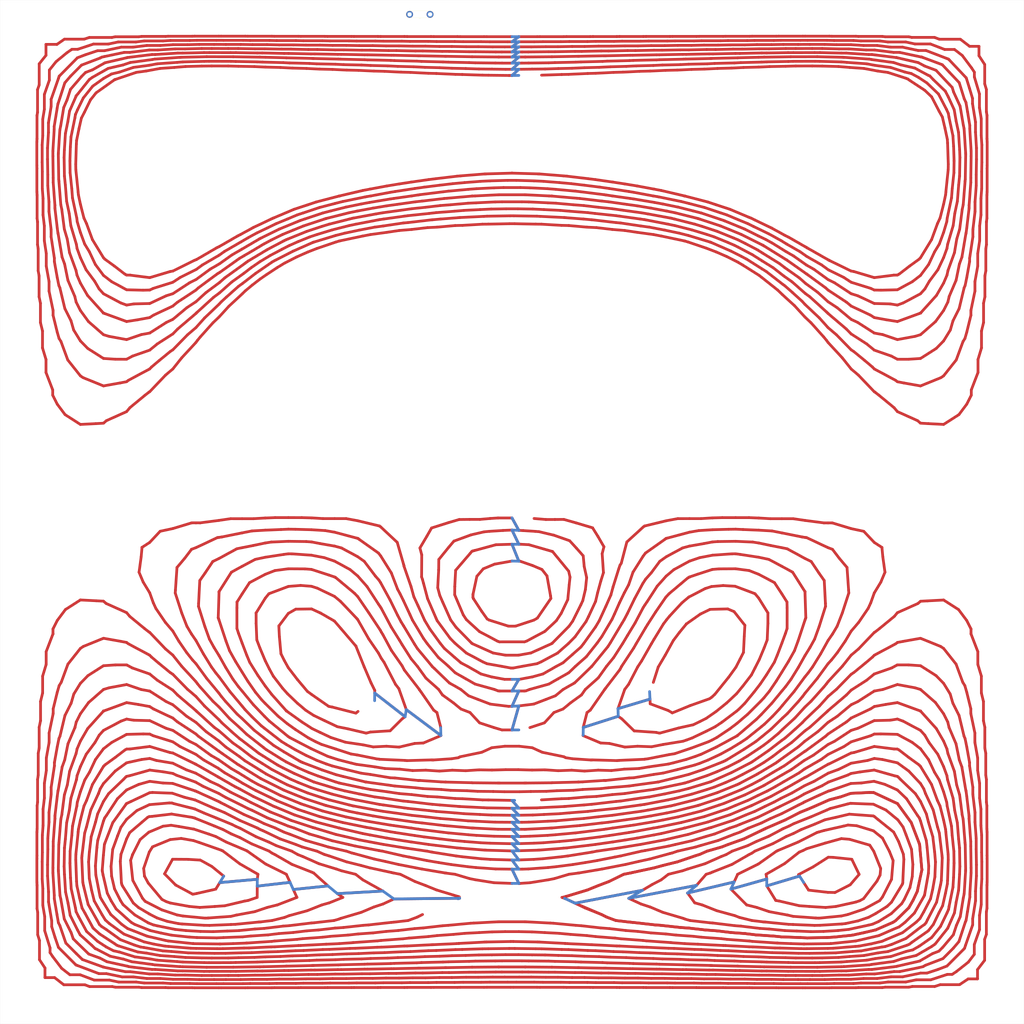
<source format=kicad_pcb>
(kicad_pcb (version 20221018) (generator pcbnew)
  (layers (0 "F.Cu" signal) (31 "B.Cu" signal) (34 "B.Paste" user) (35 "F.Paste" user) (36 "B.SilkS" user "B.Silkscreen") (37 "F.SilkS" user "F.Silkscreen") (38 "B.Mask" user) (39 "F.Mask" user) (44 "Edge.Cuts" user))
  (net 0 "")
  (net 1 "Net-(J1-Pin_1)")
  (footprint "Library:Banana_Jack_2Pin_Vert" (layer "F.Cu") (at 600 21)
    (fp_text reference "J1")
    (fp_text value "Conn_01x02_Socket")
  )
  (gr_rect (start 0 0) (end 1500 1500) (stroke (width 0.1)) (fill none) (layer "Edge.Cuts"))
  (segment (start 782.31 759.5300) (end 799.58 760.98) (width 4.00) (layer F.Cu) (net 1))
  (segment (start 799.58 760.9800) (end 812.80 760.96) (width 4.00) (layer F.Cu) (net 1))
  (segment (start 812.80 760.9600) (end 825.93 760.86) (width 4.00) (layer F.Cu) (net 1))
  (segment (start 825.93 760.8600) (end 844.05 765.99) (width 4.00) (layer F.Cu) (net 1))
  (segment (start 844.05 765.9900) (end 868.04 773.16) (width 4.00) (layer F.Cu) (net 1))
  (segment (start 868.04 773.1600) (end 875.90 785.78) (width 4.00) (layer F.Cu) (net 1))
  (segment (start 875.90 785.7800) (end 884.66 800.93) (width 4.00) (layer F.Cu) (net 1))
  (segment (start 884.66 800.9300) (end 882.10 811.05) (width 4.00) (layer F.Cu) (net 1))
  (segment (start 882.10 811.0500) (end 883.97 838.80) (width 4.00) (layer F.Cu) (net 1))
  (segment (start 883.97 838.8000) (end 880.04 851.33) (width 4.00) (layer F.Cu) (net 1))
  (segment (start 880.04 851.3300) (end 875.50 868.01) (width 4.00) (layer F.Cu) (net 1))
  (segment (start 875.50 868.0100) (end 872.42 881.01) (width 4.00) (layer F.Cu) (net 1))
  (segment (start 872.42 881.0100) (end 862.21 902.98) (width 4.00) (layer F.Cu) (net 1))
  (segment (start 862.21 902.9800) (end 858.48 910.45) (width 4.00) (layer F.Cu) (net 1))
  (segment (start 858.48 910.4500) (end 842.38 932.80) (width 4.00) (layer F.Cu) (net 1))
  (segment (start 842.38 932.8000) (end 832.51 942.78) (width 4.00) (layer F.Cu) (net 1))
  (segment (start 832.51 942.7800) (end 816.67 956.71) (width 4.00) (layer F.Cu) (net 1))
  (segment (start 816.67 956.7100) (end 792.64 969.52) (width 4.00) (layer F.Cu) (net 1))
  (segment (start 792.64 969.5200) (end 786.68 972.20) (width 4.00) (layer F.Cu) (net 1))
  (segment (start 786.68 972.2000) (end 765.13 976.05) (width 4.00) (layer F.Cu) (net 1))
  (segment (start 765.13 976.0500) (end 751.48 978.62) (width 4.00) (layer F.Cu) (net 1))
  (segment (start 751.48 978.6200) (end 748.52 978.62) (width 4.00) (layer F.Cu) (net 1))
  (segment (start 748.52 978.6200) (end 734.80 976.05) (width 4.00) (layer F.Cu) (net 1))
  (segment (start 734.80 976.0500) (end 713.30 972.23) (width 4.00) (layer F.Cu) (net 1))
  (segment (start 713.30 972.2300) (end 707.39 969.58) (width 4.00) (layer F.Cu) (net 1))
  (segment (start 707.39 969.5800) (end 683.30 956.75) (width 4.00) (layer F.Cu) (net 1))
  (segment (start 683.30 956.7500) (end 666.39 942.18) (width 4.00) (layer F.Cu) (net 1))
  (segment (start 666.39 942.1800) (end 659.48 935.14) (width 4.00) (layer F.Cu) (net 1))
  (segment (start 659.48 935.1400) (end 640.38 909.22) (width 4.00) (layer F.Cu) (net 1))
  (segment (start 640.38 909.2200) (end 638.93 905.98) (width 4.00) (layer F.Cu) (net 1))
  (segment (start 638.93 905.9800) (end 626.40 877.08) (width 4.00) (layer F.Cu) (net 1))
  (segment (start 626.40 877.0800) (end 620.41 854.53) (width 4.00) (layer F.Cu) (net 1))
  (segment (start 620.41 854.5300) (end 618.76 848.52) (width 4.00) (layer F.Cu) (net 1))
  (segment (start 618.76 848.5200) (end 617.58 845.12) (width 4.00) (layer F.Cu) (net 1))
  (segment (start 617.58 845.1200) (end 617.76 812.77) (width 4.00) (layer F.Cu) (net 1))
  (segment (start 617.76 812.7700) (end 617.76 812.77) (width 4.00) (layer F.Cu) (net 1))
  (segment (start 617.76 812.7700) (end 615.13 802.68) (width 4.00) (layer F.Cu) (net 1))
  (segment (start 615.13 802.6800) (end 625.27 785.49) (width 4.00) (layer F.Cu) (net 1))
  (segment (start 625.27 785.4900) (end 632.19 773.40) (width 4.00) (layer F.Cu) (net 1))
  (segment (start 632.19 773.4000) (end 656.89 765.60) (width 4.00) (layer F.Cu) (net 1))
  (segment (start 656.89 765.6000) (end 672.59 761.01) (width 4.00) (layer F.Cu) (net 1))
  (segment (start 672.59 761.0100) (end 687.93 760.85) (width 4.00) (layer F.Cu) (net 1))
  (segment (start 687.93 760.8500) (end 703.00 760.85) (width 4.00) (layer F.Cu) (net 1))
  (segment (start 703.00 760.8500) (end 717.97 759.50) (width 4.00) (layer F.Cu) (net 1))
  (segment (start 717.97 759.5000) (end 729.59 758.75) (width 4.00) (layer F.Cu) (net 1))
  (segment (start 729.59 758.7500) (end 750.00 758.73) (width 4.00) (layer F.Cu) (net 1))
  (segment (start 750.00 758.7300) (end 760.00 776.89) (width 4.00) (layer F.Cu) (net 1))
  (segment (start 760.00 776.8949) (end 766.44 777.23) (width 4.00) (layer F.Cu) (net 1))
  (segment (start 766.44 777.2300) (end 783.96 778.36) (width 4.00) (layer F.Cu) (net 1))
  (segment (start 783.96 778.3600) (end 789.61 778.83) (width 4.00) (layer F.Cu) (net 1))
  (segment (start 789.61 778.8300) (end 811.31 783.98) (width 4.00) (layer F.Cu) (net 1))
  (segment (start 811.31 783.9800) (end 834.41 792.09) (width 4.00) (layer F.Cu) (net 1))
  (segment (start 834.41 792.0900) (end 844.45 803.01) (width 4.00) (layer F.Cu) (net 1))
  (segment (start 844.45 803.0100) (end 854.31 814.22) (width 4.00) (layer F.Cu) (net 1))
  (segment (start 854.31 814.2200) (end 855.80 829.92) (width 4.00) (layer F.Cu) (net 1))
  (segment (start 855.80 829.9200) (end 859.37 846.15) (width 4.00) (layer F.Cu) (net 1))
  (segment (start 859.37 846.1500) (end 857.52 863.68) (width 4.00) (layer F.Cu) (net 1))
  (segment (start 857.52 863.6800) (end 853.68 879.86) (width 4.00) (layer F.Cu) (net 1))
  (segment (start 853.68 879.8600) (end 850.87 885.92) (width 4.00) (layer F.Cu) (net 1))
  (segment (start 850.87 885.9200) (end 838.85 909.95) (width 4.00) (layer F.Cu) (net 1))
  (segment (start 838.85 909.9500) (end 833.42 917.48) (width 4.00) (layer F.Cu) (net 1))
  (segment (start 833.42 917.4800) (end 808.97 942.21) (width 4.00) (layer F.Cu) (net 1))
  (segment (start 808.97 942.2100) (end 808.55 942.57) (width 4.00) (layer F.Cu) (net 1))
  (segment (start 808.55 942.5700) (end 807.92 942.91) (width 4.00) (layer F.Cu) (net 1))
  (segment (start 807.92 942.9100) (end 777.67 956.51) (width 4.00) (layer F.Cu) (net 1))
  (segment (start 777.67 956.5100) (end 759.34 959.79) (width 4.00) (layer F.Cu) (net 1))
  (segment (start 759.34 959.7900) (end 740.67 959.79) (width 4.00) (layer F.Cu) (net 1))
  (segment (start 740.67 959.7900) (end 722.32 956.53) (width 4.00) (layer F.Cu) (net 1))
  (segment (start 722.32 956.5300) (end 692.12 942.98) (width 4.00) (layer F.Cu) (net 1))
  (segment (start 692.12 942.9800) (end 691.43 942.61) (width 4.00) (layer F.Cu) (net 1))
  (segment (start 691.43 942.6100) (end 690.94 942.19) (width 4.00) (layer F.Cu) (net 1))
  (segment (start 690.94 942.1900) (end 668.14 918.98) (width 4.00) (layer F.Cu) (net 1))
  (segment (start 668.14 918.9800) (end 660.18 908.17) (width 4.00) (layer F.Cu) (net 1))
  (segment (start 660.18 908.1700) (end 648.59 882.29) (width 4.00) (layer F.Cu) (net 1))
  (segment (start 648.59 882.2900) (end 644.18 872.11) (width 4.00) (layer F.Cu) (net 1))
  (segment (start 644.18 872.1100) (end 641.19 860.87) (width 4.00) (layer F.Cu) (net 1))
  (segment (start 641.19 860.8700) (end 642.59 834.74) (width 4.00) (layer F.Cu) (net 1))
  (segment (start 642.59 834.7400) (end 642.59 834.74) (width 4.00) (layer F.Cu) (net 1))
  (segment (start 642.59 834.7400) (end 642.75 819.62) (width 4.00) (layer F.Cu) (net 1))
  (segment (start 642.75 819.6200) (end 657.53 801.36) (width 4.00) (layer F.Cu) (net 1))
  (segment (start 657.53 801.3600) (end 664.92 792.64) (width 4.00) (layer F.Cu) (net 1))
  (segment (start 664.92 792.6400) (end 689.91 783.52) (width 4.00) (layer F.Cu) (net 1))
  (segment (start 689.91 783.5200) (end 709.30 779.02) (width 4.00) (layer F.Cu) (net 1))
  (segment (start 709.30 779.0200) (end 717.11 778.32) (width 4.00) (layer F.Cu) (net 1))
  (segment (start 717.11 778.3200) (end 736.83 777.05) (width 4.00) (layer F.Cu) (net 1))
  (segment (start 736.83 777.0500) (end 750.00 776.46) (width 4.00) (layer F.Cu) (net 1))
  (segment (start 750.00 776.4600) (end 760.00 797.25) (width 4.00) (layer F.Cu) (net 1))
  (segment (start 760.00 797.2521) (end 762.39 797.25) (width 4.00) (layer F.Cu) (net 1))
  (segment (start 762.39 797.2500) (end 774.62 797.89) (width 4.00) (layer F.Cu) (net 1))
  (segment (start 774.62 797.8900) (end 808.53 807.66) (width 4.00) (layer F.Cu) (net 1))
  (segment (start 808.53 807.6600) (end 809.00 807.77) (width 4.00) (layer F.Cu) (net 1))
  (segment (start 809.00 807.7700) (end 809.34 807.89) (width 4.00) (layer F.Cu) (net 1))
  (segment (start 809.34 807.8900) (end 809.75 808.34) (width 4.00) (layer F.Cu) (net 1))
  (segment (start 809.75 808.3400) (end 833.07 836.74) (width 4.00) (layer F.Cu) (net 1))
  (segment (start 833.07 836.7400) (end 834.99 845.46) (width 4.00) (layer F.Cu) (net 1))
  (segment (start 834.99 845.4600) (end 833.82 856.57) (width 4.00) (layer F.Cu) (net 1))
  (segment (start 833.82 856.5700) (end 831.70 878.37) (width 4.00) (layer F.Cu) (net 1))
  (segment (start 831.70 878.3700) (end 822.03 898.54) (width 4.00) (layer F.Cu) (net 1))
  (segment (start 822.03 898.5400) (end 814.93 909.22) (width 4.00) (layer F.Cu) (net 1))
  (segment (start 814.93 909.2200) (end 798.33 924.78) (width 4.00) (layer F.Cu) (net 1))
  (segment (start 798.33 924.7800) (end 771.12 939.27) (width 4.00) (layer F.Cu) (net 1))
  (segment (start 771.12 939.2700) (end 768.30 940.20) (width 4.00) (layer F.Cu) (net 1))
  (segment (start 768.30 940.2000) (end 731.69 940.22) (width 4.00) (layer F.Cu) (net 1))
  (segment (start 731.69 940.2200) (end 729.07 939.39) (width 4.00) (layer F.Cu) (net 1))
  (segment (start 729.07 939.3900) (end 702.21 925.10) (width 4.00) (layer F.Cu) (net 1))
  (segment (start 702.21 925.1000) (end 683.13 907.62) (width 4.00) (layer F.Cu) (net 1))
  (segment (start 683.13 907.6200) (end 678.61 900.71) (width 4.00) (layer F.Cu) (net 1))
  (segment (start 678.61 900.7100) (end 666.05 871.22) (width 4.00) (layer F.Cu) (net 1))
  (segment (start 666.05 871.2200) (end 666.15 859.16) (width 4.00) (layer F.Cu) (net 1))
  (segment (start 666.15 859.1600) (end 666.15 859.16) (width 4.00) (layer F.Cu) (net 1))
  (segment (start 666.15 859.1600) (end 667.45 835.38) (width 4.00) (layer F.Cu) (net 1))
  (segment (start 667.45 835.3800) (end 688.70 810.64) (width 4.00) (layer F.Cu) (net 1))
  (segment (start 688.70 810.6400) (end 691.32 807.55) (width 4.00) (layer F.Cu) (net 1))
  (segment (start 691.32 807.5500) (end 692.79 807.01) (width 4.00) (layer F.Cu) (net 1))
  (segment (start 692.79 807.0100) (end 694.71 806.56) (width 4.00) (layer F.Cu) (net 1))
  (segment (start 694.71 806.5600) (end 726.47 797.93) (width 4.00) (layer F.Cu) (net 1))
  (segment (start 726.47 797.9300) (end 750.00 797.26) (width 4.00) (layer F.Cu) (net 1))
  (segment (start 750.00 797.2611) (end 760.00 822.08) (width 4.00) (layer F.Cu) (net 1))
  (segment (start 760.00 822.0818) (end 762.02 822.13) (width 4.00) (layer F.Cu) (net 1))
  (segment (start 762.02 822.1300) (end 780.27 828.48) (width 4.00) (layer F.Cu) (net 1))
  (segment (start 780.27 828.4800) (end 793.91 834.25) (width 4.00) (layer F.Cu) (net 1))
  (segment (start 793.91 834.2500) (end 801.23 843.60) (width 4.00) (layer F.Cu) (net 1))
  (segment (start 801.23 843.6000) (end 806.51 873.04) (width 4.00) (layer F.Cu) (net 1))
  (segment (start 806.51 873.0400) (end 806.92 876.65) (width 4.00) (layer F.Cu) (net 1))
  (segment (start 806.92 876.6500) (end 787.19 905.39) (width 4.00) (layer F.Cu) (net 1))
  (segment (start 787.19 905.3900) (end 782.16 908.34) (width 4.00) (layer F.Cu) (net 1))
  (segment (start 782.16 908.3400) (end 755.11 917.24) (width 4.00) (layer F.Cu) (net 1))
  (segment (start 755.11 917.2400) (end 744.88 917.25) (width 4.00) (layer F.Cu) (net 1))
  (segment (start 744.88 917.2500) (end 716.48 908.29) (width 4.00) (layer F.Cu) (net 1))
  (segment (start 716.48 908.2900) (end 713.58 906.64) (width 4.00) (layer F.Cu) (net 1))
  (segment (start 713.58 906.6400) (end 705.69 895.60) (width 4.00) (layer F.Cu) (net 1))
  (segment (start 705.69 895.6000) (end 693.64 877.15) (width 4.00) (layer F.Cu) (net 1))
  (segment (start 693.64 877.1500) (end 693.64 877.15) (width 4.00) (layer F.Cu) (net 1))
  (segment (start 693.64 877.1500) (end 692.80 875.19) (width 4.00) (layer F.Cu) (net 1))
  (segment (start 692.80 875.1900) (end 692.84 870.74) (width 4.00) (layer F.Cu) (net 1))
  (segment (start 692.84 870.7400) (end 698.54 844.20) (width 4.00) (layer F.Cu) (net 1))
  (segment (start 698.54 844.2000) (end 707.96 833.21) (width 4.00) (layer F.Cu) (net 1))
  (segment (start 707.96 833.2100) (end 724.36 826.44) (width 4.00) (layer F.Cu) (net 1))
  (segment (start 724.36 826.4400) (end 750.00 821.84) (width 4.00) (layer F.Cu) (net 1))
  (segment (start 776.19 1065.8600) (end 797.55 1058.83) (width 4.00) (layer F.Cu) (net 1))
  (segment (start 797.55 1058.8300) (end 811.42 1043.75) (width 4.00) (layer F.Cu) (net 1))
  (segment (start 811.42 1043.7500) (end 824.81 1038.58) (width 4.00) (layer F.Cu) (net 1))
  (segment (start 824.81 1038.5800) (end 836.06 1029.34) (width 4.00) (layer F.Cu) (net 1))
  (segment (start 836.06 1029.3400) (end 851.84 1017.94) (width 4.00) (layer F.Cu) (net 1))
  (segment (start 851.84 1017.9400) (end 857.42 1009.90) (width 4.00) (layer F.Cu) (net 1))
  (segment (start 857.42 1009.9000) (end 876.39 992.98) (width 4.00) (layer F.Cu) (net 1))
  (segment (start 876.39 992.9800) (end 888.52 976.00) (width 4.00) (layer F.Cu) (net 1))
  (segment (start 888.52 976.0000) (end 898.87 963.33) (width 4.00) (layer F.Cu) (net 1))
  (segment (start 898.87 963.3300) (end 912.21 942.56) (width 4.00) (layer F.Cu) (net 1))
  (segment (start 912.21 942.5600) (end 919.11 930.99) (width 4.00) (layer F.Cu) (net 1))
  (segment (start 919.11 930.9900) (end 930.22 912.72) (width 4.00) (layer F.Cu) (net 1))
  (segment (start 930.22 912.7200) (end 942.20 890.02) (width 4.00) (layer F.Cu) (net 1))
  (segment (start 942.20 890.0200) (end 944.63 886.24) (width 4.00) (layer F.Cu) (net 1))
  (segment (start 944.63 886.2400) (end 947.98 881.36) (width 4.00) (layer F.Cu) (net 1))
  (segment (start 947.98 881.3600) (end 962.67 858.69) (width 4.00) (layer F.Cu) (net 1))
  (segment (start 962.67 858.6900) (end 975.87 843.92) (width 4.00) (layer F.Cu) (net 1))
  (segment (start 975.87 843.9200) (end 987.15 834.42) (width 4.00) (layer F.Cu) (net 1))
  (segment (start 987.15 834.4200) (end 1010.02 821.97) (width 4.00) (layer F.Cu) (net 1))
  (segment (start 1010.02 821.9700) (end 1024.85 816.92) (width 4.00) (layer F.Cu) (net 1))
  (segment (start 1024.85 816.9200) (end 1043.75 813.29) (width 4.00) (layer F.Cu) (net 1))
  (segment (start 1043.75 813.2900) (end 1072.50 811.27) (width 4.00) (layer F.Cu) (net 1))
  (segment (start 1072.50 811.2700) (end 1077.61 811.24) (width 4.00) (layer F.Cu) (net 1))
  (segment (start 1077.61 811.2400) (end 1084.18 812.11) (width 4.00) (layer F.Cu) (net 1))
  (segment (start 1084.18 812.1100) (end 1111.46 816.29) (width 4.00) (layer F.Cu) (net 1))
  (segment (start 1111.46 816.2900) (end 1126.09 819.37) (width 4.00) (layer F.Cu) (net 1))
  (segment (start 1126.09 819.3700) (end 1145.31 829.54) (width 4.00) (layer F.Cu) (net 1))
  (segment (start 1145.31 829.5400) (end 1161.09 838.16) (width 4.00) (layer F.Cu) (net 1))
  (segment (start 1161.09 838.1600) (end 1179.17 866.65) (width 4.00) (layer F.Cu) (net 1))
  (segment (start 1179.17 866.6500) (end 1179.18 866.66) (width 4.00) (layer F.Cu) (net 1))
  (segment (start 1179.18 866.6600) (end 1179.18 866.67) (width 4.00) (layer F.Cu) (net 1))
  (segment (start 1179.18 866.6700) (end 1180.41 904.84) (width 4.00) (layer F.Cu) (net 1))
  (segment (start 1180.41 904.8400) (end 1180.03 906.05) (width 4.00) (layer F.Cu) (net 1))
  (segment (start 1180.03 906.0500) (end 1179.17 908.42) (width 4.00) (layer F.Cu) (net 1))
  (segment (start 1179.17 908.4200) (end 1169.16 938.69) (width 4.00) (layer F.Cu) (net 1))
  (segment (start 1169.16 938.6900) (end 1163.77 953.29) (width 4.00) (layer F.Cu) (net 1))
  (segment (start 1163.77 953.2900) (end 1154.77 969.32) (width 4.00) (layer F.Cu) (net 1))
  (segment (start 1154.77 969.3200) (end 1145.31 984.60) (width 4.00) (layer F.Cu) (net 1))
  (segment (start 1145.31 984.6000) (end 1137.15 997.68) (width 4.00) (layer F.Cu) (net 1))
  (segment (start 1137.15 997.6800) (end 1127.18 1012.38) (width 4.00) (layer F.Cu) (net 1))
  (segment (start 1127.18 1012.3800) (end 1119.06 1022.26) (width 4.00) (layer F.Cu) (net 1))
  (segment (start 1119.06 1022.2600) (end 1114.68 1026.91) (width 4.00) (layer F.Cu) (net 1))
  (segment (start 1114.68 1026.9100) (end 1095.29 1046.24) (width 4.00) (layer F.Cu) (net 1))
  (segment (start 1095.29 1046.2400) (end 1079.66 1059.62) (width 4.00) (layer F.Cu) (net 1))
  (segment (start 1079.66 1059.6200) (end 1068.94 1067.71) (width 4.00) (layer F.Cu) (net 1))
  (segment (start 1068.94 1067.7100) (end 1050.25 1080.21) (width 4.00) (layer F.Cu) (net 1))
  (segment (start 1050.25 1080.2100) (end 1043.20 1084.04) (width 4.00) (layer F.Cu) (net 1))
  (segment (start 1043.20 1084.0400) (end 1037.94 1086.51) (width 4.00) (layer F.Cu) (net 1))
  (segment (start 1037.94 1086.5100) (end 1012.11 1096.06) (width 4.00) (layer F.Cu) (net 1))
  (segment (start 1012.11 1096.0600) (end 988.26 1104.08) (width 4.00) (layer F.Cu) (net 1))
  (segment (start 988.26 1104.0800) (end 979.88 1105.45) (width 4.00) (layer F.Cu) (net 1))
  (segment (start 979.88 1105.4500) (end 949.39 1111.46) (width 4.00) (layer F.Cu) (net 1))
  (segment (start 949.39 1111.4600) (end 944.82 1112.12) (width 4.00) (layer F.Cu) (net 1))
  (segment (start 944.82 1112.1200) (end 943.99 1112.26) (width 4.00) (layer F.Cu) (net 1))
  (segment (start 943.99 1112.2600) (end 906.94 1113.88) (width 4.00) (layer F.Cu) (net 1))
  (segment (start 906.94 1113.8800) (end 903.99 1114.19) (width 4.00) (layer F.Cu) (net 1))
  (segment (start 903.99 1114.1900) (end 867.64 1113.15) (width 4.00) (layer F.Cu) (net 1))
  (segment (start 867.64 1113.1500) (end 865.62 1113.28) (width 4.00) (layer F.Cu) (net 1))
  (segment (start 865.62 1113.2800) (end 838.52 1111.46) (width 4.00) (layer F.Cu) (net 1))
  (segment (start 838.52 1111.4600) (end 828.65 1109.94) (width 4.00) (layer F.Cu) (net 1))
  (segment (start 828.65 1109.9400) (end 826.11 1108.56) (width 4.00) (layer F.Cu) (net 1))
  (segment (start 826.11 1108.5600) (end 794.33 1101.99) (width 4.00) (layer F.Cu) (net 1))
  (segment (start 794.33 1101.9900) (end 779.62 1095.32) (width 4.00) (layer F.Cu) (net 1))
  (segment (start 779.62 1095.3200) (end 760.52 1093.15) (width 4.00) (layer F.Cu) (net 1))
  (segment (start 760.52 1093.1500) (end 739.48 1093.14) (width 4.00) (layer F.Cu) (net 1))
  (segment (start 739.48 1093.1400) (end 720.38 1095.32) (width 4.00) (layer F.Cu) (net 1))
  (segment (start 720.38 1095.3200) (end 705.67 1101.99) (width 4.00) (layer F.Cu) (net 1))
  (segment (start 705.67 1101.9900) (end 673.87 1108.59) (width 4.00) (layer F.Cu) (net 1))
  (segment (start 673.87 1108.5900) (end 671.36 1109.96) (width 4.00) (layer F.Cu) (net 1))
  (segment (start 671.36 1109.9600) (end 661.64 1111.46) (width 4.00) (layer F.Cu) (net 1))
  (segment (start 661.64 1111.4600) (end 634.39 1113.30) (width 4.00) (layer F.Cu) (net 1))
  (segment (start 634.39 1113.3000) (end 632.36 1113.16) (width 4.00) (layer F.Cu) (net 1))
  (segment (start 632.36 1113.1600) (end 596.03 1114.21) (width 4.00) (layer F.Cu) (net 1))
  (segment (start 596.03 1114.2100) (end 593.05 1113.89) (width 4.00) (layer F.Cu) (net 1))
  (segment (start 593.05 1113.8900) (end 556.02 1112.27) (width 4.00) (layer F.Cu) (net 1))
  (segment (start 556.02 1112.2700) (end 555.17 1112.13) (width 4.00) (layer F.Cu) (net 1))
  (segment (start 555.17 1112.1300) (end 551.49 1111.62) (width 4.00) (layer F.Cu) (net 1))
  (segment (start 551.49 1111.6200) (end 522.67 1105.79) (width 4.00) (layer F.Cu) (net 1))
  (segment (start 522.67 1105.7900) (end 514.32 1104.55) (width 4.00) (layer F.Cu) (net 1))
  (segment (start 514.32 1104.5500) (end 491.58 1097.12) (width 4.00) (layer F.Cu) (net 1))
  (segment (start 491.58 1097.1200) (end 470.81 1090.41) (width 4.00) (layer F.Cu) (net 1))
  (segment (start 470.81 1090.4100) (end 462.44 1086.53) (width 4.00) (layer F.Cu) (net 1))
  (segment (start 462.44 1086.5300) (end 451.86 1081.04) (width 4.00) (layer F.Cu) (net 1))
  (segment (start 451.86 1081.0400) (end 432.60 1068.55) (width 4.00) (layer F.Cu) (net 1))
  (segment (start 432.60 1068.5500) (end 420.80 1060.12) (width 4.00) (layer F.Cu) (net 1))
  (segment (start 420.80 1060.1200) (end 407.06 1048.87) (width 4.00) (layer F.Cu) (net 1))
  (segment (start 407.06 1048.8700) (end 388.33 1030.38) (width 4.00) (layer F.Cu) (net 1))
  (segment (start 388.33 1030.3800) (end 383.47 1025.32) (width 4.00) (layer F.Cu) (net 1))
  (segment (start 383.47 1025.3200) (end 374.21 1014.06) (width 4.00) (layer F.Cu) (net 1))
  (segment (start 374.21 1014.0600) (end 363.03 997.98) (width 4.00) (layer F.Cu) (net 1))
  (segment (start 363.03 997.9800) (end 354.69 984.60) (width 4.00) (layer F.Cu) (net 1))
  (segment (start 354.69 984.6000) (end 345.24 969.31) (width 4.00) (layer F.Cu) (net 1))
  (segment (start 345.24 969.3100) (end 336.27 953.31) (width 4.00) (layer F.Cu) (net 1))
  (segment (start 336.27 953.3100) (end 330.87 938.68) (width 4.00) (layer F.Cu) (net 1))
  (segment (start 330.87 938.6800) (end 320.83 908.30) (width 4.00) (layer F.Cu) (net 1))
  (segment (start 320.83 908.3000) (end 320.01 906.03) (width 4.00) (layer F.Cu) (net 1))
  (segment (start 320.01 906.0300) (end 319.65 904.88) (width 4.00) (layer F.Cu) (net 1))
  (segment (start 319.65 904.8800) (end 319.65 904.88) (width 4.00) (layer F.Cu) (net 1))
  (segment (start 319.65 904.8800) (end 320.83 867.67) (width 4.00) (layer F.Cu) (net 1))
  (segment (start 320.83 867.6700) (end 320.86 866.68) (width 4.00) (layer F.Cu) (net 1))
  (segment (start 320.86 866.6800) (end 320.89 866.63) (width 4.00) (layer F.Cu) (net 1))
  (segment (start 320.89 866.6300) (end 338.92 838.17) (width 4.00) (layer F.Cu) (net 1))
  (segment (start 338.92 838.1700) (end 354.69 829.54) (width 4.00) (layer F.Cu) (net 1))
  (segment (start 354.69 829.5400) (end 373.91 819.38) (width 4.00) (layer F.Cu) (net 1))
  (segment (start 373.91 819.3800) (end 388.54 816.30) (width 4.00) (layer F.Cu) (net 1))
  (segment (start 388.54 816.3000) (end 415.80 812.12) (width 4.00) (layer F.Cu) (net 1))
  (segment (start 415.80 812.1200) (end 422.39 811.25) (width 4.00) (layer F.Cu) (net 1))
  (segment (start 422.39 811.2500) (end 427.52 811.28) (width 4.00) (layer F.Cu) (net 1))
  (segment (start 427.52 811.2800) (end 456.25 813.30) (width 4.00) (layer F.Cu) (net 1))
  (segment (start 456.25 813.3000) (end 475.15 816.92) (width 4.00) (layer F.Cu) (net 1))
  (segment (start 475.15 816.9200) (end 490.10 821.99) (width 4.00) (layer F.Cu) (net 1))
  (segment (start 490.10 821.9900) (end 512.67 834.26) (width 4.00) (layer F.Cu) (net 1))
  (segment (start 512.67 834.2600) (end 523.95 843.71) (width 4.00) (layer F.Cu) (net 1))
  (segment (start 523.95 843.7100) (end 537.61 859.21) (width 4.00) (layer F.Cu) (net 1))
  (segment (start 537.61 859.2100) (end 554.49 885.12) (width 4.00) (layer F.Cu) (net 1))
  (segment (start 554.49 885.1200) (end 556.77 888.45) (width 4.00) (layer F.Cu) (net 1))
  (segment (start 556.77 888.4500) (end 558.32 890.79) (width 4.00) (layer F.Cu) (net 1))
  (segment (start 558.32 890.7900) (end 573.12 918.60) (width 4.00) (layer F.Cu) (net 1))
  (segment (start 573.12 918.6000) (end 585.36 938.18) (width 4.00) (layer F.Cu) (net 1))
  (segment (start 585.36 938.1800) (end 589.10 944.42) (width 4.00) (layer F.Cu) (net 1))
  (segment (start 589.10 944.4200) (end 602.25 965.06) (width 4.00) (layer F.Cu) (net 1))
  (segment (start 602.25 965.0600) (end 611.39 976.04) (width 4.00) (layer F.Cu) (net 1))
  (segment (start 611.39 976.0400) (end 623.96 993.43) (width 4.00) (layer F.Cu) (net 1))
  (segment (start 623.96 993.4300) (end 642.50 1009.89) (width 4.00) (layer F.Cu) (net 1))
  (segment (start 642.50 1009.8900) (end 648.12 1018.00) (width 4.00) (layer F.Cu) (net 1))
  (segment (start 648.12 1018.0000) (end 664.01 1029.45) (width 4.00) (layer F.Cu) (net 1))
  (segment (start 664.01 1029.4500) (end 675.18 1038.61) (width 4.00) (layer F.Cu) (net 1))
  (segment (start 675.18 1038.6100) (end 688.51 1043.75) (width 4.00) (layer F.Cu) (net 1))
  (segment (start 688.51 1043.7500) (end 702.44 1058.85) (width 4.00) (layer F.Cu) (net 1))
  (segment (start 702.44 1058.8500) (end 723.82 1065.88) (width 4.00) (layer F.Cu) (net 1))
  (segment (start 723.82 1065.8800) (end 735.34 1069.27) (width 4.00) (layer F.Cu) (net 1))
  (segment (start 735.34 1069.2700) (end 750.00 1069.26) (width 4.00) (layer F.Cu) (net 1))
  (segment (start 750.00 1069.2650) (end 760.00 1034.09) (width 4.00) (layer F.Cu) (net 1))
  (segment (start 760.00 1034.0909) (end 781.80 1031.41) (width 4.00) (layer F.Cu) (net 1))
  (segment (start 781.80 1031.4100) (end 799.97 1024.46) (width 4.00) (layer F.Cu) (net 1))
  (segment (start 799.97 1024.4600) (end 813.66 1019.17) (width 4.00) (layer F.Cu) (net 1))
  (segment (start 813.66 1019.1700) (end 824.95 1009.90) (width 4.00) (layer F.Cu) (net 1))
  (segment (start 824.95 1009.9000) (end 841.74 1000.36) (width 4.00) (layer F.Cu) (net 1))
  (segment (start 841.74 1000.3600) (end 866.31 976.67) (width 4.00) (layer F.Cu) (net 1))
  (segment (start 866.31 976.6700) (end 866.78 976.25) (width 4.00) (layer F.Cu) (net 1))
  (segment (start 866.78 976.2500) (end 866.93 976.04) (width 4.00) (layer F.Cu) (net 1))
  (segment (start 866.93 976.0400) (end 890.49 947.18) (width 4.00) (layer F.Cu) (net 1))
  (segment (start 890.49 947.1800) (end 893.98 941.75) (width 4.00) (layer F.Cu) (net 1))
  (segment (start 893.98 941.7500) (end 911.15 912.96) (width 4.00) (layer F.Cu) (net 1))
  (segment (start 911.15 912.9600) (end 914.25 907.86) (width 4.00) (layer F.Cu) (net 1))
  (segment (start 914.25 907.8600) (end 918.83 899.18) (width 4.00) (layer F.Cu) (net 1))
  (segment (start 918.83 899.1800) (end 929.53 877.17) (width 4.00) (layer F.Cu) (net 1))
  (segment (start 929.53 877.1700) (end 941.61 854.76) (width 4.00) (layer F.Cu) (net 1))
  (segment (start 941.61 854.7600) (end 945.80 848.31) (width 4.00) (layer F.Cu) (net 1))
  (segment (start 945.80 848.3100) (end 953.90 839.24) (width 4.00) (layer F.Cu) (net 1))
  (segment (start 953.90 839.2400) (end 966.48 822.28) (width 4.00) (layer F.Cu) (net 1))
  (segment (start 966.48 822.2800) (end 976.05 815.51) (width 4.00) (layer F.Cu) (net 1))
  (segment (start 976.05 815.5100) (end 999.95 802.62) (width 4.00) (layer F.Cu) (net 1))
  (segment (start 999.95 802.6200) (end 1009.90 799.97) (width 4.00) (layer F.Cu) (net 1))
  (segment (start 1009.90 799.9700) (end 1030.79 796.33) (width 4.00) (layer F.Cu) (net 1))
  (segment (start 1030.79 796.3300) (end 1043.75 793.85) (width 4.00) (layer F.Cu) (net 1))
  (segment (start 1043.75 793.8500) (end 1051.45 793.31) (width 4.00) (layer F.Cu) (net 1))
  (segment (start 1051.45 793.3100) (end 1077.61 792.94) (width 4.00) (layer F.Cu) (net 1))
  (segment (start 1077.61 792.9400) (end 1102.52 794.03) (width 4.00) (layer F.Cu) (net 1))
  (segment (start 1102.52 794.0300) (end 1111.46 795.40) (width 4.00) (layer F.Cu) (net 1))
  (segment (start 1111.46 795.4000) (end 1129.35 799.17) (width 4.00) (layer F.Cu) (net 1))
  (segment (start 1129.35 799.1700) (end 1145.31 802.30) (width 4.00) (layer F.Cu) (net 1))
  (segment (start 1145.31 802.3000) (end 1153.08 803.87) (width 4.00) (layer F.Cu) (net 1))
  (segment (start 1153.08 803.8700) (end 1179.17 818.08) (width 4.00) (layer F.Cu) (net 1))
  (segment (start 1179.17 818.0800) (end 1188.33 822.52) (width 4.00) (layer F.Cu) (net 1))
  (segment (start 1188.33 822.5200) (end 1199.81 839.64) (width 4.00) (layer F.Cu) (net 1))
  (segment (start 1199.81 839.6400) (end 1207.42 850.44) (width 4.00) (layer F.Cu) (net 1))
  (segment (start 1207.42 850.4400) (end 1209.16 883.89) (width 4.00) (layer F.Cu) (net 1))
  (segment (start 1209.16 883.8900) (end 1209.30 888.25) (width 4.00) (layer F.Cu) (net 1))
  (segment (start 1209.30 888.2500) (end 1200.06 917.55) (width 4.00) (layer F.Cu) (net 1))
  (segment (start 1200.06 917.5500) (end 1193.26 936.35) (width 4.00) (layer F.Cu) (net 1))
  (segment (start 1193.26 936.3500) (end 1186.45 948.62) (width 4.00) (layer F.Cu) (net 1))
  (segment (start 1186.45 948.6200) (end 1179.17 960.39) (width 4.00) (layer F.Cu) (net 1))
  (segment (start 1179.17 960.3900) (end 1169.43 977.74) (width 4.00) (layer F.Cu) (net 1))
  (segment (start 1169.43 977.7400) (end 1158.69 995.10) (width 4.00) (layer F.Cu) (net 1))
  (segment (start 1158.69 995.1000) (end 1150.73 1005.89) (width 4.00) (layer F.Cu) (net 1))
  (segment (start 1150.73 1005.8900) (end 1145.55 1012.03) (width 4.00) (layer F.Cu) (net 1))
  (segment (start 1145.55 1012.0300) (end 1130.55 1030.29) (width 4.00) (layer F.Cu) (net 1))
  (segment (start 1130.55 1030.2900) (end 1115.09 1046.71) (width 4.00) (layer F.Cu) (net 1))
  (segment (start 1115.09 1046.7100) (end 1107.97 1053.80) (width 4.00) (layer F.Cu) (net 1))
  (segment (start 1107.97 1053.8000) (end 1080.45 1077.36) (width 4.00) (layer F.Cu) (net 1))
  (segment (start 1080.45 1077.3600) (end 1080.12 1077.61) (width 4.00) (layer F.Cu) (net 1))
  (segment (start 1080.12 1077.6100) (end 1079.54 1078.00) (width 4.00) (layer F.Cu) (net 1))
  (segment (start 1079.54 1078.0000) (end 1049.30 1094.42) (width 4.00) (layer F.Cu) (net 1))
  (segment (start 1049.30 1094.4200) (end 1026.74 1105.03) (width 4.00) (layer F.Cu) (net 1))
  (segment (start 1026.74 1105.0300) (end 1018.71 1108.00) (width 4.00) (layer F.Cu) (net 1))
  (segment (start 1018.71 1108.0000) (end 1005.16 1112.55) (width 4.00) (layer F.Cu) (net 1))
  (segment (start 1005.16 1112.5500) (end 986.73 1117.38) (width 4.00) (layer F.Cu) (net 1))
  (segment (start 986.73 1117.3800) (end 978.82 1119.31) (width 4.00) (layer F.Cu) (net 1))
  (segment (start 978.82 1119.3100) (end 951.23 1123.28) (width 4.00) (layer F.Cu) (net 1))
  (segment (start 951.23 1123.2800) (end 936.22 1125.78) (width 4.00) (layer F.Cu) (net 1))
  (segment (start 936.22 1125.7800) (end 914.33 1126.74) (width 4.00) (layer F.Cu) (net 1))
  (segment (start 914.33 1126.7400) (end 895.62 1128.76) (width 4.00) (layer F.Cu) (net 1))
  (segment (start 895.62 1128.7600) (end 876.28 1128.20) (width 4.00) (layer F.Cu) (net 1))
  (segment (start 876.28 1128.2000) (end 856.30 1129.52) (width 4.00) (layer F.Cu) (net 1))
  (segment (start 856.30 1129.5200) (end 837.42 1128.25) (width 4.00) (layer F.Cu) (net 1))
  (segment (start 837.42 1128.2500) (end 817.71 1128.98) (width 4.00) (layer F.Cu) (net 1))
  (segment (start 817.71 1128.9800) (end 798.22 1127.70) (width 4.00) (layer F.Cu) (net 1))
  (segment (start 798.22 1127.7000) (end 779.38 1128.02) (width 4.00) (layer F.Cu) (net 1))
  (segment (start 779.38 1128.0200) (end 759.19 1127.47) (width 4.00) (layer F.Cu) (net 1))
  (segment (start 759.19 1127.4700) (end 740.80 1127.47) (width 4.00) (layer F.Cu) (net 1))
  (segment (start 740.80 1127.4700) (end 720.62 1128.02) (width 4.00) (layer F.Cu) (net 1))
  (segment (start 720.62 1128.0200) (end 701.78 1127.71) (width 4.00) (layer F.Cu) (net 1))
  (segment (start 701.78 1127.7100) (end 682.29 1129.00) (width 4.00) (layer F.Cu) (net 1))
  (segment (start 682.29 1129.0000) (end 662.57 1128.26) (width 4.00) (layer F.Cu) (net 1))
  (segment (start 662.57 1128.2600) (end 643.71 1129.53) (width 4.00) (layer F.Cu) (net 1))
  (segment (start 643.71 1129.5300) (end 623.71 1128.22) (width 4.00) (layer F.Cu) (net 1))
  (segment (start 623.71 1128.2200) (end 604.39 1128.78) (width 4.00) (layer F.Cu) (net 1))
  (segment (start 604.39 1128.7800) (end 585.66 1126.76) (width 4.00) (layer F.Cu) (net 1))
  (segment (start 585.66 1126.7600) (end 563.79 1125.80) (width 4.00) (layer F.Cu) (net 1))
  (segment (start 563.79 1125.8000) (end 548.76 1123.29) (width 4.00) (layer F.Cu) (net 1))
  (segment (start 548.76 1123.2900) (end 522.04 1119.64) (width 4.00) (layer F.Cu) (net 1))
  (segment (start 522.04 1119.6400) (end 515.10 1117.95) (width 4.00) (layer F.Cu) (net 1))
  (segment (start 515.10 1117.9500) (end 495.24 1112.87) (width 4.00) (layer F.Cu) (net 1))
  (segment (start 495.24 1112.8700) (end 484.39 1109.33) (width 4.00) (layer F.Cu) (net 1))
  (segment (start 484.39 1109.3300) (end 479.76 1107.83) (width 4.00) (layer F.Cu) (net 1))
  (segment (start 479.76 1107.8300) (end 455.37 1096.53) (width 4.00) (layer F.Cu) (net 1))
  (segment (start 455.37 1096.5300) (end 424.56 1080.52) (width 4.00) (layer F.Cu) (net 1))
  (segment (start 424.56 1080.5200) (end 422.84 1079.41) (width 4.00) (layer F.Cu) (net 1))
  (segment (start 422.84 1079.4100) (end 421.78 1078.65) (width 4.00) (layer F.Cu) (net 1))
  (segment (start 421.78 1078.6500) (end 394.50 1056.29) (width 4.00) (layer F.Cu) (net 1))
  (segment (start 394.50 1056.2900) (end 387.64 1049.52) (width 4.00) (layer F.Cu) (net 1))
  (segment (start 387.64 1049.5200) (end 371.12 1032.33) (width 4.00) (layer F.Cu) (net 1))
  (segment (start 371.12 1032.3300) (end 354.69 1012.35) (width 4.00) (layer F.Cu) (net 1))
  (segment (start 354.69 1012.3500) (end 349.25 1005.90) (width 4.00) (layer F.Cu) (net 1))
  (segment (start 349.25 1005.9000) (end 341.30 995.09) (width 4.00) (layer F.Cu) (net 1))
  (segment (start 341.30 995.0900) (end 330.58 977.74) (width 4.00) (layer F.Cu) (net 1))
  (segment (start 330.58 977.7400) (end 320.83 960.36) (width 4.00) (layer F.Cu) (net 1))
  (segment (start 320.83 960.3600) (end 313.57 948.61) (width 4.00) (layer F.Cu) (net 1))
  (segment (start 313.57 948.6100) (end 306.78 936.38) (width 4.00) (layer F.Cu) (net 1))
  (segment (start 306.78 936.3800) (end 299.98 917.53) (width 4.00) (layer F.Cu) (net 1))
  (segment (start 299.98 917.5300) (end 290.76 888.28) (width 4.00) (layer F.Cu) (net 1))
  (segment (start 290.76 888.2800) (end 290.90 883.86) (width 4.00) (layer F.Cu) (net 1))
  (segment (start 290.90 883.8600) (end 292.61 850.46) (width 4.00) (layer F.Cu) (net 1))
  (segment (start 292.61 850.4600) (end 300.23 839.61) (width 4.00) (layer F.Cu) (net 1))
  (segment (start 300.23 839.6100) (end 311.67 822.52) (width 4.00) (layer F.Cu) (net 1))
  (segment (start 311.67 822.5200) (end 311.67 822.52) (width 4.00) (layer F.Cu) (net 1))
  (segment (start 311.67 822.5200) (end 320.83 818.07) (width 4.00) (layer F.Cu) (net 1))
  (segment (start 320.83 818.0700) (end 346.90 803.86) (width 4.00) (layer F.Cu) (net 1))
  (segment (start 346.90 803.8600) (end 354.69 802.29) (width 4.00) (layer F.Cu) (net 1))
  (segment (start 354.69 802.2900) (end 370.67 799.15) (width 4.00) (layer F.Cu) (net 1))
  (segment (start 370.67 799.1500) (end 388.54 795.39) (width 4.00) (layer F.Cu) (net 1))
  (segment (start 388.54 795.3900) (end 397.47 794.02) (width 4.00) (layer F.Cu) (net 1))
  (segment (start 397.47 794.0200) (end 422.39 792.94) (width 4.00) (layer F.Cu) (net 1))
  (segment (start 422.39 792.9400) (end 448.56 793.30) (width 4.00) (layer F.Cu) (net 1))
  (segment (start 448.56 793.3000) (end 456.25 793.84) (width 4.00) (layer F.Cu) (net 1))
  (segment (start 456.25 793.8400) (end 469.19 796.32) (width 4.00) (layer F.Cu) (net 1))
  (segment (start 469.19 796.3200) (end 490.10 799.95) (width 4.00) (layer F.Cu) (net 1))
  (segment (start 490.10 799.9500) (end 500.06 802.61) (width 4.00) (layer F.Cu) (net 1))
  (segment (start 500.06 802.6100) (end 523.95 815.49) (width 4.00) (layer F.Cu) (net 1))
  (segment (start 523.95 815.4900) (end 533.53 822.28) (width 4.00) (layer F.Cu) (net 1))
  (segment (start 533.53 822.2800) (end 549.92 843.90) (width 4.00) (layer F.Cu) (net 1))
  (segment (start 549.92 843.9000) (end 555.04 849.70) (width 4.00) (layer F.Cu) (net 1))
  (segment (start 555.04 849.7000) (end 557.44 853.39) (width 4.00) (layer F.Cu) (net 1))
  (segment (start 557.44 853.3900) (end 571.51 879.14) (width 4.00) (layer F.Cu) (net 1))
  (segment (start 571.51 879.1400) (end 582.52 901.51) (width 4.00) (layer F.Cu) (net 1))
  (segment (start 582.52 901.5100) (end 587.63 911.12) (width 4.00) (layer F.Cu) (net 1))
  (segment (start 587.63 911.1200) (end 591.24 916.89) (width 4.00) (layer F.Cu) (net 1))
  (segment (start 591.24 916.8900) (end 607.14 943.41) (width 4.00) (layer F.Cu) (net 1))
  (segment (start 607.14 943.4100) (end 611.36 950.04) (width 4.00) (layer F.Cu) (net 1))
  (segment (start 611.36 950.0400) (end 632.50 975.43) (width 4.00) (layer F.Cu) (net 1))
  (segment (start 632.50 975.4300) (end 633.44 976.73) (width 4.00) (layer F.Cu) (net 1))
  (segment (start 633.44 976.7300) (end 636.30 979.27) (width 4.00) (layer F.Cu) (net 1))
  (segment (start 636.30 979.2700) (end 658.23 1000.41) (width 4.00) (layer F.Cu) (net 1))
  (segment (start 658.23 1000.4100) (end 674.97 1009.90) (width 4.00) (layer F.Cu) (net 1))
  (segment (start 674.97 1009.9000) (end 686.32 1019.21) (width 4.00) (layer F.Cu) (net 1))
  (segment (start 686.32 1019.2100) (end 700.06 1024.51) (width 4.00) (layer F.Cu) (net 1))
  (segment (start 700.06 1024.5100) (end 718.19 1031.43) (width 4.00) (layer F.Cu) (net 1))
  (segment (start 718.19 1031.4300) (end 744.79 1034.69) (width 4.00) (layer F.Cu) (net 1))
  (segment (start 744.79 1034.6900) (end 750.00 1034.68) (width 4.00) (layer F.Cu) (net 1))
  (segment (start 750.00 1034.6850) (end 760.00 1012.22) (width 4.00) (layer F.Cu) (net 1))
  (segment (start 760.00 1012.2245) (end 768.11 1012.22) (width 4.00) (layer F.Cu) (net 1))
  (segment (start 768.11 1012.2200) (end 770.60 1011.92) (width 4.00) (layer F.Cu) (net 1))
  (segment (start 770.60 1011.9200) (end 775.87 1009.90) (width 4.00) (layer F.Cu) (net 1))
  (segment (start 775.87 1009.9000) (end 803.87 1002.13) (width 4.00) (layer F.Cu) (net 1))
  (segment (start 803.87 1002.1300) (end 817.14 994.57) (width 4.00) (layer F.Cu) (net 1))
  (segment (start 817.14 994.5700) (end 833.18 985.46) (width 4.00) (layer F.Cu) (net 1))
  (segment (start 833.18 985.4600) (end 842.94 976.05) (width 4.00) (layer F.Cu) (net 1))
  (segment (start 842.94 976.0500) (end 858.87 961.99) (width 4.00) (layer F.Cu) (net 1))
  (segment (start 858.87 961.9900) (end 874.70 942.02) (width 4.00) (layer F.Cu) (net 1))
  (segment (start 874.70 942.0200) (end 881.58 932.40) (width 4.00) (layer F.Cu) (net 1))
  (segment (start 881.58 932.4000) (end 896.52 907.31) (width 4.00) (layer F.Cu) (net 1))
  (segment (start 896.52 907.3100) (end 900.21 899.29) (width 4.00) (layer F.Cu) (net 1))
  (segment (start 900.21 899.2900) (end 907.54 882.79) (width 4.00) (layer F.Cu) (net 1))
  (segment (start 907.54 882.7900) (end 914.57 868.34) (width 4.00) (layer F.Cu) (net 1))
  (segment (start 914.57 868.3400) (end 920.89 856.62) (width 4.00) (layer F.Cu) (net 1))
  (segment (start 920.89 856.6200) (end 927.26 838.15) (width 4.00) (layer F.Cu) (net 1))
  (segment (start 927.26 838.1500) (end 942.07 814.76) (width 4.00) (layer F.Cu) (net 1))
  (segment (start 942.07 814.7600) (end 945.45 810.21) (width 4.00) (layer F.Cu) (net 1))
  (segment (start 945.45 810.2100) (end 973.66 790.26) (width 4.00) (layer F.Cu) (net 1))
  (segment (start 973.66 790.2600) (end 975.67 788.68) (width 4.00) (layer F.Cu) (net 1))
  (segment (start 975.67 788.6800) (end 976.05 788.59) (width 4.00) (layer F.Cu) (net 1))
  (segment (start 976.05 788.5900) (end 976.82 788.44) (width 4.00) (layer F.Cu) (net 1))
  (segment (start 976.82 788.4400) (end 1009.90 779.61) (width 4.00) (layer F.Cu) (net 1))
  (segment (start 1009.90 779.6100) (end 1023.49 777.25) (width 4.00) (layer F.Cu) (net 1))
  (segment (start 1023.49 777.2500) (end 1043.75 775.97) (width 4.00) (layer F.Cu) (net 1))
  (segment (start 1043.75 775.9700) (end 1067.34 775.34) (width 4.00) (layer F.Cu) (net 1))
  (segment (start 1067.34 775.3400) (end 1077.61 775.20) (width 4.00) (layer F.Cu) (net 1))
  (segment (start 1077.61 775.2000) (end 1088.45 775.67) (width 4.00) (layer F.Cu) (net 1))
  (segment (start 1088.45 775.6700) (end 1111.46 776.63) (width 4.00) (layer F.Cu) (net 1))
  (segment (start 1111.46 776.6300) (end 1130.84 777.76) (width 4.00) (layer F.Cu) (net 1))
  (segment (start 1130.84 777.7600) (end 1145.31 780.61) (width 4.00) (layer F.Cu) (net 1))
  (segment (start 1145.31 780.6100) (end 1175.25 786.64) (width 4.00) (layer F.Cu) (net 1))
  (segment (start 1175.25 786.6400) (end 1179.17 787.22) (width 4.00) (layer F.Cu) (net 1))
  (segment (start 1179.17 787.2200) (end 1181.54 787.52) (width 4.00) (layer F.Cu) (net 1))
  (segment (start 1181.54 787.5200) (end 1213.02 802.28) (width 4.00) (layer F.Cu) (net 1))
  (segment (start 1213.02 802.2800) (end 1219.43 804.65) (width 4.00) (layer F.Cu) (net 1))
  (segment (start 1219.43 804.6500) (end 1229.38 817.73) (width 4.00) (layer F.Cu) (net 1))
  (segment (start 1229.38 817.7300) (end 1240.79 831.28) (width 4.00) (layer F.Cu) (net 1))
  (segment (start 1240.79 831.2800) (end 1243.12 864.51) (width 4.00) (layer F.Cu) (net 1))
  (segment (start 1243.12 864.5100) (end 1243.38 868.67) (width 4.00) (layer F.Cu) (net 1))
  (segment (start 1243.38 868.6700) (end 1233.84 898.06) (width 4.00) (layer F.Cu) (net 1))
  (segment (start 1233.84 898.0600) (end 1226.31 917.37) (width 4.00) (layer F.Cu) (net 1))
  (segment (start 1226.31 917.3700) (end 1219.55 928.75) (width 4.00) (layer F.Cu) (net 1))
  (segment (start 1219.55 928.7500) (end 1213.02 938.21) (width 4.00) (layer F.Cu) (net 1))
  (segment (start 1213.02 938.2100) (end 1202.21 957.68) (width 4.00) (layer F.Cu) (net 1))
  (segment (start 1202.21 957.6800) (end 1190.29 976.95) (width 4.00) (layer F.Cu) (net 1))
  (segment (start 1190.29 976.9500) (end 1183.72 985.95) (width 4.00) (layer F.Cu) (net 1))
  (segment (start 1183.72 985.9500) (end 1179.17 991.43) (width 4.00) (layer F.Cu) (net 1))
  (segment (start 1179.17 991.4300) (end 1163.22 1013.06) (width 4.00) (layer F.Cu) (net 1))
  (segment (start 1163.22 1013.0600) (end 1146.11 1033.37) (width 4.00) (layer F.Cu) (net 1))
  (segment (start 1146.11 1033.3700) (end 1142.04 1038.31) (width 4.00) (layer F.Cu) (net 1))
  (segment (start 1142.04 1038.3100) (end 1131.77 1049.22) (width 4.00) (layer F.Cu) (net 1))
  (segment (start 1131.77 1049.2200) (end 1119.63 1061.02) (width 4.00) (layer F.Cu) (net 1))
  (segment (start 1119.63 1061.0200) (end 1115.64 1064.30) (width 4.00) (layer F.Cu) (net 1))
  (segment (start 1115.64 1064.3000) (end 1093.66 1082.00) (width 4.00) (layer F.Cu) (net 1))
  (segment (start 1093.66 1082.0000) (end 1085.23 1087.55) (width 4.00) (layer F.Cu) (net 1))
  (segment (start 1085.23 1087.5500) (end 1069.46 1097.17) (width 4.00) (layer F.Cu) (net 1))
  (segment (start 1069.46 1097.1700) (end 1055.40 1104.81) (width 4.00) (layer F.Cu) (net 1))
  (segment (start 1055.40 1104.8100) (end 1037.35 1113.29) (width 4.00) (layer F.Cu) (net 1))
  (segment (start 1037.35 1113.2900) (end 1024.75 1118.28) (width 4.00) (layer F.Cu) (net 1))
  (segment (start 1024.75 1118.2800) (end 1017.30 1120.80) (width 4.00) (layer F.Cu) (net 1))
  (segment (start 1017.30 1120.8000) (end 992.43 1127.30) (width 4.00) (layer F.Cu) (net 1))
  (segment (start 992.43 1127.3000) (end 971.26 1132.49) (width 4.00) (layer F.Cu) (net 1))
  (segment (start 971.26 1132.4900) (end 957.65 1134.45) (width 4.00) (layer F.Cu) (net 1))
  (segment (start 957.65 1134.4500) (end 928.45 1139.31) (width 4.00) (layer F.Cu) (net 1))
  (segment (start 928.45 1139.3100) (end 921.72 1139.61) (width 4.00) (layer F.Cu) (net 1))
  (segment (start 921.72 1139.6100) (end 887.26 1143.32) (width 4.00) (layer F.Cu) (net 1))
  (segment (start 887.26 1143.3200) (end 884.92 1143.25) (width 4.00) (layer F.Cu) (net 1))
  (segment (start 884.92 1143.2500) (end 853.59 1145.31) (width 4.00) (layer F.Cu) (net 1))
  (segment (start 853.59 1145.3100) (end 847.39 1145.61) (width 4.00) (layer F.Cu) (net 1))
  (segment (start 847.39 1145.6100) (end 847.04 1145.64) (width 4.00) (layer F.Cu) (net 1))
  (segment (start 847.04 1145.6400) (end 809.06 1146.58) (width 4.00) (layer F.Cu) (net 1))
  (segment (start 809.06 1146.5800) (end 807.56 1146.67) (width 4.00) (layer F.Cu) (net 1))
  (segment (start 807.56 1146.6700) (end 770.45 1147.06) (width 4.00) (layer F.Cu) (net 1))
  (segment (start 770.45 1147.0600) (end 768.42 1147.10) (width 4.00) (layer F.Cu) (net 1))
  (segment (start 768.42 1147.1000) (end 731.58 1147.11) (width 4.00) (layer F.Cu) (net 1))
  (segment (start 731.58 1147.1100) (end 729.55 1147.07) (width 4.00) (layer F.Cu) (net 1))
  (segment (start 729.55 1147.0700) (end 692.45 1146.68) (width 4.00) (layer F.Cu) (net 1))
  (segment (start 692.45 1146.6800) (end 690.93 1146.59) (width 4.00) (layer F.Cu) (net 1))
  (segment (start 690.93 1146.5900) (end 652.97 1145.65) (width 4.00) (layer F.Cu) (net 1))
  (segment (start 652.97 1145.6500) (end 652.60 1145.62) (width 4.00) (layer F.Cu) (net 1))
  (segment (start 652.60 1145.6200) (end 646.10 1145.31) (width 4.00) (layer F.Cu) (net 1))
  (segment (start 646.10 1145.3100) (end 615.06 1143.27) (width 4.00) (layer F.Cu) (net 1))
  (segment (start 615.06 1143.2700) (end 612.75 1143.34) (width 4.00) (layer F.Cu) (net 1))
  (segment (start 612.75 1143.3400) (end 578.27 1139.63) (width 4.00) (layer F.Cu) (net 1))
  (segment (start 578.27 1139.6300) (end 571.56 1139.33) (width 4.00) (layer F.Cu) (net 1))
  (segment (start 571.56 1139.3300) (end 542.35 1134.46) (width 4.00) (layer F.Cu) (net 1))
  (segment (start 542.35 1134.4600) (end 529.17 1132.66) (width 4.00) (layer F.Cu) (net 1))
  (segment (start 529.17 1132.6600) (end 508.74 1127.68) (width 4.00) (layer F.Cu) (net 1))
  (segment (start 508.74 1127.6800) (end 486.53 1122.00) (width 4.00) (layer F.Cu) (net 1))
  (segment (start 486.53 1122.0000) (end 477.98 1119.11) (width 4.00) (layer F.Cu) (net 1))
  (segment (start 477.98 1119.1100) (end 463.97 1113.78) (width 4.00) (layer F.Cu) (net 1))
  (segment (start 463.97 1113.7800) (end 448.31 1106.53) (width 4.00) (layer F.Cu) (net 1))
  (segment (start 448.31 1106.5300) (end 432.51 1098.32) (width 4.00) (layer F.Cu) (net 1))
  (segment (start 432.51 1098.3200) (end 419.07 1090.38) (width 4.00) (layer F.Cu) (net 1))
  (segment (start 419.07 1090.3800) (end 411.93 1085.93) (width 4.00) (layer F.Cu) (net 1))
  (segment (start 411.93 1085.9300) (end 387.09 1066.63) (width 4.00) (layer F.Cu) (net 1))
  (segment (start 387.09 1066.6300) (end 382.75 1063.23) (width 4.00) (layer F.Cu) (net 1))
  (segment (start 382.75 1063.2300) (end 369.01 1049.99) (width 4.00) (layer F.Cu) (net 1))
  (segment (start 369.01 1049.9900) (end 358.78 1039.34) (width 4.00) (layer F.Cu) (net 1))
  (segment (start 358.78 1039.3400) (end 354.69 1034.37) (width 4.00) (layer F.Cu) (net 1))
  (segment (start 354.69 1034.3700) (end 336.76 1013.07) (width 4.00) (layer F.Cu) (net 1))
  (segment (start 336.76 1013.0700) (end 320.83 991.44) (width 4.00) (layer F.Cu) (net 1))
  (segment (start 320.83 991.4400) (end 316.28 985.95) (width 4.00) (layer F.Cu) (net 1))
  (segment (start 316.28 985.9500) (end 309.71 976.95) (width 4.00) (layer F.Cu) (net 1))
  (segment (start 309.71 976.9500) (end 297.80 957.67) (width 4.00) (layer F.Cu) (net 1))
  (segment (start 297.80 957.6700) (end 286.98 938.16) (width 4.00) (layer F.Cu) (net 1))
  (segment (start 286.98 938.1600) (end 280.48 928.73) (width 4.00) (layer F.Cu) (net 1))
  (segment (start 280.48 928.7300) (end 273.75 917.40) (width 4.00) (layer F.Cu) (net 1))
  (segment (start 273.75 917.4000) (end 266.21 898.04) (width 4.00) (layer F.Cu) (net 1))
  (segment (start 266.21 898.0400) (end 256.67 868.70) (width 4.00) (layer F.Cu) (net 1))
  (segment (start 256.67 868.7000) (end 256.94 864.48) (width 4.00) (layer F.Cu) (net 1))
  (segment (start 256.94 864.4800) (end 259.22 831.28) (width 4.00) (layer F.Cu) (net 1))
  (segment (start 259.22 831.2800) (end 270.60 817.74) (width 4.00) (layer F.Cu) (net 1))
  (segment (start 270.60 817.7400) (end 280.54 804.63) (width 4.00) (layer F.Cu) (net 1))
  (segment (start 280.54 804.6300) (end 280.54 804.63) (width 4.00) (layer F.Cu) (net 1))
  (segment (start 280.54 804.6300) (end 286.98 802.25) (width 4.00) (layer F.Cu) (net 1))
  (segment (start 286.98 802.2500) (end 318.41 787.50) (width 4.00) (layer F.Cu) (net 1))
  (segment (start 318.41 787.5000) (end 320.83 787.19) (width 4.00) (layer F.Cu) (net 1))
  (segment (start 320.83 787.1900) (end 324.82 786.60) (width 4.00) (layer F.Cu) (net 1))
  (segment (start 324.82 786.6000) (end 354.69 780.58) (width 4.00) (layer F.Cu) (net 1))
  (segment (start 354.69 780.5800) (end 369.13 777.74) (width 4.00) (layer F.Cu) (net 1))
  (segment (start 369.13 777.7400) (end 388.54 776.62) (width 4.00) (layer F.Cu) (net 1))
  (segment (start 388.54 776.6200) (end 411.58 775.66) (width 4.00) (layer F.Cu) (net 1))
  (segment (start 411.58 775.6600) (end 422.39 775.19) (width 4.00) (layer F.Cu) (net 1))
  (segment (start 422.39 775.1900) (end 432.64 775.33) (width 4.00) (layer F.Cu) (net 1))
  (segment (start 432.64 775.3300) (end 456.25 775.96) (width 4.00) (layer F.Cu) (net 1))
  (segment (start 456.25 775.9600) (end 476.53 777.24) (width 4.00) (layer F.Cu) (net 1))
  (segment (start 476.53 777.2400) (end 490.10 779.60) (width 4.00) (layer F.Cu) (net 1))
  (segment (start 490.10 779.6000) (end 523.13 788.41) (width 4.00) (layer F.Cu) (net 1))
  (segment (start 523.13 788.4100) (end 523.95 788.57) (width 4.00) (layer F.Cu) (net 1))
  (segment (start 523.95 788.5700) (end 524.35 788.66) (width 4.00) (layer F.Cu) (net 1))
  (segment (start 524.35 788.6600) (end 526.44 790.32) (width 4.00) (layer F.Cu) (net 1))
  (segment (start 526.44 790.3200) (end 554.51 810.23) (width 4.00) (layer F.Cu) (net 1))
  (segment (start 554.51 810.2300) (end 557.73 814.48) (width 4.00) (layer F.Cu) (net 1))
  (segment (start 557.73 814.4800) (end 573.24 839.26) (width 4.00) (layer F.Cu) (net 1))
  (segment (start 573.24 839.2600) (end 582.44 863.25) (width 4.00) (layer F.Cu) (net 1))
  (segment (start 582.44 863.2500) (end 586.03 869.83) (width 4.00) (layer F.Cu) (net 1))
  (segment (start 586.03 869.8300) (end 590.87 879.66) (width 4.00) (layer F.Cu) (net 1))
  (segment (start 590.87 879.6600) (end 600.49 900.23) (width 4.00) (layer F.Cu) (net 1))
  (segment (start 600.49 900.2300) (end 604.17 908.33) (width 4.00) (layer F.Cu) (net 1))
  (segment (start 604.17 908.3300) (end 620.51 935.51) (width 4.00) (layer F.Cu) (net 1))
  (segment (start 620.51 935.5100) (end 625.75 942.74) (width 4.00) (layer F.Cu) (net 1))
  (segment (start 625.75 942.7400) (end 642.16 963.09) (width 4.00) (layer F.Cu) (net 1))
  (segment (start 642.16 963.0900) (end 656.68 975.77) (width 4.00) (layer F.Cu) (net 1))
  (segment (start 656.68 975.7700) (end 666.78 985.51) (width 4.00) (layer F.Cu) (net 1))
  (segment (start 666.78 985.5100) (end 682.92 994.67) (width 4.00) (layer F.Cu) (net 1))
  (segment (start 682.92 994.6700) (end 696.11 1002.16) (width 4.00) (layer F.Cu) (net 1))
  (segment (start 696.11 1002.1600) (end 724.07 1009.90) (width 4.00) (layer F.Cu) (net 1))
  (segment (start 724.07 1009.9000) (end 729.39 1011.93) (width 4.00) (layer F.Cu) (net 1))
  (segment (start 729.39 1011.9300) (end 731.90 1012.24) (width 4.00) (layer F.Cu) (net 1))
  (segment (start 731.90 1012.2400) (end 750.00 1012.23) (width 4.00) (layer F.Cu) (net 1))
  (segment (start 750.00 1012.2300) (end 760.00 995.11) (width 4.00) (layer F.Cu) (net 1))
  (segment (start 760.00 995.1104) (end 760.95 995.11) (width 4.00) (layer F.Cu) (net 1))
  (segment (start 760.95 995.1100) (end 780.00 991.52) (width 4.00) (layer F.Cu) (net 1))
  (segment (start 780.00 991.5200) (end 795.33 987.27) (width 4.00) (layer F.Cu) (net 1))
  (segment (start 795.33 987.2700) (end 815.02 976.05) (width 4.00) (layer F.Cu) (net 1))
  (segment (start 815.02 976.0500) (end 824.79 970.84) (width 4.00) (layer F.Cu) (net 1))
  (segment (start 824.79 970.8400) (end 838.77 958.55) (width 4.00) (layer F.Cu) (net 1))
  (segment (start 838.77 958.5500) (end 850.99 947.77) (width 4.00) (layer F.Cu) (net 1))
  (segment (start 850.99 947.7700) (end 854.86 942.88) (width 4.00) (layer F.Cu) (net 1))
  (segment (start 854.86 942.8800) (end 872.38 918.38) (width 4.00) (layer F.Cu) (net 1))
  (segment (start 872.38 918.3800) (end 877.68 909.48) (width 4.00) (layer F.Cu) (net 1))
  (segment (start 877.68 909.4800) (end 887.39 888.38) (width 4.00) (layer F.Cu) (net 1))
  (segment (start 887.39 888.3800) (end 894.82 871.65) (width 4.00) (layer F.Cu) (net 1))
  (segment (start 894.82 871.6500) (end 898.07 859.73) (width 4.00) (layer F.Cu) (net 1))
  (segment (start 898.07 859.7300) (end 906.38 833.23) (width 4.00) (layer F.Cu) (net 1))
  (segment (start 906.38 833.2300) (end 908.17 828.06) (width 4.00) (layer F.Cu) (net 1))
  (segment (start 908.17 828.0600) (end 910.08 825.04) (width 4.00) (layer F.Cu) (net 1))
  (segment (start 910.08 825.0400) (end 918.24 793.91) (width 4.00) (layer F.Cu) (net 1))
  (segment (start 918.24 793.9100) (end 942.19 772.05) (width 4.00) (layer F.Cu) (net 1))
  (segment (start 942.19 772.0500) (end 944.11 770.55) (width 4.00) (layer F.Cu) (net 1))
  (segment (start 944.11 770.5500) (end 976.05 762.83) (width 4.00) (layer F.Cu) (net 1))
  (segment (start 976.05 762.8300) (end 992.93 759.70) (width 4.00) (layer F.Cu) (net 1))
  (segment (start 992.93 759.7000) (end 1009.90 759.69) (width 4.00) (layer F.Cu) (net 1))
  (segment (start 1009.90 759.6900) (end 1026.88 759.69) (width 4.00) (layer F.Cu) (net 1))
  (segment (start 1026.88 759.6900) (end 1043.75 758.62) (width 4.00) (layer F.Cu) (net 1))
  (segment (start 1043.75 758.6200) (end 1058.10 758.24) (width 4.00) (layer F.Cu) (net 1))
  (segment (start 1058.10 758.2400) (end 1077.61 758.24) (width 4.00) (layer F.Cu) (net 1))
  (segment (start 1077.61 758.2400) (end 1097.12 758.23) (width 4.00) (layer F.Cu) (net 1))
  (segment (start 1097.12 758.2300) (end 1111.46 758.83) (width 4.00) (layer F.Cu) (net 1))
  (segment (start 1111.46 758.8300) (end 1128.57 759.83) (width 4.00) (layer F.Cu) (net 1))
  (segment (start 1128.57 759.8300) (end 1145.31 759.83) (width 4.00) (layer F.Cu) (net 1))
  (segment (start 1145.31 759.8300) (end 1162.06 759.83) (width 4.00) (layer F.Cu) (net 1))
  (segment (start 1162.06 759.8300) (end 1179.17 762.34) (width 4.00) (layer F.Cu) (net 1))
  (segment (start 1179.17 762.3400) (end 1206.94 765.95) (width 4.00) (layer F.Cu) (net 1))
  (segment (start 1206.94 765.9500) (end 1213.02 765.95) (width 4.00) (layer F.Cu) (net 1))
  (segment (start 1213.02 765.9500) (end 1219.10 765.95) (width 4.00) (layer F.Cu) (net 1))
  (segment (start 1219.10 765.9500) (end 1246.88 774.36) (width 4.00) (layer F.Cu) (net 1))
  (segment (start 1246.88 774.3600) (end 1265.33 778.29) (width 4.00) (layer F.Cu) (net 1))
  (segment (start 1265.33 778.2900) (end 1280.73 794.63) (width 4.00) (layer F.Cu) (net 1))
  (segment (start 1280.73 794.6300) (end 1291.93 801.90) (width 4.00) (layer F.Cu) (net 1))
  (segment (start 1291.93 801.9000) (end 1293.19 815.49) (width 4.00) (layer F.Cu) (net 1))
  (segment (start 1293.19 815.4900) (end 1296.38 838.23) (width 4.00) (layer F.Cu) (net 1))
  (segment (start 1296.38 838.2300) (end 1290.32 852.73) (width 4.00) (layer F.Cu) (net 1))
  (segment (start 1290.32 852.7300) (end 1280.73 868.52) (width 4.00) (layer F.Cu) (net 1))
  (segment (start 1280.73 868.5200) (end 1275.52 883.12) (width 4.00) (layer F.Cu) (net 1))
  (segment (start 1275.52 883.1200) (end 1271.75 891.27) (width 4.00) (layer F.Cu) (net 1))
  (segment (start 1271.75 891.2700) (end 1257.76 911.81) (width 4.00) (layer F.Cu) (net 1))
  (segment (start 1257.76 911.8100) (end 1246.88 924.52) (width 4.00) (layer F.Cu) (net 1))
  (segment (start 1246.88 924.5200) (end 1238.05 939.37) (width 4.00) (layer F.Cu) (net 1))
  (segment (start 1238.05 939.3700) (end 1226.46 956.17) (width 4.00) (layer F.Cu) (net 1))
  (segment (start 1226.46 956.1700) (end 1218.03 966.76) (width 4.00) (layer F.Cu) (net 1))
  (segment (start 1218.03 966.7600) (end 1213.02 972.17) (width 4.00) (layer F.Cu) (net 1))
  (segment (start 1213.02 972.1700) (end 1197.27 993.73) (width 4.00) (layer F.Cu) (net 1))
  (segment (start 1197.27 993.7300) (end 1179.17 1015.55) (width 4.00) (layer F.Cu) (net 1))
  (segment (start 1179.17 1015.5500) (end 1175.71 1020.24) (width 4.00) (layer F.Cu) (net 1))
  (segment (start 1175.71 1020.2400) (end 1169.12 1028.05) (width 4.00) (layer F.Cu) (net 1))
  (segment (start 1169.12 1028.0500) (end 1153.30 1045.36) (width 4.00) (layer F.Cu) (net 1))
  (segment (start 1153.30 1045.3600) (end 1146.18 1051.91) (width 4.00) (layer F.Cu) (net 1))
  (segment (start 1146.18 1051.9100) (end 1129.87 1067.75) (width 4.00) (layer F.Cu) (net 1))
  (segment (start 1129.87 1067.7500) (end 1116.39 1078.86) (width 4.00) (layer F.Cu) (net 1))
  (segment (start 1116.39 1078.8600) (end 1107.27 1086.20) (width 4.00) (layer F.Cu) (net 1))
  (segment (start 1107.27 1086.2000) (end 1090.14 1097.49) (width 4.00) (layer F.Cu) (net 1))
  (segment (start 1090.14 1097.4900) (end 1064.05 1113.41) (width 4.00) (layer F.Cu) (net 1))
  (segment (start 1064.05 1113.4100) (end 1061.27 1114.83) (width 4.00) (layer F.Cu) (net 1))
  (segment (start 1061.27 1114.8300) (end 1058.66 1115.99) (width 4.00) (layer F.Cu) (net 1))
  (segment (start 1058.66 1115.9900) (end 1030.33 1127.19) (width 4.00) (layer F.Cu) (net 1))
  (segment (start 1030.33 1127.1900) (end 1009.30 1134.31) (width 4.00) (layer F.Cu) (net 1))
  (segment (start 1009.30 1134.3100) (end 998.13 1137.23) (width 4.00) (layer F.Cu) (net 1))
  (segment (start 998.13 1137.2300) (end 965.11 1145.31) (width 4.00) (layer F.Cu) (net 1))
  (segment (start 965.11 1145.3100) (end 964.02 1145.54) (width 4.00) (layer F.Cu) (net 1))
  (segment (start 964.02 1145.5400) (end 963.72 1145.60) (width 4.00) (layer F.Cu) (net 1))
  (segment (start 963.72 1145.6000) (end 927.97 1150.48) (width 4.00) (layer F.Cu) (net 1))
  (segment (start 927.97 1150.4800) (end 921.48 1151.45) (width 4.00) (layer F.Cu) (net 1))
  (segment (start 921.48 1151.4500) (end 891.08 1153.96) (width 4.00) (layer F.Cu) (net 1))
  (segment (start 891.08 1153.9600) (end 880.43 1155.21) (width 4.00) (layer F.Cu) (net 1))
  (segment (start 880.43 1155.2100) (end 853.63 1156.48) (width 4.00) (layer F.Cu) (net 1))
  (segment (start 853.63 1156.4800) (end 840.11 1157.69) (width 4.00) (layer F.Cu) (net 1))
  (segment (start 840.11 1157.6900) (end 815.79 1158.29) (width 4.00) (layer F.Cu) (net 1))
  (segment (start 815.79 1158.2900) (end 800.36 1159.20) (width 4.00) (layer F.Cu) (net 1))
  (segment (start 800.36 1159.2000) (end 777.56 1159.44) (width 4.00) (layer F.Cu) (net 1))
  (segment (start 777.56 1159.4400) (end 761.14 1159.78) (width 4.00) (layer F.Cu) (net 1))
  (segment (start 761.14 1159.7800) (end 738.86 1159.78) (width 4.00) (layer F.Cu) (net 1))
  (segment (start 738.86 1159.7800) (end 722.44 1159.44) (width 4.00) (layer F.Cu) (net 1))
  (segment (start 722.44 1159.4400) (end 699.65 1159.21) (width 4.00) (layer F.Cu) (net 1))
  (segment (start 699.65 1159.2100) (end 684.21 1158.30) (width 4.00) (layer F.Cu) (net 1))
  (segment (start 684.21 1158.3000) (end 659.89 1157.71) (width 4.00) (layer F.Cu) (net 1))
  (segment (start 659.89 1157.7100) (end 646.36 1156.49) (width 4.00) (layer F.Cu) (net 1))
  (segment (start 646.36 1156.4900) (end 619.59 1155.23) (width 4.00) (layer F.Cu) (net 1))
  (segment (start 619.59 1155.2300) (end 608.91 1153.98) (width 4.00) (layer F.Cu) (net 1))
  (segment (start 608.91 1153.9800) (end 578.53 1151.47) (width 4.00) (layer F.Cu) (net 1))
  (segment (start 578.53 1151.4700) (end 572.03 1150.49) (width 4.00) (layer F.Cu) (net 1))
  (segment (start 572.03 1150.4900) (end 536.29 1145.62) (width 4.00) (layer F.Cu) (net 1))
  (segment (start 536.29 1145.6200) (end 535.97 1145.56) (width 4.00) (layer F.Cu) (net 1))
  (segment (start 535.97 1145.5600) (end 534.82 1145.31) (width 4.00) (layer F.Cu) (net 1))
  (segment (start 534.82 1145.3100) (end 502.39 1137.41) (width 4.00) (layer F.Cu) (net 1))
  (segment (start 502.39 1137.4100) (end 492.43 1134.86) (width 4.00) (layer F.Cu) (net 1))
  (segment (start 492.43 1134.8600) (end 471.89 1127.92) (width 4.00) (layer F.Cu) (net 1))
  (segment (start 471.89 1127.9200) (end 443.71 1117.21) (width 4.00) (layer F.Cu) (net 1))
  (segment (start 443.71 1117.2100) (end 441.55 1116.27) (width 4.00) (layer F.Cu) (net 1))
  (segment (start 441.55 1116.2700) (end 439.20 1115.10) (width 4.00) (layer F.Cu) (net 1))
  (segment (start 439.20 1115.1000) (end 415.96 1101.37) (width 4.00) (layer F.Cu) (net 1))
  (segment (start 415.96 1101.3700) (end 400.90 1091.99) (width 4.00) (layer F.Cu) (net 1))
  (segment (start 400.90 1091.9900) (end 386.71 1080.97) (width 4.00) (layer F.Cu) (net 1))
  (segment (start 386.71 1080.9700) (end 372.09 1069.50) (width 4.00) (layer F.Cu) (net 1))
  (segment (start 372.09 1069.5000) (end 354.40 1052.45) (width 4.00) (layer F.Cu) (net 1))
  (segment (start 354.40 1052.4500) (end 347.23 1045.95) (width 4.00) (layer F.Cu) (net 1))
  (segment (start 347.23 1045.9500) (end 330.69 1027.89) (width 4.00) (layer F.Cu) (net 1))
  (segment (start 330.69 1027.8900) (end 324.27 1020.25) (width 4.00) (layer F.Cu) (net 1))
  (segment (start 324.27 1020.2500) (end 320.83 1015.58) (width 4.00) (layer F.Cu) (net 1))
  (segment (start 320.83 1015.5800) (end 302.72 993.74) (width 4.00) (layer F.Cu) (net 1))
  (segment (start 302.72 993.7400) (end 286.98 972.16) (width 4.00) (layer F.Cu) (net 1))
  (segment (start 286.98 972.1600) (end 281.98 966.76) (width 4.00) (layer F.Cu) (net 1))
  (segment (start 281.98 966.7600) (end 273.57 956.19) (width 4.00) (layer F.Cu) (net 1))
  (segment (start 273.57 956.1900) (end 261.98 939.36) (width 4.00) (layer F.Cu) (net 1))
  (segment (start 261.98 939.3600) (end 253.12 924.45) (width 4.00) (layer F.Cu) (net 1))
  (segment (start 253.12 924.4500) (end 242.28 911.78) (width 4.00) (layer F.Cu) (net 1))
  (segment (start 242.28 911.7800) (end 228.34 891.32) (width 4.00) (layer F.Cu) (net 1))
  (segment (start 228.34 891.3200) (end 224.54 883.08) (width 4.00) (layer F.Cu) (net 1))
  (segment (start 224.54 883.0800) (end 219.27 868.38) (width 4.00) (layer F.Cu) (net 1))
  (segment (start 219.27 868.3800) (end 209.73 852.70) (width 4.00) (layer F.Cu) (net 1))
  (segment (start 209.73 852.7000) (end 203.66 838.26) (width 4.00) (layer F.Cu) (net 1))
  (segment (start 203.66 838.2600) (end 206.78 815.51) (width 4.00) (layer F.Cu) (net 1))
  (segment (start 206.78 815.5100) (end 208.00 801.86) (width 4.00) (layer F.Cu) (net 1))
  (segment (start 208.00 801.8600) (end 208.00 801.86) (width 4.00) (layer F.Cu) (net 1))
  (segment (start 208.00 801.8600) (end 219.27 794.52) (width 4.00) (layer F.Cu) (net 1))
  (segment (start 219.27 794.5200) (end 234.56 778.23) (width 4.00) (layer F.Cu) (net 1))
  (segment (start 234.56 778.2300) (end 253.12 774.27) (width 4.00) (layer F.Cu) (net 1))
  (segment (start 253.12 774.2700) (end 280.79 765.89) (width 4.00) (layer F.Cu) (net 1))
  (segment (start 280.79 765.8900) (end 286.98 765.89) (width 4.00) (layer F.Cu) (net 1))
  (segment (start 286.98 765.8900) (end 293.17 765.89) (width 4.00) (layer F.Cu) (net 1))
  (segment (start 293.17 765.8900) (end 320.83 762.30) (width 4.00) (layer F.Cu) (net 1))
  (segment (start 320.83 762.3000) (end 337.88 759.79) (width 4.00) (layer F.Cu) (net 1))
  (segment (start 337.88 759.7900) (end 354.69 759.80) (width 4.00) (layer F.Cu) (net 1))
  (segment (start 354.69 759.8000) (end 371.47 759.80) (width 4.00) (layer F.Cu) (net 1))
  (segment (start 371.47 759.8000) (end 388.54 758.81) (width 4.00) (layer F.Cu) (net 1))
  (segment (start 388.54 758.8100) (end 402.85 758.22) (width 4.00) (layer F.Cu) (net 1))
  (segment (start 402.85 758.2200) (end 422.39 758.22) (width 4.00) (layer F.Cu) (net 1))
  (segment (start 422.39 758.2200) (end 441.92 758.23) (width 4.00) (layer F.Cu) (net 1))
  (segment (start 441.92 758.2300) (end 456.25 758.61) (width 4.00) (layer F.Cu) (net 1))
  (segment (start 456.25 758.6100) (end 473.09 759.67) (width 4.00) (layer F.Cu) (net 1))
  (segment (start 473.09 759.6700) (end 490.10 759.68) (width 4.00) (layer F.Cu) (net 1))
  (segment (start 490.10 759.6800) (end 507.10 759.68) (width 4.00) (layer F.Cu) (net 1))
  (segment (start 507.10 759.6800) (end 523.95 762.80) (width 4.00) (layer F.Cu) (net 1))
  (segment (start 523.95 762.8000) (end 555.95 770.51) (width 4.00) (layer F.Cu) (net 1))
  (segment (start 555.95 770.5100) (end 557.81 771.98) (width 4.00) (layer F.Cu) (net 1))
  (segment (start 557.81 771.9800) (end 581.89 794.50) (width 4.00) (layer F.Cu) (net 1))
  (segment (start 581.89 794.5000) (end 591.26 826.97) (width 4.00) (layer F.Cu) (net 1))
  (segment (start 591.26 826.9700) (end 591.68 828.60) (width 4.00) (layer F.Cu) (net 1))
  (segment (start 591.68 828.6000) (end 591.68 829.14) (width 4.00) (layer F.Cu) (net 1))
  (segment (start 591.68 829.1400) (end 602.13 859.36) (width 4.00) (layer F.Cu) (net 1))
  (segment (start 602.13 859.3600) (end 606.18 874.09) (width 4.00) (layer F.Cu) (net 1))
  (segment (start 606.18 874.0900) (end 612.16 886.89) (width 4.00) (layer F.Cu) (net 1))
  (segment (start 612.16 886.8900) (end 622.15 908.89) (width 4.00) (layer F.Cu) (net 1))
  (segment (start 622.15 908.8900) (end 629.69 921.43) (width 4.00) (layer F.Cu) (net 1))
  (segment (start 629.69 921.4300) (end 644.89 942.38) (width 4.00) (layer F.Cu) (net 1))
  (segment (start 644.89 942.3800) (end 650.82 949.73) (width 4.00) (layer F.Cu) (net 1))
  (segment (start 650.82 949.7300) (end 665.75 962.77) (width 4.00) (layer F.Cu) (net 1))
  (segment (start 665.75 962.7700) (end 675.18 970.90) (width 4.00) (layer F.Cu) (net 1))
  (segment (start 675.18 970.9000) (end 684.86 976.05) (width 4.00) (layer F.Cu) (net 1))
  (segment (start 684.86 976.0500) (end 704.65 987.30) (width 4.00) (layer F.Cu) (net 1))
  (segment (start 704.65 987.3000) (end 720.01 991.55) (width 4.00) (layer F.Cu) (net 1))
  (segment (start 720.01 991.5500) (end 739.04 995.12) (width 4.00) (layer F.Cu) (net 1))
  (segment (start 739.04 995.1200) (end 750.00 995.11) (width 4.00) (layer F.Cu) (net 1))
  (segment (start 793.16 1171.7300) (end 822.52 1170.01) (width 4.00) (layer F.Cu) (net 1))
  (segment (start 822.52 1170.0100) (end 833.19 1169.74) (width 4.00) (layer F.Cu) (net 1))
  (segment (start 833.19 1169.7400) (end 859.88 1167.35) (width 4.00) (layer F.Cu) (net 1))
  (segment (start 859.88 1167.3500) (end 873.83 1166.69) (width 4.00) (layer F.Cu) (net 1))
  (segment (start 873.83 1166.6900) (end 896.84 1163.99) (width 4.00) (layer F.Cu) (net 1))
  (segment (start 896.84 1163.9900) (end 915.15 1162.47) (width 4.00) (layer F.Cu) (net 1))
  (segment (start 915.15 1162.4700) (end 933.30 1159.76) (width 4.00) (layer F.Cu) (net 1))
  (segment (start 933.30 1159.7600) (end 957.49 1156.46) (width 4.00) (layer F.Cu) (net 1))
  (segment (start 957.49 1156.4600) (end 969.01 1154.24) (width 4.00) (layer F.Cu) (net 1))
  (segment (start 969.01 1154.2400) (end 1001.60 1147.37) (width 4.00) (layer F.Cu) (net 1))
  (segment (start 1001.60 1147.3700) (end 1003.66 1146.85) (width 4.00) (layer F.Cu) (net 1))
  (segment (start 1003.66 1146.8500) (end 1008.70 1145.31) (width 4.00) (layer F.Cu) (net 1))
  (segment (start 1008.70 1145.3100) (end 1035.91 1136.11) (width 4.00) (layer F.Cu) (net 1))
  (segment (start 1035.91 1136.1100) (end 1050.30 1130.42) (width 4.00) (layer F.Cu) (net 1))
  (segment (start 1050.30 1130.4200) (end 1066.25 1123.36) (width 4.00) (layer F.Cu) (net 1))
  (segment (start 1066.25 1123.3600) (end 1083.19 1114.67) (width 4.00) (layer F.Cu) (net 1))
  (segment (start 1083.19 1114.6700) (end 1095.05 1107.43) (width 4.00) (layer F.Cu) (net 1))
  (segment (start 1095.05 1107.4300) (end 1112.32 1096.05) (width 4.00) (layer F.Cu) (net 1))
  (segment (start 1112.32 1096.0500) (end 1118.88 1091.54) (width 4.00) (layer F.Cu) (net 1))
  (segment (start 1118.88 1091.5400) (end 1126.83 1085.44) (width 4.00) (layer F.Cu) (net 1))
  (segment (start 1126.83 1085.4400) (end 1140.12 1074.49) (width 4.00) (layer F.Cu) (net 1))
  (segment (start 1140.12 1074.4900) (end 1145.96 1068.81) (width 4.00) (layer F.Cu) (net 1))
  (segment (start 1145.96 1068.8100) (end 1164.43 1051.82) (width 4.00) (layer F.Cu) (net 1))
  (segment (start 1164.43 1051.8200) (end 1179.20 1035.67) (width 4.00) (layer F.Cu) (net 1))
  (segment (start 1179.20 1035.6700) (end 1188.05 1027.32) (width 4.00) (layer F.Cu) (net 1))
  (segment (start 1188.05 1027.3200) (end 1206.84 1006.33) (width 4.00) (layer F.Cu) (net 1))
  (segment (start 1206.84 1006.3300) (end 1210.83 1001.52) (width 4.00) (layer F.Cu) (net 1))
  (segment (start 1210.83 1001.5200) (end 1213.02 998.52) (width 4.00) (layer F.Cu) (net 1))
  (segment (start 1213.02 998.5200) (end 1233.95 975.91) (width 4.00) (layer F.Cu) (net 1))
  (segment (start 1233.95 975.9100) (end 1246.88 959.68) (width 4.00) (layer F.Cu) (net 1))
  (segment (start 1246.88 959.6800) (end 1257.64 950.62) (width 4.00) (layer F.Cu) (net 1))
  (segment (start 1257.64 950.6200) (end 1280.73 926.39) (width 4.00) (layer F.Cu) (net 1))
  (segment (start 1280.73 926.3900) (end 1281.99 925.72) (width 4.00) (layer F.Cu) (net 1))
  (segment (start 1281.99 925.7200) (end 1288.97 920.26) (width 4.00) (layer F.Cu) (net 1))
  (segment (start 1288.97 920.2600) (end 1310.04 902.95) (width 4.00) (layer F.Cu) (net 1))
  (segment (start 1310.04 902.9500) (end 1314.58 897.52) (width 4.00) (layer F.Cu) (net 1))
  (segment (start 1314.58 897.5200) (end 1344.75 883.99) (width 4.00) (layer F.Cu) (net 1))
  (segment (start 1344.75 883.9900) (end 1348.44 880.75) (width 4.00) (layer F.Cu) (net 1))
  (segment (start 1348.44 880.7500) (end 1358.78 880.17) (width 4.00) (layer F.Cu) (net 1))
  (segment (start 1358.78 880.1700) (end 1382.29 878.95) (width 4.00) (layer F.Cu) (net 1))
  (segment (start 1382.29 878.9500) (end 1404.19 892.98) (width 4.00) (layer F.Cu) (net 1))
  (segment (start 1404.19 892.9800) (end 1416.15 908.96) (width 4.00) (layer F.Cu) (net 1))
  (segment (start 1416.15 908.9600) (end 1422.43 921.39) (width 4.00) (layer F.Cu) (net 1))
  (segment (start 1422.43 921.3900) (end 1422.43 928.61) (width 4.00) (layer F.Cu) (net 1))
  (segment (start 1422.43 928.6100) (end 1432.40 954.55) (width 4.00) (layer F.Cu) (net 1))
  (segment (start 1432.40 954.5500) (end 1432.40 973.23) (width 4.00) (layer F.Cu) (net 1))
  (segment (start 1432.40 973.2300) (end 1437.59 990.46) (width 4.00) (layer F.Cu) (net 1))
  (segment (start 1437.59 990.4600) (end 1437.59 1015.10) (width 4.00) (layer F.Cu) (net 1))
  (segment (start 1437.59 1015.1000) (end 1440.66 1027.59) (width 4.00) (layer F.Cu) (net 1))
  (segment (start 1440.66 1027.5900) (end 1440.66 1055.75) (width 4.00) (layer F.Cu) (net 1))
  (segment (start 1440.66 1055.7500) (end 1442.65 1065.33) (width 4.00) (layer F.Cu) (net 1))
  (segment (start 1442.65 1065.3300) (end 1442.65 1095.78) (width 4.00) (layer F.Cu) (net 1))
  (segment (start 1442.65 1095.7800) (end 1444.03 1103.43) (width 4.00) (layer F.Cu) (net 1))
  (segment (start 1444.03 1103.4300) (end 1444.03 1135.46) (width 4.00) (layer F.Cu) (net 1))
  (segment (start 1444.03 1135.4600) (end 1444.99 1141.77) (width 4.00) (layer F.Cu) (net 1))
  (segment (start 1444.99 1141.7700) (end 1444.99 1174.90) (width 4.00) (layer F.Cu) (net 1))
  (segment (start 1444.99 1174.9000) (end 1445.62 1180.29) (width 4.00) (layer F.Cu) (net 1))
  (segment (start 1445.62 1180.2900) (end 1445.62 1214.15) (width 4.00) (layer F.Cu) (net 1))
  (segment (start 1445.62 1214.1500) (end 1445.98 1218.98) (width 4.00) (layer F.Cu) (net 1))
  (segment (start 1445.98 1218.9800) (end 1445.98 1253.25) (width 4.00) (layer F.Cu) (net 1))
  (segment (start 1445.98 1253.2500) (end 1446.05 1257.82) (width 4.00) (layer F.Cu) (net 1))
  (segment (start 1446.05 1257.8200) (end 1446.05 1292.18) (width 4.00) (layer F.Cu) (net 1))
  (segment (start 1446.05 1292.1800) (end 1445.79 1296.67) (width 4.00) (layer F.Cu) (net 1))
  (segment (start 1445.79 1296.6700) (end 1445.79 1330.56) (width 4.00) (layer F.Cu) (net 1))
  (segment (start 1445.79 1330.5600) (end 1444.94 1335.84) (width 4.00) (layer F.Cu) (net 1))
  (segment (start 1444.94 1335.8400) (end 1444.94 1368.72) (width 4.00) (layer F.Cu) (net 1))
  (segment (start 1444.94 1368.7200) (end 1442.38 1376.06) (width 4.00) (layer F.Cu) (net 1))
  (segment (start 1442.38 1376.0600) (end 1442.38 1406.71) (width 4.00) (layer F.Cu) (net 1))
  (segment (start 1442.38 1406.7100) (end 1431.96 1420.35) (width 4.00) (layer F.Cu) (net 1))
  (segment (start 1431.96 1420.3500) (end 1431.96 1433.96) (width 4.00) (layer F.Cu) (net 1))
  (segment (start 1431.96 1433.9600) (end 1418.34 1433.96) (width 4.00) (layer F.Cu) (net 1))
  (segment (start 1418.34 1433.9600) (end 1405.66 1442.42) (width 4.00) (layer F.Cu) (net 1))
  (segment (start 1405.66 1442.4200) (end 1377.42 1442.42) (width 4.00) (layer F.Cu) (net 1))
  (segment (start 1377.42 1442.4200) (end 1369.31 1445.07) (width 4.00) (layer F.Cu) (net 1))
  (segment (start 1369.31 1445.0700) (end 1336.40 1445.07) (width 4.00) (layer F.Cu) (net 1))
  (segment (start 1336.40 1445.0700) (end 1331.12 1446.15) (width 4.00) (layer F.Cu) (net 1))
  (segment (start 1331.12 1446.1500) (end 1296.65 1446.15) (width 4.00) (layer F.Cu) (net 1))
  (segment (start 1296.65 1446.1500) (end 1292.53 1446.66) (width 4.00) (layer F.Cu) (net 1))
  (segment (start 1292.53 1446.6600) (end 1257.47 1446.66) (width 4.00) (layer F.Cu) (net 1))
  (segment (start 1257.47 1446.6600) (end 1253.77 1446.89) (width 4.00) (layer F.Cu) (net 1))
  (segment (start 1253.77 1446.8900) (end 1218.45 1446.89) (width 4.00) (layer F.Cu) (net 1))
  (segment (start 1218.45 1446.8900) (end 1214.93 1446.97) (width 4.00) (layer F.Cu) (net 1))
  (segment (start 1214.93 1446.9700) (end 1179.52 1446.97) (width 4.00) (layer F.Cu) (net 1))
  (segment (start 1179.52 1446.9700) (end 1176.04 1446.97) (width 4.00) (layer F.Cu) (net 1))
  (segment (start 1176.04 1446.9700) (end 1140.63 1446.97) (width 4.00) (layer F.Cu) (net 1))
  (segment (start 1140.63 1446.9700) (end 1137.12 1446.91) (width 4.00) (layer F.Cu) (net 1))
  (segment (start 1137.12 1446.9100) (end 1101.77 1446.91) (width 4.00) (layer F.Cu) (net 1))
  (segment (start 1101.77 1446.9100) (end 1098.18 1446.84) (width 4.00) (layer F.Cu) (net 1))
  (segment (start 1098.18 1446.8400) (end 1062.93 1446.84) (width 4.00) (layer F.Cu) (net 1))
  (segment (start 1062.93 1446.8400) (end 1059.25 1446.76) (width 4.00) (layer F.Cu) (net 1))
  (segment (start 1059.25 1446.7600) (end 1024.08 1446.76) (width 4.00) (layer F.Cu) (net 1))
  (segment (start 1024.08 1446.7600) (end 1020.32 1446.69) (width 4.00) (layer F.Cu) (net 1))
  (segment (start 1020.32 1446.6900) (end 985.24 1446.69) (width 4.00) (layer F.Cu) (net 1))
  (segment (start 985.24 1446.6900) (end 981.39 1446.61) (width 4.00) (layer F.Cu) (net 1))
  (segment (start 981.39 1446.6100) (end 946.39 1446.61) (width 4.00) (layer F.Cu) (net 1))
  (segment (start 946.39 1446.6100) (end 942.45 1446.53) (width 4.00) (layer F.Cu) (net 1))
  (segment (start 942.45 1446.5300) (end 907.55 1446.53) (width 4.00) (layer F.Cu) (net 1))
  (segment (start 907.55 1446.5300) (end 903.52 1446.45) (width 4.00) (layer F.Cu) (net 1))
  (segment (start 903.52 1446.4500) (end 868.71 1446.45) (width 4.00) (layer F.Cu) (net 1))
  (segment (start 868.71 1446.4500) (end 864.58 1446.37) (width 4.00) (layer F.Cu) (net 1))
  (segment (start 864.58 1446.3700) (end 829.87 1446.37) (width 4.00) (layer F.Cu) (net 1))
  (segment (start 829.87 1446.3700) (end 825.65 1446.29) (width 4.00) (layer F.Cu) (net 1))
  (segment (start 825.65 1446.2900) (end 791.02 1446.29) (width 4.00) (layer F.Cu) (net 1))
  (segment (start 791.02 1446.2900) (end 786.74 1446.25) (width 4.00) (layer F.Cu) (net 1))
  (segment (start 786.74 1446.2500) (end 752.15 1446.25) (width 4.00) (layer F.Cu) (net 1))
  (segment (start 752.15 1446.2500) (end 747.85 1446.25) (width 4.00) (layer F.Cu) (net 1))
  (segment (start 747.85 1446.2500) (end 713.26 1446.25) (width 4.00) (layer F.Cu) (net 1))
  (segment (start 713.26 1446.2500) (end 708.98 1446.29) (width 4.00) (layer F.Cu) (net 1))
  (segment (start 708.98 1446.2900) (end 674.35 1446.29) (width 4.00) (layer F.Cu) (net 1))
  (segment (start 674.35 1446.2900) (end 670.13 1446.37) (width 4.00) (layer F.Cu) (net 1))
  (segment (start 670.13 1446.3700) (end 635.42 1446.37) (width 4.00) (layer F.Cu) (net 1))
  (segment (start 635.42 1446.3700) (end 631.29 1446.45) (width 4.00) (layer F.Cu) (net 1))
  (segment (start 631.29 1446.4500) (end 596.48 1446.45) (width 4.00) (layer F.Cu) (net 1))
  (segment (start 596.48 1446.4500) (end 592.45 1446.54) (width 4.00) (layer F.Cu) (net 1))
  (segment (start 592.45 1446.5400) (end 557.55 1446.54) (width 4.00) (layer F.Cu) (net 1))
  (segment (start 557.55 1446.5400) (end 553.61 1446.61) (width 4.00) (layer F.Cu) (net 1))
  (segment (start 553.61 1446.6100) (end 518.61 1446.61) (width 4.00) (layer F.Cu) (net 1))
  (segment (start 518.61 1446.6100) (end 514.76 1446.69) (width 4.00) (layer F.Cu) (net 1))
  (segment (start 514.76 1446.6900) (end 479.68 1446.69) (width 4.00) (layer F.Cu) (net 1))
  (segment (start 479.68 1446.6900) (end 475.92 1446.76) (width 4.00) (layer F.Cu) (net 1))
  (segment (start 475.92 1446.7600) (end 440.75 1446.76) (width 4.00) (layer F.Cu) (net 1))
  (segment (start 440.75 1446.7600) (end 437.07 1446.84) (width 4.00) (layer F.Cu) (net 1))
  (segment (start 437.07 1446.8400) (end 401.82 1446.84) (width 4.00) (layer F.Cu) (net 1))
  (segment (start 401.82 1446.8400) (end 398.23 1446.91) (width 4.00) (layer F.Cu) (net 1))
  (segment (start 398.23 1446.9100) (end 362.88 1446.91) (width 4.00) (layer F.Cu) (net 1))
  (segment (start 362.88 1446.9100) (end 359.37 1446.97) (width 4.00) (layer F.Cu) (net 1))
  (segment (start 359.37 1446.9700) (end 323.96 1446.97) (width 4.00) (layer F.Cu) (net 1))
  (segment (start 323.96 1446.9700) (end 320.48 1446.97) (width 4.00) (layer F.Cu) (net 1))
  (segment (start 320.48 1446.9700) (end 285.07 1446.97) (width 4.00) (layer F.Cu) (net 1))
  (segment (start 285.07 1446.9700) (end 281.55 1446.89) (width 4.00) (layer F.Cu) (net 1))
  (segment (start 281.55 1446.8900) (end 246.23 1446.89) (width 4.00) (layer F.Cu) (net 1))
  (segment (start 246.23 1446.8900) (end 242.53 1446.66) (width 4.00) (layer F.Cu) (net 1))
  (segment (start 242.53 1446.6600) (end 207.47 1446.66) (width 4.00) (layer F.Cu) (net 1))
  (segment (start 207.47 1446.6600) (end 203.47 1446.18) (width 4.00) (layer F.Cu) (net 1))
  (segment (start 203.47 1446.1800) (end 169.12 1446.18) (width 4.00) (layer F.Cu) (net 1))
  (segment (start 169.12 1446.1800) (end 164.50 1445.22) (width 4.00) (layer F.Cu) (net 1))
  (segment (start 164.50 1445.2200) (end 131.21 1445.22) (width 4.00) (layer F.Cu) (net 1))
  (segment (start 131.21 1445.2200) (end 124.26 1442.59) (width 4.00) (layer F.Cu) (net 1))
  (segment (start 124.26 1442.5900) (end 93.39 1442.59) (width 4.00) (layer F.Cu) (net 1))
  (segment (start 93.39 1442.5900) (end 79.89 1432.07) (width 4.00) (layer F.Cu) (net 1))
  (segment (start 79.89 1432.0700) (end 65.84 1432.07) (width 4.00) (layer F.Cu) (net 1))
  (segment (start 65.84 1432.0700) (end 65.84 1418.01) (width 4.00) (layer F.Cu) (net 1))
  (segment (start 65.84 1418.0100) (end 57.80 1405.86) (width 4.00) (layer F.Cu) (net 1))
  (segment (start 57.80 1405.8600) (end 57.80 1377.72) (width 4.00) (layer F.Cu) (net 1))
  (segment (start 57.80 1377.7200) (end 55.17 1369.23) (width 4.00) (layer F.Cu) (net 1))
  (segment (start 55.17 1369.2300) (end 55.17 1336.42) (width 4.00) (layer F.Cu) (net 1))
  (segment (start 55.17 1336.4200) (end 54.24 1330.90) (width 4.00) (layer F.Cu) (net 1))
  (segment (start 54.24 1330.9000) (end 54.24 1296.88) (width 4.00) (layer F.Cu) (net 1))
  (segment (start 54.24 1296.8800) (end 53.95 1292.18) (width 4.00) (layer F.Cu) (net 1))
  (segment (start 53.95 1292.1800) (end 53.95 1257.82) (width 4.00) (layer F.Cu) (net 1))
  (segment (start 53.95 1257.8200) (end 54.02 1253.25) (width 4.00) (layer F.Cu) (net 1))
  (segment (start 54.02 1253.2500) (end 54.02 1218.98) (width 4.00) (layer F.Cu) (net 1))
  (segment (start 54.02 1218.9800) (end 54.38 1214.15) (width 4.00) (layer F.Cu) (net 1))
  (segment (start 54.38 1214.1500) (end 54.38 1180.29) (width 4.00) (layer F.Cu) (net 1))
  (segment (start 54.38 1180.2900) (end 55.01 1174.90) (width 4.00) (layer F.Cu) (net 1))
  (segment (start 55.01 1174.9000) (end 55.01 1141.77) (width 4.00) (layer F.Cu) (net 1))
  (segment (start 55.01 1141.7700) (end 55.97 1135.46) (width 4.00) (layer F.Cu) (net 1))
  (segment (start 55.97 1135.4600) (end 55.97 1103.43) (width 4.00) (layer F.Cu) (net 1))
  (segment (start 55.97 1103.4300) (end 57.35 1095.78) (width 4.00) (layer F.Cu) (net 1))
  (segment (start 57.35 1095.7800) (end 57.35 1065.33) (width 4.00) (layer F.Cu) (net 1))
  (segment (start 57.35 1065.3300) (end 59.34 1055.74) (width 4.00) (layer F.Cu) (net 1))
  (segment (start 59.34 1055.7400) (end 59.34 1027.59) (width 4.00) (layer F.Cu) (net 1))
  (segment (start 59.34 1027.5900) (end 62.41 1015.10) (width 4.00) (layer F.Cu) (net 1))
  (segment (start 62.41 1015.1000) (end 62.41 990.46) (width 4.00) (layer F.Cu) (net 1))
  (segment (start 62.41 990.4600) (end 67.60 973.23) (width 4.00) (layer F.Cu) (net 1))
  (segment (start 67.60 973.2300) (end 67.60 954.55) (width 4.00) (layer F.Cu) (net 1))
  (segment (start 67.60 954.5500) (end 77.55 928.62) (width 4.00) (layer F.Cu) (net 1))
  (segment (start 77.55 928.6200) (end 77.55 928.62) (width 4.00) (layer F.Cu) (net 1))
  (segment (start 77.55 928.6200) (end 77.55 921.38) (width 4.00) (layer F.Cu) (net 1))
  (segment (start 77.55 921.3800) (end 83.85 908.89) (width 4.00) (layer F.Cu) (net 1))
  (segment (start 83.85 908.8900) (end 95.76 892.95) (width 4.00) (layer F.Cu) (net 1))
  (segment (start 95.76 892.9500) (end 117.71 878.87) (width 4.00) (layer F.Cu) (net 1))
  (segment (start 117.71 878.8700) (end 141.01 880.05) (width 4.00) (layer F.Cu) (net 1))
  (segment (start 141.01 880.0500) (end 151.56 880.64) (width 4.00) (layer F.Cu) (net 1))
  (segment (start 151.56 880.6400) (end 155.33 883.94) (width 4.00) (layer F.Cu) (net 1))
  (segment (start 155.33 883.9400) (end 185.42 897.43) (width 4.00) (layer F.Cu) (net 1))
  (segment (start 185.42 897.4300) (end 190.01 902.91) (width 4.00) (layer F.Cu) (net 1))
  (segment (start 190.01 902.9100) (end 211.33 920.44) (width 4.00) (layer F.Cu) (net 1))
  (segment (start 211.33 920.4400) (end 218.06 925.70) (width 4.00) (layer F.Cu) (net 1))
  (segment (start 218.06 925.7000) (end 219.27 926.34) (width 4.00) (layer F.Cu) (net 1))
  (segment (start 219.27 926.3400) (end 242.38 950.61) (width 4.00) (layer F.Cu) (net 1))
  (segment (start 242.38 950.6100) (end 253.12 959.66) (width 4.00) (layer F.Cu) (net 1))
  (segment (start 253.12 959.6600) (end 266.05 975.91) (width 4.00) (layer F.Cu) (net 1))
  (segment (start 266.05 975.9100) (end 286.98 998.54) (width 4.00) (layer F.Cu) (net 1))
  (segment (start 286.98 998.5400) (end 289.16 1001.53) (width 4.00) (layer F.Cu) (net 1))
  (segment (start 289.16 1001.5300) (end 293.12 1006.31) (width 4.00) (layer F.Cu) (net 1))
  (segment (start 293.12 1006.3100) (end 311.93 1027.33) (width 4.00) (layer F.Cu) (net 1))
  (segment (start 311.93 1027.3300) (end 320.83 1035.70) (width 4.00) (layer F.Cu) (net 1))
  (segment (start 320.83 1035.7000) (end 336.08 1052.35) (width 4.00) (layer F.Cu) (net 1))
  (segment (start 336.08 1052.3500) (end 353.98 1068.59) (width 4.00) (layer F.Cu) (net 1))
  (segment (start 353.98 1068.5900) (end 361.42 1075.76) (width 4.00) (layer F.Cu) (net 1))
  (segment (start 361.42 1075.7600) (end 386.34 1095.30) (width 4.00) (layer F.Cu) (net 1))
  (segment (start 386.34 1095.3000) (end 389.86 1098.04) (width 4.00) (layer F.Cu) (net 1))
  (segment (start 389.86 1098.0400) (end 412.84 1112.35) (width 4.00) (layer F.Cu) (net 1))
  (segment (start 412.84 1112.3500) (end 419.54 1116.31) (width 4.00) (layer F.Cu) (net 1))
  (segment (start 419.54 1116.3100) (end 436.38 1124.70) (width 4.00) (layer F.Cu) (net 1))
  (segment (start 436.38 1124.7000) (end 451.84 1131.43) (width 4.00) (layer F.Cu) (net 1))
  (segment (start 451.84 1131.4300) (end 465.79 1136.73) (width 4.00) (layer F.Cu) (net 1))
  (segment (start 465.79 1136.7300) (end 491.23 1145.32) (width 4.00) (layer F.Cu) (net 1))
  (segment (start 491.23 1145.3200) (end 496.33 1146.86) (width 4.00) (layer F.Cu) (net 1))
  (segment (start 496.33 1146.8600) (end 498.41 1147.39) (width 4.00) (layer F.Cu) (net 1))
  (segment (start 498.41 1147.3900) (end 530.98 1154.25) (width 4.00) (layer F.Cu) (net 1))
  (segment (start 530.98 1154.2500) (end 542.53 1156.48) (width 4.00) (layer F.Cu) (net 1))
  (segment (start 542.53 1156.4800) (end 566.69 1159.78) (width 4.00) (layer F.Cu) (net 1))
  (segment (start 566.69 1159.7800) (end 584.87 1162.49) (width 4.00) (layer F.Cu) (net 1))
  (segment (start 584.87 1162.4900) (end 603.15 1164.00) (width 4.00) (layer F.Cu) (net 1))
  (segment (start 603.15 1164.0000) (end 626.18 1166.71) (width 4.00) (layer F.Cu) (net 1))
  (segment (start 626.18 1166.7100) (end 640.11 1167.36) (width 4.00) (layer F.Cu) (net 1))
  (segment (start 640.11 1167.3600) (end 666.82 1169.76) (width 4.00) (layer F.Cu) (net 1))
  (segment (start 666.82 1169.7600) (end 677.48 1170.02) (width 4.00) (layer F.Cu) (net 1))
  (segment (start 677.48 1170.0200) (end 706.84 1171.74) (width 4.00) (layer F.Cu) (net 1))
  (segment (start 706.84 1171.7400) (end 715.33 1171.82) (width 4.00) (layer F.Cu) (net 1))
  (segment (start 715.33 1171.8200) (end 750.00 1172.46) (width 4.00) (layer F.Cu) (net 1))
  (segment (start 750.00 1172.4600) (end 760.00 1183.88) (width 4.00) (layer F.Cu) (net 1))
  (segment (start 760.00 1183.8755) (end 786.45 1183.42) (width 4.00) (layer F.Cu) (net 1))
  (segment (start 786.45 1183.4200) (end 791.20 1183.19) (width 4.00) (layer F.Cu) (net 1))
  (segment (start 791.20 1183.1900) (end 826.47 1181.45) (width 4.00) (layer F.Cu) (net 1))
  (segment (start 826.47 1181.4500) (end 828.96 1181.23) (width 4.00) (layer F.Cu) (net 1))
  (segment (start 828.96 1181.2300) (end 855.51 1179.17) (width 4.00) (layer F.Cu) (net 1))
  (segment (start 855.51 1179.1700) (end 866.12 1178.22) (width 4.00) (layer F.Cu) (net 1))
  (segment (start 866.12 1178.2200) (end 867.24 1178.16) (width 4.00) (layer F.Cu) (net 1))
  (segment (start 867.24 1178.1600) (end 902.59 1174.01) (width 4.00) (layer F.Cu) (net 1))
  (segment (start 902.59 1174.0100) (end 908.81 1173.50) (width 4.00) (layer F.Cu) (net 1))
  (segment (start 908.81 1173.5000) (end 938.63 1169.05) (width 4.00) (layer F.Cu) (net 1))
  (segment (start 938.63 1169.0500) (end 951.25 1167.33) (width 4.00) (layer F.Cu) (net 1))
  (segment (start 951.25 1167.3300) (end 974.01 1162.93) (width 4.00) (layer F.Cu) (net 1))
  (segment (start 974.01 1162.9300) (end 995.23 1158.46) (width 4.00) (layer F.Cu) (net 1))
  (segment (start 995.23 1158.4600) (end 1008.41 1155.12) (width 4.00) (layer F.Cu) (net 1))
  (segment (start 1008.41 1155.1200) (end 1040.64 1145.31) (width 4.00) (layer F.Cu) (net 1))
  (segment (start 1040.64 1145.3100) (end 1041.49 1145.03) (width 4.00) (layer F.Cu) (net 1))
  (segment (start 1041.49 1145.0300) (end 1041.94 1144.85) (width 4.00) (layer F.Cu) (net 1))
  (segment (start 1041.94 1144.8500) (end 1071.22 1131.89) (width 4.00) (layer F.Cu) (net 1))
  (segment (start 1071.22 1131.8900) (end 1097.56 1118.37) (width 4.00) (layer F.Cu) (net 1))
  (segment (start 1097.56 1118.3700) (end 1099.93 1117.12) (width 4.00) (layer F.Cu) (net 1))
  (segment (start 1099.93 1117.1200) (end 1101.97 1115.90) (width 4.00) (layer F.Cu) (net 1))
  (segment (start 1101.97 1115.9000) (end 1125.59 1099.68) (width 4.00) (layer F.Cu) (net 1))
  (segment (start 1125.59 1099.6800) (end 1145.06 1084.72) (width 4.00) (layer F.Cu) (net 1))
  (segment (start 1145.06 1084.7200) (end 1150.17 1081.07) (width 4.00) (layer F.Cu) (net 1))
  (segment (start 1150.17 1081.0700) (end 1164.93 1068.07) (width 4.00) (layer F.Cu) (net 1))
  (segment (start 1164.93 1068.0700) (end 1175.57 1058.28) (width 4.00) (layer F.Cu) (net 1))
  (segment (start 1175.57 1058.2800) (end 1179.24 1054.27) (width 4.00) (layer F.Cu) (net 1))
  (segment (start 1179.24 1054.2700) (end 1200.32 1034.37) (width 4.00) (layer F.Cu) (net 1))
  (segment (start 1200.32 1034.3700) (end 1213.02 1020.18) (width 4.00) (layer F.Cu) (net 1))
  (segment (start 1213.02 1020.1800) (end 1225.24 1009.80) (width 4.00) (layer F.Cu) (net 1))
  (segment (start 1225.24 1009.8000) (end 1246.88 987.71) (width 4.00) (layer F.Cu) (net 1))
  (segment (start 1246.88 987.7100) (end 1250.48 985.40) (width 4.00) (layer F.Cu) (net 1))
  (segment (start 1250.48 985.4000) (end 1267.43 971.53) (width 4.00) (layer F.Cu) (net 1))
  (segment (start 1267.43 971.5300) (end 1278.22 962.45) (width 4.00) (layer F.Cu) (net 1))
  (segment (start 1278.22 962.4500) (end 1280.73 959.82) (width 4.00) (layer F.Cu) (net 1))
  (segment (start 1280.73 959.8200) (end 1312.15 943.04) (width 4.00) (layer F.Cu) (net 1))
  (segment (start 1312.15 943.0400) (end 1314.58 941.14) (width 4.00) (layer F.Cu) (net 1))
  (segment (start 1314.58 941.1400) (end 1323.20 939.49) (width 4.00) (layer F.Cu) (net 1))
  (segment (start 1323.20 939.4900) (end 1348.44 935.01) (width 4.00) (layer F.Cu) (net 1))
  (segment (start 1348.44 935.0100) (end 1377.93 946.95) (width 4.00) (layer F.Cu) (net 1))
  (segment (start 1377.93 946.9500) (end 1382.29 949.86) (width 4.00) (layer F.Cu) (net 1))
  (segment (start 1382.29 949.8600) (end 1400.54 972.85) (width 4.00) (layer F.Cu) (net 1))
  (segment (start 1400.54 972.8500) (end 1410.35 999.45) (width 4.00) (layer F.Cu) (net 1))
  (segment (start 1410.35 999.4500) (end 1413.38 1004.37) (width 4.00) (layer F.Cu) (net 1))
  (segment (start 1413.38 1004.3700) (end 1416.15 1013.90) (width 4.00) (layer F.Cu) (net 1))
  (segment (start 1416.15 1013.9000) (end 1422.12 1038.24) (width 4.00) (layer F.Cu) (net 1))
  (segment (start 1422.12 1038.2400) (end 1422.12 1045.10) (width 4.00) (layer F.Cu) (net 1))
  (segment (start 1422.12 1045.1000) (end 1428.07 1073.71) (width 4.00) (layer F.Cu) (net 1))
  (segment (start 1428.07 1073.7100) (end 1428.07 1087.40) (width 4.00) (layer F.Cu) (net 1))
  (segment (start 1428.07 1087.4000) (end 1432.17 1110.24) (width 4.00) (layer F.Cu) (net 1))
  (segment (start 1432.17 1110.2400) (end 1432.17 1128.65) (width 4.00) (layer F.Cu) (net 1))
  (segment (start 1432.17 1128.6500) (end 1435.03 1147.49) (width 4.00) (layer F.Cu) (net 1))
  (segment (start 1435.03 1147.4900) (end 1435.03 1169.18) (width 4.00) (layer F.Cu) (net 1))
  (segment (start 1435.03 1169.1800) (end 1436.94 1185.28) (width 4.00) (layer F.Cu) (net 1))
  (segment (start 1436.94 1185.2800) (end 1436.94 1209.16) (width 4.00) (layer F.Cu) (net 1))
  (segment (start 1436.94 1209.1600) (end 1438.00 1223.56) (width 4.00) (layer F.Cu) (net 1))
  (segment (start 1438.00 1223.5600) (end 1438.00 1248.66) (width 4.00) (layer F.Cu) (net 1))
  (segment (start 1438.00 1248.6600) (end 1438.21 1262.33) (width 4.00) (layer F.Cu) (net 1))
  (segment (start 1438.21 1262.3300) (end 1438.21 1287.67) (width 4.00) (layer F.Cu) (net 1))
  (segment (start 1438.21 1287.6700) (end 1437.42 1301.09) (width 4.00) (layer F.Cu) (net 1))
  (segment (start 1437.42 1301.0900) (end 1437.42 1325.06) (width 4.00) (layer F.Cu) (net 1))
  (segment (start 1437.42 1325.0600) (end 1434.90 1340.82) (width 4.00) (layer F.Cu) (net 1))
  (segment (start 1434.90 1340.8200) (end 1434.90 1361.76) (width 4.00) (layer F.Cu) (net 1))
  (segment (start 1434.90 1361.7600) (end 1427.25 1383.67) (width 4.00) (layer F.Cu) (net 1))
  (segment (start 1427.25 1383.6700) (end 1427.25 1397.97) (width 4.00) (layer F.Cu) (net 1))
  (segment (start 1427.25 1397.9700) (end 1418.50 1409.42) (width 4.00) (layer F.Cu) (net 1))
  (segment (start 1418.50 1409.4200) (end 1400.99 1423.26) (width 4.00) (layer F.Cu) (net 1))
  (segment (start 1400.99 1423.2600) (end 1394.83 1427.37) (width 4.00) (layer F.Cu) (net 1))
  (segment (start 1394.83 1427.3700) (end 1387.74 1427.37) (width 4.00) (layer F.Cu) (net 1))
  (segment (start 1387.74 1427.3700) (end 1363.53 1435.28) (width 4.00) (layer F.Cu) (net 1))
  (segment (start 1363.53 1435.2800) (end 1342.48 1435.28) (width 4.00) (layer F.Cu) (net 1))
  (segment (start 1342.48 1435.2800) (end 1326.74 1438.52) (width 4.00) (layer F.Cu) (net 1))
  (segment (start 1326.74 1438.5200) (end 1301.04 1438.52) (width 4.00) (layer F.Cu) (net 1))
  (segment (start 1301.04 1438.5200) (end 1288.72 1440.03) (width 4.00) (layer F.Cu) (net 1))
  (segment (start 1288.72 1440.0300) (end 1261.28 1440.03) (width 4.00) (layer F.Cu) (net 1))
  (segment (start 1261.28 1440.0300) (end 1250.23 1440.73) (width 4.00) (layer F.Cu) (net 1))
  (segment (start 1250.23 1440.7300) (end 1221.99 1440.73) (width 4.00) (layer F.Cu) (net 1))
  (segment (start 1221.99 1440.7300) (end 1211.48 1440.97) (width 4.00) (layer F.Cu) (net 1))
  (segment (start 1211.48 1440.9700) (end 1182.96 1440.97) (width 4.00) (layer F.Cu) (net 1))
  (segment (start 1182.96 1440.9700) (end 1172.58 1440.95) (width 4.00) (layer F.Cu) (net 1))
  (segment (start 1172.58 1440.9500) (end 1144.09 1440.95) (width 4.00) (layer F.Cu) (net 1))
  (segment (start 1144.09 1440.9500) (end 1133.59 1440.78) (width 4.00) (layer F.Cu) (net 1))
  (segment (start 1133.59 1440.7800) (end 1105.29 1440.78) (width 4.00) (layer F.Cu) (net 1))
  (segment (start 1105.29 1440.7800) (end 1094.58 1440.56) (width 4.00) (layer F.Cu) (net 1))
  (segment (start 1094.58 1440.5600) (end 1066.53 1440.56) (width 4.00) (layer F.Cu) (net 1))
  (segment (start 1066.53 1440.5600) (end 1055.56 1440.33) (width 4.00) (layer F.Cu) (net 1))
  (segment (start 1055.56 1440.3300) (end 1027.78 1440.33) (width 4.00) (layer F.Cu) (net 1))
  (segment (start 1027.78 1440.3300) (end 1016.54 1440.11) (width 4.00) (layer F.Cu) (net 1))
  (segment (start 1016.54 1440.1100) (end 989.01 1440.11) (width 4.00) (layer F.Cu) (net 1))
  (segment (start 989.01 1440.1100) (end 977.53 1439.89) (width 4.00) (layer F.Cu) (net 1))
  (segment (start 977.53 1439.8900) (end 950.25 1439.89) (width 4.00) (layer F.Cu) (net 1))
  (segment (start 950.25 1439.8900) (end 938.50 1439.66) (width 4.00) (layer F.Cu) (net 1))
  (segment (start 938.50 1439.6600) (end 911.50 1439.66) (width 4.00) (layer F.Cu) (net 1))
  (segment (start 911.50 1439.6600) (end 899.47 1439.40) (width 4.00) (layer F.Cu) (net 1))
  (segment (start 899.47 1439.4000) (end 872.75 1439.40) (width 4.00) (layer F.Cu) (net 1))
  (segment (start 872.75 1439.4000) (end 860.44 1439.15) (width 4.00) (layer F.Cu) (net 1))
  (segment (start 860.44 1439.1500) (end 834.01 1439.15) (width 4.00) (layer F.Cu) (net 1))
  (segment (start 834.01 1439.1500) (end 821.42 1438.94) (width 4.00) (layer F.Cu) (net 1))
  (segment (start 821.42 1438.9400) (end 795.24 1438.94) (width 4.00) (layer F.Cu) (net 1))
  (segment (start 795.24 1438.9400) (end 782.46 1438.81) (width 4.00) (layer F.Cu) (net 1))
  (segment (start 782.46 1438.8100) (end 756.43 1438.81) (width 4.00) (layer F.Cu) (net 1))
  (segment (start 756.43 1438.8100) (end 743.57 1438.81) (width 4.00) (layer F.Cu) (net 1))
  (segment (start 743.57 1438.8100) (end 717.54 1438.81) (width 4.00) (layer F.Cu) (net 1))
  (segment (start 717.54 1438.8100) (end 704.76 1438.94) (width 4.00) (layer F.Cu) (net 1))
  (segment (start 704.76 1438.9400) (end 678.58 1438.94) (width 4.00) (layer F.Cu) (net 1))
  (segment (start 678.58 1438.9400) (end 665.99 1439.15) (width 4.00) (layer F.Cu) (net 1))
  (segment (start 665.99 1439.1500) (end 639.56 1439.15) (width 4.00) (layer F.Cu) (net 1))
  (segment (start 639.56 1439.1500) (end 627.25 1439.41) (width 4.00) (layer F.Cu) (net 1))
  (segment (start 627.25 1439.4100) (end 600.53 1439.41) (width 4.00) (layer F.Cu) (net 1))
  (segment (start 600.53 1439.4100) (end 588.50 1439.66) (width 4.00) (layer F.Cu) (net 1))
  (segment (start 588.50 1439.6600) (end 561.50 1439.66) (width 4.00) (layer F.Cu) (net 1))
  (segment (start 561.50 1439.6600) (end 549.75 1439.89) (width 4.00) (layer F.Cu) (net 1))
  (segment (start 549.75 1439.8900) (end 522.47 1439.89) (width 4.00) (layer F.Cu) (net 1))
  (segment (start 522.47 1439.8900) (end 510.99 1440.11) (width 4.00) (layer F.Cu) (net 1))
  (segment (start 510.99 1440.1100) (end 483.46 1440.11) (width 4.00) (layer F.Cu) (net 1))
  (segment (start 483.46 1440.1100) (end 472.22 1440.33) (width 4.00) (layer F.Cu) (net 1))
  (segment (start 472.22 1440.3300) (end 444.44 1440.33) (width 4.00) (layer F.Cu) (net 1))
  (segment (start 444.44 1440.3300) (end 433.47 1440.56) (width 4.00) (layer F.Cu) (net 1))
  (segment (start 433.47 1440.5600) (end 405.42 1440.56) (width 4.00) (layer F.Cu) (net 1))
  (segment (start 405.42 1440.5600) (end 394.71 1440.78) (width 4.00) (layer F.Cu) (net 1))
  (segment (start 394.71 1440.7800) (end 366.41 1440.78) (width 4.00) (layer F.Cu) (net 1))
  (segment (start 366.41 1440.7800) (end 355.91 1440.95) (width 4.00) (layer F.Cu) (net 1))
  (segment (start 355.91 1440.9500) (end 327.42 1440.95) (width 4.00) (layer F.Cu) (net 1))
  (segment (start 327.42 1440.9500) (end 317.04 1440.97) (width 4.00) (layer F.Cu) (net 1))
  (segment (start 317.04 1440.9700) (end 288.52 1440.97) (width 4.00) (layer F.Cu) (net 1))
  (segment (start 288.52 1440.9700) (end 278.01 1440.73) (width 4.00) (layer F.Cu) (net 1))
  (segment (start 278.01 1440.7300) (end 249.77 1440.73) (width 4.00) (layer F.Cu) (net 1))
  (segment (start 249.77 1440.7300) (end 238.72 1440.03) (width 4.00) (layer F.Cu) (net 1))
  (segment (start 238.72 1440.0300) (end 211.28 1440.03) (width 4.00) (layer F.Cu) (net 1))
  (segment (start 211.28 1440.0300) (end 199.32 1438.61) (width 4.00) (layer F.Cu) (net 1))
  (segment (start 199.32 1438.6100) (end 173.98 1438.61) (width 4.00) (layer F.Cu) (net 1))
  (segment (start 173.98 1438.6100) (end 160.19 1435.74) (width 4.00) (layer F.Cu) (net 1))
  (segment (start 160.19 1435.7400) (end 138.03 1435.74) (width 4.00) (layer F.Cu) (net 1))
  (segment (start 138.03 1435.7400) (end 117.27 1427.90) (width 4.00) (layer F.Cu) (net 1))
  (segment (start 117.27 1427.9000) (end 102.32 1427.90) (width 4.00) (layer F.Cu) (net 1))
  (segment (start 102.32 1427.9000) (end 90.32 1418.54) (width 4.00) (layer F.Cu) (net 1))
  (segment (start 90.32 1418.5400) (end 77.16 1401.32) (width 4.00) (layer F.Cu) (net 1))
  (segment (start 77.16 1401.3200) (end 73.28 1395.44) (width 4.00) (layer F.Cu) (net 1))
  (segment (start 73.28 1395.4400) (end 73.28 1388.64) (width 4.00) (layer F.Cu) (net 1))
  (segment (start 73.28 1388.6400) (end 65.43 1363.31) (width 4.00) (layer F.Cu) (net 1))
  (segment (start 65.43 1363.3100) (end 65.43 1342.56) (width 4.00) (layer F.Cu) (net 1))
  (segment (start 65.43 1342.5600) (end 62.65 1326.07) (width 4.00) (layer F.Cu) (net 1))
  (segment (start 62.65 1326.0700) (end 62.65 1301.71) (width 4.00) (layer F.Cu) (net 1))
  (segment (start 62.65 1301.7100) (end 61.79 1287.67) (width 4.00) (layer F.Cu) (net 1))
  (segment (start 61.79 1287.6700) (end 61.79 1262.33) (width 4.00) (layer F.Cu) (net 1))
  (segment (start 61.79 1262.3300) (end 62.00 1248.66) (width 4.00) (layer F.Cu) (net 1))
  (segment (start 62.00 1248.6600) (end 62.00 1223.56) (width 4.00) (layer F.Cu) (net 1))
  (segment (start 62.00 1223.5600) (end 63.06 1209.16) (width 4.00) (layer F.Cu) (net 1))
  (segment (start 63.06 1209.1600) (end 63.06 1185.28) (width 4.00) (layer F.Cu) (net 1))
  (segment (start 63.06 1185.2800) (end 64.97 1169.18) (width 4.00) (layer F.Cu) (net 1))
  (segment (start 64.97 1169.1800) (end 64.97 1147.49) (width 4.00) (layer F.Cu) (net 1))
  (segment (start 64.97 1147.4900) (end 67.83 1128.65) (width 4.00) (layer F.Cu) (net 1))
  (segment (start 67.83 1128.6500) (end 67.83 1110.24) (width 4.00) (layer F.Cu) (net 1))
  (segment (start 67.83 1110.2400) (end 71.94 1087.40) (width 4.00) (layer F.Cu) (net 1))
  (segment (start 71.94 1087.4000) (end 71.94 1073.71) (width 4.00) (layer F.Cu) (net 1))
  (segment (start 71.94 1073.7100) (end 77.89 1045.09) (width 4.00) (layer F.Cu) (net 1))
  (segment (start 77.89 1045.0900) (end 77.89 1045.09) (width 4.00) (layer F.Cu) (net 1))
  (segment (start 77.89 1045.0900) (end 77.89 1038.24) (width 4.00) (layer F.Cu) (net 1))
  (segment (start 77.89 1038.2400) (end 83.85 1013.93) (width 4.00) (layer F.Cu) (net 1))
  (segment (start 83.85 1013.9300) (end 86.63 1004.37) (width 4.00) (layer F.Cu) (net 1))
  (segment (start 86.63 1004.3700) (end 89.66 999.44) (width 4.00) (layer F.Cu) (net 1))
  (segment (start 89.66 999.4400) (end 99.46 972.85) (width 4.00) (layer F.Cu) (net 1))
  (segment (start 99.46 972.8500) (end 117.71 949.83) (width 4.00) (layer F.Cu) (net 1))
  (segment (start 117.71 949.8300) (end 122.05 946.94) (width 4.00) (layer F.Cu) (net 1))
  (segment (start 122.05 946.9400) (end 151.56 934.97) (width 4.00) (layer F.Cu) (net 1))
  (segment (start 151.56 934.9700) (end 176.69 939.43) (width 4.00) (layer F.Cu) (net 1))
  (segment (start 176.69 939.4300) (end 185.42 941.10) (width 4.00) (layer F.Cu) (net 1))
  (segment (start 185.42 941.1000) (end 187.88 943.03) (width 4.00) (layer F.Cu) (net 1))
  (segment (start 187.88 943.0300) (end 219.27 959.80) (width 4.00) (layer F.Cu) (net 1))
  (segment (start 219.27 959.8000) (end 221.79 962.44) (width 4.00) (layer F.Cu) (net 1))
  (segment (start 221.79 962.4400) (end 232.58 971.53) (width 4.00) (layer F.Cu) (net 1))
  (segment (start 232.58 971.5300) (end 249.51 985.41) (width 4.00) (layer F.Cu) (net 1))
  (segment (start 249.51 985.4100) (end 253.12 987.72) (width 4.00) (layer F.Cu) (net 1))
  (segment (start 253.12 987.7200) (end 274.74 1009.81) (width 4.00) (layer F.Cu) (net 1))
  (segment (start 274.74 1009.8100) (end 286.98 1020.21) (width 4.00) (layer F.Cu) (net 1))
  (segment (start 286.98 1020.2100) (end 299.66 1034.38) (width 4.00) (layer F.Cu) (net 1))
  (segment (start 299.66 1034.3800) (end 320.83 1054.29) (width 4.00) (layer F.Cu) (net 1))
  (segment (start 320.83 1054.2900) (end 324.92 1058.76) (width 4.00) (layer F.Cu) (net 1))
  (segment (start 324.92 1058.7600) (end 339.68 1072.14) (width 4.00) (layer F.Cu) (net 1))
  (segment (start 339.68 1072.1400) (end 350.91 1081.99) (width 4.00) (layer F.Cu) (net 1))
  (segment (start 350.91 1081.9900) (end 353.32 1083.68) (width 4.00) (layer F.Cu) (net 1))
  (segment (start 353.32 1083.6800) (end 379.30 1103.64) (width 4.00) (layer F.Cu) (net 1))
  (segment (start 379.30 1103.6400) (end 385.45 1107.44) (width 4.00) (layer F.Cu) (net 1))
  (segment (start 385.45 1107.4400) (end 406.67 1120.73) (width 4.00) (layer F.Cu) (net 1))
  (segment (start 406.67 1120.7300) (end 414.62 1124.87) (width 4.00) (layer F.Cu) (net 1))
  (segment (start 414.62 1124.8700) (end 431.20 1133.13) (width 4.00) (layer F.Cu) (net 1))
  (segment (start 431.20 1133.1300) (end 459.37 1145.38) (width 4.00) (layer F.Cu) (net 1))
  (segment (start 459.37 1145.3800) (end 459.73 1145.52) (width 4.00) (layer F.Cu) (net 1))
  (segment (start 459.73 1145.5200) (end 459.94 1145.59) (width 4.00) (layer F.Cu) (net 1))
  (segment (start 459.94 1145.5900) (end 491.58 1155.13) (width 4.00) (layer F.Cu) (net 1))
  (segment (start 491.58 1155.1300) (end 504.78 1158.48) (width 4.00) (layer F.Cu) (net 1))
  (segment (start 504.78 1158.4800) (end 525.98 1162.95) (width 4.00) (layer F.Cu) (net 1))
  (segment (start 525.98 1162.9500) (end 548.77 1167.35) (width 4.00) (layer F.Cu) (net 1))
  (segment (start 548.77 1167.3500) (end 561.36 1169.06) (width 4.00) (layer F.Cu) (net 1))
  (segment (start 561.36 1169.0600) (end 591.20 1173.52) (width 4.00) (layer F.Cu) (net 1))
  (segment (start 591.20 1173.5200) (end 597.40 1174.03) (width 4.00) (layer F.Cu) (net 1))
  (segment (start 597.40 1174.0300) (end 632.77 1178.18) (width 4.00) (layer F.Cu) (net 1))
  (segment (start 632.77 1178.1800) (end 633.87 1178.23) (width 4.00) (layer F.Cu) (net 1))
  (segment (start 633.87 1178.2300) (end 644.30 1179.17) (width 4.00) (layer F.Cu) (net 1))
  (segment (start 644.30 1179.1700) (end 671.03 1181.24) (width 4.00) (layer F.Cu) (net 1))
  (segment (start 671.03 1181.2400) (end 673.54 1181.46) (width 4.00) (layer F.Cu) (net 1))
  (segment (start 673.54 1181.4600) (end 708.80 1183.20) (width 4.00) (layer F.Cu) (net 1))
  (segment (start 708.80 1183.2000) (end 713.56 1183.43) (width 4.00) (layer F.Cu) (net 1))
  (segment (start 713.56 1183.4300) (end 750.00 1184.00) (width 4.00) (layer F.Cu) (net 1))
  (segment (start 750.00 1184.0000) (end 760.00 1194.24) (width 4.00) (layer F.Cu) (net 1))
  (segment (start 760.00 1194.2374) (end 780.43 1193.89) (width 4.00) (layer F.Cu) (net 1))
  (segment (start 780.43 1193.8900) (end 796.89 1193.10) (width 4.00) (layer F.Cu) (net 1))
  (segment (start 796.89 1193.1000) (end 820.44 1191.94) (width 4.00) (layer F.Cu) (net 1))
  (segment (start 820.44 1191.9400) (end 834.40 1190.71) (width 4.00) (layer F.Cu) (net 1))
  (segment (start 834.40 1190.7100) (end 861.24 1188.62) (width 4.00) (layer F.Cu) (net 1))
  (segment (start 861.24 1188.6200) (end 871.41 1187.42) (width 4.00) (layer F.Cu) (net 1))
  (segment (start 871.41 1187.4200) (end 902.71 1184.13) (width 4.00) (layer F.Cu) (net 1))
  (segment (start 902.71 1184.1300) (end 907.98 1183.38) (width 4.00) (layer F.Cu) (net 1))
  (segment (start 907.98 1183.3800) (end 938.37 1179.17) (width 4.00) (layer F.Cu) (net 1))
  (segment (start 938.37 1179.1700) (end 943.96 1178.33) (width 4.00) (layer F.Cu) (net 1))
  (segment (start 943.96 1178.3300) (end 945.01 1178.19) (width 4.00) (layer F.Cu) (net 1))
  (segment (start 945.01 1178.1900) (end 979.00 1171.63) (width 4.00) (layer F.Cu) (net 1))
  (segment (start 979.00 1171.6300) (end 988.86 1169.55) (width 4.00) (layer F.Cu) (net 1))
  (segment (start 988.86 1169.5500) (end 1013.16 1163.39) (width 4.00) (layer F.Cu) (net 1))
  (segment (start 1013.16 1163.3900) (end 1035.12 1156.71) (width 4.00) (layer F.Cu) (net 1))
  (segment (start 1035.12 1156.7100) (end 1046.13 1153.08) (width 4.00) (layer F.Cu) (net 1))
  (segment (start 1046.13 1153.0800) (end 1062.55 1146.46) (width 4.00) (layer F.Cu) (net 1))
  (segment (start 1062.55 1146.4600) (end 1076.19 1140.42) (width 4.00) (layer F.Cu) (net 1))
  (segment (start 1076.19 1140.4200) (end 1088.07 1134.32) (width 4.00) (layer F.Cu) (net 1))
  (segment (start 1088.07 1134.3200) (end 1104.65 1125.53) (width 4.00) (layer F.Cu) (net 1))
  (segment (start 1104.65 1125.5300) (end 1118.96 1116.97) (width 4.00) (layer F.Cu) (net 1))
  (segment (start 1118.96 1116.9700) (end 1132.30 1107.81) (width 4.00) (layer F.Cu) (net 1))
  (segment (start 1132.30 1107.8100) (end 1143.30 1099.36) (width 4.00) (layer F.Cu) (net 1))
  (segment (start 1143.30 1099.3600) (end 1159.98 1087.45) (width 4.00) (layer F.Cu) (net 1))
  (segment (start 1159.98 1087.4500) (end 1178.92 1070.76) (width 4.00) (layer F.Cu) (net 1))
  (segment (start 1178.92 1070.7600) (end 1186.82 1064.94) (width 4.00) (layer F.Cu) (net 1))
  (segment (start 1186.82 1064.9400) (end 1211.36 1042.59) (width 4.00) (layer F.Cu) (net 1))
  (segment (start 1211.36 1042.5900) (end 1212.60 1041.42) (width 4.00) (layer F.Cu) (net 1))
  (segment (start 1212.60 1041.4200) (end 1213.02 1040.95) (width 4.00) (layer F.Cu) (net 1))
  (segment (start 1213.02 1040.9500) (end 1239.83 1018.17) (width 4.00) (layer F.Cu) (net 1))
  (segment (start 1239.83 1018.1700) (end 1246.88 1010.97) (width 4.00) (layer F.Cu) (net 1))
  (segment (start 1246.88 1010.9700) (end 1269.62 996.40) (width 4.00) (layer F.Cu) (net 1))
  (segment (start 1269.62 996.4000) (end 1280.73 987.30) (width 4.00) (layer F.Cu) (net 1))
  (segment (start 1280.73 987.3000) (end 1306.15 978.49) (width 4.00) (layer F.Cu) (net 1))
  (segment (start 1306.15 978.4900) (end 1314.58 973.97) (width 4.00) (layer F.Cu) (net 1))
  (segment (start 1314.58 973.9700) (end 1330.81 974.01) (width 4.00) (layer F.Cu) (net 1))
  (segment (start 1330.81 974.0100) (end 1348.44 975.19) (width 4.00) (layer F.Cu) (net 1))
  (segment (start 1348.44 975.1900) (end 1371.23 989.69) (width 4.00) (layer F.Cu) (net 1))
  (segment (start 1371.23 989.6900) (end 1382.29 1001.01) (width 4.00) (layer F.Cu) (net 1))
  (segment (start 1382.29 1001.0100) (end 1391.94 1016.68) (width 4.00) (layer F.Cu) (net 1))
  (segment (start 1391.94 1016.6800) (end 1395.80 1029.98) (width 4.00) (layer F.Cu) (net 1))
  (segment (start 1395.80 1029.9800) (end 1404.92 1048.12) (width 4.00) (layer F.Cu) (net 1))
  (segment (start 1404.92 1048.1200) (end 1412.16 1078.26) (width 4.00) (layer F.Cu) (net 1))
  (segment (start 1412.16 1078.2600) (end 1413.72 1081.95) (width 4.00) (layer F.Cu) (net 1))
  (segment (start 1413.72 1081.9500) (end 1416.15 1093.85) (width 4.00) (layer F.Cu) (net 1))
  (segment (start 1416.15 1093.8500) (end 1420.31 1117.05) (width 4.00) (layer F.Cu) (net 1))
  (segment (start 1420.31 1117.0500) (end 1420.31 1121.84) (width 4.00) (layer F.Cu) (net 1))
  (segment (start 1420.31 1121.8400) (end 1425.08 1153.20) (width 4.00) (layer F.Cu) (net 1))
  (segment (start 1425.08 1153.2000) (end 1425.08 1163.46) (width 4.00) (layer F.Cu) (net 1))
  (segment (start 1425.08 1163.4600) (end 1428.25 1190.27) (width 4.00) (layer F.Cu) (net 1))
  (segment (start 1428.25 1190.2700) (end 1428.25 1204.17) (width 4.00) (layer F.Cu) (net 1))
  (segment (start 1428.25 1204.1700) (end 1430.02 1228.14) (width 4.00) (layer F.Cu) (net 1))
  (segment (start 1430.02 1228.1400) (end 1430.02 1244.08) (width 4.00) (layer F.Cu) (net 1))
  (segment (start 1430.02 1244.0800) (end 1430.37 1266.83) (width 4.00) (layer F.Cu) (net 1))
  (segment (start 1430.37 1266.8300) (end 1430.37 1283.17) (width 4.00) (layer F.Cu) (net 1))
  (segment (start 1430.37 1283.1700) (end 1429.06 1305.50) (width 4.00) (layer F.Cu) (net 1))
  (segment (start 1429.06 1305.5000) (end 1429.06 1319.57) (width 4.00) (layer F.Cu) (net 1))
  (segment (start 1429.06 1319.5700) (end 1424.86 1345.80) (width 4.00) (layer F.Cu) (net 1))
  (segment (start 1424.86 1345.8000) (end 1424.86 1354.80) (width 4.00) (layer F.Cu) (net 1))
  (segment (start 1424.86 1354.8000) (end 1414.48 1384.52) (width 4.00) (layer F.Cu) (net 1))
  (segment (start 1414.48 1384.5200) (end 1412.98 1389.09) (width 4.00) (layer F.Cu) (net 1))
  (segment (start 1412.98 1389.0900) (end 1412.07 1390.17) (width 4.00) (layer F.Cu) (net 1))
  (segment (start 1412.07 1390.1700) (end 1387.25 1415.10) (width 4.00) (layer F.Cu) (net 1))
  (segment (start 1387.25 1415.1000) (end 1373.68 1420.28) (width 4.00) (layer F.Cu) (net 1))
  (segment (start 1373.68 1420.2800) (end 1357.75 1425.49) (width 4.00) (layer F.Cu) (net 1))
  (segment (start 1357.75 1425.4900) (end 1348.57 1425.49) (width 4.00) (layer F.Cu) (net 1))
  (segment (start 1348.57 1425.4900) (end 1322.36 1430.89) (width 4.00) (layer F.Cu) (net 1))
  (segment (start 1322.36 1430.8900) (end 1305.42 1430.89) (width 4.00) (layer F.Cu) (net 1))
  (segment (start 1305.42 1430.8900) (end 1284.91 1433.40) (width 4.00) (layer F.Cu) (net 1))
  (segment (start 1284.91 1433.4000) (end 1265.09 1433.40) (width 4.00) (layer F.Cu) (net 1))
  (segment (start 1265.09 1433.4000) (end 1246.69 1434.56) (width 4.00) (layer F.Cu) (net 1))
  (segment (start 1246.69 1434.5600) (end 1225.54 1434.56) (width 4.00) (layer F.Cu) (net 1))
  (segment (start 1225.54 1434.5600) (end 1208.03 1434.96) (width 4.00) (layer F.Cu) (net 1))
  (segment (start 1208.03 1434.9600) (end 1186.41 1434.96) (width 4.00) (layer F.Cu) (net 1))
  (segment (start 1186.41 1434.9600) (end 1169.12 1434.93) (width 4.00) (layer F.Cu) (net 1))
  (segment (start 1169.12 1434.9300) (end 1147.55 1434.93) (width 4.00) (layer F.Cu) (net 1))
  (segment (start 1147.55 1434.9300) (end 1130.07 1434.65) (width 4.00) (layer F.Cu) (net 1))
  (segment (start 1130.07 1434.6500) (end 1108.81 1434.65) (width 4.00) (layer F.Cu) (net 1))
  (segment (start 1108.81 1434.6500) (end 1090.97 1434.28) (width 4.00) (layer F.Cu) (net 1))
  (segment (start 1090.97 1434.2800) (end 1070.14 1434.28) (width 4.00) (layer F.Cu) (net 1))
  (segment (start 1070.14 1434.2800) (end 1051.86 1433.90) (width 4.00) (layer F.Cu) (net 1))
  (segment (start 1051.86 1433.9000) (end 1031.47 1433.90) (width 4.00) (layer F.Cu) (net 1))
  (segment (start 1031.47 1433.9000) (end 1012.76 1433.53) (width 4.00) (layer F.Cu) (net 1))
  (segment (start 1012.76 1433.5300) (end 992.79 1433.53) (width 4.00) (layer F.Cu) (net 1))
  (segment (start 992.79 1433.5300) (end 973.67 1433.17) (width 4.00) (layer F.Cu) (net 1))
  (segment (start 973.67 1433.1700) (end 954.11 1433.17) (width 4.00) (layer F.Cu) (net 1))
  (segment (start 954.11 1433.1700) (end 934.55 1432.78) (width 4.00) (layer F.Cu) (net 1))
  (segment (start 934.55 1432.7800) (end 915.45 1432.78) (width 4.00) (layer F.Cu) (net 1))
  (segment (start 915.45 1432.7800) (end 895.42 1432.36) (width 4.00) (layer F.Cu) (net 1))
  (segment (start 895.42 1432.3600) (end 876.80 1432.36) (width 4.00) (layer F.Cu) (net 1))
  (segment (start 876.80 1432.3600) (end 856.29 1431.94) (width 4.00) (layer F.Cu) (net 1))
  (segment (start 856.29 1431.9400) (end 838.15 1431.94) (width 4.00) (layer F.Cu) (net 1))
  (segment (start 838.15 1431.9400) (end 817.20 1431.58) (width 4.00) (layer F.Cu) (net 1))
  (segment (start 817.20 1431.5800) (end 799.47 1431.58) (width 4.00) (layer F.Cu) (net 1))
  (segment (start 799.47 1431.5800) (end 778.19 1431.37) (width 4.00) (layer F.Cu) (net 1))
  (segment (start 778.19 1431.3700) (end 760.70 1431.37) (width 4.00) (layer F.Cu) (net 1))
  (segment (start 760.70 1431.3700) (end 739.30 1431.37) (width 4.00) (layer F.Cu) (net 1))
  (segment (start 739.30 1431.3700) (end 721.81 1431.37) (width 4.00) (layer F.Cu) (net 1))
  (segment (start 721.81 1431.3700) (end 700.53 1431.58) (width 4.00) (layer F.Cu) (net 1))
  (segment (start 700.53 1431.5800) (end 682.80 1431.58) (width 4.00) (layer F.Cu) (net 1))
  (segment (start 682.80 1431.5800) (end 661.85 1431.94) (width 4.00) (layer F.Cu) (net 1))
  (segment (start 661.85 1431.9400) (end 643.71 1431.94) (width 4.00) (layer F.Cu) (net 1))
  (segment (start 643.71 1431.9400) (end 623.20 1432.36) (width 4.00) (layer F.Cu) (net 1))
  (segment (start 623.20 1432.3600) (end 604.58 1432.36) (width 4.00) (layer F.Cu) (net 1))
  (segment (start 604.58 1432.3600) (end 584.55 1432.78) (width 4.00) (layer F.Cu) (net 1))
  (segment (start 584.55 1432.7800) (end 565.45 1432.78) (width 4.00) (layer F.Cu) (net 1))
  (segment (start 565.45 1432.7800) (end 545.89 1433.17) (width 4.00) (layer F.Cu) (net 1))
  (segment (start 545.89 1433.1700) (end 526.33 1433.17) (width 4.00) (layer F.Cu) (net 1))
  (segment (start 526.33 1433.1700) (end 507.21 1433.53) (width 4.00) (layer F.Cu) (net 1))
  (segment (start 507.21 1433.5300) (end 487.24 1433.53) (width 4.00) (layer F.Cu) (net 1))
  (segment (start 487.24 1433.5300) (end 468.53 1433.90) (width 4.00) (layer F.Cu) (net 1))
  (segment (start 468.53 1433.9000) (end 448.14 1433.90) (width 4.00) (layer F.Cu) (net 1))
  (segment (start 448.14 1433.9000) (end 429.86 1434.28) (width 4.00) (layer F.Cu) (net 1))
  (segment (start 429.86 1434.2800) (end 409.03 1434.28) (width 4.00) (layer F.Cu) (net 1))
  (segment (start 409.03 1434.2800) (end 391.19 1434.65) (width 4.00) (layer F.Cu) (net 1))
  (segment (start 391.19 1434.6500) (end 369.93 1434.65) (width 4.00) (layer F.Cu) (net 1))
  (segment (start 369.93 1434.6500) (end 352.45 1434.93) (width 4.00) (layer F.Cu) (net 1))
  (segment (start 352.45 1434.9300) (end 330.88 1434.93) (width 4.00) (layer F.Cu) (net 1))
  (segment (start 330.88 1434.9300) (end 313.59 1434.96) (width 4.00) (layer F.Cu) (net 1))
  (segment (start 313.59 1434.9600) (end 291.97 1434.96) (width 4.00) (layer F.Cu) (net 1))
  (segment (start 291.97 1434.9600) (end 274.46 1434.56) (width 4.00) (layer F.Cu) (net 1))
  (segment (start 274.46 1434.5600) (end 253.31 1434.56) (width 4.00) (layer F.Cu) (net 1))
  (segment (start 253.31 1434.5600) (end 234.91 1433.39) (width 4.00) (layer F.Cu) (net 1))
  (segment (start 234.91 1433.3900) (end 215.09 1433.39) (width 4.00) (layer F.Cu) (net 1))
  (segment (start 215.09 1433.3900) (end 195.17 1431.03) (width 4.00) (layer F.Cu) (net 1))
  (segment (start 195.17 1431.0300) (end 178.84 1431.03) (width 4.00) (layer F.Cu) (net 1))
  (segment (start 178.84 1431.0300) (end 155.88 1426.26) (width 4.00) (layer F.Cu) (net 1))
  (segment (start 155.88 1426.2600) (end 144.85 1426.26) (width 4.00) (layer F.Cu) (net 1))
  (segment (start 144.85 1426.2600) (end 113.08 1414.26) (width 4.00) (layer F.Cu) (net 1))
  (segment (start 113.08 1414.2600) (end 111.28 1413.61) (width 4.00) (layer F.Cu) (net 1))
  (segment (start 111.28 1413.6100) (end 110.76 1413.10) (width 4.00) (layer F.Cu) (net 1))
  (segment (start 110.76 1413.1000) (end 85.59 1387.82) (width 4.00) (layer F.Cu) (net 1))
  (segment (start 85.59 1387.8200) (end 80.57 1373.16) (width 4.00) (layer F.Cu) (net 1))
  (segment (start 80.57 1373.1600) (end 75.68 1357.38) (width 4.00) (layer F.Cu) (net 1))
  (segment (start 75.68 1357.3800) (end 75.68 1348.69) (width 4.00) (layer F.Cu) (net 1))
  (segment (start 75.68 1348.6900) (end 71.07 1321.23) (width 4.00) (layer F.Cu) (net 1))
  (segment (start 71.07 1321.2300) (end 71.07 1306.54) (width 4.00) (layer F.Cu) (net 1))
  (segment (start 71.07 1306.5400) (end 69.63 1283.17) (width 4.00) (layer F.Cu) (net 1))
  (segment (start 69.63 1283.1700) (end 69.63 1266.83) (width 4.00) (layer F.Cu) (net 1))
  (segment (start 69.63 1266.8300) (end 69.98 1244.08) (width 4.00) (layer F.Cu) (net 1))
  (segment (start 69.98 1244.0800) (end 69.98 1228.14) (width 4.00) (layer F.Cu) (net 1))
  (segment (start 69.98 1228.1400) (end 71.75 1204.17) (width 4.00) (layer F.Cu) (net 1))
  (segment (start 71.75 1204.1700) (end 71.75 1190.27) (width 4.00) (layer F.Cu) (net 1))
  (segment (start 71.75 1190.2700) (end 74.92 1163.46) (width 4.00) (layer F.Cu) (net 1))
  (segment (start 74.92 1163.4600) (end 74.92 1153.20) (width 4.00) (layer F.Cu) (net 1))
  (segment (start 74.92 1153.2000) (end 79.69 1121.84) (width 4.00) (layer F.Cu) (net 1))
  (segment (start 79.69 1121.8400) (end 79.69 1117.05) (width 4.00) (layer F.Cu) (net 1))
  (segment (start 79.69 1117.0500) (end 83.85 1093.87) (width 4.00) (layer F.Cu) (net 1))
  (segment (start 83.85 1093.8700) (end 86.28 1081.95) (width 4.00) (layer F.Cu) (net 1))
  (segment (start 86.28 1081.9500) (end 87.86 1078.26) (width 4.00) (layer F.Cu) (net 1))
  (segment (start 87.86 1078.2600) (end 95.09 1048.12) (width 4.00) (layer F.Cu) (net 1))
  (segment (start 95.09 1048.1200) (end 104.22 1029.97) (width 4.00) (layer F.Cu) (net 1))
  (segment (start 104.22 1029.9700) (end 104.22 1029.97) (width 4.00) (layer F.Cu) (net 1))
  (segment (start 104.22 1029.9700) (end 108.07 1016.69) (width 4.00) (layer F.Cu) (net 1))
  (segment (start 108.07 1016.6900) (end 117.71 1001.03) (width 4.00) (layer F.Cu) (net 1))
  (segment (start 117.71 1001.0300) (end 128.78 989.69) (width 4.00) (layer F.Cu) (net 1))
  (segment (start 128.78 989.6900) (end 151.56 975.19) (width 4.00) (layer F.Cu) (net 1))
  (segment (start 151.56 975.1900) (end 169.18 974.01) (width 4.00) (layer F.Cu) (net 1))
  (segment (start 169.18 974.0100) (end 185.42 973.97) (width 4.00) (layer F.Cu) (net 1))
  (segment (start 185.42 973.9700) (end 193.85 978.49) (width 4.00) (layer F.Cu) (net 1))
  (segment (start 193.85 978.4900) (end 219.27 987.32) (width 4.00) (layer F.Cu) (net 1))
  (segment (start 219.27 987.3200) (end 230.36 996.41) (width 4.00) (layer F.Cu) (net 1))
  (segment (start 230.36 996.4100) (end 253.12 1011.00) (width 4.00) (layer F.Cu) (net 1))
  (segment (start 253.12 1011.0000) (end 260.15 1018.18) (width 4.00) (layer F.Cu) (net 1))
  (segment (start 260.15 1018.1800) (end 286.98 1040.97) (width 4.00) (layer F.Cu) (net 1))
  (segment (start 286.98 1040.9700) (end 287.39 1041.43) (width 4.00) (layer F.Cu) (net 1))
  (segment (start 287.39 1041.4300) (end 288.68 1042.64) (width 4.00) (layer F.Cu) (net 1))
  (segment (start 288.68 1042.6400) (end 313.55 1065.29) (width 4.00) (layer F.Cu) (net 1))
  (segment (start 313.55 1065.2900) (end 320.68 1070.48) (width 4.00) (layer F.Cu) (net 1))
  (segment (start 320.68 1070.4800) (end 340.77 1088.09) (width 4.00) (layer F.Cu) (net 1))
  (segment (start 340.77 1088.0900) (end 352.06 1096.02) (width 4.00) (layer F.Cu) (net 1))
  (segment (start 352.06 1096.0200) (end 368.98 1109.01) (width 4.00) (layer F.Cu) (net 1))
  (segment (start 368.98 1109.0100) (end 384.30 1118.49) (width 4.00) (layer F.Cu) (net 1))
  (segment (start 384.30 1118.4900) (end 398.42 1127.34) (width 4.00) (layer F.Cu) (net 1))
  (segment (start 398.42 1127.3400) (end 419.74 1138.43) (width 4.00) (layer F.Cu) (net 1))
  (segment (start 419.74 1138.4300) (end 426.03 1141.56) (width 4.00) (layer F.Cu) (net 1))
  (segment (start 426.03 1141.5600) (end 436.70 1146.20) (width 4.00) (layer F.Cu) (net 1))
  (segment (start 436.70 1146.2000) (end 455.22 1153.59) (width 4.00) (layer F.Cu) (net 1))
  (segment (start 455.22 1153.5900) (end 466.07 1157.14) (width 4.00) (layer F.Cu) (net 1))
  (segment (start 466.07 1157.1400) (end 486.83 1163.40) (width 4.00) (layer F.Cu) (net 1))
  (segment (start 486.83 1163.4000) (end 511.15 1169.57) (width 4.00) (layer F.Cu) (net 1))
  (segment (start 511.15 1169.5700) (end 520.99 1171.64) (width 4.00) (layer F.Cu) (net 1))
  (segment (start 520.99 1171.6400) (end 555.00 1178.21) (width 4.00) (layer F.Cu) (net 1))
  (segment (start 555.00 1178.2100) (end 556.03 1178.35) (width 4.00) (layer F.Cu) (net 1))
  (segment (start 556.03 1178.3500) (end 561.52 1179.17) (width 4.00) (layer F.Cu) (net 1))
  (segment (start 561.52 1179.1700) (end 592.02 1183.40) (width 4.00) (layer F.Cu) (net 1))
  (segment (start 592.02 1183.4000) (end 597.30 1184.15) (width 4.00) (layer F.Cu) (net 1))
  (segment (start 597.30 1184.1500) (end 628.58 1187.44) (width 4.00) (layer F.Cu) (net 1))
  (segment (start 628.58 1187.4400) (end 638.77 1188.64) (width 4.00) (layer F.Cu) (net 1))
  (segment (start 638.77 1188.6400) (end 665.59 1190.72) (width 4.00) (layer F.Cu) (net 1))
  (segment (start 665.59 1190.7200) (end 679.56 1191.95) (width 4.00) (layer F.Cu) (net 1))
  (segment (start 679.56 1191.9500) (end 703.11 1193.11) (width 4.00) (layer F.Cu) (net 1))
  (segment (start 703.11 1193.1100) (end 719.57 1193.90) (width 4.00) (layer F.Cu) (net 1))
  (segment (start 719.57 1193.9000) (end 750.00 1194.26) (width 4.00) (layer F.Cu) (net 1))
  (segment (start 750.00 1194.2650) (end 760.00 1204.53) (width 4.00) (layer F.Cu) (net 1))
  (segment (start 760.00 1204.5300) (end 764.57 1204.53) (width 4.00) (layer F.Cu) (net 1))
  (segment (start 764.57 1204.5300) (end 774.42 1204.36) (width 4.00) (layer F.Cu) (net 1))
  (segment (start 774.42 1204.3600) (end 802.58 1203.01) (width 4.00) (layer F.Cu) (net 1))
  (segment (start 802.58 1203.0100) (end 814.42 1202.42) (width 4.00) (layer F.Cu) (net 1))
  (segment (start 814.42 1202.4200) (end 839.85 1200.18) (width 4.00) (layer F.Cu) (net 1))
  (segment (start 839.85 1200.1800) (end 855.29 1198.98) (width 4.00) (layer F.Cu) (net 1))
  (segment (start 855.29 1198.9800) (end 876.60 1196.47) (width 4.00) (layer F.Cu) (net 1))
  (segment (start 876.60 1196.4700) (end 896.84 1194.34) (width 4.00) (layer F.Cu) (net 1))
  (segment (start 896.84 1194.3400) (end 912.96 1192.06) (width 4.00) (layer F.Cu) (net 1))
  (segment (start 912.96 1192.0600) (end 939.12 1188.43) (width 4.00) (layer F.Cu) (net 1))
  (segment (start 939.12 1188.4300) (end 948.83 1186.80) (width 4.00) (layer F.Cu) (net 1))
  (segment (start 948.83 1186.8000) (end 982.54 1180.55) (width 4.00) (layer F.Cu) (net 1))
  (segment (start 982.54 1180.5500) (end 983.96 1180.26) (width 4.00) (layer F.Cu) (net 1))
  (segment (start 983.96 1180.2600) (end 988.29 1179.17) (width 4.00) (layer F.Cu) (net 1))
  (segment (start 988.29 1179.1700) (end 1017.91 1171.66) (width 4.00) (layer F.Cu) (net 1))
  (segment (start 1017.91 1171.6600) (end 1028.36 1168.48) (width 4.00) (layer F.Cu) (net 1))
  (segment (start 1028.36 1168.4800) (end 1050.74 1161.11) (width 4.00) (layer F.Cu) (net 1))
  (segment (start 1050.74 1161.1100) (end 1078.86 1149.76) (width 4.00) (layer F.Cu) (net 1))
  (segment (start 1078.86 1149.7600) (end 1081.14 1148.83) (width 4.00) (layer F.Cu) (net 1))
  (segment (start 1081.14 1148.8300) (end 1083.38 1147.73) (width 4.00) (layer F.Cu) (net 1))
  (segment (start 1083.38 1147.7300) (end 1109.38 1133.95) (width 4.00) (layer F.Cu) (net 1))
  (segment (start 1109.38 1133.9500) (end 1135.96 1118.04) (width 4.00) (layer F.Cu) (net 1))
  (segment (start 1135.96 1118.0400) (end 1139.01 1115.94) (width 4.00) (layer F.Cu) (net 1))
  (segment (start 1139.01 1115.9400) (end 1141.53 1114.01) (width 4.00) (layer F.Cu) (net 1))
  (segment (start 1141.53 1114.0100) (end 1169.78 1093.83) (width 4.00) (layer F.Cu) (net 1))
  (segment (start 1169.78 1093.8300) (end 1178.43 1086.21) (width 4.00) (layer F.Cu) (net 1))
  (segment (start 1178.43 1086.2100) (end 1198.15 1071.69) (width 4.00) (layer F.Cu) (net 1))
  (segment (start 1198.15 1071.6900) (end 1213.02 1058.14) (width 4.00) (layer F.Cu) (net 1))
  (segment (start 1213.02 1058.1400) (end 1226.41 1049.35) (width 4.00) (layer F.Cu) (net 1))
  (segment (start 1226.41 1049.3500) (end 1246.88 1032.30) (width 4.00) (layer F.Cu) (net 1))
  (segment (start 1246.88 1032.3000) (end 1256.53 1027.77) (width 4.00) (layer F.Cu) (net 1))
  (segment (start 1256.53 1027.7700) (end 1280.73 1012.29) (width 4.00) (layer F.Cu) (net 1))
  (segment (start 1280.73 1012.2900) (end 1293.30 1010.00) (width 4.00) (layer F.Cu) (net 1))
  (segment (start 1293.30 1010.0000) (end 1314.58 1002.75) (width 4.00) (layer F.Cu) (net 1))
  (segment (start 1314.58 1002.7500) (end 1340.22 1007.50) (width 4.00) (layer F.Cu) (net 1))
  (segment (start 1340.22 1007.5000) (end 1348.44 1009.97) (width 4.00) (layer F.Cu) (net 1))
  (segment (start 1348.44 1009.9700) (end 1370.31 1029.10) (width 4.00) (layer F.Cu) (net 1))
  (segment (start 1370.31 1029.1000) (end 1382.29 1045.58) (width 4.00) (layer F.Cu) (net 1))
  (segment (start 1382.29 1045.5800) (end 1388.35 1057.63) (width 4.00) (layer F.Cu) (net 1))
  (segment (start 1388.35 1057.6300) (end 1390.29 1065.70) (width 4.00) (layer F.Cu) (net 1))
  (segment (start 1390.29 1065.7000) (end 1400.46 1089.57) (width 4.00) (layer F.Cu) (net 1))
  (segment (start 1400.46 1089.5700) (end 1405.26 1113.19) (width 4.00) (layer F.Cu) (net 1))
  (segment (start 1405.26 1113.1900) (end 1409.02 1123.53) (width 4.00) (layer F.Cu) (net 1))
  (segment (start 1409.02 1123.5300) (end 1414.78 1157.55) (width 4.00) (layer F.Cu) (net 1))
  (segment (start 1414.78 1157.5500) (end 1415.18 1158.89) (width 4.00) (layer F.Cu) (net 1))
  (segment (start 1415.18 1158.8900) (end 1416.15 1166.38) (width 4.00) (layer F.Cu) (net 1))
  (segment (start 1416.15 1166.3800) (end 1419.56 1195.26) (width 4.00) (layer F.Cu) (net 1))
  (segment (start 1419.56 1195.2600) (end 1419.56 1199.18) (width 4.00) (layer F.Cu) (net 1))
  (segment (start 1419.56 1199.1800) (end 1422.04 1232.73) (width 4.00) (layer F.Cu) (net 1))
  (segment (start 1422.04 1232.7300) (end 1422.04 1239.49) (width 4.00) (layer F.Cu) (net 1))
  (segment (start 1422.04 1239.4900) (end 1422.53 1271.33) (width 4.00) (layer F.Cu) (net 1))
  (segment (start 1422.53 1271.3300) (end 1422.53 1278.67) (width 4.00) (layer F.Cu) (net 1))
  (segment (start 1422.53 1278.6700) (end 1420.70 1309.92) (width 4.00) (layer F.Cu) (net 1))
  (segment (start 1420.70 1309.9200) (end 1420.70 1314.07) (width 4.00) (layer F.Cu) (net 1))
  (segment (start 1420.70 1314.0700) (end 1417.26 1335.55) (width 4.00) (layer F.Cu) (net 1))
  (segment (start 1417.26 1335.5500) (end 1415.19 1348.22) (width 4.00) (layer F.Cu) (net 1))
  (segment (start 1415.19 1348.2200) (end 1414.08 1350.76) (width 4.00) (layer F.Cu) (net 1))
  (segment (start 1414.08 1350.7600) (end 1404.75 1379.24) (width 4.00) (layer F.Cu) (net 1))
  (segment (start 1404.75 1379.2400) (end 1396.53 1388.96) (width 4.00) (layer F.Cu) (net 1))
  (segment (start 1396.53 1388.9600) (end 1381.32 1404.24) (width 4.00) (layer F.Cu) (net 1))
  (segment (start 1381.32 1404.2400) (end 1355.61 1414.05) (width 4.00) (layer F.Cu) (net 1))
  (segment (start 1355.61 1414.0500) (end 1352.14 1416.06) (width 4.00) (layer F.Cu) (net 1))
  (segment (start 1352.14 1416.0600) (end 1345.58 1417.57) (width 4.00) (layer F.Cu) (net 1))
  (segment (start 1345.58 1417.5700) (end 1317.97 1423.26) (width 4.00) (layer F.Cu) (net 1))
  (segment (start 1317.97 1423.2600) (end 1309.80 1423.26) (width 4.00) (layer F.Cu) (net 1))
  (segment (start 1309.80 1423.2600) (end 1281.10 1426.77) (width 4.00) (layer F.Cu) (net 1))
  (segment (start 1281.10 1426.7700) (end 1268.90 1426.77) (width 4.00) (layer F.Cu) (net 1))
  (segment (start 1268.90 1426.7700) (end 1243.15 1428.39) (width 4.00) (layer F.Cu) (net 1))
  (segment (start 1243.15 1428.3900) (end 1229.08 1428.39) (width 4.00) (layer F.Cu) (net 1))
  (segment (start 1229.08 1428.3900) (end 1204.58 1428.96) (width 4.00) (layer F.Cu) (net 1))
  (segment (start 1204.58 1428.9600) (end 1189.86 1428.96) (width 4.00) (layer F.Cu) (net 1))
  (segment (start 1189.86 1428.9600) (end 1165.66 1428.91) (width 4.00) (layer F.Cu) (net 1))
  (segment (start 1165.66 1428.9100) (end 1151.00 1428.91) (width 4.00) (layer F.Cu) (net 1))
  (segment (start 1151.00 1428.9100) (end 1126.55 1428.52) (width 4.00) (layer F.Cu) (net 1))
  (segment (start 1126.55 1428.5200) (end 1112.34 1428.52) (width 4.00) (layer F.Cu) (net 1))
  (segment (start 1112.34 1428.5200) (end 1087.37 1428.00) (width 4.00) (layer F.Cu) (net 1))
  (segment (start 1087.37 1428.0000) (end 1073.75 1428.00) (width 4.00) (layer F.Cu) (net 1))
  (segment (start 1073.75 1428.0000) (end 1048.17 1427.47) (width 4.00) (layer F.Cu) (net 1))
  (segment (start 1048.17 1427.4700) (end 1035.16 1427.47) (width 4.00) (layer F.Cu) (net 1))
  (segment (start 1035.16 1427.4700) (end 1008.99 1426.95) (width 4.00) (layer F.Cu) (net 1))
  (segment (start 1008.99 1426.9500) (end 996.57 1426.95) (width 4.00) (layer F.Cu) (net 1))
  (segment (start 996.57 1426.9500) (end 969.80 1426.44) (width 4.00) (layer F.Cu) (net 1))
  (segment (start 969.80 1426.4400) (end 957.97 1426.44) (width 4.00) (layer F.Cu) (net 1))
  (segment (start 957.97 1426.4400) (end 930.60 1425.90) (width 4.00) (layer F.Cu) (net 1))
  (segment (start 930.60 1425.9000) (end 919.40 1425.90) (width 4.00) (layer F.Cu) (net 1))
  (segment (start 919.40 1425.9000) (end 891.38 1425.31) (width 4.00) (layer F.Cu) (net 1))
  (segment (start 891.38 1425.3100) (end 880.85 1425.31) (width 4.00) (layer F.Cu) (net 1))
  (segment (start 880.85 1425.3100) (end 852.15 1424.72) (width 4.00) (layer F.Cu) (net 1))
  (segment (start 852.15 1424.7200) (end 842.30 1424.72) (width 4.00) (layer F.Cu) (net 1))
  (segment (start 842.30 1424.7200) (end 812.97 1424.22) (width 4.00) (layer F.Cu) (net 1))
  (segment (start 812.97 1424.2200) (end 803.69 1424.22) (width 4.00) (layer F.Cu) (net 1))
  (segment (start 803.69 1424.2200) (end 773.92 1423.94) (width 4.00) (layer F.Cu) (net 1))
  (segment (start 773.92 1423.9400) (end 764.97 1423.94) (width 4.00) (layer F.Cu) (net 1))
  (segment (start 764.97 1423.9400) (end 735.03 1423.94) (width 4.00) (layer F.Cu) (net 1))
  (segment (start 735.03 1423.9400) (end 726.08 1423.94) (width 4.00) (layer F.Cu) (net 1))
  (segment (start 726.08 1423.9400) (end 696.31 1424.23) (width 4.00) (layer F.Cu) (net 1))
  (segment (start 696.31 1424.2300) (end 687.03 1424.23) (width 4.00) (layer F.Cu) (net 1))
  (segment (start 687.03 1424.2300) (end 657.70 1424.72) (width 4.00) (layer F.Cu) (net 1))
  (segment (start 657.70 1424.7200) (end 647.85 1424.72) (width 4.00) (layer F.Cu) (net 1))
  (segment (start 647.85 1424.7200) (end 619.15 1425.31) (width 4.00) (layer F.Cu) (net 1))
  (segment (start 619.15 1425.3100) (end 608.62 1425.31) (width 4.00) (layer F.Cu) (net 1))
  (segment (start 608.62 1425.3100) (end 580.60 1425.90) (width 4.00) (layer F.Cu) (net 1))
  (segment (start 580.60 1425.9000) (end 569.40 1425.90) (width 4.00) (layer F.Cu) (net 1))
  (segment (start 569.40 1425.9000) (end 542.03 1426.45) (width 4.00) (layer F.Cu) (net 1))
  (segment (start 542.03 1426.4500) (end 530.20 1426.45) (width 4.00) (layer F.Cu) (net 1))
  (segment (start 530.20 1426.4500) (end 503.43 1426.96) (width 4.00) (layer F.Cu) (net 1))
  (segment (start 503.43 1426.9600) (end 491.01 1426.96) (width 4.00) (layer F.Cu) (net 1))
  (segment (start 491.01 1426.9600) (end 464.84 1427.47) (width 4.00) (layer F.Cu) (net 1))
  (segment (start 464.84 1427.4700) (end 451.83 1427.47) (width 4.00) (layer F.Cu) (net 1))
  (segment (start 451.83 1427.4700) (end 426.26 1428.00) (width 4.00) (layer F.Cu) (net 1))
  (segment (start 426.26 1428.0000) (end 412.63 1428.00) (width 4.00) (layer F.Cu) (net 1))
  (segment (start 412.63 1428.0000) (end 387.67 1428.52) (width 4.00) (layer F.Cu) (net 1))
  (segment (start 387.67 1428.5200) (end 373.45 1428.52) (width 4.00) (layer F.Cu) (net 1))
  (segment (start 373.45 1428.5200) (end 349.00 1428.91) (width 4.00) (layer F.Cu) (net 1))
  (segment (start 349.00 1428.9100) (end 334.34 1428.91) (width 4.00) (layer F.Cu) (net 1))
  (segment (start 334.34 1428.9100) (end 310.14 1428.96) (width 4.00) (layer F.Cu) (net 1))
  (segment (start 310.14 1428.9600) (end 295.42 1428.96) (width 4.00) (layer F.Cu) (net 1))
  (segment (start 295.42 1428.9600) (end 270.92 1428.39) (width 4.00) (layer F.Cu) (net 1))
  (segment (start 270.92 1428.3900) (end 256.85 1428.39) (width 4.00) (layer F.Cu) (net 1))
  (segment (start 256.85 1428.3900) (end 231.10 1426.76) (width 4.00) (layer F.Cu) (net 1))
  (segment (start 231.10 1426.7600) (end 218.90 1426.76) (width 4.00) (layer F.Cu) (net 1))
  (segment (start 218.90 1426.7600) (end 191.02 1423.45) (width 4.00) (layer F.Cu) (net 1))
  (segment (start 191.02 1423.4500) (end 183.70 1423.45) (width 4.00) (layer F.Cu) (net 1))
  (segment (start 183.70 1423.4500) (end 151.98 1416.86) (width 4.00) (layer F.Cu) (net 1))
  (segment (start 151.98 1416.8600) (end 151.65 1416.79) (width 4.00) (layer F.Cu) (net 1))
  (segment (start 151.65 1416.7900) (end 151.57 1416.75) (width 4.00) (layer F.Cu) (net 1))
  (segment (start 151.57 1416.7500) (end 120.64 1405.60) (width 4.00) (layer F.Cu) (net 1))
  (segment (start 120.64 1405.6000) (end 111.66 1396.83) (width 4.00) (layer F.Cu) (net 1))
  (segment (start 111.66 1396.8300) (end 96.41 1381.51) (width 4.00) (layer F.Cu) (net 1))
  (segment (start 96.41 1381.5100) (end 87.69 1355.99) (width 4.00) (layer F.Cu) (net 1))
  (segment (start 87.69 1355.9900) (end 85.49 1351.60) (width 4.00) (layer F.Cu) (net 1))
  (segment (start 85.49 1351.6000) (end 83.34 1339.38) (width 4.00) (layer F.Cu) (net 1))
  (segment (start 83.34 1339.3800) (end 79.48 1316.40) (width 4.00) (layer F.Cu) (net 1))
  (segment (start 79.48 1316.4000) (end 79.48 1311.38) (width 4.00) (layer F.Cu) (net 1))
  (segment (start 79.48 1311.3800) (end 77.46 1278.67) (width 4.00) (layer F.Cu) (net 1))
  (segment (start 77.46 1278.6700) (end 77.46 1271.33) (width 4.00) (layer F.Cu) (net 1))
  (segment (start 77.46 1271.3300) (end 77.96 1239.50) (width 4.00) (layer F.Cu) (net 1))
  (segment (start 77.96 1239.5000) (end 77.96 1232.73) (width 4.00) (layer F.Cu) (net 1))
  (segment (start 77.96 1232.7300) (end 80.44 1199.18) (width 4.00) (layer F.Cu) (net 1))
  (segment (start 80.44 1199.1800) (end 80.44 1195.26) (width 4.00) (layer F.Cu) (net 1))
  (segment (start 80.44 1195.2600) (end 83.85 1166.38) (width 4.00) (layer F.Cu) (net 1))
  (segment (start 83.85 1166.3800) (end 84.82 1158.89) (width 4.00) (layer F.Cu) (net 1))
  (segment (start 84.82 1158.8900) (end 85.22 1157.55) (width 4.00) (layer F.Cu) (net 1))
  (segment (start 85.22 1157.5500) (end 90.98 1123.54) (width 4.00) (layer F.Cu) (net 1))
  (segment (start 90.98 1123.5400) (end 94.74 1113.19) (width 4.00) (layer F.Cu) (net 1))
  (segment (start 94.74 1113.1900) (end 99.55 1089.57) (width 4.00) (layer F.Cu) (net 1))
  (segment (start 99.55 1089.5700) (end 109.73 1065.69) (width 4.00) (layer F.Cu) (net 1))
  (segment (start 109.73 1065.6900) (end 109.73 1065.69) (width 4.00) (layer F.Cu) (net 1))
  (segment (start 109.73 1065.6900) (end 111.66 1057.64) (width 4.00) (layer F.Cu) (net 1))
  (segment (start 111.66 1057.6400) (end 117.71 1045.61) (width 4.00) (layer F.Cu) (net 1))
  (segment (start 117.71 1045.6100) (end 129.71 1029.12) (width 4.00) (layer F.Cu) (net 1))
  (segment (start 129.71 1029.1200) (end 151.56 1009.99) (width 4.00) (layer F.Cu) (net 1))
  (segment (start 151.56 1009.9900) (end 159.81 1007.51) (width 4.00) (layer F.Cu) (net 1))
  (segment (start 159.81 1007.5100) (end 185.42 1002.77) (width 4.00) (layer F.Cu) (net 1))
  (segment (start 185.42 1002.7700) (end 206.66 1010.02) (width 4.00) (layer F.Cu) (net 1))
  (segment (start 206.66 1010.0200) (end 219.27 1012.32) (width 4.00) (layer F.Cu) (net 1))
  (segment (start 219.27 1012.3200) (end 243.44 1027.78) (width 4.00) (layer F.Cu) (net 1))
  (segment (start 243.44 1027.7800) (end 253.12 1032.33) (width 4.00) (layer F.Cu) (net 1))
  (segment (start 253.12 1032.3300) (end 273.57 1049.37) (width 4.00) (layer F.Cu) (net 1))
  (segment (start 273.57 1049.3700) (end 286.98 1058.16) (width 4.00) (layer F.Cu) (net 1))
  (segment (start 286.98 1058.1600) (end 302.06 1071.89) (width 4.00) (layer F.Cu) (net 1))
  (segment (start 302.06 1071.8900) (end 320.45 1085.27) (width 4.00) (layer F.Cu) (net 1))
  (segment (start 320.45 1085.2700) (end 330.63 1094.20) (width 4.00) (layer F.Cu) (net 1))
  (segment (start 330.63 1094.2000) (end 350.80 1108.35) (width 4.00) (layer F.Cu) (net 1))
  (segment (start 350.80 1108.3500) (end 358.66 1114.38) (width 4.00) (layer F.Cu) (net 1))
  (segment (start 358.66 1114.3800) (end 383.15 1129.55) (width 4.00) (layer F.Cu) (net 1))
  (segment (start 383.15 1129.5500) (end 390.16 1133.94) (width 4.00) (layer F.Cu) (net 1))
  (segment (start 390.16 1133.9400) (end 411.30 1144.93) (width 4.00) (layer F.Cu) (net 1))
  (segment (start 411.30 1144.9300) (end 420.90 1149.73) (width 4.00) (layer F.Cu) (net 1))
  (segment (start 420.90 1149.7300) (end 425.63 1151.64) (width 4.00) (layer F.Cu) (net 1))
  (segment (start 425.63 1151.6400) (end 450.72 1161.66) (width 4.00) (layer F.Cu) (net 1))
  (segment (start 450.72 1161.6600) (end 472.21 1168.70) (width 4.00) (layer F.Cu) (net 1))
  (segment (start 472.21 1168.7000) (end 482.08 1171.67) (width 4.00) (layer F.Cu) (net 1))
  (segment (start 482.08 1171.6700) (end 511.65 1179.17) (width 4.00) (layer F.Cu) (net 1))
  (segment (start 511.65 1179.1700) (end 516.03 1180.27) (width 4.00) (layer F.Cu) (net 1))
  (segment (start 516.03 1180.2700) (end 517.47 1180.56) (width 4.00) (layer F.Cu) (net 1))
  (segment (start 517.47 1180.5600) (end 551.16 1186.82) (width 4.00) (layer F.Cu) (net 1))
  (segment (start 551.16 1186.8200) (end 560.89 1188.45) (width 4.00) (layer F.Cu) (net 1))
  (segment (start 560.89 1188.4500) (end 587.03 1192.07) (width 4.00) (layer F.Cu) (net 1))
  (segment (start 587.03 1192.0700) (end 603.17 1194.36) (width 4.00) (layer F.Cu) (net 1))
  (segment (start 603.17 1194.3600) (end 623.39 1196.48) (width 4.00) (layer F.Cu) (net 1))
  (segment (start 623.39 1196.4800) (end 644.72 1198.99) (width 4.00) (layer F.Cu) (net 1))
  (segment (start 644.72 1198.9900) (end 660.15 1200.19) (width 4.00) (layer F.Cu) (net 1))
  (segment (start 660.15 1200.1900) (end 685.58 1202.43) (width 4.00) (layer F.Cu) (net 1))
  (segment (start 685.58 1202.4300) (end 697.42 1203.01) (width 4.00) (layer F.Cu) (net 1))
  (segment (start 697.42 1203.0100) (end 725.58 1204.37) (width 4.00) (layer F.Cu) (net 1))
  (segment (start 725.58 1204.3700) (end 750.00 1204.53) (width 4.00) (layer F.Cu) (net 1))
  (segment (start 750.00 1204.5300) (end 760.00 1214.84) (width 4.00) (layer F.Cu) (net 1))
  (segment (start 760.00 1214.8423) (end 768.40 1214.84) (width 4.00) (layer F.Cu) (net 1))
  (segment (start 768.40 1214.8400) (end 770.46 1214.79) (width 4.00) (layer F.Cu) (net 1))
  (segment (start 770.46 1214.7900) (end 806.01 1213.02) (width 4.00) (layer F.Cu) (net 1))
  (segment (start 806.01 1213.0200) (end 808.27 1212.91) (width 4.00) (layer F.Cu) (net 1))
  (segment (start 808.27 1212.9100) (end 808.40 1212.91) (width 4.00) (layer F.Cu) (net 1))
  (segment (start 808.40 1212.9100) (end 845.29 1209.65) (width 4.00) (layer F.Cu) (net 1))
  (segment (start 845.29 1209.6500) (end 849.34 1209.34) (width 4.00) (layer F.Cu) (net 1))
  (segment (start 849.34 1209.3400) (end 881.80 1205.52) (width 4.00) (layer F.Cu) (net 1))
  (segment (start 881.80 1205.5200) (end 890.98 1204.55) (width 4.00) (layer F.Cu) (net 1))
  (segment (start 890.98 1204.5500) (end 917.94 1200.74) (width 4.00) (layer F.Cu) (net 1))
  (segment (start 917.94 1200.7400) (end 933.28 1198.61) (width 4.00) (layer F.Cu) (net 1))
  (segment (start 933.28 1198.6100) (end 953.65 1195.19) (width 4.00) (layer F.Cu) (net 1))
  (segment (start 953.65 1195.1900) (end 976.57 1190.94) (width 4.00) (layer F.Cu) (net 1))
  (segment (start 976.57 1190.9400) (end 988.67 1188.45) (width 4.00) (layer F.Cu) (net 1))
  (segment (start 988.67 1188.4500) (end 1021.64 1180.18) (width 4.00) (layer F.Cu) (net 1))
  (segment (start 1021.64 1180.1800) (end 1022.65 1179.91) (width 4.00) (layer F.Cu) (net 1))
  (segment (start 1022.65 1179.9100) (end 1024.88 1179.17) (width 4.00) (layer F.Cu) (net 1))
  (segment (start 1024.88 1179.1700) (end 1055.35 1169.13) (width 4.00) (layer F.Cu) (net 1))
  (segment (start 1055.35 1169.1300) (end 1070.98 1162.83) (width 4.00) (layer F.Cu) (net 1))
  (segment (start 1070.98 1162.8300) (end 1086.01 1156.68) (width 4.00) (layer F.Cu) (net 1))
  (segment (start 1086.01 1156.6800) (end 1100.76 1149.43) (width 4.00) (layer F.Cu) (net 1))
  (segment (start 1100.76 1149.4300) (end 1114.10 1142.36) (width 4.00) (layer F.Cu) (net 1))
  (segment (start 1114.10 1142.3600) (end 1132.23 1131.51) (width 4.00) (layer F.Cu) (net 1))
  (segment (start 1132.23 1131.5100) (end 1142.93 1125.27) (width 4.00) (layer F.Cu) (net 1))
  (segment (start 1142.93 1125.2700) (end 1148.61 1122.01) (width 4.00) (layer F.Cu) (net 1))
  (segment (start 1148.61 1122.0100) (end 1178.04 1101.22) (width 4.00) (layer F.Cu) (net 1))
  (segment (start 1178.04 1101.2200) (end 1179.88 1100.17) (width 4.00) (layer F.Cu) (net 1))
  (segment (start 1179.88 1100.1700) (end 1189.89 1092.86) (width 4.00) (layer F.Cu) (net 1))
  (segment (start 1189.89 1092.8600) (end 1209.47 1078.44) (width 4.00) (layer F.Cu) (net 1))
  (segment (start 1209.47 1078.4400) (end 1213.02 1075.20) (width 4.00) (layer F.Cu) (net 1))
  (segment (start 1213.02 1075.2000) (end 1240.27 1057.32) (width 4.00) (layer F.Cu) (net 1))
  (segment (start 1240.27 1057.3200) (end 1246.88 1051.82) (width 4.00) (layer F.Cu) (net 1))
  (segment (start 1246.88 1051.8200) (end 1275.22 1038.50) (width 4.00) (layer F.Cu) (net 1))
  (segment (start 1275.22 1038.5000) (end 1280.73 1034.97) (width 4.00) (layer F.Cu) (net 1))
  (segment (start 1280.73 1034.9700) (end 1297.82 1031.85) (width 4.00) (layer F.Cu) (net 1))
  (segment (start 1297.82 1031.8500) (end 1314.58 1029.21) (width 4.00) (layer F.Cu) (net 1))
  (segment (start 1314.58 1029.2100) (end 1348.02 1041.43) (width 4.00) (layer F.Cu) (net 1))
  (segment (start 1348.02 1041.4300) (end 1348.44 1041.55) (width 4.00) (layer F.Cu) (net 1))
  (segment (start 1348.44 1041.5500) (end 1348.52 1041.62) (width 4.00) (layer F.Cu) (net 1))
  (segment (start 1348.52 1041.6200) (end 1348.63 1041.78) (width 4.00) (layer F.Cu) (net 1))
  (segment (start 1348.63 1041.7800) (end 1371.60 1067.25) (width 4.00) (layer F.Cu) (net 1))
  (segment (start 1371.60 1067.2500) (end 1382.29 1085.70) (width 4.00) (layer F.Cu) (net 1))
  (segment (start 1382.29 1085.7000) (end 1387.19 1097.19) (width 4.00) (layer F.Cu) (net 1))
  (segment (start 1387.19 1097.1900) (end 1388.48 1103.56) (width 4.00) (layer F.Cu) (net 1))
  (segment (start 1388.48 1103.5600) (end 1398.04 1129.84) (width 4.00) (layer F.Cu) (net 1))
  (segment (start 1398.04 1129.8400) (end 1401.43 1149.88) (width 4.00) (layer F.Cu) (net 1))
  (segment (start 1401.43 1149.8800) (end 1405.72 1164.32) (width 4.00) (layer F.Cu) (net 1))
  (segment (start 1405.72 1164.3200) (end 1409.48 1193.40) (width 4.00) (layer F.Cu) (net 1))
  (segment (start 1409.48 1193.4000) (end 1410.94 1200.21) (width 4.00) (layer F.Cu) (net 1))
  (segment (start 1410.94 1200.2100) (end 1413.68 1234.70) (width 4.00) (layer F.Cu) (net 1))
  (segment (start 1413.68 1234.7000) (end 1413.96 1237.37) (width 4.00) (layer F.Cu) (net 1))
  (segment (start 1413.96 1237.3700) (end 1414.57 1274.09) (width 4.00) (layer F.Cu) (net 1))
  (segment (start 1414.57 1274.0900) (end 1414.51 1275.87) (width 4.00) (layer F.Cu) (net 1))
  (segment (start 1414.51 1275.8700) (end 1412.42 1309.01) (width 4.00) (layer F.Cu) (net 1))
  (segment (start 1412.42 1309.0100) (end 1411.12 1315.47) (width 4.00) (layer F.Cu) (net 1))
  (segment (start 1411.12 1315.4700) (end 1406.65 1342.82) (width 4.00) (layer F.Cu) (net 1))
  (segment (start 1406.65 1342.8200) (end 1401.02 1355.65) (width 4.00) (layer F.Cu) (net 1))
  (segment (start 1401.02 1355.6500) (end 1396.52 1369.39) (width 4.00) (layer F.Cu) (net 1))
  (segment (start 1396.52 1369.3900) (end 1380.98 1387.74) (width 4.00) (layer F.Cu) (net 1))
  (segment (start 1380.98 1387.7400) (end 1375.38 1393.37) (width 4.00) (layer F.Cu) (net 1))
  (segment (start 1375.38 1393.3700) (end 1365.90 1396.99) (width 4.00) (layer F.Cu) (net 1))
  (segment (start 1365.90 1396.9900) (end 1347.13 1407.87) (width 4.00) (layer F.Cu) (net 1))
  (segment (start 1347.13 1407.8700) (end 1314.35 1415.40) (width 4.00) (layer F.Cu) (net 1))
  (segment (start 1314.35 1415.4000) (end 1313.60 1415.65) (width 4.00) (layer F.Cu) (net 1))
  (segment (start 1313.60 1415.6500) (end 1309.94 1416.15) (width 4.00) (layer F.Cu) (net 1))
  (segment (start 1309.94 1416.1500) (end 1277.29 1420.14) (width 4.00) (layer F.Cu) (net 1))
  (segment (start 1277.29 1420.1400) (end 1272.71 1420.14) (width 4.00) (layer F.Cu) (net 1))
  (segment (start 1272.71 1420.1400) (end 1239.60 1422.23) (width 4.00) (layer F.Cu) (net 1))
  (segment (start 1239.60 1422.2300) (end 1232.62 1422.23) (width 4.00) (layer F.Cu) (net 1))
  (segment (start 1232.62 1422.2300) (end 1201.13 1422.95) (width 4.00) (layer F.Cu) (net 1))
  (segment (start 1201.13 1422.9500) (end 1193.31 1422.95) (width 4.00) (layer F.Cu) (net 1))
  (segment (start 1193.31 1422.9500) (end 1162.21 1422.89) (width 4.00) (layer F.Cu) (net 1))
  (segment (start 1162.21 1422.8900) (end 1154.46 1422.89) (width 4.00) (layer F.Cu) (net 1))
  (segment (start 1154.46 1422.8900) (end 1123.03 1422.39) (width 4.00) (layer F.Cu) (net 1))
  (segment (start 1123.03 1422.3900) (end 1115.86 1422.39) (width 4.00) (layer F.Cu) (net 1))
  (segment (start 1115.86 1422.3900) (end 1083.76 1421.73) (width 4.00) (layer F.Cu) (net 1))
  (segment (start 1083.76 1421.7300) (end 1077.35 1421.73) (width 4.00) (layer F.Cu) (net 1))
  (segment (start 1077.35 1421.7300) (end 1044.48 1421.04) (width 4.00) (layer F.Cu) (net 1))
  (segment (start 1044.48 1421.0400) (end 1038.86 1421.04) (width 4.00) (layer F.Cu) (net 1))
  (segment (start 1038.86 1421.0400) (end 1005.21 1420.38) (width 4.00) (layer F.Cu) (net 1))
  (segment (start 1005.21 1420.3800) (end 1000.35 1420.38) (width 4.00) (layer F.Cu) (net 1))
  (segment (start 1000.35 1420.3800) (end 965.94 1419.72) (width 4.00) (layer F.Cu) (net 1))
  (segment (start 965.94 1419.7200) (end 961.84 1419.72) (width 4.00) (layer F.Cu) (net 1))
  (segment (start 961.84 1419.7200) (end 926.65 1419.02) (width 4.00) (layer F.Cu) (net 1))
  (segment (start 926.65 1419.0200) (end 923.35 1419.02) (width 4.00) (layer F.Cu) (net 1))
  (segment (start 923.35 1419.0200) (end 887.33 1418.27) (width 4.00) (layer F.Cu) (net 1))
  (segment (start 887.33 1418.2700) (end 884.89 1418.27) (width 4.00) (layer F.Cu) (net 1))
  (segment (start 884.89 1418.2700) (end 848.00 1417.51) (width 4.00) (layer F.Cu) (net 1))
  (segment (start 848.00 1417.5100) (end 846.44 1417.51) (width 4.00) (layer F.Cu) (net 1))
  (segment (start 846.44 1417.5100) (end 808.75 1416.87) (width 4.00) (layer F.Cu) (net 1))
  (segment (start 808.75 1416.8700) (end 807.92 1416.87) (width 4.00) (layer F.Cu) (net 1))
  (segment (start 807.92 1416.8700) (end 769.65 1416.50) (width 4.00) (layer F.Cu) (net 1))
  (segment (start 769.65 1416.5000) (end 769.24 1416.50) (width 4.00) (layer F.Cu) (net 1))
  (segment (start 769.24 1416.5000) (end 730.76 1416.50) (width 4.00) (layer F.Cu) (net 1))
  (segment (start 730.76 1416.5000) (end 730.35 1416.50) (width 4.00) (layer F.Cu) (net 1))
  (segment (start 730.35 1416.5000) (end 692.08 1416.87) (width 4.00) (layer F.Cu) (net 1))
  (segment (start 692.08 1416.8700) (end 691.25 1416.87) (width 4.00) (layer F.Cu) (net 1))
  (segment (start 691.25 1416.8700) (end 653.56 1417.51) (width 4.00) (layer F.Cu) (net 1))
  (segment (start 653.56 1417.5100) (end 651.99 1417.51) (width 4.00) (layer F.Cu) (net 1))
  (segment (start 651.99 1417.5100) (end 615.11 1418.27) (width 4.00) (layer F.Cu) (net 1))
  (segment (start 615.11 1418.2700) (end 612.67 1418.27) (width 4.00) (layer F.Cu) (net 1))
  (segment (start 612.67 1418.2700) (end 576.65 1419.02) (width 4.00) (layer F.Cu) (net 1))
  (segment (start 576.65 1419.0200) (end 573.35 1419.02) (width 4.00) (layer F.Cu) (net 1))
  (segment (start 573.35 1419.0200) (end 538.17 1419.72) (width 4.00) (layer F.Cu) (net 1))
  (segment (start 538.17 1419.7200) (end 534.06 1419.72) (width 4.00) (layer F.Cu) (net 1))
  (segment (start 534.06 1419.7200) (end 499.65 1420.38) (width 4.00) (layer F.Cu) (net 1))
  (segment (start 499.65 1420.3800) (end 494.79 1420.38) (width 4.00) (layer F.Cu) (net 1))
  (segment (start 494.79 1420.3800) (end 461.14 1421.04) (width 4.00) (layer F.Cu) (net 1))
  (segment (start 461.14 1421.0400) (end 455.52 1421.04) (width 4.00) (layer F.Cu) (net 1))
  (segment (start 455.52 1421.0400) (end 422.65 1421.73) (width 4.00) (layer F.Cu) (net 1))
  (segment (start 422.65 1421.7300) (end 416.24 1421.73) (width 4.00) (layer F.Cu) (net 1))
  (segment (start 416.24 1421.7300) (end 384.14 1422.39) (width 4.00) (layer F.Cu) (net 1))
  (segment (start 384.14 1422.3900) (end 376.97 1422.39) (width 4.00) (layer F.Cu) (net 1))
  (segment (start 376.97 1422.3900) (end 345.54 1422.89) (width 4.00) (layer F.Cu) (net 1))
  (segment (start 345.54 1422.8900) (end 337.79 1422.89) (width 4.00) (layer F.Cu) (net 1))
  (segment (start 337.79 1422.8900) (end 306.69 1422.95) (width 4.00) (layer F.Cu) (net 1))
  (segment (start 306.69 1422.9500) (end 298.87 1422.95) (width 4.00) (layer F.Cu) (net 1))
  (segment (start 298.87 1422.9500) (end 267.38 1422.23) (width 4.00) (layer F.Cu) (net 1))
  (segment (start 267.38 1422.2300) (end 260.40 1422.23) (width 4.00) (layer F.Cu) (net 1))
  (segment (start 260.40 1422.2300) (end 227.29 1420.13) (width 4.00) (layer F.Cu) (net 1))
  (segment (start 227.29 1420.1300) (end 222.71 1420.13) (width 4.00) (layer F.Cu) (net 1))
  (segment (start 222.71 1420.1300) (end 196.51 1417.02) (width 4.00) (layer F.Cu) (net 1))
  (segment (start 196.51 1417.0200) (end 188.49 1415.96) (width 4.00) (layer F.Cu) (net 1))
  (segment (start 188.49 1415.9600) (end 186.57 1415.36) (width 4.00) (layer F.Cu) (net 1))
  (segment (start 186.57 1415.3600) (end 156.49 1408.77) (width 4.00) (layer F.Cu) (net 1))
  (segment (start 156.49 1408.7700) (end 146.43 1403.52) (width 4.00) (layer F.Cu) (net 1))
  (segment (start 146.43 1403.5200) (end 130.00 1397.60) (width 4.00) (layer F.Cu) (net 1))
  (segment (start 130.00 1397.6000) (end 112.56 1380.55) (width 4.00) (layer F.Cu) (net 1))
  (segment (start 112.56 1380.5500) (end 107.23 1375.20) (width 4.00) (layer F.Cu) (net 1))
  (segment (start 107.23 1375.2000) (end 104.19 1366.28) (width 4.00) (layer F.Cu) (net 1))
  (segment (start 104.19 1366.2800) (end 94.14 1346.24) (width 4.00) (layer F.Cu) (net 1))
  (segment (start 94.14 1346.2400) (end 88.99 1316.94) (width 4.00) (layer F.Cu) (net 1))
  (segment (start 88.99 1316.9400) (end 87.81 1311.59) (width 4.00) (layer F.Cu) (net 1))
  (segment (start 87.81 1311.5900) (end 85.49 1275.93) (width 4.00) (layer F.Cu) (net 1))
  (segment (start 85.49 1275.9300) (end 85.42 1274.10) (width 4.00) (layer F.Cu) (net 1))
  (segment (start 85.42 1274.1000) (end 86.04 1237.36) (width 4.00) (layer F.Cu) (net 1))
  (segment (start 86.04 1237.3600) (end 86.31 1234.70) (width 4.00) (layer F.Cu) (net 1))
  (segment (start 86.31 1234.7000) (end 89.06 1200.21) (width 4.00) (layer F.Cu) (net 1))
  (segment (start 89.06 1200.2100) (end 90.52 1193.40) (width 4.00) (layer F.Cu) (net 1))
  (segment (start 90.52 1193.4000) (end 94.28 1164.32) (width 4.00) (layer F.Cu) (net 1))
  (segment (start 94.28 1164.3200) (end 98.57 1149.88) (width 4.00) (layer F.Cu) (net 1))
  (segment (start 98.57 1149.8800) (end 101.96 1129.84) (width 4.00) (layer F.Cu) (net 1))
  (segment (start 101.96 1129.8400) (end 111.52 1103.55) (width 4.00) (layer F.Cu) (net 1))
  (segment (start 111.52 1103.5500) (end 111.52 1103.55) (width 4.00) (layer F.Cu) (net 1))
  (segment (start 111.52 1103.5500) (end 112.82 1097.19) (width 4.00) (layer F.Cu) (net 1))
  (segment (start 112.82 1097.1900) (end 117.71 1085.72) (width 4.00) (layer F.Cu) (net 1))
  (segment (start 117.71 1085.7200) (end 128.42 1067.26) (width 4.00) (layer F.Cu) (net 1))
  (segment (start 128.42 1067.2600) (end 151.44 1041.74) (width 4.00) (layer F.Cu) (net 1))
  (segment (start 151.44 1041.7400) (end 151.51 1041.64) (width 4.00) (layer F.Cu) (net 1))
  (segment (start 151.51 1041.6400) (end 151.56 1041.59) (width 4.00) (layer F.Cu) (net 1))
  (segment (start 151.56 1041.5900) (end 151.83 1041.52) (width 4.00) (layer F.Cu) (net 1))
  (segment (start 151.83 1041.5200) (end 185.42 1029.25) (width 4.00) (layer F.Cu) (net 1))
  (segment (start 185.42 1029.2500) (end 202.28 1031.91) (width 4.00) (layer F.Cu) (net 1))
  (segment (start 202.28 1031.9100) (end 219.27 1035.01) (width 4.00) (layer F.Cu) (net 1))
  (segment (start 219.27 1035.0100) (end 224.75 1038.52) (width 4.00) (layer F.Cu) (net 1))
  (segment (start 224.75 1038.5200) (end 253.12 1051.85) (width 4.00) (layer F.Cu) (net 1))
  (segment (start 253.12 1051.8500) (end 259.70 1057.33) (width 4.00) (layer F.Cu) (net 1))
  (segment (start 259.70 1057.3300) (end 286.98 1075.23) (width 4.00) (layer F.Cu) (net 1))
  (segment (start 286.98 1075.2300) (end 290.56 1078.50) (width 4.00) (layer F.Cu) (net 1))
  (segment (start 290.56 1078.5000) (end 320.22 1100.06) (width 4.00) (layer F.Cu) (net 1))
  (segment (start 320.22 1100.0600) (end 320.49 1100.30) (width 4.00) (layer F.Cu) (net 1))
  (segment (start 320.49 1100.3000) (end 325.27 1103.66) (width 4.00) (layer F.Cu) (net 1))
  (segment (start 325.27 1103.6600) (end 348.42 1119.85) (width 4.00) (layer F.Cu) (net 1))
  (segment (start 348.42 1119.8500) (end 349.60 1120.52) (width 4.00) (layer F.Cu) (net 1))
  (segment (start 349.60 1120.5200) (end 381.85 1140.50) (width 4.00) (layer F.Cu) (net 1))
  (segment (start 381.85 1140.5000) (end 381.97 1140.57) (width 4.00) (layer F.Cu) (net 1))
  (segment (start 381.97 1140.5700) (end 382.13 1140.64) (width 4.00) (layer F.Cu) (net 1))
  (segment (start 382.13 1140.6400) (end 415.85 1157.51) (width 4.00) (layer F.Cu) (net 1))
  (segment (start 415.85 1157.5100) (end 432.71 1164.33) (width 4.00) (layer F.Cu) (net 1))
  (segment (start 432.71 1164.3300) (end 446.21 1169.72) (width 4.00) (layer F.Cu) (net 1))
  (segment (start 446.21 1169.7200) (end 475.05 1179.17) (width 4.00) (layer F.Cu) (net 1))
  (segment (start 475.05 1179.1700) (end 477.34 1179.93) (width 4.00) (layer F.Cu) (net 1))
  (segment (start 477.34 1179.9300) (end 478.37 1180.19) (width 4.00) (layer F.Cu) (net 1))
  (segment (start 478.37 1180.1900) (end 511.33 1188.47) (width 4.00) (layer F.Cu) (net 1))
  (segment (start 511.33 1188.4700) (end 523.44 1190.96) (width 4.00) (layer F.Cu) (net 1))
  (segment (start 523.44 1190.9600) (end 546.34 1195.21) (width 4.00) (layer F.Cu) (net 1))
  (segment (start 546.34 1195.2100) (end 566.73 1198.63) (width 4.00) (layer F.Cu) (net 1))
  (segment (start 566.73 1198.6300) (end 582.05 1200.75) (width 4.00) (layer F.Cu) (net 1))
  (segment (start 582.05 1200.7500) (end 609.03 1204.57) (width 4.00) (layer F.Cu) (net 1))
  (segment (start 609.03 1204.5700) (end 618.19 1205.53) (width 4.00) (layer F.Cu) (net 1))
  (segment (start 618.19 1205.5300) (end 650.67 1209.35) (width 4.00) (layer F.Cu) (net 1))
  (segment (start 650.67 1209.3500) (end 654.71 1209.67) (width 4.00) (layer F.Cu) (net 1))
  (segment (start 654.71 1209.6700) (end 691.61 1212.92) (width 4.00) (layer F.Cu) (net 1))
  (segment (start 691.61 1212.9200) (end 691.72 1212.92) (width 4.00) (layer F.Cu) (net 1))
  (segment (start 691.72 1212.9200) (end 693.83 1213.02) (width 4.00) (layer F.Cu) (net 1))
  (segment (start 693.83 1213.0200) (end 729.54 1214.79) (width 4.00) (layer F.Cu) (net 1))
  (segment (start 729.54 1214.7900) (end 750.00 1214.85) (width 4.00) (layer F.Cu) (net 1))
  (segment (start 750.00 1214.8450) (end 760.00 1225.39) (width 4.00) (layer F.Cu) (net 1))
  (segment (start 760.00 1225.3900) (end 762.34 1225.39) (width 4.00) (layer F.Cu) (net 1))
  (segment (start 762.34 1225.3900) (end 776.32 1224.99) (width 4.00) (layer F.Cu) (net 1))
  (segment (start 776.32 1224.9900) (end 802.19 1223.71) (width 4.00) (layer F.Cu) (net 1))
  (segment (start 802.19 1223.7100) (end 813.94 1222.78) (width 4.00) (layer F.Cu) (net 1))
  (segment (start 813.94 1222.7800) (end 843.16 1220.09) (width 4.00) (layer F.Cu) (net 1))
  (segment (start 843.16 1220.0900) (end 850.76 1219.19) (width 4.00) (layer F.Cu) (net 1))
  (segment (start 850.76 1219.1900) (end 885.03 1214.91) (width 4.00) (layer F.Cu) (net 1))
  (segment (start 885.03 1214.9100) (end 887.03 1214.62) (width 4.00) (layer F.Cu) (net 1))
  (segment (start 887.03 1214.6200) (end 897.42 1213.02) (width 4.00) (layer F.Cu) (net 1))
  (segment (start 897.42 1213.0200) (end 922.93 1209.42) (width 4.00) (layer F.Cu) (net 1))
  (segment (start 922.93 1209.4200) (end 927.43 1208.79) (width 4.00) (layer F.Cu) (net 1))
  (segment (start 927.43 1208.7900) (end 958.47 1203.59) (width 4.00) (layer F.Cu) (net 1))
  (segment (start 958.47 1203.5900) (end 970.60 1201.33) (width 4.00) (layer F.Cu) (net 1))
  (segment (start 970.60 1201.3300) (end 993.37 1196.65) (width 4.00) (layer F.Cu) (net 1))
  (segment (start 993.37 1196.6500) (end 1015.35 1191.13) (width 4.00) (layer F.Cu) (net 1))
  (segment (start 1015.35 1191.1300) (end 1027.31 1188.03) (width 4.00) (layer F.Cu) (net 1))
  (segment (start 1027.31 1188.0300) (end 1053.85 1179.17) (width 4.00) (layer F.Cu) (net 1))
  (segment (start 1053.85 1179.1700) (end 1059.96 1177.16) (width 4.00) (layer F.Cu) (net 1))
  (segment (start 1059.96 1177.1600) (end 1063.09 1175.89) (width 4.00) (layer F.Cu) (net 1))
  (segment (start 1063.09 1175.8900) (end 1090.88 1164.53) (width 4.00) (layer F.Cu) (net 1))
  (segment (start 1090.88 1164.5300) (end 1118.15 1151.13) (width 4.00) (layer F.Cu) (net 1))
  (segment (start 1118.15 1151.1300) (end 1118.82 1150.78) (width 4.00) (layer F.Cu) (net 1))
  (segment (start 1118.82 1150.7800) (end 1119.74 1150.23) (width 4.00) (layer F.Cu) (net 1))
  (segment (start 1119.74 1150.2300) (end 1145.67 1135.11) (width 4.00) (layer F.Cu) (net 1))
  (segment (start 1145.67 1135.1100) (end 1159.42 1127.20) (width 4.00) (layer F.Cu) (net 1))
  (segment (start 1159.42 1127.2000) (end 1178.22 1113.92) (width 4.00) (layer F.Cu) (net 1))
  (segment (start 1178.22 1113.9200) (end 1191.46 1106.30) (width 4.00) (layer F.Cu) (net 1))
  (segment (start 1191.46 1106.3000) (end 1213.04 1090.55) (width 4.00) (layer F.Cu) (net 1))
  (segment (start 1213.04 1090.5500) (end 1222.39 1085.93) (width 4.00) (layer F.Cu) (net 1))
  (segment (start 1222.39 1085.9300) (end 1246.88 1069.89) (width 4.00) (layer F.Cu) (net 1))
  (segment (start 1246.88 1069.8900) (end 1256.79 1066.81) (width 4.00) (layer F.Cu) (net 1))
  (segment (start 1256.79 1066.8100) (end 1280.73 1055.59) (width 4.00) (layer F.Cu) (net 1))
  (segment (start 1280.73 1055.5900) (end 1303.98 1055.02) (width 4.00) (layer F.Cu) (net 1))
  (segment (start 1303.98 1055.0200) (end 1314.58 1053.35) (width 4.00) (layer F.Cu) (net 1))
  (segment (start 1314.58 1053.3500) (end 1322.85 1056.37) (width 4.00) (layer F.Cu) (net 1))
  (segment (start 1322.85 1056.3700) (end 1348.44 1069.95) (width 4.00) (layer F.Cu) (net 1))
  (segment (start 1348.44 1069.9500) (end 1354.74 1076.94) (width 4.00) (layer F.Cu) (net 1))
  (segment (start 1354.74 1076.9400) (end 1361.03 1087.79) (width 4.00) (layer F.Cu) (net 1))
  (segment (start 1361.03 1087.7900) (end 1373.75 1104.91) (width 4.00) (layer F.Cu) (net 1))
  (segment (start 1373.75 1104.9100) (end 1382.29 1123.03) (width 4.00) (layer F.Cu) (net 1))
  (segment (start 1382.29 1123.0300) (end 1387.06 1136.15) (width 4.00) (layer F.Cu) (net 1))
  (segment (start 1387.06 1136.1500) (end 1388.09 1142.22) (width 4.00) (layer F.Cu) (net 1))
  (segment (start 1388.09 1142.2200) (end 1396.26 1169.75) (width 4.00) (layer F.Cu) (net 1))
  (segment (start 1396.26 1169.7500) (end 1398.51 1187.09) (width 4.00) (layer F.Cu) (net 1))
  (segment (start 1398.51 1187.0900) (end 1402.36 1205.14) (width 4.00) (layer F.Cu) (net 1))
  (segment (start 1402.36 1205.1400) (end 1404.28 1229.30) (width 4.00) (layer F.Cu) (net 1))
  (segment (start 1404.28 1229.3000) (end 1405.62 1242.16) (width 4.00) (layer F.Cu) (net 1))
  (segment (start 1405.62 1242.1600) (end 1406.07 1269.21) (width 4.00) (layer F.Cu) (net 1))
  (segment (start 1406.07 1269.2100) (end 1405.70 1280.57) (width 4.00) (layer F.Cu) (net 1))
  (segment (start 1405.70 1280.5700) (end 1404.21 1304.28) (width 4.00) (layer F.Cu) (net 1))
  (segment (start 1404.21 1304.2800) (end 1400.66 1321.83) (width 4.00) (layer F.Cu) (net 1))
  (segment (start 1400.66 1321.8300) (end 1398.12 1337.42) (width 4.00) (layer F.Cu) (net 1))
  (segment (start 1398.12 1337.4200) (end 1388.75 1358.75) (width 4.00) (layer F.Cu) (net 1))
  (segment (start 1388.75 1358.7500) (end 1388.14 1360.02) (width 4.00) (layer F.Cu) (net 1))
  (segment (start 1388.14 1360.0200) (end 1369.82 1383.00) (width 4.00) (layer F.Cu) (net 1))
  (segment (start 1369.82 1383.0000) (end 1364.62 1386.64) (width 4.00) (layer F.Cu) (net 1))
  (segment (start 1364.62 1386.6400) (end 1342.12 1399.68) (width 4.00) (layer F.Cu) (net 1))
  (segment (start 1342.12 1399.6800) (end 1321.05 1404.52) (width 4.00) (layer F.Cu) (net 1))
  (segment (start 1321.05 1404.5200) (end 1309.35 1408.40) (width 4.00) (layer F.Cu) (net 1))
  (segment (start 1309.35 1408.4000) (end 1276.95 1412.77) (width 4.00) (layer F.Cu) (net 1))
  (segment (start 1276.95 1412.7700) (end 1273.44 1413.43) (width 4.00) (layer F.Cu) (net 1))
  (segment (start 1273.44 1413.4300) (end 1236.17 1416.04) (width 4.00) (layer F.Cu) (net 1))
  (segment (start 1236.17 1416.0400) (end 1236.06 1416.05) (width 4.00) (layer F.Cu) (net 1))
  (segment (start 1236.06 1416.0500) (end 1232.39 1416.15) (width 4.00) (layer F.Cu) (net 1))
  (segment (start 1232.39 1416.1500) (end 1197.68 1416.95) (width 4.00) (layer F.Cu) (net 1))
  (segment (start 1197.68 1416.9500) (end 1196.76 1416.95) (width 4.00) (layer F.Cu) (net 1))
  (segment (start 1196.76 1416.9500) (end 1158.75 1416.87) (width 4.00) (layer F.Cu) (net 1))
  (segment (start 1158.75 1416.8700) (end 1157.92 1416.87) (width 4.00) (layer F.Cu) (net 1))
  (segment (start 1157.92 1416.8700) (end 1119.51 1416.26) (width 4.00) (layer F.Cu) (net 1))
  (segment (start 1119.51 1416.2600) (end 1119.38 1416.26) (width 4.00) (layer F.Cu) (net 1))
  (segment (start 1119.38 1416.2600) (end 1113.69 1416.15) (width 4.00) (layer F.Cu) (net 1))
  (segment (start 1113.69 1416.1500) (end 1081.01 1415.36) (width 4.00) (layer F.Cu) (net 1))
  (segment (start 1081.01 1415.3600) (end 1080.07 1415.31) (width 4.00) (layer F.Cu) (net 1))
  (segment (start 1080.07 1415.3100) (end 1042.68 1414.39) (width 4.00) (layer F.Cu) (net 1))
  (segment (start 1042.68 1414.3900) (end 1040.60 1414.28) (width 4.00) (layer F.Cu) (net 1))
  (segment (start 1040.60 1414.2800) (end 1004.33 1413.44) (width 4.00) (layer F.Cu) (net 1))
  (segment (start 1004.33 1413.4400) (end 1001.14 1413.29) (width 4.00) (layer F.Cu) (net 1))
  (segment (start 1001.14 1413.2900) (end 965.98 1412.50) (width 4.00) (layer F.Cu) (net 1))
  (segment (start 965.98 1412.5000) (end 961.68 1412.30) (width 4.00) (layer F.Cu) (net 1))
  (segment (start 961.68 1412.3000) (end 927.67 1411.49) (width 4.00) (layer F.Cu) (net 1))
  (segment (start 927.67 1411.4900) (end 922.17 1411.22) (width 4.00) (layer F.Cu) (net 1))
  (segment (start 922.17 1411.2200) (end 889.41 1410.40) (width 4.00) (layer F.Cu) (net 1))
  (segment (start 889.41 1410.4000) (end 882.61 1410.06) (width 4.00) (layer F.Cu) (net 1))
  (segment (start 882.61 1410.0600) (end 851.17 1409.28) (width 4.00) (layer F.Cu) (net 1))
  (segment (start 851.17 1409.2800) (end 843.06 1408.90) (width 4.00) (layer F.Cu) (net 1))
  (segment (start 843.06 1408.9000) (end 812.85 1408.28) (width 4.00) (layer F.Cu) (net 1))
  (segment (start 812.85 1408.2800) (end 803.64 1407.98) (width 4.00) (layer F.Cu) (net 1))
  (segment (start 803.64 1407.9800) (end 774.33 1407.64) (width 4.00) (layer F.Cu) (net 1))
  (segment (start 774.33 1407.6400) (end 764.49 1407.52) (width 4.00) (layer F.Cu) (net 1))
  (segment (start 764.49 1407.5200) (end 735.51 1407.52) (width 4.00) (layer F.Cu) (net 1))
  (segment (start 735.51 1407.5200) (end 725.67 1407.64) (width 4.00) (layer F.Cu) (net 1))
  (segment (start 725.67 1407.6400) (end 696.35 1407.98) (width 4.00) (layer F.Cu) (net 1))
  (segment (start 696.35 1407.9800) (end 687.15 1408.28) (width 4.00) (layer F.Cu) (net 1))
  (segment (start 687.15 1408.2800) (end 656.94 1408.91) (width 4.00) (layer F.Cu) (net 1))
  (segment (start 656.94 1408.9100) (end 648.83 1409.28) (width 4.00) (layer F.Cu) (net 1))
  (segment (start 648.83 1409.2800) (end 617.39 1410.06) (width 4.00) (layer F.Cu) (net 1))
  (segment (start 617.39 1410.0600) (end 610.59 1410.40) (width 4.00) (layer F.Cu) (net 1))
  (segment (start 610.59 1410.4000) (end 577.83 1411.22) (width 4.00) (layer F.Cu) (net 1))
  (segment (start 577.83 1411.2200) (end 572.33 1411.50) (width 4.00) (layer F.Cu) (net 1))
  (segment (start 572.33 1411.5000) (end 538.32 1412.30) (width 4.00) (layer F.Cu) (net 1))
  (segment (start 538.32 1412.3000) (end 534.02 1412.50) (width 4.00) (layer F.Cu) (net 1))
  (segment (start 534.02 1412.5000) (end 498.86 1413.30) (width 4.00) (layer F.Cu) (net 1))
  (segment (start 498.86 1413.3000) (end 495.67 1413.45) (width 4.00) (layer F.Cu) (net 1))
  (segment (start 495.67 1413.4500) (end 459.40 1414.29) (width 4.00) (layer F.Cu) (net 1))
  (segment (start 459.40 1414.2900) (end 457.32 1414.39) (width 4.00) (layer F.Cu) (net 1))
  (segment (start 457.32 1414.3900) (end 419.93 1415.31) (width 4.00) (layer F.Cu) (net 1))
  (segment (start 419.93 1415.3100) (end 418.99 1415.36) (width 4.00) (layer F.Cu) (net 1))
  (segment (start 418.99 1415.3600) (end 386.37 1416.15) (width 4.00) (layer F.Cu) (net 1))
  (segment (start 386.37 1416.1500) (end 380.62 1416.27) (width 4.00) (layer F.Cu) (net 1))
  (segment (start 380.62 1416.2700) (end 380.49 1416.27) (width 4.00) (layer F.Cu) (net 1))
  (segment (start 380.49 1416.2700) (end 342.08 1416.87) (width 4.00) (layer F.Cu) (net 1))
  (segment (start 342.08 1416.8700) (end 341.25 1416.87) (width 4.00) (layer F.Cu) (net 1))
  (segment (start 341.25 1416.8700) (end 303.24 1416.95) (width 4.00) (layer F.Cu) (net 1))
  (segment (start 303.24 1416.9500) (end 302.32 1416.95) (width 4.00) (layer F.Cu) (net 1))
  (segment (start 302.32 1416.9500) (end 267.60 1416.15) (width 4.00) (layer F.Cu) (net 1))
  (segment (start 267.60 1416.1500) (end 263.94 1416.05) (width 4.00) (layer F.Cu) (net 1))
  (segment (start 263.94 1416.0500) (end 263.83 1416.04) (width 4.00) (layer F.Cu) (net 1))
  (segment (start 263.83 1416.0400) (end 226.57 1413.41) (width 4.00) (layer F.Cu) (net 1))
  (segment (start 226.57 1413.4100) (end 223.31 1412.83) (width 4.00) (layer F.Cu) (net 1))
  (segment (start 223.31 1412.8300) (end 192.97 1408.82) (width 4.00) (layer F.Cu) (net 1))
  (segment (start 192.97 1408.8200) (end 180.79 1405.01) (width 4.00) (layer F.Cu) (net 1))
  (segment (start 180.79 1405.0100) (end 161.32 1400.75) (width 4.00) (layer F.Cu) (net 1))
  (segment (start 161.32 1400.7500) (end 141.30 1390.29) (width 4.00) (layer F.Cu) (net 1))
  (segment (start 141.30 1390.2900) (end 139.36 1389.59) (width 4.00) (layer F.Cu) (net 1))
  (segment (start 139.36 1389.5900) (end 134.44 1384.78) (width 4.00) (layer F.Cu) (net 1))
  (segment (start 134.44 1384.7800) (end 117.41 1369.48) (width 4.00) (layer F.Cu) (net 1))
  (segment (start 117.41 1369.4800) (end 113.68 1362.61) (width 4.00) (layer F.Cu) (net 1))
  (segment (start 113.68 1362.6100) (end 102.78 1340.88) (width 4.00) (layer F.Cu) (net 1))
  (segment (start 102.78 1340.8800) (end 99.70 1323.30) (width 4.00) (layer F.Cu) (net 1))
  (segment (start 99.70 1323.3000) (end 96.05 1306.81) (width 4.00) (layer F.Cu) (net 1))
  (segment (start 96.05 1306.8100) (end 94.37 1280.97) (width 4.00) (layer F.Cu) (net 1))
  (segment (start 94.37 1280.9700) (end 93.93 1269.22) (width 4.00) (layer F.Cu) (net 1))
  (segment (start 93.93 1269.2200) (end 94.38 1242.15) (width 4.00) (layer F.Cu) (net 1))
  (segment (start 94.38 1242.1500) (end 95.72 1229.30) (width 4.00) (layer F.Cu) (net 1))
  (segment (start 95.72 1229.3000) (end 97.64 1205.14) (width 4.00) (layer F.Cu) (net 1))
  (segment (start 97.64 1205.1400) (end 101.49 1187.09) (width 4.00) (layer F.Cu) (net 1))
  (segment (start 101.49 1187.0900) (end 103.73 1169.75) (width 4.00) (layer F.Cu) (net 1))
  (segment (start 103.73 1169.7500) (end 111.91 1142.22) (width 4.00) (layer F.Cu) (net 1))
  (segment (start 111.91 1142.2200) (end 111.91 1142.22) (width 4.00) (layer F.Cu) (net 1))
  (segment (start 111.91 1142.2200) (end 112.94 1136.15) (width 4.00) (layer F.Cu) (net 1))
  (segment (start 112.94 1136.1500) (end 117.71 1123.04) (width 4.00) (layer F.Cu) (net 1))
  (segment (start 117.71 1123.0400) (end 126.25 1104.91) (width 4.00) (layer F.Cu) (net 1))
  (segment (start 126.25 1104.9100) (end 139.00 1087.77) (width 4.00) (layer F.Cu) (net 1))
  (segment (start 139.00 1087.7700) (end 145.28 1076.95) (width 4.00) (layer F.Cu) (net 1))
  (segment (start 145.28 1076.9500) (end 151.56 1069.98) (width 4.00) (layer F.Cu) (net 1))
  (segment (start 151.56 1069.9800) (end 177.20 1056.39) (width 4.00) (layer F.Cu) (net 1))
  (segment (start 177.20 1056.3900) (end 185.42 1053.39) (width 4.00) (layer F.Cu) (net 1))
  (segment (start 185.42 1053.3900) (end 195.96 1055.05) (width 4.00) (layer F.Cu) (net 1))
  (segment (start 195.96 1055.0500) (end 219.27 1055.62) (width 4.00) (layer F.Cu) (net 1))
  (segment (start 219.27 1055.6200) (end 243.17 1066.83) (width 4.00) (layer F.Cu) (net 1))
  (segment (start 243.17 1066.8300) (end 253.12 1069.92) (width 4.00) (layer F.Cu) (net 1))
  (segment (start 253.12 1069.9200) (end 277.59 1085.94) (width 4.00) (layer F.Cu) (net 1))
  (segment (start 277.59 1085.9400) (end 286.97 1090.55) (width 4.00) (layer F.Cu) (net 1))
  (segment (start 286.97 1090.5500) (end 309.36 1106.74) (width 4.00) (layer F.Cu) (net 1))
  (segment (start 309.36 1106.7400) (end 319.87 1112.72) (width 4.00) (layer F.Cu) (net 1))
  (segment (start 319.87 1112.7200) (end 338.76 1125.93) (width 4.00) (layer F.Cu) (net 1))
  (segment (start 338.76 1125.9300) (end 348.80 1131.67) (width 4.00) (layer F.Cu) (net 1))
  (segment (start 348.80 1131.6700) (end 368.83 1144.08) (width 4.00) (layer F.Cu) (net 1))
  (segment (start 368.83 1144.0800) (end 378.32 1149.29) (width 4.00) (layer F.Cu) (net 1))
  (segment (start 378.32 1149.2900) (end 389.61 1154.69) (width 4.00) (layer F.Cu) (net 1))
  (segment (start 389.61 1154.6900) (end 410.81 1165.28) (width 4.00) (layer F.Cu) (net 1))
  (segment (start 410.81 1165.2800) (end 439.78 1177.02) (width 4.00) (layer F.Cu) (net 1))
  (segment (start 439.78 1177.0200) (end 441.71 1177.79) (width 4.00) (layer F.Cu) (net 1))
  (segment (start 441.71 1177.7900) (end 445.82 1179.13) (width 4.00) (layer F.Cu) (net 1))
  (segment (start 445.82 1179.1300) (end 472.68 1188.04) (width 4.00) (layer F.Cu) (net 1))
  (segment (start 472.68 1188.0400) (end 484.66 1191.15) (width 4.00) (layer F.Cu) (net 1))
  (segment (start 484.66 1191.1500) (end 506.62 1196.66) (width 4.00) (layer F.Cu) (net 1))
  (segment (start 506.62 1196.6600) (end 529.41 1201.35) (width 4.00) (layer F.Cu) (net 1))
  (segment (start 529.41 1201.3500) (end 541.53 1203.60) (width 4.00) (layer F.Cu) (net 1))
  (segment (start 541.53 1203.6000) (end 572.58 1208.81) (width 4.00) (layer F.Cu) (net 1))
  (segment (start 572.58 1208.8100) (end 577.06 1209.43) (width 4.00) (layer F.Cu) (net 1))
  (segment (start 577.06 1209.4300) (end 602.49 1213.02) (width 4.00) (layer F.Cu) (net 1))
  (segment (start 602.49 1213.0200) (end 612.97 1214.63) (width 4.00) (layer F.Cu) (net 1))
  (segment (start 612.97 1214.6300) (end 614.98 1214.92) (width 4.00) (layer F.Cu) (net 1))
  (segment (start 614.98 1214.9200) (end 649.23 1219.20) (width 4.00) (layer F.Cu) (net 1))
  (segment (start 649.23 1219.2000) (end 656.84 1220.10) (width 4.00) (layer F.Cu) (net 1))
  (segment (start 656.84 1220.1000) (end 686.06 1222.78) (width 4.00) (layer F.Cu) (net 1))
  (segment (start 686.06 1222.7800) (end 697.81 1223.72) (width 4.00) (layer F.Cu) (net 1))
  (segment (start 697.81 1223.7200) (end 723.68 1225.00) (width 4.00) (layer F.Cu) (net 1))
  (segment (start 723.68 1225.0000) (end 750.00 1225.39) (width 4.00) (layer F.Cu) (net 1))
  (segment (start 750.00 1225.3900) (end 760.00 1235.83) (width 4.00) (layer F.Cu) (net 1))
  (segment (start 760.00 1235.8252) (end 782.18 1235.20) (width 4.00) (layer F.Cu) (net 1))
  (segment (start 782.18 1235.2000) (end 795.99 1234.52) (width 4.00) (layer F.Cu) (net 1))
  (segment (start 795.99 1234.5200) (end 819.60 1232.64) (width 4.00) (layer F.Cu) (net 1))
  (segment (start 819.60 1232.6400) (end 836.87 1231.05) (width 4.00) (layer F.Cu) (net 1))
  (segment (start 836.87 1231.0500) (end 856.26 1228.76) (width 4.00) (layer F.Cu) (net 1))
  (segment (start 856.26 1228.7600) (end 878.68 1225.95) (width 4.00) (layer F.Cu) (net 1))
  (segment (start 878.68 1225.9500) (end 892.40 1223.97) (width 4.00) (layer F.Cu) (net 1))
  (segment (start 892.40 1223.9700) (end 921.25 1219.55) (width 4.00) (layer F.Cu) (net 1))
  (segment (start 921.25 1219.5500) (end 928.10 1218.42) (width 4.00) (layer F.Cu) (net 1))
  (segment (start 928.10 1218.4200) (end 957.05 1213.02) (width 4.00) (layer F.Cu) (net 1))
  (segment (start 957.05 1213.0200) (end 963.29 1211.98) (width 4.00) (layer F.Cu) (net 1))
  (segment (start 963.29 1211.9800) (end 964.63 1211.73) (width 4.00) (layer F.Cu) (net 1))
  (segment (start 964.63 1211.7300) (end 998.08 1204.85) (width 4.00) (layer F.Cu) (net 1))
  (segment (start 998.08 1204.8500) (end 1009.06 1202.09) (width 4.00) (layer F.Cu) (net 1))
  (segment (start 1009.06 1202.0900) (end 1031.97 1196.14) (width 4.00) (layer F.Cu) (net 1))
  (segment (start 1031.97 1196.1400) (end 1055.96 1188.13) (width 4.00) (layer F.Cu) (net 1))
  (segment (start 1055.96 1188.1300) (end 1064.63 1185.29) (width 4.00) (layer F.Cu) (net 1))
  (segment (start 1064.63 1185.2900) (end 1077.62 1179.80) (width 4.00) (layer F.Cu) (net 1))
  (segment (start 1077.62 1179.8000) (end 1095.75 1172.39) (width 4.00) (layer F.Cu) (net 1))
  (segment (start 1095.75 1172.3900) (end 1110.48 1165.14) (width 4.00) (layer F.Cu) (net 1))
  (segment (start 1110.48 1165.1400) (end 1124.01 1158.77) (width 4.00) (layer F.Cu) (net 1))
  (segment (start 1124.01 1158.7700) (end 1135.64 1152.39) (width 4.00) (layer F.Cu) (net 1))
  (segment (start 1135.64 1152.3900) (end 1148.40 1144.95) (width 4.00) (layer F.Cu) (net 1))
  (segment (start 1148.40 1144.9500) (end 1170.23 1132.39) (width 4.00) (layer F.Cu) (net 1))
  (segment (start 1170.23 1132.3900) (end 1178.40 1126.61) (width 4.00) (layer F.Cu) (net 1))
  (segment (start 1178.40 1126.6100) (end 1203.03 1112.43) (width 4.00) (layer F.Cu) (net 1))
  (segment (start 1203.03 1112.4300) (end 1213.06 1105.12) (width 4.00) (layer F.Cu) (net 1))
  (segment (start 1213.06 1105.1200) (end 1236.03 1093.77) (width 4.00) (layer F.Cu) (net 1))
  (segment (start 1236.03 1093.7700) (end 1246.88 1086.66) (width 4.00) (layer F.Cu) (net 1))
  (segment (start 1246.88 1086.6600) (end 1275.72 1077.68) (width 4.00) (layer F.Cu) (net 1))
  (segment (start 1275.72 1077.6800) (end 1280.73 1075.33) (width 4.00) (layer F.Cu) (net 1))
  (segment (start 1280.73 1075.3300) (end 1290.23 1075.10) (width 4.00) (layer F.Cu) (net 1))
  (segment (start 1290.23 1075.1000) (end 1314.58 1075.74) (width 4.00) (layer F.Cu) (net 1))
  (segment (start 1314.58 1075.7400) (end 1336.33 1087.51) (width 4.00) (layer F.Cu) (net 1))
  (segment (start 1336.33 1087.5100) (end 1348.44 1096.83) (width 4.00) (layer F.Cu) (net 1))
  (segment (start 1348.44 1096.8300) (end 1360.22 1112.68) (width 4.00) (layer F.Cu) (net 1))
  (segment (start 1360.22 1112.6800) (end 1368.95 1131.23) (width 4.00) (layer F.Cu) (net 1))
  (segment (start 1368.95 1131.2300) (end 1375.88 1142.57) (width 4.00) (layer F.Cu) (net 1))
  (segment (start 1375.88 1142.5700) (end 1382.29 1159.98) (width 4.00) (layer F.Cu) (net 1))
  (segment (start 1382.29 1159.9800) (end 1386.81 1175.18) (width 4.00) (layer F.Cu) (net 1))
  (segment (start 1386.81 1175.1800) (end 1387.53 1180.79) (width 4.00) (layer F.Cu) (net 1))
  (segment (start 1387.53 1180.7900) (end 1393.78 1210.07) (width 4.00) (layer F.Cu) (net 1))
  (segment (start 1393.78 1210.0700) (end 1394.88 1223.90) (width 4.00) (layer F.Cu) (net 1))
  (segment (start 1394.88 1223.9000) (end 1397.28 1246.95) (width 4.00) (layer F.Cu) (net 1))
  (segment (start 1397.28 1246.9500) (end 1397.57 1264.33) (width 4.00) (layer F.Cu) (net 1))
  (segment (start 1397.57 1264.3300) (end 1396.89 1285.27) (width 4.00) (layer F.Cu) (net 1))
  (segment (start 1396.89 1285.2700) (end 1395.99 1299.55) (width 4.00) (layer F.Cu) (net 1))
  (segment (start 1395.99 1299.5500) (end 1390.21 1328.19) (width 4.00) (layer F.Cu) (net 1))
  (segment (start 1390.21 1328.1900) (end 1389.58 1332.01) (width 4.00) (layer F.Cu) (net 1))
  (segment (start 1389.58 1332.0100) (end 1387.29 1337.25) (width 4.00) (layer F.Cu) (net 1))
  (segment (start 1387.29 1337.2500) (end 1377.65 1357.19) (width 4.00) (layer F.Cu) (net 1))
  (segment (start 1377.65 1357.1900) (end 1364.80 1373.31) (width 4.00) (layer F.Cu) (net 1))
  (segment (start 1364.80 1373.3100) (end 1347.09 1385.70) (width 4.00) (layer F.Cu) (net 1))
  (segment (start 1347.09 1385.7000) (end 1337.10 1391.49) (width 4.00) (layer F.Cu) (net 1))
  (segment (start 1337.10 1391.4900) (end 1327.75 1393.64) (width 4.00) (layer F.Cu) (net 1))
  (segment (start 1327.75 1393.6400) (end 1305.09 1401.14) (width 4.00) (layer F.Cu) (net 1))
  (segment (start 1305.09 1401.1400) (end 1281.87 1404.28) (width 4.00) (layer F.Cu) (net 1))
  (segment (start 1281.87 1404.2800) (end 1269.51 1406.58) (width 4.00) (layer F.Cu) (net 1))
  (segment (start 1269.51 1406.5800) (end 1240.43 1408.62) (width 4.00) (layer F.Cu) (net 1))
  (segment (start 1240.43 1408.6200) (end 1232.18 1409.31) (width 4.00) (layer F.Cu) (net 1))
  (segment (start 1232.18 1409.3100) (end 1200.68 1410.13) (width 4.00) (layer F.Cu) (net 1))
  (segment (start 1200.68 1410.1300) (end 1193.81 1410.21) (width 4.00) (layer F.Cu) (net 1))
  (segment (start 1193.81 1410.2100) (end 1161.78 1410.14) (width 4.00) (layer F.Cu) (net 1))
  (segment (start 1161.78 1410.1400) (end 1154.77 1409.94) (width 4.00) (layer F.Cu) (net 1))
  (segment (start 1154.77 1409.9400) (end 1123.34 1409.37) (width 4.00) (layer F.Cu) (net 1))
  (segment (start 1123.34 1409.3700) (end 1115.33 1408.98) (width 4.00) (layer F.Cu) (net 1))
  (segment (start 1115.33 1408.9800) (end 1085.09 1408.25) (width 4.00) (layer F.Cu) (net 1))
  (segment (start 1085.09 1408.2500) (end 1075.74 1407.76) (width 4.00) (layer F.Cu) (net 1))
  (segment (start 1075.74 1407.7600) (end 1046.89 1407.05) (width 4.00) (layer F.Cu) (net 1))
  (segment (start 1046.89 1407.0500) (end 1036.13 1406.51) (width 4.00) (layer F.Cu) (net 1))
  (segment (start 1036.13 1406.5100) (end 1008.68 1405.87) (width 4.00) (layer F.Cu) (net 1))
  (segment (start 1008.68 1405.8700) (end 996.55 1405.30) (width 4.00) (layer F.Cu) (net 1))
  (segment (start 996.55 1405.3000) (end 970.46 1404.71) (width 4.00) (layer F.Cu) (net 1))
  (segment (start 970.46 1404.7100) (end 956.96 1404.08) (width 4.00) (layer F.Cu) (net 1))
  (segment (start 956.96 1404.0800) (end 932.27 1403.49) (width 4.00) (layer F.Cu) (net 1))
  (segment (start 932.27 1403.4900) (end 917.31 1402.76) (width 4.00) (layer F.Cu) (net 1))
  (segment (start 917.31 1402.7600) (end 894.14 1402.17) (width 4.00) (layer F.Cu) (net 1))
  (segment (start 894.14 1402.1700) (end 877.61 1401.34) (width 4.00) (layer F.Cu) (net 1))
  (segment (start 877.61 1401.3400) (end 856.03 1400.81) (width 4.00) (layer F.Cu) (net 1))
  (segment (start 856.03 1400.8100) (end 837.94 1399.98) (width 4.00) (layer F.Cu) (net 1))
  (segment (start 837.94 1399.9800) (end 817.86 1399.57) (width 4.00) (layer F.Cu) (net 1))
  (segment (start 817.86 1399.5700) (end 798.45 1398.93) (width 4.00) (layer F.Cu) (net 1))
  (segment (start 798.45 1398.9300) (end 779.46 1398.71) (width 4.00) (layer F.Cu) (net 1))
  (segment (start 779.46 1398.7100) (end 759.29 1398.47) (width 4.00) (layer F.Cu) (net 1))
  (segment (start 759.29 1398.4700) (end 740.71 1398.47) (width 4.00) (layer F.Cu) (net 1))
  (segment (start 740.71 1398.4700) (end 720.54 1398.71) (width 4.00) (layer F.Cu) (net 1))
  (segment (start 720.54 1398.7100) (end 701.55 1398.93) (width 4.00) (layer F.Cu) (net 1))
  (segment (start 701.55 1398.9300) (end 682.14 1399.57) (width 4.00) (layer F.Cu) (net 1))
  (segment (start 682.14 1399.5700) (end 662.06 1399.98) (width 4.00) (layer F.Cu) (net 1))
  (segment (start 662.06 1399.9800) (end 643.97 1400.81) (width 4.00) (layer F.Cu) (net 1))
  (segment (start 643.97 1400.8100) (end 622.39 1401.34) (width 4.00) (layer F.Cu) (net 1))
  (segment (start 622.39 1401.3400) (end 605.87 1402.18) (width 4.00) (layer F.Cu) (net 1))
  (segment (start 605.87 1402.1800) (end 582.69 1402.76) (width 4.00) (layer F.Cu) (net 1))
  (segment (start 582.69 1402.7600) (end 567.74 1403.50) (width 4.00) (layer F.Cu) (net 1))
  (segment (start 567.74 1403.5000) (end 543.04 1404.08) (width 4.00) (layer F.Cu) (net 1))
  (segment (start 543.04 1404.0800) (end 529.55 1404.72) (width 4.00) (layer F.Cu) (net 1))
  (segment (start 529.55 1404.7200) (end 503.45 1405.31) (width 4.00) (layer F.Cu) (net 1))
  (segment (start 503.45 1405.3100) (end 491.32 1405.88) (width 4.00) (layer F.Cu) (net 1))
  (segment (start 491.32 1405.8800) (end 463.87 1406.51) (width 4.00) (layer F.Cu) (net 1))
  (segment (start 463.87 1406.5100) (end 453.11 1407.05) (width 4.00) (layer F.Cu) (net 1))
  (segment (start 453.11 1407.0500) (end 424.26 1407.76) (width 4.00) (layer F.Cu) (net 1))
  (segment (start 424.26 1407.7600) (end 414.91 1408.25) (width 4.00) (layer F.Cu) (net 1))
  (segment (start 414.91 1408.2500) (end 384.67 1408.98) (width 4.00) (layer F.Cu) (net 1))
  (segment (start 384.67 1408.9800) (end 376.66 1409.37) (width 4.00) (layer F.Cu) (net 1))
  (segment (start 376.66 1409.3700) (end 345.23 1409.94) (width 4.00) (layer F.Cu) (net 1))
  (segment (start 345.23 1409.9400) (end 338.22 1410.14) (width 4.00) (layer F.Cu) (net 1))
  (segment (start 338.22 1410.1400) (end 306.18 1410.22) (width 4.00) (layer F.Cu) (net 1))
  (segment (start 306.18 1410.2200) (end 299.32 1410.13) (width 4.00) (layer F.Cu) (net 1))
  (segment (start 299.32 1410.1300) (end 267.82 1409.31) (width 4.00) (layer F.Cu) (net 1))
  (segment (start 267.82 1409.3100) (end 259.57 1408.63) (width 4.00) (layer F.Cu) (net 1))
  (segment (start 259.57 1408.6300) (end 230.50 1406.58) (width 4.00) (layer F.Cu) (net 1))
  (segment (start 230.50 1406.5800) (end 219.10 1404.54) (width 4.00) (layer F.Cu) (net 1))
  (segment (start 219.10 1404.5400) (end 197.46 1401.68) (width 4.00) (layer F.Cu) (net 1))
  (segment (start 197.46 1401.6800) (end 175.01 1394.66) (width 4.00) (layer F.Cu) (net 1))
  (segment (start 175.01 1394.6600) (end 166.16 1392.72) (width 4.00) (layer F.Cu) (net 1))
  (segment (start 166.16 1392.7200) (end 155.68 1387.25) (width 4.00) (layer F.Cu) (net 1))
  (segment (start 155.68 1387.2500) (end 143.04 1379.02) (width 4.00) (layer F.Cu) (net 1))
  (segment (start 143.04 1379.0200) (end 126.82 1364.46) (width 4.00) (layer F.Cu) (net 1))
  (segment (start 126.82 1364.4600) (end 115.06 1342.75) (width 4.00) (layer F.Cu) (net 1))
  (segment (start 115.06 1342.7500) (end 111.43 1335.51) (width 4.00) (layer F.Cu) (net 1))
  (segment (start 111.43 1335.5100) (end 110.40 1329.66) (width 4.00) (layer F.Cu) (net 1))
  (segment (start 110.40 1329.6600) (end 104.29 1302.03) (width 4.00) (layer F.Cu) (net 1))
  (segment (start 104.29 1302.0300) (end 103.24 1286.01) (width 4.00) (layer F.Cu) (net 1))
  (segment (start 103.24 1286.0100) (end 102.43 1264.33) (width 4.00) (layer F.Cu) (net 1))
  (segment (start 102.43 1264.3300) (end 102.72 1246.95) (width 4.00) (layer F.Cu) (net 1))
  (segment (start 102.72 1246.9500) (end 105.12 1223.90) (width 4.00) (layer F.Cu) (net 1))
  (segment (start 105.12 1223.9000) (end 106.22 1210.07) (width 4.00) (layer F.Cu) (net 1))
  (segment (start 106.22 1210.0700) (end 112.46 1180.79) (width 4.00) (layer F.Cu) (net 1))
  (segment (start 112.46 1180.7900) (end 112.46 1180.79) (width 4.00) (layer F.Cu) (net 1))
  (segment (start 112.46 1180.7900) (end 113.19 1175.18) (width 4.00) (layer F.Cu) (net 1))
  (segment (start 113.19 1175.1800) (end 117.71 1159.97) (width 4.00) (layer F.Cu) (net 1))
  (segment (start 117.71 1159.9700) (end 124.12 1142.57) (width 4.00) (layer F.Cu) (net 1))
  (segment (start 124.12 1142.5700) (end 131.04 1131.23) (width 4.00) (layer F.Cu) (net 1))
  (segment (start 131.04 1131.2300) (end 139.79 1112.68) (width 4.00) (layer F.Cu) (net 1))
  (segment (start 139.79 1112.6800) (end 151.56 1096.85) (width 4.00) (layer F.Cu) (net 1))
  (segment (start 151.56 1096.8500) (end 163.69 1087.52) (width 4.00) (layer F.Cu) (net 1))
  (segment (start 163.69 1087.5200) (end 185.42 1075.77) (width 4.00) (layer F.Cu) (net 1))
  (segment (start 185.42 1075.7700) (end 209.83 1075.13) (width 4.00) (layer F.Cu) (net 1))
  (segment (start 209.83 1075.1300) (end 219.27 1075.36) (width 4.00) (layer F.Cu) (net 1))
  (segment (start 219.27 1075.3600) (end 224.25 1077.70) (width 4.00) (layer F.Cu) (net 1))
  (segment (start 224.25 1077.7000) (end 253.12 1086.68) (width 4.00) (layer F.Cu) (net 1))
  (segment (start 253.12 1086.6800) (end 263.96 1093.78) (width 4.00) (layer F.Cu) (net 1))
  (segment (start 263.96 1093.7800) (end 286.96 1105.07) (width 4.00) (layer F.Cu) (net 1))
  (segment (start 286.96 1105.0700) (end 298.19 1113.20) (width 4.00) (layer F.Cu) (net 1))
  (segment (start 298.19 1113.2000) (end 319.52 1125.32) (width 4.00) (layer F.Cu) (net 1))
  (segment (start 319.52 1125.3200) (end 329.10 1132.02) (width 4.00) (layer F.Cu) (net 1))
  (segment (start 329.10 1132.0200) (end 348.00 1142.82) (width 4.00) (layer F.Cu) (net 1))
  (segment (start 348.00 1142.8200) (end 355.82 1147.66) (width 4.00) (layer F.Cu) (net 1))
  (segment (start 355.82 1147.6600) (end 374.67 1158.00) (width 4.00) (layer F.Cu) (net 1))
  (segment (start 374.67 1158.0000) (end 397.10 1168.73) (width 4.00) (layer F.Cu) (net 1))
  (segment (start 397.10 1168.7300) (end 405.76 1173.06) (width 4.00) (layer F.Cu) (net 1))
  (segment (start 405.76 1173.0600) (end 419.80 1178.75) (width 4.00) (layer F.Cu) (net 1))
  (segment (start 419.80 1178.7500) (end 436.72 1185.81) (width 4.00) (layer F.Cu) (net 1))
  (segment (start 436.72 1185.8100) (end 445.93 1188.83) (width 4.00) (layer F.Cu) (net 1))
  (segment (start 445.93 1188.8300) (end 468.02 1196.15) (width 4.00) (layer F.Cu) (net 1))
  (segment (start 468.02 1196.1500) (end 490.95 1202.11) (width 4.00) (layer F.Cu) (net 1))
  (segment (start 490.95 1202.1100) (end 501.91 1204.86) (width 4.00) (layer F.Cu) (net 1))
  (segment (start 501.91 1204.8600) (end 535.37 1211.74) (width 4.00) (layer F.Cu) (net 1))
  (segment (start 535.37 1211.7400) (end 536.71 1211.99) (width 4.00) (layer F.Cu) (net 1))
  (segment (start 536.71 1211.9900) (end 542.89 1213.02) (width 4.00) (layer F.Cu) (net 1))
  (segment (start 542.89 1213.0200) (end 571.89 1218.43) (width 4.00) (layer F.Cu) (net 1))
  (segment (start 571.89 1218.4300) (end 578.76 1219.56) (width 4.00) (layer F.Cu) (net 1))
  (segment (start 578.76 1219.5600) (end 607.59 1223.98) (width 4.00) (layer F.Cu) (net 1))
  (segment (start 607.59 1223.9800) (end 621.32 1225.97) (width 4.00) (layer F.Cu) (net 1))
  (segment (start 621.32 1225.9700) (end 643.73 1228.77) (width 4.00) (layer F.Cu) (net 1))
  (segment (start 643.73 1228.7700) (end 663.14 1231.06) (width 4.00) (layer F.Cu) (net 1))
  (segment (start 663.14 1231.0600) (end 680.39 1232.65) (width 4.00) (layer F.Cu) (net 1))
  (segment (start 680.39 1232.6500) (end 704.02 1234.52) (width 4.00) (layer F.Cu) (net 1))
  (segment (start 704.02 1234.5200) (end 717.81 1235.21) (width 4.00) (layer F.Cu) (net 1))
  (segment (start 717.81 1235.2100) (end 750.00 1235.93) (width 4.00) (layer F.Cu) (net 1))
  (segment (start 750.00 1235.9350) (end 760.00 1246.20) (width 4.00) (layer F.Cu) (net 1))
  (segment (start 760.00 1246.2036) (end 788.05 1245.41) (width 4.00) (layer F.Cu) (net 1))
  (segment (start 788.05 1245.4100) (end 789.78 1245.33) (width 4.00) (layer F.Cu) (net 1))
  (segment (start 789.78 1245.3300) (end 825.27 1242.50) (width 4.00) (layer F.Cu) (net 1))
  (segment (start 825.27 1242.5000) (end 830.57 1242.02) (width 4.00) (layer F.Cu) (net 1))
  (segment (start 830.57 1242.0200) (end 861.76 1238.33) (width 4.00) (layer F.Cu) (net 1))
  (segment (start 861.76 1238.3300) (end 872.34 1237.00) (width 4.00) (layer F.Cu) (net 1))
  (segment (start 872.34 1237.0000) (end 897.77 1233.33) (width 4.00) (layer F.Cu) (net 1))
  (segment (start 897.77 1233.3300) (end 914.84 1230.71) (width 4.00) (layer F.Cu) (net 1))
  (segment (start 914.84 1230.7100) (end 933.41 1227.66) (width 4.00) (layer F.Cu) (net 1))
  (segment (start 933.41 1227.6600) (end 958.13 1223.05) (width 4.00) (layer F.Cu) (net 1))
  (segment (start 958.13 1223.0500) (end 968.52 1221.08) (width 4.00) (layer F.Cu) (net 1))
  (segment (start 968.52 1221.0800) (end 1002.76 1213.05) (width 4.00) (layer F.Cu) (net 1))
  (segment (start 1002.76 1213.0500) (end 1002.79 1213.04) (width 4.00) (layer F.Cu) (net 1))
  (segment (start 1002.79 1213.0400) (end 1002.86 1213.02) (width 4.00) (layer F.Cu) (net 1))
  (segment (start 1002.86 1213.0200) (end 1036.63 1204.25) (width 4.00) (layer F.Cu) (net 1))
  (segment (start 1036.63 1204.2500) (end 1049.10 1200.09) (width 4.00) (layer F.Cu) (net 1))
  (segment (start 1049.10 1200.0900) (end 1069.32 1193.46) (width 4.00) (layer F.Cu) (net 1))
  (segment (start 1069.32 1193.4600) (end 1099.64 1180.64) (width 4.00) (layer F.Cu) (net 1))
  (segment (start 1099.64 1180.6400) (end 1100.62 1180.24) (width 4.00) (layer F.Cu) (net 1))
  (segment (start 1100.62 1180.2400) (end 1101.41 1179.85) (width 4.00) (layer F.Cu) (net 1))
  (segment (start 1101.41 1179.8500) (end 1129.22 1166.74) (width 4.00) (layer F.Cu) (net 1))
  (segment (start 1129.22 1166.7400) (end 1149.98 1155.36) (width 4.00) (layer F.Cu) (net 1))
  (segment (start 1149.98 1155.3600) (end 1151.86 1154.44) (width 4.00) (layer F.Cu) (net 1))
  (segment (start 1151.86 1154.4400) (end 1178.54 1139.12) (width 4.00) (layer F.Cu) (net 1))
  (segment (start 1178.54 1139.1200) (end 1181.20 1137.90) (width 4.00) (layer F.Cu) (net 1))
  (segment (start 1181.20 1137.9000) (end 1213.10 1119.49) (width 4.00) (layer F.Cu) (net 1))
  (segment (start 1213.10 1119.4900) (end 1214.87 1118.85) (width 4.00) (layer F.Cu) (net 1))
  (segment (start 1214.87 1118.8500) (end 1246.85 1103.07) (width 4.00) (layer F.Cu) (net 1))
  (segment (start 1246.85 1103.0700) (end 1251.00 1102.37) (width 4.00) (layer F.Cu) (net 1))
  (segment (start 1251.00 1102.3700) (end 1280.73 1093.48) (width 4.00) (layer F.Cu) (net 1))
  (segment (start 1280.73 1093.4800) (end 1309.68 1097.18) (width 4.00) (layer F.Cu) (net 1))
  (segment (start 1309.68 1097.1800) (end 1314.58 1097.31) (width 4.00) (layer F.Cu) (net 1))
  (segment (start 1314.58 1097.3100) (end 1317.00 1098.61) (width 4.00) (layer F.Cu) (net 1))
  (segment (start 1317.00 1098.6100) (end 1331.17 1109.53) (width 4.00) (layer F.Cu) (net 1))
  (segment (start 1331.17 1109.5300) (end 1346.45 1120.59) (width 4.00) (layer F.Cu) (net 1))
  (segment (start 1346.45 1120.5900) (end 1348.44 1122.70) (width 4.00) (layer F.Cu) (net 1))
  (segment (start 1348.44 1122.7000) (end 1364.55 1149.08) (width 4.00) (layer F.Cu) (net 1))
  (segment (start 1364.55 1149.0800) (end 1373.20 1172.55) (width 4.00) (layer F.Cu) (net 1))
  (segment (start 1373.20 1172.5500) (end 1377.06 1180.78) (width 4.00) (layer F.Cu) (net 1))
  (segment (start 1377.06 1180.7800) (end 1382.29 1201.36) (width 4.00) (layer F.Cu) (net 1))
  (segment (start 1382.29 1201.3600) (end 1385.20 1215.00) (width 4.00) (layer F.Cu) (net 1))
  (segment (start 1385.20 1215.0000) (end 1385.48 1218.50) (width 4.00) (layer F.Cu) (net 1))
  (segment (start 1385.48 1218.5000) (end 1388.94 1251.74) (width 4.00) (layer F.Cu) (net 1))
  (segment (start 1388.94 1251.7400) (end 1389.07 1259.45) (width 4.00) (layer F.Cu) (net 1))
  (segment (start 1389.07 1259.4500) (end 1388.09 1289.97) (width 4.00) (layer F.Cu) (net 1))
  (segment (start 1388.09 1289.9700) (end 1387.78 1294.82) (width 4.00) (layer F.Cu) (net 1))
  (segment (start 1387.78 1294.8200) (end 1384.96 1308.77) (width 4.00) (layer F.Cu) (net 1))
  (segment (start 1384.96 1308.7700) (end 1380.83 1326.82) (width 4.00) (layer F.Cu) (net 1))
  (segment (start 1380.83 1326.8200) (end 1375.54 1337.01) (width 4.00) (layer F.Cu) (net 1))
  (segment (start 1375.54 1337.0100) (end 1367.16 1354.35) (width 4.00) (layer F.Cu) (net 1))
  (segment (start 1367.16 1354.3500) (end 1359.77 1363.61) (width 4.00) (layer F.Cu) (net 1))
  (segment (start 1359.77 1363.6100) (end 1335.68 1380.48) (width 4.00) (layer F.Cu) (net 1))
  (segment (start 1335.68 1380.4800) (end 1332.09 1383.24) (width 4.00) (layer F.Cu) (net 1))
  (segment (start 1332.09 1383.2400) (end 1328.60 1384.69) (width 4.00) (layer F.Cu) (net 1))
  (segment (start 1328.60 1384.6900) (end 1300.84 1393.89) (width 4.00) (layer F.Cu) (net 1))
  (segment (start 1300.84 1393.8900) (end 1286.78 1395.79) (width 4.00) (layer F.Cu) (net 1))
  (segment (start 1286.78 1395.7900) (end 1265.58 1399.74) (width 4.00) (layer F.Cu) (net 1))
  (segment (start 1265.58 1399.7400) (end 1244.69 1401.21) (width 4.00) (layer F.Cu) (net 1))
  (segment (start 1244.69 1401.2100) (end 1228.31 1402.56) (width 4.00) (layer F.Cu) (net 1))
  (segment (start 1228.31 1402.5600) (end 1204.67 1403.18) (width 4.00) (layer F.Cu) (net 1))
  (segment (start 1204.67 1403.1800) (end 1189.88 1403.37) (width 4.00) (layer F.Cu) (net 1))
  (segment (start 1189.88 1403.3700) (end 1165.71 1403.31) (width 4.00) (layer F.Cu) (net 1))
  (segment (start 1165.71 1403.3100) (end 1150.71 1402.88) (width 4.00) (layer F.Cu) (net 1))
  (segment (start 1150.71 1402.8800) (end 1127.31 1402.46) (width 4.00) (layer F.Cu) (net 1))
  (segment (start 1127.31 1402.4600) (end 1111.14 1401.68) (width 4.00) (layer F.Cu) (net 1))
  (segment (start 1111.14 1401.6800) (end 1089.17 1401.15) (width 4.00) (layer F.Cu) (net 1))
  (segment (start 1089.17 1401.1500) (end 1071.40 1400.21) (width 4.00) (layer F.Cu) (net 1))
  (segment (start 1071.40 1400.2100) (end 1051.11 1399.71) (width 4.00) (layer F.Cu) (net 1))
  (segment (start 1051.11 1399.7100) (end 1031.67 1398.74) (width 4.00) (layer F.Cu) (net 1))
  (segment (start 1031.67 1398.7400) (end 1013.03 1398.30) (width 4.00) (layer F.Cu) (net 1))
  (segment (start 1013.03 1398.3000) (end 991.96 1397.31) (width 4.00) (layer F.Cu) (net 1))
  (segment (start 991.96 1397.3100) (end 974.93 1396.93) (width 4.00) (layer F.Cu) (net 1))
  (segment (start 974.93 1396.9300) (end 952.24 1395.86) (width 4.00) (layer F.Cu) (net 1))
  (segment (start 952.24 1395.8600) (end 936.86 1395.50) (width 4.00) (layer F.Cu) (net 1))
  (segment (start 936.86 1395.5000) (end 912.45 1394.29) (width 4.00) (layer F.Cu) (net 1))
  (segment (start 912.45 1394.2900) (end 898.86 1393.95) (width 4.00) (layer F.Cu) (net 1))
  (segment (start 898.86 1393.9500) (end 872.60 1392.63) (width 4.00) (layer F.Cu) (net 1))
  (segment (start 872.60 1392.6300) (end 860.90 1392.34) (width 4.00) (layer F.Cu) (net 1))
  (segment (start 860.90 1392.3400) (end 832.81 1391.05) (width 4.00) (layer F.Cu) (net 1))
  (segment (start 832.81 1391.0500) (end 822.86 1390.85) (width 4.00) (layer F.Cu) (net 1))
  (segment (start 822.86 1390.8500) (end 793.25 1389.88) (width 4.00) (layer F.Cu) (net 1))
  (segment (start 793.25 1389.8800) (end 784.59 1389.78) (width 4.00) (layer F.Cu) (net 1))
  (segment (start 784.59 1389.7800) (end 754.09 1389.41) (width 4.00) (layer F.Cu) (net 1))
  (segment (start 754.09 1389.4100) (end 745.91 1389.41) (width 4.00) (layer F.Cu) (net 1))
  (segment (start 745.91 1389.4100) (end 715.41 1389.78) (width 4.00) (layer F.Cu) (net 1))
  (segment (start 715.41 1389.7800) (end 706.75 1389.88) (width 4.00) (layer F.Cu) (net 1))
  (segment (start 706.75 1389.8800) (end 677.14 1390.85) (width 4.00) (layer F.Cu) (net 1))
  (segment (start 677.14 1390.8500) (end 667.19 1391.05) (width 4.00) (layer F.Cu) (net 1))
  (segment (start 667.19 1391.0500) (end 639.10 1392.34) (width 4.00) (layer F.Cu) (net 1))
  (segment (start 639.10 1392.3400) (end 627.40 1392.63) (width 4.00) (layer F.Cu) (net 1))
  (segment (start 627.40 1392.6300) (end 601.14 1393.95) (width 4.00) (layer F.Cu) (net 1))
  (segment (start 601.14 1393.9500) (end 587.55 1394.30) (width 4.00) (layer F.Cu) (net 1))
  (segment (start 587.55 1394.3000) (end 563.14 1395.50) (width 4.00) (layer F.Cu) (net 1))
  (segment (start 563.14 1395.5000) (end 547.76 1395.86) (width 4.00) (layer F.Cu) (net 1))
  (segment (start 547.76 1395.8600) (end 525.07 1396.93) (width 4.00) (layer F.Cu) (net 1))
  (segment (start 525.07 1396.9300) (end 508.04 1397.32) (width 4.00) (layer F.Cu) (net 1))
  (segment (start 508.04 1397.3200) (end 486.98 1398.31) (width 4.00) (layer F.Cu) (net 1))
  (segment (start 486.98 1398.3100) (end 468.33 1398.74) (width 4.00) (layer F.Cu) (net 1))
  (segment (start 468.33 1398.7400) (end 448.90 1399.72) (width 4.00) (layer F.Cu) (net 1))
  (segment (start 448.90 1399.7200) (end 428.60 1400.21) (width 4.00) (layer F.Cu) (net 1))
  (segment (start 428.60 1400.2100) (end 410.83 1401.15) (width 4.00) (layer F.Cu) (net 1))
  (segment (start 410.83 1401.1500) (end 388.86 1401.68) (width 4.00) (layer F.Cu) (net 1))
  (segment (start 388.86 1401.6800) (end 372.69 1402.46) (width 4.00) (layer F.Cu) (net 1))
  (segment (start 372.69 1402.4600) (end 349.28 1402.88) (width 4.00) (layer F.Cu) (net 1))
  (segment (start 349.28 1402.8800) (end 334.29 1403.31) (width 4.00) (layer F.Cu) (net 1))
  (segment (start 334.29 1403.3100) (end 310.12 1403.37) (width 4.00) (layer F.Cu) (net 1))
  (segment (start 310.12 1403.3700) (end 295.33 1403.18) (width 4.00) (layer F.Cu) (net 1))
  (segment (start 295.33 1403.1800) (end 271.69 1402.57) (width 4.00) (layer F.Cu) (net 1))
  (segment (start 271.69 1402.5700) (end 255.31 1401.21) (width 4.00) (layer F.Cu) (net 1))
  (segment (start 255.31 1401.2100) (end 234.42 1399.74) (width 4.00) (layer F.Cu) (net 1))
  (segment (start 234.42 1399.7400) (end 214.88 1396.25) (width 4.00) (layer F.Cu) (net 1))
  (segment (start 214.88 1396.2500) (end 201.94 1394.54) (width 4.00) (layer F.Cu) (net 1))
  (segment (start 201.94 1394.5400) (end 174.04 1385.82) (width 4.00) (layer F.Cu) (net 1))
  (segment (start 174.04 1385.8200) (end 171.06 1384.68) (width 4.00) (layer F.Cu) (net 1))
  (segment (start 171.06 1384.6800) (end 168.11 1382.55) (width 4.00) (layer F.Cu) (net 1))
  (segment (start 168.11 1382.5500) (end 145.84 1368.06) (width 4.00) (layer F.Cu) (net 1))
  (segment (start 145.84 1368.0600) (end 136.24 1359.44) (width 4.00) (layer F.Cu) (net 1))
  (segment (start 136.24 1359.4400) (end 124.51 1337.79) (width 4.00) (layer F.Cu) (net 1))
  (segment (start 124.51 1337.7900) (end 120.20 1330.22) (width 4.00) (layer F.Cu) (net 1))
  (segment (start 120.20 1330.2200) (end 116.62 1315.77) (width 4.00) (layer F.Cu) (net 1))
  (segment (start 116.62 1315.7700) (end 112.52 1297.25) (width 4.00) (layer F.Cu) (net 1))
  (segment (start 112.52 1297.2500) (end 112.12 1291.05) (width 4.00) (layer F.Cu) (net 1))
  (segment (start 112.12 1291.0500) (end 110.93 1259.45) (width 4.00) (layer F.Cu) (net 1))
  (segment (start 110.93 1259.4500) (end 111.06 1251.74) (width 4.00) (layer F.Cu) (net 1))
  (segment (start 111.06 1251.7400) (end 114.52 1218.50) (width 4.00) (layer F.Cu) (net 1))
  (segment (start 114.52 1218.5000) (end 114.52 1218.50) (width 4.00) (layer F.Cu) (net 1))
  (segment (start 114.52 1218.5000) (end 114.80 1215.00) (width 4.00) (layer F.Cu) (net 1))
  (segment (start 114.80 1215.0000) (end 117.71 1201.36) (width 4.00) (layer F.Cu) (net 1))
  (segment (start 117.71 1201.3600) (end 122.94 1180.78) (width 4.00) (layer F.Cu) (net 1))
  (segment (start 122.94 1180.7800) (end 126.80 1172.56) (width 4.00) (layer F.Cu) (net 1))
  (segment (start 126.80 1172.5600) (end 135.44 1149.07) (width 4.00) (layer F.Cu) (net 1))
  (segment (start 135.44 1149.0700) (end 151.56 1122.69) (width 4.00) (layer F.Cu) (net 1))
  (segment (start 151.56 1122.6900) (end 153.55 1120.59) (width 4.00) (layer F.Cu) (net 1))
  (segment (start 153.55 1120.5900) (end 168.86 1109.51) (width 4.00) (layer F.Cu) (net 1))
  (segment (start 168.86 1109.5100) (end 183.02 1098.62) (width 4.00) (layer F.Cu) (net 1))
  (segment (start 183.02 1098.6200) (end 185.42 1097.32) (width 4.00) (layer F.Cu) (net 1))
  (segment (start 185.42 1097.3200) (end 190.30 1097.20) (width 4.00) (layer F.Cu) (net 1))
  (segment (start 190.30 1097.2000) (end 219.27 1093.50) (width 4.00) (layer F.Cu) (net 1))
  (segment (start 219.27 1093.5000) (end 249.00 1102.37) (width 4.00) (layer F.Cu) (net 1))
  (segment (start 249.00 1102.3700) (end 253.12 1103.07) (width 4.00) (layer F.Cu) (net 1))
  (segment (start 253.12 1103.0700) (end 285.84 1119.05) (width 4.00) (layer F.Cu) (net 1))
  (segment (start 285.84 1119.0500) (end 286.94 1119.59) (width 4.00) (layer F.Cu) (net 1))
  (segment (start 286.94 1119.5900) (end 287.02 1119.65) (width 4.00) (layer F.Cu) (net 1))
  (segment (start 287.02 1119.6500) (end 319.17 1137.91) (width 4.00) (layer F.Cu) (net 1))
  (segment (start 319.17 1137.9100) (end 319.43 1138.10) (width 4.00) (layer F.Cu) (net 1))
  (segment (start 319.43 1138.1000) (end 321.22 1139.12) (width 4.00) (layer F.Cu) (net 1))
  (segment (start 321.22 1139.1200) (end 344.93 1152.74) (width 4.00) (layer F.Cu) (net 1))
  (segment (start 344.93 1152.7400) (end 350.88 1155.67) (width 4.00) (layer F.Cu) (net 1))
  (segment (start 350.88 1155.6700) (end 371.01 1166.72) (width 4.00) (layer F.Cu) (net 1))
  (segment (start 371.01 1166.7200) (end 396.09 1178.71) (width 4.00) (layer F.Cu) (net 1))
  (segment (start 396.09 1178.7100) (end 400.82 1181.05) (width 4.00) (layer F.Cu) (net 1))
  (segment (start 400.82 1181.0500) (end 404.24 1182.39) (width 4.00) (layer F.Cu) (net 1))
  (segment (start 404.24 1182.3900) (end 431.63 1193.83) (width 4.00) (layer F.Cu) (net 1))
  (segment (start 431.63 1193.8300) (end 451.90 1200.46) (width 4.00) (layer F.Cu) (net 1))
  (segment (start 451.90 1200.4600) (end 463.36 1204.26) (width 4.00) (layer F.Cu) (net 1))
  (segment (start 463.36 1204.2600) (end 497.09 1213.02) (width 4.00) (layer F.Cu) (net 1))
  (segment (start 497.09 1213.0200) (end 497.20 1213.06) (width 4.00) (layer F.Cu) (net 1))
  (segment (start 497.20 1213.0600) (end 497.25 1213.07) (width 4.00) (layer F.Cu) (net 1))
  (segment (start 497.25 1213.0700) (end 531.48 1221.09) (width 4.00) (layer F.Cu) (net 1))
  (segment (start 531.48 1221.0900) (end 541.88 1223.06) (width 4.00) (layer F.Cu) (net 1))
  (segment (start 541.88 1223.0600) (end 566.59 1227.67) (width 4.00) (layer F.Cu) (net 1))
  (segment (start 566.59 1227.6700) (end 585.17 1230.72) (width 4.00) (layer F.Cu) (net 1))
  (segment (start 585.17 1230.7200) (end 602.22 1233.34) (width 4.00) (layer F.Cu) (net 1))
  (segment (start 602.22 1233.3400) (end 627.67 1237.01) (width 4.00) (layer F.Cu) (net 1))
  (segment (start 627.67 1237.0100) (end 638.24 1238.33) (width 4.00) (layer F.Cu) (net 1))
  (segment (start 638.24 1238.3300) (end 669.43 1242.02) (width 4.00) (layer F.Cu) (net 1))
  (segment (start 669.43 1242.0200) (end 674.73 1242.51) (width 4.00) (layer F.Cu) (net 1))
  (segment (start 674.73 1242.5100) (end 710.22 1245.33) (width 4.00) (layer F.Cu) (net 1))
  (segment (start 710.22 1245.3300) (end 711.95 1245.42) (width 4.00) (layer F.Cu) (net 1))
  (segment (start 711.95 1245.4200) (end 750.00 1246.48) (width 4.00) (layer F.Cu) (net 1))
  (segment (start 750.00 1246.4800) (end 760.00 1259.70) (width 4.00) (layer F.Cu) (net 1))
  (segment (start 760.00 1259.7044) (end 781.99 1258.89) (width 4.00) (layer F.Cu) (net 1))
  (segment (start 781.99 1258.8900) (end 795.25 1257.95) (width 4.00) (layer F.Cu) (net 1))
  (segment (start 795.25 1257.9500) (end 823.11 1255.00) (width 4.00) (layer F.Cu) (net 1))
  (segment (start 823.11 1255.0000) (end 831.80 1253.88) (width 4.00) (layer F.Cu) (net 1))
  (segment (start 831.80 1253.8800) (end 865.74 1248.48) (width 4.00) (layer F.Cu) (net 1))
  (segment (start 865.74 1248.4800) (end 867.43 1248.20) (width 4.00) (layer F.Cu) (net 1))
  (segment (start 867.43 1248.2000) (end 874.12 1246.88) (width 4.00) (layer F.Cu) (net 1))
  (segment (start 874.12 1246.8800) (end 903.15 1242.69) (width 4.00) (layer F.Cu) (net 1))
  (segment (start 903.15 1242.6900) (end 908.43 1241.88) (width 4.00) (layer F.Cu) (net 1))
  (segment (start 908.43 1241.8800) (end 938.71 1236.89) (width 4.00) (layer F.Cu) (net 1))
  (segment (start 938.71 1236.8900) (end 951.55 1234.50) (width 4.00) (layer F.Cu) (net 1))
  (segment (start 951.55 1234.5000) (end 973.80 1230.29) (width 4.00) (layer F.Cu) (net 1))
  (segment (start 973.80 1230.2900) (end 995.83 1225.12) (width 4.00) (layer F.Cu) (net 1))
  (segment (start 995.83 1225.1200) (end 1008.11 1222.31) (width 4.00) (layer F.Cu) (net 1))
  (segment (start 1008.11 1222.3100) (end 1038.73 1213.02) (width 4.00) (layer F.Cu) (net 1))
  (segment (start 1038.73 1213.0200) (end 1041.29 1212.36) (width 4.00) (layer F.Cu) (net 1))
  (segment (start 1041.29 1212.3600) (end 1042.23 1212.04) (width 4.00) (layer F.Cu) (net 1))
  (segment (start 1042.23 1212.0400) (end 1074.02 1201.64) (width 4.00) (layer F.Cu) (net 1))
  (segment (start 1074.02 1201.6400) (end 1092.68 1193.74) (width 4.00) (layer F.Cu) (net 1))
  (segment (start 1092.68 1193.7400) (end 1105.50 1188.68) (width 4.00) (layer F.Cu) (net 1))
  (segment (start 1105.50 1188.6800) (end 1120.67 1181.20) (width 4.00) (layer F.Cu) (net 1))
  (segment (start 1120.67 1181.2000) (end 1134.43 1174.71) (width 4.00) (layer F.Cu) (net 1))
  (segment (start 1134.43 1174.7100) (end 1144.10 1169.40) (width 4.00) (layer F.Cu) (net 1))
  (segment (start 1144.10 1169.4000) (end 1159.90 1161.70) (width 4.00) (layer F.Cu) (net 1))
  (segment (start 1159.90 1161.7000) (end 1178.54 1151.00) (width 4.00) (layer F.Cu) (net 1))
  (segment (start 1178.54 1151.0000) (end 1192.70 1144.47) (width 4.00) (layer F.Cu) (net 1))
  (segment (start 1192.70 1144.4700) (end 1213.29 1132.59) (width 4.00) (layer F.Cu) (net 1))
  (segment (start 1213.29 1132.5900) (end 1228.41 1127.09) (width 4.00) (layer F.Cu) (net 1))
  (segment (start 1228.41 1127.0900) (end 1246.70 1118.07) (width 4.00) (layer F.Cu) (net 1))
  (segment (start 1246.70 1118.0700) (end 1271.12 1113.92) (width 4.00) (layer F.Cu) (net 1))
  (segment (start 1271.12 1113.9200) (end 1280.73 1111.05) (width 4.00) (layer F.Cu) (net 1))
  (segment (start 1280.73 1111.0500) (end 1292.68 1112.58) (width 4.00) (layer F.Cu) (net 1))
  (segment (start 1292.68 1112.5800) (end 1314.58 1117.43) (width 4.00) (layer F.Cu) (net 1))
  (segment (start 1314.58 1117.4300) (end 1331.11 1129.40) (width 4.00) (layer F.Cu) (net 1))
  (segment (start 1331.11 1129.4000) (end 1348.44 1147.76) (width 4.00) (layer F.Cu) (net 1))
  (segment (start 1348.44 1147.7600) (end 1353.22 1155.59) (width 4.00) (layer F.Cu) (net 1))
  (segment (start 1353.22 1155.5900) (end 1355.79 1162.55) (width 4.00) (layer F.Cu) (net 1))
  (segment (start 1355.79 1162.5500) (end 1367.04 1186.54) (width 4.00) (layer F.Cu) (net 1))
  (segment (start 1367.04 1186.5400) (end 1373.40 1211.56) (width 4.00) (layer F.Cu) (net 1))
  (segment (start 1373.40 1211.5600) (end 1375.99 1220.29) (width 4.00) (layer F.Cu) (net 1))
  (segment (start 1375.99 1220.2900) (end 1380.08 1254.28) (width 4.00) (layer F.Cu) (net 1))
  (segment (start 1380.08 1254.2800) (end 1380.29 1256.75) (width 4.00) (layer F.Cu) (net 1))
  (segment (start 1380.29 1256.7500) (end 1378.96 1289.81) (width 4.00) (layer F.Cu) (net 1))
  (segment (start 1378.96 1289.8100) (end 1377.89 1295.88) (width 4.00) (layer F.Cu) (net 1))
  (segment (start 1377.89 1295.8800) (end 1371.97 1321.73) (width 4.00) (layer F.Cu) (net 1))
  (segment (start 1371.97 1321.7300) (end 1358.84 1347.01) (width 4.00) (layer F.Cu) (net 1))
  (segment (start 1358.84 1347.0100) (end 1356.67 1351.52) (width 4.00) (layer F.Cu) (net 1))
  (segment (start 1356.67 1351.5200) (end 1354.75 1353.92) (width 4.00) (layer F.Cu) (net 1))
  (segment (start 1354.75 1353.9200) (end 1348.49 1358.30) (width 4.00) (layer F.Cu) (net 1))
  (segment (start 1348.49 1358.3000) (end 1327.10 1374.76) (width 4.00) (layer F.Cu) (net 1))
  (segment (start 1327.10 1374.7600) (end 1306.24 1383.44) (width 4.00) (layer F.Cu) (net 1))
  (segment (start 1306.24 1383.4400) (end 1296.58 1386.63) (width 4.00) (layer F.Cu) (net 1))
  (segment (start 1296.58 1386.6300) (end 1291.70 1387.29) (width 4.00) (layer F.Cu) (net 1))
  (segment (start 1291.70 1387.2900) (end 1261.65 1392.90) (width 4.00) (layer F.Cu) (net 1))
  (segment (start 1261.65 1392.9000) (end 1248.95 1393.79) (width 4.00) (layer F.Cu) (net 1))
  (segment (start 1248.95 1393.7900) (end 1224.44 1395.82) (width 4.00) (layer F.Cu) (net 1))
  (segment (start 1224.44 1395.8200) (end 1208.66 1396.23) (width 4.00) (layer F.Cu) (net 1))
  (segment (start 1208.66 1396.2300) (end 1185.95 1396.52) (width 4.00) (layer F.Cu) (net 1))
  (segment (start 1185.95 1396.5200) (end 1169.63 1396.48) (width 4.00) (layer F.Cu) (net 1))
  (segment (start 1169.63 1396.4800) (end 1146.66 1395.83) (width 4.00) (layer F.Cu) (net 1))
  (segment (start 1146.66 1395.8300) (end 1131.28 1395.55) (width 4.00) (layer F.Cu) (net 1))
  (segment (start 1131.28 1395.5500) (end 1106.94 1394.38) (width 4.00) (layer F.Cu) (net 1))
  (segment (start 1106.94 1394.3800) (end 1093.25 1394.04) (width 4.00) (layer F.Cu) (net 1))
  (segment (start 1093.25 1394.0400) (end 1067.07 1392.66) (width 4.00) (layer F.Cu) (net 1))
  (segment (start 1067.07 1392.6600) (end 1055.32 1392.37) (width 4.00) (layer F.Cu) (net 1))
  (segment (start 1055.32 1392.3700) (end 1027.20 1390.96) (width 4.00) (layer F.Cu) (net 1))
  (segment (start 1027.20 1390.9600) (end 1017.37 1390.74) (width 4.00) (layer F.Cu) (net 1))
  (segment (start 1017.37 1390.7400) (end 987.37 1389.32) (width 4.00) (layer F.Cu) (net 1))
  (segment (start 987.37 1389.3200) (end 979.40 1389.14) (width 4.00) (layer F.Cu) (net 1))
  (segment (start 979.40 1389.1400) (end 947.52 1387.64) (width 4.00) (layer F.Cu) (net 1))
  (segment (start 947.52 1387.6400) (end 941.45 1387.50) (width 4.00) (layer F.Cu) (net 1))
  (segment (start 941.45 1387.5000) (end 907.59 1385.83) (width 4.00) (layer F.Cu) (net 1))
  (segment (start 907.59 1385.8300) (end 903.58 1385.73) (width 4.00) (layer F.Cu) (net 1))
  (segment (start 903.58 1385.7300) (end 867.60 1383.91) (width 4.00) (layer F.Cu) (net 1))
  (segment (start 867.60 1383.9100) (end 865.76 1383.87) (width 4.00) (layer F.Cu) (net 1))
  (segment (start 865.76 1383.8700) (end 831.35 1382.29) (width 4.00) (layer F.Cu) (net 1))
  (segment (start 831.35 1382.2900) (end 827.92 1382.04) (width 4.00) (layer F.Cu) (net 1))
  (segment (start 827.92 1382.0400) (end 827.62 1382.01) (width 4.00) (layer F.Cu) (net 1))
  (segment (start 827.62 1382.0100) (end 790.18 1380.04) (width 4.00) (layer F.Cu) (net 1))
  (segment (start 790.18 1380.0400) (end 787.51 1379.90) (width 4.00) (layer F.Cu) (net 1))
  (segment (start 787.51 1379.9000) (end 751.77 1379.21) (width 4.00) (layer F.Cu) (net 1))
  (segment (start 751.77 1379.2100) (end 748.23 1379.21) (width 4.00) (layer F.Cu) (net 1))
  (segment (start 748.23 1379.2100) (end 712.49 1379.90) (width 4.00) (layer F.Cu) (net 1))
  (segment (start 712.49 1379.9000) (end 709.82 1380.04) (width 4.00) (layer F.Cu) (net 1))
  (segment (start 709.82 1380.0400) (end 672.38 1382.02) (width 4.00) (layer F.Cu) (net 1))
  (segment (start 672.38 1382.0200) (end 672.08 1382.05) (width 4.00) (layer F.Cu) (net 1))
  (segment (start 672.08 1382.0500) (end 668.69 1382.29) (width 4.00) (layer F.Cu) (net 1))
  (segment (start 668.69 1382.2900) (end 634.24 1383.87) (width 4.00) (layer F.Cu) (net 1))
  (segment (start 634.24 1383.8700) (end 632.40 1383.92) (width 4.00) (layer F.Cu) (net 1))
  (segment (start 632.40 1383.9200) (end 596.42 1385.73) (width 4.00) (layer F.Cu) (net 1))
  (segment (start 596.42 1385.7300) (end 592.41 1385.83) (width 4.00) (layer F.Cu) (net 1))
  (segment (start 592.41 1385.8300) (end 558.55 1387.50) (width 4.00) (layer F.Cu) (net 1))
  (segment (start 558.55 1387.5000) (end 552.48 1387.65) (width 4.00) (layer F.Cu) (net 1))
  (segment (start 552.48 1387.6500) (end 520.60 1389.15) (width 4.00) (layer F.Cu) (net 1))
  (segment (start 520.60 1389.1500) (end 512.63 1389.33) (width 4.00) (layer F.Cu) (net 1))
  (segment (start 512.63 1389.3300) (end 482.63 1390.74) (width 4.00) (layer F.Cu) (net 1))
  (segment (start 482.63 1390.7400) (end 472.80 1390.97) (width 4.00) (layer F.Cu) (net 1))
  (segment (start 472.80 1390.9700) (end 444.68 1392.38) (width 4.00) (layer F.Cu) (net 1))
  (segment (start 444.68 1392.3800) (end 432.93 1392.67) (width 4.00) (layer F.Cu) (net 1))
  (segment (start 432.93 1392.6700) (end 406.75 1394.05) (width 4.00) (layer F.Cu) (net 1))
  (segment (start 406.75 1394.0500) (end 393.06 1394.38) (width 4.00) (layer F.Cu) (net 1))
  (segment (start 393.06 1394.3800) (end 368.73 1395.55) (width 4.00) (layer F.Cu) (net 1))
  (segment (start 368.73 1395.5500) (end 353.34 1395.83) (width 4.00) (layer F.Cu) (net 1))
  (segment (start 353.34 1395.8300) (end 330.37 1396.48) (width 4.00) (layer F.Cu) (net 1))
  (segment (start 330.37 1396.4800) (end 314.05 1396.52) (width 4.00) (layer F.Cu) (net 1))
  (segment (start 314.05 1396.5200) (end 291.34 1396.23) (width 4.00) (layer F.Cu) (net 1))
  (segment (start 291.34 1396.2300) (end 275.56 1395.82) (width 4.00) (layer F.Cu) (net 1))
  (segment (start 275.56 1395.8200) (end 251.05 1393.80) (width 4.00) (layer F.Cu) (net 1))
  (segment (start 251.05 1393.8000) (end 238.35 1392.90) (width 4.00) (layer F.Cu) (net 1))
  (segment (start 238.35 1392.9000) (end 210.66 1387.96) (width 4.00) (layer F.Cu) (net 1))
  (segment (start 210.66 1387.9600) (end 206.42 1387.40) (width 4.00) (layer F.Cu) (net 1))
  (segment (start 206.42 1387.4000) (end 197.30 1384.55) (width 4.00) (layer F.Cu) (net 1))
  (segment (start 197.30 1384.5500) (end 176.33 1376.53) (width 4.00) (layer F.Cu) (net 1))
  (segment (start 176.33 1376.5300) (end 155.55 1361.59) (width 4.00) (layer F.Cu) (net 1))
  (segment (start 155.55 1361.5900) (end 148.64 1357.09) (width 4.00) (layer F.Cu) (net 1))
  (segment (start 148.64 1357.0900) (end 145.66 1354.41) (width 4.00) (layer F.Cu) (net 1))
  (segment (start 145.66 1354.4100) (end 142.02 1347.70) (width 4.00) (layer F.Cu) (net 1))
  (segment (start 142.02 1347.7000) (end 129.11 1324.99) (width 4.00) (layer F.Cu) (net 1))
  (segment (start 129.11 1324.9900) (end 122.15 1296.92) (width 4.00) (layer F.Cu) (net 1))
  (segment (start 122.15 1296.9200) (end 121.24 1292.25) (width 4.00) (layer F.Cu) (net 1))
  (segment (start 121.24 1292.2500) (end 119.73 1256.75) (width 4.00) (layer F.Cu) (net 1))
  (segment (start 119.73 1256.7500) (end 119.93 1254.28) (width 4.00) (layer F.Cu) (net 1))
  (segment (start 119.93 1254.2800) (end 124.02 1220.29) (width 4.00) (layer F.Cu) (net 1))
  (segment (start 124.02 1220.2900) (end 126.60 1211.56) (width 4.00) (layer F.Cu) (net 1))
  (segment (start 126.60 1211.5600) (end 132.96 1186.54) (width 4.00) (layer F.Cu) (net 1))
  (segment (start 132.96 1186.5400) (end 144.20 1162.56) (width 4.00) (layer F.Cu) (net 1))
  (segment (start 144.20 1162.5600) (end 144.20 1162.56) (width 4.00) (layer F.Cu) (net 1))
  (segment (start 144.20 1162.5600) (end 146.77 1155.58) (width 4.00) (layer F.Cu) (net 1))
  (segment (start 146.77 1155.5800) (end 151.56 1147.74) (width 4.00) (layer F.Cu) (net 1))
  (segment (start 151.56 1147.7400) (end 168.87 1129.39) (width 4.00) (layer F.Cu) (net 1))
  (segment (start 168.87 1129.3900) (end 185.42 1117.42) (width 4.00) (layer F.Cu) (net 1))
  (segment (start 185.42 1117.4200) (end 207.33 1112.59) (width 4.00) (layer F.Cu) (net 1))
  (segment (start 207.33 1112.5900) (end 219.27 1111.06) (width 4.00) (layer F.Cu) (net 1))
  (segment (start 219.27 1111.0600) (end 228.87 1113.93) (width 4.00) (layer F.Cu) (net 1))
  (segment (start 228.87 1113.9300) (end 253.12 1118.02) (width 4.00) (layer F.Cu) (net 1))
  (segment (start 253.12 1118.0200) (end 272.88 1127.68) (width 4.00) (layer F.Cu) (net 1))
  (segment (start 272.88 1127.6800) (end 286.74 1132.65) (width 4.00) (layer F.Cu) (net 1))
  (segment (start 286.74 1132.6500) (end 308.34 1144.91) (width 4.00) (layer F.Cu) (net 1))
  (segment (start 308.34 1144.9100) (end 319.85 1150.14) (width 4.00) (layer F.Cu) (net 1))
  (segment (start 319.85 1150.1400) (end 337.85 1160.49) (width 4.00) (layer F.Cu) (net 1))
  (segment (start 337.85 1160.4900) (end 360.32 1171.57) (width 4.00) (layer F.Cu) (net 1))
  (segment (start 360.32 1171.5700) (end 367.36 1175.43) (width 4.00) (layer F.Cu) (net 1))
  (segment (start 367.36 1175.4300) (end 376.13 1179.63) (width 4.00) (layer F.Cu) (net 1))
  (segment (start 376.13 1179.6300) (end 396.14 1189.53) (width 4.00) (layer F.Cu) (net 1))
  (segment (start 396.14 1189.5300) (end 410.59 1195.19) (width 4.00) (layer F.Cu) (net 1))
  (segment (start 410.59 1195.1900) (end 426.54 1201.85) (width 4.00) (layer F.Cu) (net 1))
  (segment (start 426.54 1201.8500) (end 457.86 1212.10) (width 4.00) (layer F.Cu) (net 1))
  (segment (start 457.86 1212.1000) (end 458.70 1212.38) (width 4.00) (layer F.Cu) (net 1))
  (segment (start 458.70 1212.3800) (end 461.19 1213.02) (width 4.00) (layer F.Cu) (net 1))
  (segment (start 461.19 1213.0200) (end 491.88 1222.32) (width 4.00) (layer F.Cu) (net 1))
  (segment (start 491.88 1222.3200) (end 504.18 1225.13) (width 4.00) (layer F.Cu) (net 1))
  (segment (start 504.18 1225.1300) (end 526.19 1230.29) (width 4.00) (layer F.Cu) (net 1))
  (segment (start 526.19 1230.2900) (end 548.45 1234.51) (width 4.00) (layer F.Cu) (net 1))
  (segment (start 548.45 1234.5100) (end 561.28 1236.90) (width 4.00) (layer F.Cu) (net 1))
  (segment (start 561.28 1236.9000) (end 591.58 1241.89) (width 4.00) (layer F.Cu) (net 1))
  (segment (start 591.58 1241.8900) (end 596.85 1242.69) (width 4.00) (layer F.Cu) (net 1))
  (segment (start 596.85 1242.6900) (end 625.82 1246.88) (width 4.00) (layer F.Cu) (net 1))
  (segment (start 625.82 1246.8800) (end 632.57 1248.21) (width 4.00) (layer F.Cu) (net 1))
  (segment (start 632.57 1248.2100) (end 634.26 1248.50) (width 4.00) (layer F.Cu) (net 1))
  (segment (start 634.26 1248.5000) (end 668.19 1253.89) (width 4.00) (layer F.Cu) (net 1))
  (segment (start 668.19 1253.8900) (end 676.90 1255.01) (width 4.00) (layer F.Cu) (net 1))
  (segment (start 676.90 1255.0100) (end 704.75 1257.96) (width 4.00) (layer F.Cu) (net 1))
  (segment (start 704.75 1257.9600) (end 718.01 1258.89) (width 4.00) (layer F.Cu) (net 1))
  (segment (start 718.01 1258.8900) (end 750.00 1259.80) (width 4.00) (layer F.Cu) (net 1))
  (segment (start 750.00 1259.8000) (end 760.00 1273.23) (width 4.00) (layer F.Cu) (net 1))
  (segment (start 760.00 1273.2317) (end 765.14 1273.23) (width 4.00) (layer F.Cu) (net 1))
  (segment (start 765.14 1273.2300) (end 773.94 1272.91) (width 4.00) (layer F.Cu) (net 1))
  (segment (start 773.94 1272.9100) (end 802.68 1270.88) (width 4.00) (layer F.Cu) (net 1))
  (segment (start 802.68 1270.8800) (end 814.72 1269.61) (width 4.00) (layer F.Cu) (net 1))
  (segment (start 814.72 1269.6100) (end 839.03 1266.47) (width 4.00) (layer F.Cu) (net 1))
  (segment (start 839.03 1266.4700) (end 857.06 1263.61) (width 4.00) (layer F.Cu) (net 1))
  (segment (start 857.06 1263.6100) (end 874.57 1260.64) (width 4.00) (layer F.Cu) (net 1))
  (segment (start 874.57 1260.6400) (end 900.60 1255.50) (width 4.00) (layer F.Cu) (net 1))
  (segment (start 900.60 1255.5000) (end 909.52 1253.77) (width 4.00) (layer F.Cu) (net 1))
  (segment (start 909.52 1253.7700) (end 939.49 1246.88) (width 4.00) (layer F.Cu) (net 1))
  (segment (start 939.49 1246.8800) (end 944.02 1246.13) (width 4.00) (layer F.Cu) (net 1))
  (segment (start 944.02 1246.1300) (end 944.98 1245.95) (width 4.00) (layer F.Cu) (net 1))
  (segment (start 944.98 1245.9500) (end 979.09 1239.49) (width 4.00) (layer F.Cu) (net 1))
  (segment (start 979.09 1239.4900) (end 988.90 1237.19) (width 4.00) (layer F.Cu) (net 1))
  (segment (start 988.90 1237.1900) (end 1013.44 1231.58) (width 4.00) (layer F.Cu) (net 1))
  (segment (start 1013.44 1231.5800) (end 1034.72 1225.13) (width 4.00) (layer F.Cu) (net 1))
  (segment (start 1034.72 1225.1300) (end 1046.66 1221.71) (width 4.00) (layer F.Cu) (net 1))
  (segment (start 1046.66 1221.7100) (end 1068.89 1213.02) (width 4.00) (layer F.Cu) (net 1))
  (segment (start 1068.89 1213.0200) (end 1078.71 1209.81) (width 4.00) (layer F.Cu) (net 1))
  (segment (start 1078.71 1209.8100) (end 1083.98 1207.58) (width 4.00) (layer F.Cu) (net 1))
  (segment (start 1083.98 1207.5800) (end 1110.39 1197.16) (width 4.00) (layer F.Cu) (net 1))
  (segment (start 1110.39 1197.1600) (end 1137.78 1183.64) (width 4.00) (layer F.Cu) (net 1))
  (segment (start 1137.78 1183.6400) (end 1139.66 1182.82) (width 4.00) (layer F.Cu) (net 1))
  (segment (start 1139.66 1182.8200) (end 1142.45 1181.39) (width 4.00) (layer F.Cu) (net 1))
  (segment (start 1142.45 1181.3900) (end 1167.94 1168.96) (width 4.00) (layer F.Cu) (net 1))
  (segment (start 1167.94 1168.9600) (end 1178.53 1162.88) (width 4.00) (layer F.Cu) (net 1))
  (segment (start 1178.53 1162.8800) (end 1204.20 1151.05) (width 4.00) (layer F.Cu) (net 1))
  (segment (start 1204.20 1151.0500) (end 1213.47 1145.69) (width 4.00) (layer F.Cu) (net 1))
  (segment (start 1213.47 1145.6900) (end 1241.96 1135.34) (width 4.00) (layer F.Cu) (net 1))
  (segment (start 1241.96 1135.3400) (end 1246.55 1133.07) (width 4.00) (layer F.Cu) (net 1))
  (segment (start 1246.55 1133.0700) (end 1259.89 1130.81) (width 4.00) (layer F.Cu) (net 1))
  (segment (start 1259.89 1130.8100) (end 1280.58 1128.04) (width 4.00) (layer F.Cu) (net 1))
  (segment (start 1280.58 1128.0400) (end 1310.23 1136.39) (width 4.00) (layer F.Cu) (net 1))
  (segment (start 1310.23 1136.3900) (end 1314.58 1137.35) (width 4.00) (layer F.Cu) (net 1))
  (segment (start 1314.58 1137.3500) (end 1315.77 1138.21) (width 4.00) (layer F.Cu) (net 1))
  (segment (start 1315.77 1138.2100) (end 1318.57 1141.18) (width 4.00) (layer F.Cu) (net 1))
  (segment (start 1318.57 1141.1800) (end 1340.95 1162.64) (width 4.00) (layer F.Cu) (net 1))
  (segment (start 1340.95 1162.6400) (end 1348.44 1174.01) (width 4.00) (layer F.Cu) (net 1))
  (segment (start 1348.44 1174.0100) (end 1357.01 1192.30) (width 4.00) (layer F.Cu) (net 1))
  (segment (start 1357.01 1192.3000) (end 1359.95 1203.83) (width 4.00) (layer F.Cu) (net 1))
  (segment (start 1359.95 1203.8300) (end 1366.45 1225.76) (width 4.00) (layer F.Cu) (net 1))
  (segment (start 1366.45 1225.7600) (end 1369.12 1247.99) (width 4.00) (layer F.Cu) (net 1))
  (segment (start 1369.12 1247.9900) (end 1370.38 1262.66) (width 4.00) (layer F.Cu) (net 1))
  (segment (start 1370.38 1262.6600) (end 1369.50 1284.52) (width 4.00) (layer F.Cu) (net 1))
  (segment (start 1369.50 1284.5200) (end 1366.21 1303.08) (width 4.00) (layer F.Cu) (net 1))
  (segment (start 1366.21 1303.0800) (end 1363.11 1316.63) (width 4.00) (layer F.Cu) (net 1))
  (segment (start 1363.11 1316.6300) (end 1353.12 1335.88) (width 4.00) (layer F.Cu) (net 1))
  (segment (start 1353.12 1335.8800) (end 1347.67 1345.43) (width 4.00) (layer F.Cu) (net 1))
  (segment (start 1347.67 1345.4300) (end 1342.25 1350.78) (width 4.00) (layer F.Cu) (net 1))
  (segment (start 1342.25 1350.7800) (end 1322.10 1366.28) (width 4.00) (layer F.Cu) (net 1))
  (segment (start 1322.10 1366.2800) (end 1298.34 1376.16) (width 4.00) (layer F.Cu) (net 1))
  (segment (start 1298.34 1376.1600) (end 1292.13 1378.88) (width 4.00) (layer F.Cu) (net 1))
  (segment (start 1292.13 1378.8800) (end 1276.53 1382.55) (width 4.00) (layer F.Cu) (net 1))
  (segment (start 1276.53 1382.5500) (end 1257.72 1386.06) (width 4.00) (layer F.Cu) (net 1))
  (segment (start 1257.72 1386.0600) (end 1253.21 1386.38) (width 4.00) (layer F.Cu) (net 1))
  (segment (start 1253.21 1386.3800) (end 1220.56 1389.08) (width 4.00) (layer F.Cu) (net 1))
  (segment (start 1220.56 1389.0800) (end 1212.65 1389.28) (width 4.00) (layer F.Cu) (net 1))
  (segment (start 1212.65 1389.2800) (end 1182.02 1389.68) (width 4.00) (layer F.Cu) (net 1))
  (segment (start 1182.02 1389.6800) (end 1173.55 1389.66) (width 4.00) (layer F.Cu) (net 1))
  (segment (start 1173.55 1389.6600) (end 1142.61 1388.77) (width 4.00) (layer F.Cu) (net 1))
  (segment (start 1142.61 1388.7700) (end 1135.24 1388.64) (width 4.00) (layer F.Cu) (net 1))
  (segment (start 1135.24 1388.6400) (end 1102.74 1387.07) (width 4.00) (layer F.Cu) (net 1))
  (segment (start 1102.74 1387.0700) (end 1097.33 1386.94) (width 4.00) (layer F.Cu) (net 1))
  (segment (start 1097.33 1386.9400) (end 1062.73 1385.11) (width 4.00) (layer F.Cu) (net 1))
  (segment (start 1062.73 1385.1100) (end 1059.53 1385.04) (width 4.00) (layer F.Cu) (net 1))
  (segment (start 1059.53 1385.0400) (end 1022.74 1383.19) (width 4.00) (layer F.Cu) (net 1))
  (segment (start 1022.74 1383.1900) (end 1021.72 1383.17) (width 4.00) (layer F.Cu) (net 1))
  (segment (start 1021.72 1383.1700) (end 1003.19 1382.29) (width 4.00) (layer F.Cu) (net 1))
  (segment (start 1003.19 1382.2900) (end 984.10 1380.95) (width 4.00) (layer F.Cu) (net 1))
  (segment (start 984.10 1380.9500) (end 982.46 1380.77) (width 4.00) (layer F.Cu) (net 1))
  (segment (start 982.46 1380.7700) (end 946.78 1378.23) (width 4.00) (layer F.Cu) (net 1))
  (segment (start 946.78 1378.2300) (end 941.79 1377.67) (width 4.00) (layer F.Cu) (net 1))
  (segment (start 941.79 1377.6700) (end 909.62 1375.22) (width 4.00) (layer F.Cu) (net 1))
  (segment (start 909.62 1375.2200) (end 900.91 1374.21) (width 4.00) (layer F.Cu) (net 1))
  (segment (start 900.91 1374.2100) (end 872.59 1371.97) (width 4.00) (layer F.Cu) (net 1))
  (segment (start 872.59 1371.9700) (end 859.91 1370.54) (width 4.00) (layer F.Cu) (net 1))
  (segment (start 859.91 1370.5400) (end 835.55 1368.76) (width 4.00) (layer F.Cu) (net 1))
  (segment (start 835.55 1368.7600) (end 819.13 1367.23) (width 4.00) (layer F.Cu) (net 1))
  (segment (start 819.13 1367.2300) (end 798.17 1366.13) (width 4.00) (layer F.Cu) (net 1))
  (segment (start 798.17 1366.1300) (end 779.02 1365.11) (width 4.00) (layer F.Cu) (net 1))
  (segment (start 779.02 1365.1100) (end 760.08 1364.74) (width 4.00) (layer F.Cu) (net 1))
  (segment (start 760.08 1364.7400) (end 739.92 1364.74) (width 4.00) (layer F.Cu) (net 1))
  (segment (start 739.92 1364.7400) (end 720.98 1365.11) (width 4.00) (layer F.Cu) (net 1))
  (segment (start 720.98 1365.1100) (end 701.83 1366.13) (width 4.00) (layer F.Cu) (net 1))
  (segment (start 701.83 1366.1300) (end 680.87 1367.23) (width 4.00) (layer F.Cu) (net 1))
  (segment (start 680.87 1367.2300) (end 664.45 1368.76) (width 4.00) (layer F.Cu) (net 1))
  (segment (start 664.45 1368.7600) (end 640.08 1370.54) (width 4.00) (layer F.Cu) (net 1))
  (segment (start 640.08 1370.5400) (end 627.41 1371.97) (width 4.00) (layer F.Cu) (net 1))
  (segment (start 627.41 1371.9700) (end 599.09 1374.21) (width 4.00) (layer F.Cu) (net 1))
  (segment (start 599.09 1374.2100) (end 590.39 1375.23) (width 4.00) (layer F.Cu) (net 1))
  (segment (start 590.39 1375.2300) (end 558.21 1377.67) (width 4.00) (layer F.Cu) (net 1))
  (segment (start 558.21 1377.6700) (end 553.22 1378.23) (width 4.00) (layer F.Cu) (net 1))
  (segment (start 553.22 1378.2300) (end 517.54 1380.78) (width 4.00) (layer F.Cu) (net 1))
  (segment (start 517.54 1380.7800) (end 515.90 1380.96) (width 4.00) (layer F.Cu) (net 1))
  (segment (start 515.90 1380.9600) (end 496.92 1382.29) (width 4.00) (layer F.Cu) (net 1))
  (segment (start 496.92 1382.2900) (end 478.28 1383.17) (width 4.00) (layer F.Cu) (net 1))
  (segment (start 478.28 1383.1700) (end 477.26 1383.19) (width 4.00) (layer F.Cu) (net 1))
  (segment (start 477.26 1383.1900) (end 440.47 1385.04) (width 4.00) (layer F.Cu) (net 1))
  (segment (start 440.47 1385.0400) (end 437.27 1385.12) (width 4.00) (layer F.Cu) (net 1))
  (segment (start 437.27 1385.1200) (end 402.67 1386.94) (width 4.00) (layer F.Cu) (net 1))
  (segment (start 402.67 1386.9400) (end 397.25 1387.07) (width 4.00) (layer F.Cu) (net 1))
  (segment (start 397.25 1387.0700) (end 364.76 1388.64) (width 4.00) (layer F.Cu) (net 1))
  (segment (start 364.76 1388.6400) (end 357.39 1388.77) (width 4.00) (layer F.Cu) (net 1))
  (segment (start 357.39 1388.7700) (end 326.45 1389.66) (width 4.00) (layer F.Cu) (net 1))
  (segment (start 326.45 1389.6600) (end 317.98 1389.68) (width 4.00) (layer F.Cu) (net 1))
  (segment (start 317.98 1389.6800) (end 287.35 1389.29) (width 4.00) (layer F.Cu) (net 1))
  (segment (start 287.35 1389.2900) (end 279.43 1389.08) (width 4.00) (layer F.Cu) (net 1))
  (segment (start 279.43 1389.0800) (end 246.79 1386.38) (width 4.00) (layer F.Cu) (net 1))
  (segment (start 246.79 1386.3800) (end 242.28 1386.06) (width 4.00) (layer F.Cu) (net 1))
  (segment (start 242.28 1386.0600) (end 225.89 1383.14) (width 4.00) (layer F.Cu) (net 1))
  (segment (start 225.89 1383.1400) (end 210.97 1379.69) (width 4.00) (layer F.Cu) (net 1))
  (segment (start 210.97 1379.6900) (end 204.25 1377.04) (width 4.00) (layer F.Cu) (net 1))
  (segment (start 204.25 1377.0400) (end 181.59 1368.38) (width 4.00) (layer F.Cu) (net 1))
  (segment (start 181.59 1368.3800) (end 160.00 1352.85) (width 4.00) (layer F.Cu) (net 1))
  (segment (start 160.00 1352.8500) (end 154.26 1347.70) (width 4.00) (layer F.Cu) (net 1))
  (segment (start 154.26 1347.7000) (end 149.65 1340.22) (width 4.00) (layer F.Cu) (net 1))
  (segment (start 149.65 1340.2200) (end 138.02 1319.76) (width 4.00) (layer F.Cu) (net 1))
  (segment (start 138.02 1319.7600) (end 134.16 1304.22) (width 4.00) (layer F.Cu) (net 1))
  (segment (start 134.16 1304.2200) (end 130.76 1286.86) (width 4.00) (layer F.Cu) (net 1))
  (segment (start 130.76 1286.8600) (end 129.73 1262.62) (width 4.00) (layer F.Cu) (net 1))
  (segment (start 129.73 1262.6200) (end 130.88 1247.99) (width 4.00) (layer F.Cu) (net 1))
  (segment (start 130.88 1247.9900) (end 133.56 1225.77) (width 4.00) (layer F.Cu) (net 1))
  (segment (start 133.56 1225.7700) (end 140.05 1203.83) (width 4.00) (layer F.Cu) (net 1))
  (segment (start 140.05 1203.8300) (end 140.05 1203.83) (width 4.00) (layer F.Cu) (net 1))
  (segment (start 140.05 1203.8300) (end 142.99 1192.30) (width 4.00) (layer F.Cu) (net 1))
  (segment (start 142.99 1192.3000) (end 151.56 1173.99) (width 4.00) (layer F.Cu) (net 1))
  (segment (start 151.56 1173.9900) (end 159.03 1162.62) (width 4.00) (layer F.Cu) (net 1))
  (segment (start 159.03 1162.6200) (end 181.31 1141.25) (width 4.00) (layer F.Cu) (net 1))
  (segment (start 181.31 1141.2500) (end 184.20 1138.19) (width 4.00) (layer F.Cu) (net 1))
  (segment (start 184.20 1138.1900) (end 185.42 1137.30) (width 4.00) (layer F.Cu) (net 1))
  (segment (start 185.42 1137.3000) (end 189.89 1136.32) (width 4.00) (layer F.Cu) (net 1))
  (segment (start 189.89 1136.3200) (end 219.27 1128.06) (width 4.00) (layer F.Cu) (net 1))
  (segment (start 219.27 1128.0600) (end 238.55 1130.52) (width 4.00) (layer F.Cu) (net 1))
  (segment (start 238.55 1130.5200) (end 253.12 1132.98) (width 4.00) (layer F.Cu) (net 1))
  (segment (start 253.12 1132.9800) (end 258.72 1135.71) (width 4.00) (layer F.Cu) (net 1))
  (segment (start 258.72 1135.7100) (end 286.54 1145.69) (width 4.00) (layer F.Cu) (net 1))
  (segment (start 286.54 1145.6900) (end 297.20 1151.75) (width 4.00) (layer F.Cu) (net 1))
  (segment (start 297.20 1151.7500) (end 320.55 1162.36) (width 4.00) (layer F.Cu) (net 1))
  (segment (start 320.55 1162.3600) (end 330.76 1168.23) (width 4.00) (layer F.Cu) (net 1))
  (segment (start 330.76 1168.2300) (end 353.94 1179.66) (width 4.00) (layer F.Cu) (net 1))
  (segment (start 353.94 1179.6600) (end 362.74 1184.19) (width 4.00) (layer F.Cu) (net 1))
  (segment (start 362.74 1184.1900) (end 369.11 1186.94) (width 4.00) (layer F.Cu) (net 1))
  (segment (start 369.11 1186.9400) (end 391.46 1198.00) (width 4.00) (layer F.Cu) (net 1))
  (segment (start 391.46 1198.0000) (end 416.95 1207.99) (width 4.00) (layer F.Cu) (net 1))
  (segment (start 416.95 1207.9900) (end 421.45 1209.87) (width 4.00) (layer F.Cu) (net 1))
  (segment (start 421.45 1209.8700) (end 431.08 1213.02) (width 4.00) (layer F.Cu) (net 1))
  (segment (start 431.08 1213.0200) (end 453.33 1221.73) (width 4.00) (layer F.Cu) (net 1))
  (segment (start 453.33 1221.7300) (end 465.30 1225.15) (width 4.00) (layer F.Cu) (net 1))
  (segment (start 465.30 1225.1500) (end 486.56 1231.59) (width 4.00) (layer F.Cu) (net 1))
  (segment (start 486.56 1231.5900) (end 511.11 1237.20) (width 4.00) (layer F.Cu) (net 1))
  (segment (start 511.11 1237.2000) (end 520.90 1239.50) (width 4.00) (layer F.Cu) (net 1))
  (segment (start 520.90 1239.5000) (end 555.03 1245.96) (width 4.00) (layer F.Cu) (net 1))
  (segment (start 555.03 1245.9600) (end 555.98 1246.14) (width 4.00) (layer F.Cu) (net 1))
  (segment (start 555.98 1246.1400) (end 560.47 1246.88) (width 4.00) (layer F.Cu) (net 1))
  (segment (start 560.47 1246.8800) (end 590.48 1253.78) (width 4.00) (layer F.Cu) (net 1))
  (segment (start 590.48 1253.7800) (end 599.41 1255.52) (width 4.00) (layer F.Cu) (net 1))
  (segment (start 599.41 1255.5200) (end 625.42 1260.65) (width 4.00) (layer F.Cu) (net 1))
  (segment (start 625.42 1260.6500) (end 642.95 1263.61) (width 4.00) (layer F.Cu) (net 1))
  (segment (start 642.95 1263.6100) (end 660.96 1266.48) (width 4.00) (layer F.Cu) (net 1))
  (segment (start 660.96 1266.4800) (end 685.28 1269.61) (width 4.00) (layer F.Cu) (net 1))
  (segment (start 685.28 1269.6100) (end 697.32 1270.88) (width 4.00) (layer F.Cu) (net 1))
  (segment (start 697.32 1270.8800) (end 726.06 1272.91) (width 4.00) (layer F.Cu) (net 1))
  (segment (start 726.06 1272.9100) (end 750.00 1273.24) (width 4.00) (layer F.Cu) (net 1))
  (segment (start 750.00 1273.2350) (end 760.00 1294.09) (width 4.00) (layer F.Cu) (net 1))
  (segment (start 760.00 1294.0900) (end 761.77 1294.09) (width 4.00) (layer F.Cu) (net 1))
  (segment (start 761.77 1294.0900) (end 776.53 1293.07) (width 4.00) (layer F.Cu) (net 1))
  (segment (start 776.53 1293.0700) (end 803.74 1288.72) (width 4.00) (layer F.Cu) (net 1))
  (segment (start 803.74 1288.7200) (end 811.98 1287.09) (width 4.00) (layer F.Cu) (net 1))
  (segment (start 811.98 1287.0900) (end 833.32 1280.73) (width 4.00) (layer F.Cu) (net 1))
  (segment (start 833.32 1280.7300) (end 846.26 1279.06) (width 4.00) (layer F.Cu) (net 1))
  (segment (start 846.26 1279.0600) (end 848.37 1278.73) (width 4.00) (layer F.Cu) (net 1))
  (segment (start 848.37 1278.7300) (end 881.72 1273.09) (width 4.00) (layer F.Cu) (net 1))
  (segment (start 881.72 1273.0900) (end 891.62 1271.13) (width 4.00) (layer F.Cu) (net 1))
  (segment (start 891.62 1271.1300) (end 916.69 1266.26) (width 4.00) (layer F.Cu) (net 1))
  (segment (start 916.69 1266.2600) (end 935.84 1261.85) (width 4.00) (layer F.Cu) (net 1))
  (segment (start 935.84 1261.8500) (end 951.15 1258.55) (width 4.00) (layer F.Cu) (net 1))
  (segment (start 951.15 1258.5500) (end 981.36 1250.32) (width 4.00) (layer F.Cu) (net 1))
  (segment (start 981.36 1250.3200) (end 984.82 1249.46) (width 4.00) (layer F.Cu) (net 1))
  (segment (start 984.82 1249.4600) (end 992.40 1246.88) (width 4.00) (layer F.Cu) (net 1))
  (segment (start 992.40 1246.8800) (end 1018.76 1240.85) (width 4.00) (layer F.Cu) (net 1))
  (segment (start 1018.76 1240.8500) (end 1027.14 1238.31) (width 4.00) (layer F.Cu) (net 1))
  (segment (start 1027.14 1238.3100) (end 1052.09 1231.17) (width 4.00) (layer F.Cu) (net 1))
  (segment (start 1052.09 1231.1700) (end 1075.35 1222.08) (width 4.00) (layer F.Cu) (net 1))
  (segment (start 1075.35 1222.0800) (end 1083.99 1219.01) (width 4.00) (layer F.Cu) (net 1))
  (segment (start 1083.99 1219.0100) (end 1096.16 1213.18) (width 4.00) (layer F.Cu) (net 1))
  (segment (start 1096.16 1213.1800) (end 1115.28 1205.63) (width 4.00) (layer F.Cu) (net 1))
  (segment (start 1115.28 1205.6300) (end 1128.38 1199.17) (width 4.00) (layer F.Cu) (net 1))
  (segment (start 1128.38 1199.1700) (end 1145.09 1191.91) (width 4.00) (layer F.Cu) (net 1))
  (segment (start 1145.09 1191.9100) (end 1169.86 1179.21) (width 4.00) (layer F.Cu) (net 1))
  (segment (start 1169.86 1179.2100) (end 1175.98 1176.22) (width 4.00) (layer F.Cu) (net 1))
  (segment (start 1175.98 1176.2200) (end 1178.53 1174.76) (width 4.00) (layer F.Cu) (net 1))
  (segment (start 1178.53 1174.7600) (end 1200.89 1164.45) (width 4.00) (layer F.Cu) (net 1))
  (segment (start 1200.89 1164.4500) (end 1213.84 1158.75) (width 4.00) (layer F.Cu) (net 1))
  (segment (start 1213.84 1158.7500) (end 1216.37 1158.09) (width 4.00) (layer F.Cu) (net 1))
  (segment (start 1216.37 1158.0900) (end 1246.40 1147.72) (width 4.00) (layer F.Cu) (net 1))
  (segment (start 1246.40 1147.7200) (end 1261.72 1146.98) (width 4.00) (layer F.Cu) (net 1))
  (segment (start 1261.72 1146.9800) (end 1280.30 1144.49) (width 4.00) (layer F.Cu) (net 1))
  (segment (start 1280.30 1144.4900) (end 1296.10 1148.94) (width 4.00) (layer F.Cu) (net 1))
  (segment (start 1296.10 1148.9400) (end 1314.58 1157.23) (width 4.00) (layer F.Cu) (net 1))
  (segment (start 1314.58 1157.2300) (end 1327.99 1170.08) (width 4.00) (layer F.Cu) (net 1))
  (segment (start 1327.99 1170.0800) (end 1344.29 1194.84) (width 4.00) (layer F.Cu) (net 1))
  (segment (start 1344.29 1194.8400) (end 1346.72 1198.18) (width 4.00) (layer F.Cu) (net 1))
  (segment (start 1346.72 1198.1800) (end 1348.44 1202.65) (width 4.00) (layer F.Cu) (net 1))
  (segment (start 1348.44 1202.6500) (end 1356.92 1231.24) (width 4.00) (layer F.Cu) (net 1))
  (segment (start 1356.92 1231.2400) (end 1358.17 1241.70) (width 4.00) (layer F.Cu) (net 1))
  (segment (start 1358.17 1241.7000) (end 1360.47 1268.58) (width 4.00) (layer F.Cu) (net 1))
  (segment (start 1360.47 1268.5800) (end 1360.04 1279.23) (width 4.00) (layer F.Cu) (net 1))
  (segment (start 1360.04 1279.2300) (end 1354.54 1310.28) (width 4.00) (layer F.Cu) (net 1))
  (segment (start 1354.54 1310.2800) (end 1354.25 1311.54) (width 4.00) (layer F.Cu) (net 1))
  (segment (start 1354.25 1311.5400) (end 1353.32 1313.34) (width 4.00) (layer F.Cu) (net 1))
  (segment (start 1353.32 1313.3400) (end 1339.49 1337.58) (width 4.00) (layer F.Cu) (net 1))
  (segment (start 1339.49 1337.5800) (end 1325.71 1351.18) (width 4.00) (layer F.Cu) (net 1))
  (segment (start 1325.71 1351.1800) (end 1317.11 1357.80) (width 4.00) (layer F.Cu) (net 1))
  (segment (start 1317.11 1357.8000) (end 1306.95 1362.02) (width 4.00) (layer F.Cu) (net 1))
  (segment (start 1306.95 1362.0200) (end 1287.45 1370.54) (width 4.00) (layer F.Cu) (net 1))
  (segment (start 1287.45 1370.5400) (end 1258.57 1377.34) (width 4.00) (layer F.Cu) (net 1))
  (segment (start 1258.57 1377.3400) (end 1253.36 1378.47) (width 4.00) (layer F.Cu) (net 1))
  (segment (start 1253.36 1378.4700) (end 1217.16 1382.29) (width 4.00) (layer F.Cu) (net 1))
  (segment (start 1217.16 1382.2900) (end 1216.69 1382.33) (width 4.00) (layer F.Cu) (net 1))
  (segment (start 1216.69 1382.3300) (end 1216.64 1382.33) (width 4.00) (layer F.Cu) (net 1))
  (segment (start 1216.64 1382.3300) (end 1178.09 1382.83) (width 4.00) (layer F.Cu) (net 1))
  (segment (start 1178.09 1382.8300) (end 1177.47 1382.83) (width 4.00) (layer F.Cu) (net 1))
  (segment (start 1177.47 1382.8300) (end 1158.73 1382.29) (width 4.00) (layer F.Cu) (net 1))
  (segment (start 1158.73 1382.2900) (end 1139.32 1381.54) (width 4.00) (layer F.Cu) (net 1))
  (segment (start 1139.32 1381.5400) (end 1138.41 1381.45) (width 4.00) (layer F.Cu) (net 1))
  (segment (start 1138.41 1381.4500) (end 1101.89 1379.00) (width 4.00) (layer F.Cu) (net 1))
  (segment (start 1101.89 1379.0000) (end 1097.83 1378.51) (width 4.00) (layer F.Cu) (net 1))
  (segment (start 1097.83 1378.5100) (end 1064.71 1376.02) (width 4.00) (layer F.Cu) (net 1))
  (segment (start 1064.71 1376.0200) (end 1056.97 1375.08) (width 4.00) (layer F.Cu) (net 1))
  (segment (start 1056.97 1375.0800) (end 1027.60 1372.93) (width 4.00) (layer F.Cu) (net 1))
  (segment (start 1027.60 1372.9300) (end 1016.09 1371.61) (width 4.00) (layer F.Cu) (net 1))
  (segment (start 1016.09 1371.6100) (end 990.50 1369.81) (width 4.00) (layer F.Cu) (net 1))
  (segment (start 990.50 1369.8100) (end 975.20 1368.13) (width 4.00) (layer F.Cu) (net 1))
  (segment (start 975.20 1368.1300) (end 953.47 1366.58) (width 4.00) (layer F.Cu) (net 1))
  (segment (start 953.47 1366.5800) (end 934.18 1364.42) (width 4.00) (layer F.Cu) (net 1))
  (segment (start 934.18 1364.4200) (end 916.59 1363.08) (width 4.00) (layer F.Cu) (net 1))
  (segment (start 916.59 1363.0800) (end 892.94 1360.32) (width 4.00) (layer F.Cu) (net 1))
  (segment (start 892.94 1360.3200) (end 879.88 1359.29) (width 4.00) (layer F.Cu) (net 1))
  (segment (start 879.88 1359.2900) (end 851.62 1356.09) (width 4.00) (layer F.Cu) (net 1))
  (segment (start 851.62 1356.0900) (end 843.18 1355.48) (width 4.00) (layer F.Cu) (net 1))
  (segment (start 843.18 1355.4800) (end 810.64 1352.45) (width 4.00) (layer F.Cu) (net 1))
  (segment (start 810.64 1352.4500) (end 806.17 1352.21) (width 4.00) (layer F.Cu) (net 1))
  (segment (start 806.17 1352.2100) (end 770.52 1350.31) (width 4.00) (layer F.Cu) (net 1))
  (segment (start 770.52 1350.3100) (end 768.39 1350.27) (width 4.00) (layer F.Cu) (net 1))
  (segment (start 768.39 1350.2700) (end 731.61 1350.27) (width 4.00) (layer F.Cu) (net 1))
  (segment (start 731.61 1350.2700) (end 729.48 1350.31) (width 4.00) (layer F.Cu) (net 1))
  (segment (start 729.48 1350.3100) (end 693.84 1352.21) (width 4.00) (layer F.Cu) (net 1))
  (segment (start 693.84 1352.2100) (end 689.36 1352.45) (width 4.00) (layer F.Cu) (net 1))
  (segment (start 689.36 1352.4500) (end 656.82 1355.48) (width 4.00) (layer F.Cu) (net 1))
  (segment (start 656.82 1355.4800) (end 648.38 1356.10) (width 4.00) (layer F.Cu) (net 1))
  (segment (start 648.38 1356.1000) (end 620.13 1359.30) (width 4.00) (layer F.Cu) (net 1))
  (segment (start 620.13 1359.3000) (end 607.06 1360.33) (width 4.00) (layer F.Cu) (net 1))
  (segment (start 607.06 1360.3300) (end 583.41 1363.08) (width 4.00) (layer F.Cu) (net 1))
  (segment (start 583.41 1363.0800) (end 565.82 1364.42) (width 4.00) (layer F.Cu) (net 1))
  (segment (start 565.82 1364.4200) (end 546.54 1366.59) (width 4.00) (layer F.Cu) (net 1))
  (segment (start 546.54 1366.5900) (end 524.80 1368.14) (width 4.00) (layer F.Cu) (net 1))
  (segment (start 524.80 1368.1400) (end 509.50 1369.82) (width 4.00) (layer F.Cu) (net 1))
  (segment (start 509.50 1369.8200) (end 483.91 1371.62) (width 4.00) (layer F.Cu) (net 1))
  (segment (start 483.91 1371.6200) (end 472.40 1372.93) (width 4.00) (layer F.Cu) (net 1))
  (segment (start 472.40 1372.9300) (end 443.03 1375.09) (width 4.00) (layer F.Cu) (net 1))
  (segment (start 443.03 1375.0900) (end 435.29 1376.03) (width 4.00) (layer F.Cu) (net 1))
  (segment (start 435.29 1376.0300) (end 402.17 1378.52) (width 4.00) (layer F.Cu) (net 1))
  (segment (start 402.17 1378.5200) (end 398.11 1379.01) (width 4.00) (layer F.Cu) (net 1))
  (segment (start 398.11 1379.0100) (end 361.59 1381.45) (width 4.00) (layer F.Cu) (net 1))
  (segment (start 361.59 1381.4500) (end 360.68 1381.54) (width 4.00) (layer F.Cu) (net 1))
  (segment (start 360.68 1381.5400) (end 341.34 1382.29) (width 4.00) (layer F.Cu) (net 1))
  (segment (start 341.34 1382.2900) (end 322.53 1382.83) (width 4.00) (layer F.Cu) (net 1))
  (segment (start 322.53 1382.8300) (end 321.91 1382.83) (width 4.00) (layer F.Cu) (net 1))
  (segment (start 321.91 1382.8300) (end 283.36 1382.34) (width 4.00) (layer F.Cu) (net 1))
  (segment (start 283.36 1382.3400) (end 283.31 1382.34) (width 4.00) (layer F.Cu) (net 1))
  (segment (start 283.31 1382.3400) (end 282.75 1382.29) (width 4.00) (layer F.Cu) (net 1))
  (segment (start 282.75 1382.2900) (end 246.64 1378.48) (width 4.00) (layer F.Cu) (net 1))
  (segment (start 246.64 1378.4800) (end 241.83 1377.50) (width 4.00) (layer F.Cu) (net 1))
  (segment (start 241.83 1377.5000) (end 215.58 1371.43) (width 4.00) (layer F.Cu) (net 1))
  (segment (start 215.58 1371.4300) (end 195.76 1363.63) (width 4.00) (layer F.Cu) (net 1))
  (segment (start 195.76 1363.6300) (end 186.86 1360.23) (width 4.00) (layer F.Cu) (net 1))
  (segment (start 186.86 1360.2300) (end 178.37 1354.12) (width 4.00) (layer F.Cu) (net 1))
  (segment (start 178.37 1354.1200) (end 162.18 1339.59) (width 4.00) (layer F.Cu) (net 1))
  (segment (start 162.18 1339.5900) (end 149.19 1318.52) (width 4.00) (layer F.Cu) (net 1))
  (segment (start 149.19 1318.5200) (end 146.93 1314.54) (width 4.00) (layer F.Cu) (net 1))
  (segment (start 146.93 1314.5400) (end 146.18 1311.52) (width 4.00) (layer F.Cu) (net 1))
  (segment (start 146.18 1311.5200) (end 140.29 1281.47) (width 4.00) (layer F.Cu) (net 1))
  (segment (start 140.29 1281.4700) (end 139.74 1268.50) (width 4.00) (layer F.Cu) (net 1))
  (segment (start 139.74 1268.5000) (end 141.84 1241.70) (width 4.00) (layer F.Cu) (net 1))
  (segment (start 141.84 1241.7000) (end 141.84 1241.70) (width 4.00) (layer F.Cu) (net 1))
  (segment (start 141.84 1241.7000) (end 143.10 1231.25) (width 4.00) (layer F.Cu) (net 1))
  (segment (start 143.10 1231.2500) (end 151.56 1202.66) (width 4.00) (layer F.Cu) (net 1))
  (segment (start 151.56 1202.6600) (end 153.28 1198.21) (width 4.00) (layer F.Cu) (net 1))
  (segment (start 153.28 1198.2100) (end 155.69 1194.85) (width 4.00) (layer F.Cu) (net 1))
  (segment (start 155.69 1194.8500) (end 171.98 1170.06) (width 4.00) (layer F.Cu) (net 1))
  (segment (start 171.98 1170.0600) (end 185.42 1157.17) (width 4.00) (layer F.Cu) (net 1))
  (segment (start 185.42 1157.1700) (end 203.15 1149.08) (width 4.00) (layer F.Cu) (net 1))
  (segment (start 203.15 1149.0800) (end 219.27 1144.55) (width 4.00) (layer F.Cu) (net 1))
  (segment (start 219.27 1144.5500) (end 238.91 1147.05) (width 4.00) (layer F.Cu) (net 1))
  (segment (start 238.91 1147.0500) (end 252.84 1147.59) (width 4.00) (layer F.Cu) (net 1))
  (segment (start 252.84 1147.5900) (end 285.95 1158.64) (width 4.00) (layer F.Cu) (net 1))
  (segment (start 285.95 1158.6400) (end 286.32 1158.73) (width 4.00) (layer F.Cu) (net 1))
  (segment (start 286.32 1158.7300) (end 288.88 1159.86) (width 4.00) (layer F.Cu) (net 1))
  (segment (start 288.88 1159.8600) (end 321.26 1174.58) (width 4.00) (layer F.Cu) (net 1))
  (segment (start 321.26 1174.5800) (end 323.68 1175.97) (width 4.00) (layer F.Cu) (net 1))
  (segment (start 323.68 1175.9700) (end 329.17 1178.68) (width 4.00) (layer F.Cu) (net 1))
  (segment (start 329.17 1178.6800) (end 356.99 1193.00) (width 4.00) (layer F.Cu) (net 1))
  (segment (start 356.99 1193.0000) (end 377.16 1201.71) (width 4.00) (layer F.Cu) (net 1))
  (segment (start 377.16 1201.7100) (end 386.78 1206.47) (width 4.00) (layer F.Cu) (net 1))
  (segment (start 386.78 1206.4700) (end 403.33 1212.96) (width 4.00) (layer F.Cu) (net 1))
  (segment (start 403.33 1212.9600) (end 416.00 1219.01) (width 4.00) (layer F.Cu) (net 1))
  (segment (start 416.00 1219.0100) (end 424.65 1222.09) (width 4.00) (layer F.Cu) (net 1))
  (segment (start 424.65 1222.0900) (end 447.90 1231.18) (width 4.00) (layer F.Cu) (net 1))
  (segment (start 447.90 1231.1800) (end 472.86 1238.32) (width 4.00) (layer F.Cu) (net 1))
  (segment (start 472.86 1238.3200) (end 481.24 1240.86) (width 4.00) (layer F.Cu) (net 1))
  (segment (start 481.24 1240.8600) (end 507.57 1246.88) (width 4.00) (layer F.Cu) (net 1))
  (segment (start 507.57 1246.8800) (end 515.18 1249.47) (width 4.00) (layer F.Cu) (net 1))
  (segment (start 515.18 1249.4700) (end 518.65 1250.33) (width 4.00) (layer F.Cu) (net 1))
  (segment (start 518.65 1250.3300) (end 548.85 1258.56) (width 4.00) (layer F.Cu) (net 1))
  (segment (start 548.85 1258.5600) (end 564.16 1261.86) (width 4.00) (layer F.Cu) (net 1))
  (segment (start 564.16 1261.8600) (end 583.31 1266.27) (width 4.00) (layer F.Cu) (net 1))
  (segment (start 583.31 1266.2700) (end 608.38 1271.14) (width 4.00) (layer F.Cu) (net 1))
  (segment (start 608.38 1271.1400) (end 618.28 1273.09) (width 4.00) (layer F.Cu) (net 1))
  (segment (start 618.28 1273.0900) (end 651.63 1278.73) (width 4.00) (layer F.Cu) (net 1))
  (segment (start 651.63 1278.7300) (end 653.73 1279.07) (width 4.00) (layer F.Cu) (net 1))
  (segment (start 653.73 1279.0700) (end 666.64 1280.73) (width 4.00) (layer F.Cu) (net 1))
  (segment (start 666.64 1280.7300) (end 688.01 1287.09) (width 4.00) (layer F.Cu) (net 1))
  (segment (start 688.01 1287.0900) (end 696.26 1288.73) (width 4.00) (layer F.Cu) (net 1))
  (segment (start 696.26 1288.7300) (end 723.47 1293.07) (width 4.00) (layer F.Cu) (net 1))
  (segment (start 723.47 1293.0700) (end 750.00 1294.09) (width 4.00) (layer F.Cu) (net 1))
  (segment (start 524.45 1042.1300) (end 521.37 1044.66) (width 4.00) (layer F.Cu) (net 1))
  (segment (start 521.37 1044.6600) (end 486.83 1035.81) (width 4.00) (layer F.Cu) (net 1))
  (segment (start 486.83 1035.8100) (end 481.51 1034.76) (width 4.00) (layer F.Cu) (net 1))
  (segment (start 481.51 1034.7600) (end 456.50 1017.34) (width 4.00) (layer F.Cu) (net 1))
  (segment (start 456.50 1017.3400) (end 450.27 1012.78) (width 4.00) (layer F.Cu) (net 1))
  (segment (start 450.27 1012.7800) (end 435.74 995.54) (width 4.00) (layer F.Cu) (net 1))
  (segment (start 435.74 995.5400) (end 422.22 977.98) (width 4.00) (layer F.Cu) (net 1))
  (segment (start 422.22 977.9800) (end 416.36 967.36) (width 4.00) (layer F.Cu) (net 1))
  (segment (start 416.36 967.3600) (end 411.53 957.65) (width 4.00) (layer F.Cu) (net 1))
  (segment (start 411.53 957.6500) (end 409.23 932.56) (width 4.00) (layer F.Cu) (net 1))
  (segment (start 409.23 932.5600) (end 408.45 916.99) (width 4.00) (layer F.Cu) (net 1))
  (segment (start 408.45 916.9900) (end 408.45 916.99) (width 4.00) (layer F.Cu) (net 1))
  (segment (start 408.45 916.9900) (end 422.39 898.45) (width 4.00) (layer F.Cu) (net 1))
  (segment (start 422.39 898.4500) (end 433.25 892.35) (width 4.00) (layer F.Cu) (net 1))
  (segment (start 433.25 892.3500) (end 456.25 892.00) (width 4.00) (layer F.Cu) (net 1))
  (segment (start 456.25 892.0000) (end 469.44 897.98) (width 4.00) (layer F.Cu) (net 1))
  (segment (start 469.44 897.9800) (end 489.89 909.80) (width 4.00) (layer F.Cu) (net 1))
  (segment (start 489.89 909.8000) (end 499.47 920.90) (width 4.00) (layer F.Cu) (net 1))
  (segment (start 499.47 920.9000) (end 521.27 946.35) (width 4.00) (layer F.Cu) (net 1))
  (segment (start 521.27 946.3500) (end 521.29 946.38) (width 4.00) (layer F.Cu) (net 1))
  (segment (start 521.29 946.3800) (end 521.32 946.43) (width 4.00) (layer F.Cu) (net 1))
  (segment (start 521.32 946.4300) (end 533.44 976.75) (width 4.00) (layer F.Cu) (net 1))
  (segment (start 533.44 976.7500) (end 543.45 1000.19) (width 4.00) (layer F.Cu) (net 1))
  (segment (start 543.45 1000.1900) (end 548.95 1011.29) (width 4.00) (layer F.Cu) (net 1))
  (segment (start 548.95 1011.2900) (end 548.90 1015.24) (width 4.00) (layer F.Cu) (net 1))
  (segment (start 548.90 1015.2422) (end 593.43 1049.90) (width 4.00) (layer F.Cu) (net 1))
  (segment (start 593.43 1049.9035) (end 589.15 1052.97) (width 4.00) (layer F.Cu) (net 1))
  (segment (start 589.15 1052.9700) (end 571.49 1070.52) (width 4.00) (layer F.Cu) (net 1))
  (segment (start 571.49 1070.5200) (end 542.68 1072.35) (width 4.00) (layer F.Cu) (net 1))
  (segment (start 542.68 1072.3500) (end 536.38 1073.96) (width 4.00) (layer F.Cu) (net 1))
  (segment (start 536.38 1073.9600) (end 509.29 1067.56) (width 4.00) (layer F.Cu) (net 1))
  (segment (start 509.29 1067.5600) (end 494.09 1064.51) (width 4.00) (layer F.Cu) (net 1))
  (segment (start 494.09 1064.5100) (end 475.70 1055.76) (width 4.00) (layer F.Cu) (net 1))
  (segment (start 475.70 1055.7600) (end 459.60 1048.07) (width 4.00) (layer F.Cu) (net 1))
  (segment (start 459.60 1048.0700) (end 447.89 1040.48) (width 4.00) (layer F.Cu) (net 1))
  (segment (start 447.89 1040.4800) (end 435.94 1030.39) (width 4.00) (layer F.Cu) (net 1))
  (segment (start 435.94 1030.3900) (end 421.19 1016.34) (width 4.00) (layer F.Cu) (net 1))
  (segment (start 421.19 1016.3400) (end 413.98 1008.24) (width 4.00) (layer F.Cu) (net 1))
  (segment (start 413.98 1008.2400) (end 400.40 990.62) (width 4.00) (layer F.Cu) (net 1))
  (segment (start 400.40 990.6200) (end 394.50 979.91) (width 4.00) (layer F.Cu) (net 1))
  (segment (start 394.50 979.9100) (end 388.54 967.93) (width 4.00) (layer F.Cu) (net 1))
  (segment (start 388.54 967.9300) (end 380.60 949.01) (width 4.00) (layer F.Cu) (net 1))
  (segment (start 380.60 949.0100) (end 376.15 937.33) (width 4.00) (layer F.Cu) (net 1))
  (segment (start 376.15 937.3300) (end 375.18 913.23) (width 4.00) (layer F.Cu) (net 1))
  (segment (start 375.18 913.2300) (end 375.16 897.87) (width 4.00) (layer F.Cu) (net 1))
  (segment (start 375.16 897.8700) (end 375.16 897.87) (width 4.00) (layer F.Cu) (net 1))
  (segment (start 375.16 897.8700) (end 388.54 876.28) (width 4.00) (layer F.Cu) (net 1))
  (segment (start 388.54 876.2800) (end 393.85 869.72) (width 4.00) (layer F.Cu) (net 1))
  (segment (start 393.85 869.7200) (end 422.39 859.03) (width 4.00) (layer F.Cu) (net 1))
  (segment (start 422.39 859.0300) (end 440.41 857.57) (width 4.00) (layer F.Cu) (net 1))
  (segment (start 440.41 857.5700) (end 456.25 858.83) (width 4.00) (layer F.Cu) (net 1))
  (segment (start 456.25 858.8300) (end 464.97 861.66) (width 4.00) (layer F.Cu) (net 1))
  (segment (start 464.97 861.6600) (end 490.10 873.72) (width 4.00) (layer F.Cu) (net 1))
  (segment (start 490.10 873.7200) (end 498.90 881.06) (width 4.00) (layer F.Cu) (net 1))
  (segment (start 498.90 881.0600) (end 522.53 905.89) (width 4.00) (layer F.Cu) (net 1))
  (segment (start 522.53 905.8900) (end 523.54 907.07) (width 4.00) (layer F.Cu) (net 1))
  (segment (start 523.54 907.0700) (end 523.96 907.56) (width 4.00) (layer F.Cu) (net 1))
  (segment (start 523.96 907.5600) (end 540.21 936.06) (width 4.00) (layer F.Cu) (net 1))
  (segment (start 540.21 936.0600) (end 554.30 956.55) (width 4.00) (layer F.Cu) (net 1))
  (segment (start 554.30 956.5500) (end 558.46 964.28) (width 4.00) (layer F.Cu) (net 1))
  (segment (start 558.46 964.2800) (end 562.55 970.13) (width 4.00) (layer F.Cu) (net 1))
  (segment (start 562.55 970.1300) (end 579.37 1002.50) (width 4.00) (layer F.Cu) (net 1))
  (segment (start 579.37 1002.5000) (end 584.25 1008.81) (width 4.00) (layer F.Cu) (net 1))
  (segment (start 584.25 1008.8100) (end 595.15 1039.51) (width 4.00) (layer F.Cu) (net 1))
  (segment (start 595.15 1039.5127) (end 645.74 1077.35) (width 4.00) (layer F.Cu) (net 1))
  (segment (start 645.74 1077.3544) (end 645.75 1077.61) (width 4.00) (layer F.Cu) (net 1))
  (segment (start 645.75 1077.6100) (end 620.09 1088.40) (width 4.00) (layer F.Cu) (net 1))
  (segment (start 620.09 1088.4000) (end 607.31 1089.06) (width 4.00) (layer F.Cu) (net 1))
  (segment (start 607.31 1089.0600) (end 584.65 1094.41) (width 4.00) (layer F.Cu) (net 1))
  (segment (start 584.65 1094.4100) (end 566.07 1093.16) (width 4.00) (layer F.Cu) (net 1))
  (segment (start 566.07 1093.1600) (end 546.70 1094.12) (width 4.00) (layer F.Cu) (net 1))
  (segment (start 546.70 1094.1200) (end 531.54 1091.05) (width 4.00) (layer F.Cu) (net 1))
  (segment (start 531.54 1091.0500) (end 505.99 1087.27) (width 4.00) (layer F.Cu) (net 1))
  (segment (start 505.99 1087.2700) (end 498.77 1084.91) (width 4.00) (layer F.Cu) (net 1))
  (segment (start 498.77 1084.9100) (end 484.36 1080.25) (width 4.00) (layer F.Cu) (net 1))
  (segment (start 484.36 1080.2500) (end 469.22 1073.05) (width 4.00) (layer F.Cu) (net 1))
  (segment (start 469.22 1073.0500) (end 457.17 1067.30) (width 4.00) (layer F.Cu) (net 1))
  (segment (start 457.17 1067.3000) (end 442.36 1057.70) (width 4.00) (layer F.Cu) (net 1))
  (segment (start 442.36 1057.7000) (end 419.81 1041.60) (width 4.00) (layer F.Cu) (net 1))
  (segment (start 419.81 1041.6000) (end 419.62 1041.44) (width 4.00) (layer F.Cu) (net 1))
  (segment (start 419.62 1041.4400) (end 419.06 1040.89) (width 4.00) (layer F.Cu) (net 1))
  (segment (start 419.06 1040.8900) (end 397.96 1017.18) (width 4.00) (layer F.Cu) (net 1))
  (segment (start 397.96 1017.1800) (end 388.58 1005.02) (width 4.00) (layer F.Cu) (net 1))
  (segment (start 388.58 1005.0200) (end 377.80 989.50) (width 4.00) (layer F.Cu) (net 1))
  (segment (start 377.80 989.5000) (end 365.81 970.28) (width 4.00) (layer F.Cu) (net 1))
  (segment (start 365.81 970.2800) (end 361.49 959.98) (width 4.00) (layer F.Cu) (net 1))
  (segment (start 361.49 959.9800) (end 354.69 942.13) (width 4.00) (layer F.Cu) (net 1))
  (segment (start 354.69 942.1300) (end 349.47 928.00) (width 4.00) (layer F.Cu) (net 1))
  (segment (start 349.47 928.0000) (end 347.03 920.60) (width 4.00) (layer F.Cu) (net 1))
  (segment (start 347.03 920.6000) (end 346.98 890.54) (width 4.00) (layer F.Cu) (net 1))
  (segment (start 346.98 890.5400) (end 347.23 881.83) (width 4.00) (layer F.Cu) (net 1))
  (segment (start 347.23 881.8300) (end 347.23 881.83) (width 4.00) (layer F.Cu) (net 1))
  (segment (start 347.23 881.8300) (end 354.69 869.98) (width 4.00) (layer F.Cu) (net 1))
  (segment (start 354.69 869.9800) (end 365.52 853.45) (width 4.00) (layer F.Cu) (net 1))
  (segment (start 365.52 853.4500) (end 388.54 841.30) (width 4.00) (layer F.Cu) (net 1))
  (segment (start 388.54 841.3000) (end 402.54 835.82) (width 4.00) (layer F.Cu) (net 1))
  (segment (start 402.54 835.8200) (end 422.39 833.19) (width 4.00) (layer F.Cu) (net 1))
  (segment (start 422.39 833.1900) (end 446.57 833.34) (width 4.00) (layer F.Cu) (net 1))
  (segment (start 446.57 833.3400) (end 456.25 834.11) (width 4.00) (layer F.Cu) (net 1))
  (segment (start 456.25 834.1100) (end 481.52 842.29) (width 4.00) (layer F.Cu) (net 1))
  (segment (start 481.52 842.2900) (end 490.10 845.20) (width 4.00) (layer F.Cu) (net 1))
  (segment (start 490.10 845.2000) (end 491.91 846.18) (width 4.00) (layer F.Cu) (net 1))
  (segment (start 491.91 846.1800) (end 499.80 852.79) (width 4.00) (layer F.Cu) (net 1))
  (segment (start 499.80 852.7900) (end 519.49 869.23) (width 4.00) (layer F.Cu) (net 1))
  (segment (start 519.49 869.2300) (end 523.97 873.93) (width 4.00) (layer F.Cu) (net 1))
  (segment (start 523.97 873.9300) (end 540.23 897.72) (width 4.00) (layer F.Cu) (net 1))
  (segment (start 540.23 897.7200) (end 557.04 923.11) (width 4.00) (layer F.Cu) (net 1))
  (segment (start 557.04 923.1100) (end 558.61 926.07) (width 4.00) (layer F.Cu) (net 1))
  (segment (start 558.61 926.0700) (end 560.80 929.57) (width 4.00) (layer F.Cu) (net 1))
  (segment (start 560.80 929.5700) (end 573.29 952.73) (width 4.00) (layer F.Cu) (net 1))
  (segment (start 573.29 952.7300) (end 589.01 975.28) (width 4.00) (layer F.Cu) (net 1))
  (segment (start 589.01 975.2800) (end 592.25 981.50) (width 4.00) (layer F.Cu) (net 1))
  (segment (start 592.25 981.5000) (end 614.13 1009.83) (width 4.00) (layer F.Cu) (net 1))
  (segment (start 614.13 1009.8300) (end 614.32 1010.38) (width 4.00) (layer F.Cu) (net 1))
  (segment (start 614.32 1010.3800) (end 616.51 1013.26) (width 4.00) (layer F.Cu) (net 1))
  (segment (start 616.51 1013.2600) (end 635.29 1040.35) (width 4.00) (layer F.Cu) (net 1))
  (segment (start 635.29 1040.3500) (end 640.01 1043.75) (width 4.00) (layer F.Cu) (net 1))
  (segment (start 640.01 1043.7500) (end 645.48 1064.90) (width 4.00) (layer F.Cu) (net 1))
  (segment (start 645.48 1064.9000) (end 645.50 1065.93) (width 4.00) (layer F.Cu) (net 1))
  (segment (start 957.03 999.6400) (end 964.23 977.09) (width 4.00) (layer F.Cu) (net 1))
  (segment (start 964.23 977.0900) (end 974.48 959.75) (width 4.00) (layer F.Cu) (net 1))
  (segment (start 974.48 959.7500) (end 986.32 938.25) (width 4.00) (layer F.Cu) (net 1))
  (segment (start 986.32 938.2500) (end 995.20 926.50) (width 4.00) (layer F.Cu) (net 1))
  (segment (start 995.20 926.5000) (end 1005.58 913.86) (width 4.00) (layer F.Cu) (net 1))
  (segment (start 1005.58 913.8600) (end 1005.58 913.86) (width 4.00) (layer F.Cu) (net 1))
  (segment (start 1005.58 913.8600) (end 1025.93 899.54) (width 4.00) (layer F.Cu) (net 1))
  (segment (start 1025.93 899.5400) (end 1040.11 892.64) (width 4.00) (layer F.Cu) (net 1))
  (segment (start 1040.11 892.6400) (end 1066.03 891.98) (width 4.00) (layer F.Cu) (net 1))
  (segment (start 1066.03 891.9800) (end 1075.36 895.94) (width 4.00) (layer F.Cu) (net 1))
  (segment (start 1075.36 895.9400) (end 1091.12 915.93) (width 4.00) (layer F.Cu) (net 1))
  (segment (start 1091.12 915.9300) (end 1090.28 932.02) (width 4.00) (layer F.Cu) (net 1))
  (segment (start 1090.28 932.0200) (end 1089.07 955.75) (width 4.00) (layer F.Cu) (net 1))
  (segment (start 1089.07 955.7500) (end 1084.03 965.64) (width 4.00) (layer F.Cu) (net 1))
  (segment (start 1084.03 965.6400) (end 1077.99 977.40) (width 4.00) (layer F.Cu) (net 1))
  (segment (start 1077.99 977.4000) (end 1067.43 992.00) (width 4.00) (layer F.Cu) (net 1))
  (segment (start 1067.43 992.0000) (end 1047.09 1017.16) (width 4.00) (layer F.Cu) (net 1))
  (segment (start 1047.09 1017.1600) (end 1043.21 1020.78) (width 4.00) (layer F.Cu) (net 1))
  (segment (start 1043.21 1020.7800) (end 1042.12 1021.66) (width 4.00) (layer F.Cu) (net 1))
  (segment (start 1042.12 1021.6600) (end 1039.39 1023.54) (width 4.00) (layer F.Cu) (net 1))
  (segment (start 1039.39 1023.5400) (end 1010.87 1033.64) (width 4.00) (layer F.Cu) (net 1))
  (segment (start 1010.87 1033.6400) (end 984.84 1044.30) (width 4.00) (layer F.Cu) (net 1))
  (segment (start 984.84 1044.3000) (end 979.02 1040.87) (width 4.00) (layer F.Cu) (net 1))
  (segment (start 979.02 1040.8700) (end 952.47 1031.01) (width 4.00) (layer F.Cu) (net 1))
  (segment (start 952.47 1031.0100) (end 952.12 1024.11) (width 4.00) (layer F.Cu) (net 1))
  (segment (start 952.12 1024.1147) (end 905.30 1038.07) (width 4.00) (layer F.Cu) (net 1))
  (segment (start 905.30 1038.0724) (end 915.13 1009.90) (width 4.00) (layer F.Cu) (net 1))
  (segment (start 915.13 1009.9000) (end 920.76 1002.55) (width 4.00) (layer F.Cu) (net 1))
  (segment (start 920.76 1002.5500) (end 934.19 976.81) (width 4.00) (layer F.Cu) (net 1))
  (segment (start 934.19 976.8100) (end 939.84 968.26) (width 4.00) (layer F.Cu) (net 1))
  (segment (start 939.84 968.2600) (end 954.14 943.13) (width 4.00) (layer F.Cu) (net 1))
  (segment (start 954.14 943.1300) (end 958.14 936.35) (width 4.00) (layer F.Cu) (net 1))
  (segment (start 958.14 936.3500) (end 971.85 913.97) (width 4.00) (layer F.Cu) (net 1))
  (segment (start 971.85 913.9700) (end 976.54 907.75) (width 4.00) (layer F.Cu) (net 1))
  (segment (start 976.54 907.7500) (end 980.91 902.44) (width 4.00) (layer F.Cu) (net 1))
  (segment (start 980.91 902.4400) (end 998.89 883.10) (width 4.00) (layer F.Cu) (net 1))
  (segment (start 998.89 883.1000) (end 1008.96 874.63) (width 4.00) (layer F.Cu) (net 1))
  (segment (start 1008.96 874.6300) (end 1008.96 874.63) (width 4.00) (layer F.Cu) (net 1))
  (segment (start 1008.96 874.6300) (end 1032.90 862.22) (width 4.00) (layer F.Cu) (net 1))
  (segment (start 1032.90 862.2200) (end 1042.22 859.20) (width 4.00) (layer F.Cu) (net 1))
  (segment (start 1042.22 859.2000) (end 1059.25 857.73) (width 4.00) (layer F.Cu) (net 1))
  (segment (start 1059.25 857.7300) (end 1076.89 858.79) (width 4.00) (layer F.Cu) (net 1))
  (segment (start 1076.89 858.7900) (end 1106.02 869.70) (width 4.00) (layer F.Cu) (net 1))
  (segment (start 1106.02 869.7000) (end 1111.46 876.24) (width 4.00) (layer F.Cu) (net 1))
  (segment (start 1111.46 876.2400) (end 1124.89 897.84) (width 4.00) (layer F.Cu) (net 1))
  (segment (start 1124.89 897.8400) (end 1124.87 913.25) (width 4.00) (layer F.Cu) (net 1))
  (segment (start 1124.87 913.2500) (end 1123.88 937.31) (width 4.00) (layer F.Cu) (net 1))
  (segment (start 1123.88 937.3100) (end 1119.41 949.01) (width 4.00) (layer F.Cu) (net 1))
  (segment (start 1119.41 949.0100) (end 1112.19 966.30) (width 4.00) (layer F.Cu) (net 1))
  (segment (start 1112.19 966.3000) (end 1105.99 978.48) (width 4.00) (layer F.Cu) (net 1))
  (segment (start 1105.99 978.4800) (end 1100.71 988.76) (width 4.00) (layer F.Cu) (net 1))
  (segment (start 1100.71 988.7600) (end 1088.13 1005.05) (width 4.00) (layer F.Cu) (net 1))
  (segment (start 1088.13 1005.0500) (end 1078.84 1016.33) (width 4.00) (layer F.Cu) (net 1))
  (segment (start 1078.84 1016.3300) (end 1064.20 1029.99) (width 4.00) (layer F.Cu) (net 1))
  (segment (start 1064.20 1029.9900) (end 1048.85 1042.37) (width 4.00) (layer F.Cu) (net 1))
  (segment (start 1048.85 1042.3700) (end 1034.44 1052.34) (width 4.00) (layer F.Cu) (net 1))
  (segment (start 1034.44 1052.3400) (end 1024.95 1057.14) (width 4.00) (layer F.Cu) (net 1))
  (segment (start 1024.95 1057.1400) (end 1015.36 1061.73) (width 4.00) (layer F.Cu) (net 1))
  (segment (start 1015.36 1061.7300) (end 994.49 1066.33) (width 4.00) (layer F.Cu) (net 1))
  (segment (start 994.49 1066.3300) (end 966.19 1074.00) (width 4.00) (layer F.Cu) (net 1))
  (segment (start 966.19 1074.0000) (end 961.16 1072.86) (width 4.00) (layer F.Cu) (net 1))
  (segment (start 961.16 1072.8600) (end 928.99 1070.67) (width 4.00) (layer F.Cu) (net 1))
  (segment (start 928.99 1070.6700) (end 910.89 1053.04) (width 4.00) (layer F.Cu) (net 1))
  (segment (start 910.89 1053.0400) (end 905.60 1049.28) (width 4.00) (layer F.Cu) (net 1))
  (segment (start 905.60 1049.2758) (end 854.43 1065.59) (width 4.00) (layer F.Cu) (net 1))
  (segment (start 854.43 1065.5863) (end 854.44 1065.04) (width 4.00) (layer F.Cu) (net 1))
  (segment (start 854.44 1065.0400) (end 859.91 1043.75) (width 4.00) (layer F.Cu) (net 1))
  (segment (start 859.91 1043.7500) (end 864.68 1040.30) (width 4.00) (layer F.Cu) (net 1))
  (segment (start 864.68 1040.3000) (end 885.78 1009.90) (width 4.00) (layer F.Cu) (net 1))
  (segment (start 885.78 1009.9000) (end 886.00 1009.70) (width 4.00) (layer F.Cu) (net 1))
  (segment (start 886.00 1009.7000) (end 887.10 1008.17) (width 4.00) (layer F.Cu) (net 1))
  (segment (start 887.10 1008.1700) (end 908.16 980.71) (width 4.00) (layer F.Cu) (net 1))
  (segment (start 908.16 980.7100) (end 910.56 976.12) (width 4.00) (layer F.Cu) (net 1))
  (segment (start 910.56 976.1200) (end 928.26 949.32) (width 4.00) (layer F.Cu) (net 1))
  (segment (start 928.26 949.3200) (end 931.80 943.11) (width 4.00) (layer F.Cu) (net 1))
  (segment (start 931.80 943.1100) (end 945.54 919.85) (width 4.00) (layer F.Cu) (net 1))
  (segment (start 945.54 919.8500) (end 948.75 914.61) (width 4.00) (layer F.Cu) (net 1))
  (segment (start 948.75 914.6100) (end 960.42 896.49) (width 4.00) (layer F.Cu) (net 1))
  (segment (start 960.42 896.4900) (end 975.35 874.78) (width 4.00) (layer F.Cu) (net 1))
  (segment (start 975.35 874.7800) (end 980.02 869.76) (width 4.00) (layer F.Cu) (net 1))
  (segment (start 980.02 869.7600) (end 997.58 854.99) (width 4.00) (layer F.Cu) (net 1))
  (segment (start 997.58 854.9900) (end 1007.53 846.61) (width 4.00) (layer F.Cu) (net 1))
  (segment (start 1007.53 846.6100) (end 1010.24 845.13) (width 4.00) (layer F.Cu) (net 1))
  (segment (start 1010.24 845.1300) (end 1010.24 845.13) (width 4.00) (layer F.Cu) (net 1))
  (segment (start 1010.24 845.1300) (end 1021.82 841.18) (width 4.00) (layer F.Cu) (net 1))
  (segment (start 1021.82 841.1800) (end 1043.44 834.16) (width 4.00) (layer F.Cu) (net 1))
  (segment (start 1043.44 834.1600) (end 1053.38 833.31) (width 4.00) (layer F.Cu) (net 1))
  (segment (start 1053.38 833.3100) (end 1077.61 833.16) (width 4.00) (layer F.Cu) (net 1))
  (segment (start 1077.61 833.1600) (end 1097.50 835.80) (width 4.00) (layer F.Cu) (net 1))
  (segment (start 1097.50 835.8000) (end 1111.46 841.29) (width 4.00) (layer F.Cu) (net 1))
  (segment (start 1111.46 841.2900) (end 1134.49 853.44) (width 4.00) (layer F.Cu) (net 1))
  (segment (start 1134.49 853.4400) (end 1145.31 869.91) (width 4.00) (layer F.Cu) (net 1))
  (segment (start 1145.31 869.9100) (end 1152.81 881.81) (width 4.00) (layer F.Cu) (net 1))
  (segment (start 1152.81 881.8100) (end 1153.06 890.56) (width 4.00) (layer F.Cu) (net 1))
  (segment (start 1153.06 890.5600) (end 1153.02 920.57) (width 4.00) (layer F.Cu) (net 1))
  (segment (start 1153.02 920.5700) (end 1150.56 928.01) (width 4.00) (layer F.Cu) (net 1))
  (segment (start 1150.56 928.0100) (end 1145.31 942.22) (width 4.00) (layer F.Cu) (net 1))
  (segment (start 1145.31 942.2200) (end 1138.53 959.99) (width 4.00) (layer F.Cu) (net 1))
  (segment (start 1138.53 959.9900) (end 1134.28 970.16) (width 4.00) (layer F.Cu) (net 1))
  (segment (start 1134.28 970.1600) (end 1122.73 988.67) (width 4.00) (layer F.Cu) (net 1))
  (segment (start 1122.73 988.6700) (end 1113.68 1002.00) (width 4.00) (layer F.Cu) (net 1))
  (segment (start 1113.68 1002.0000) (end 1104.57 1013.80) (width 4.00) (layer F.Cu) (net 1))
  (segment (start 1104.57 1013.8000) (end 1090.86 1030.45) (width 4.00) (layer F.Cu) (net 1))
  (segment (start 1090.86 1030.4500) (end 1082.60 1038.69) (width 4.00) (layer F.Cu) (net 1))
  (segment (start 1082.60 1038.6900) (end 1078.88 1041.87) (width 4.00) (layer F.Cu) (net 1))
  (segment (start 1078.88 1041.8700) (end 1057.76 1057.80) (width 4.00) (layer F.Cu) (net 1))
  (segment (start 1057.76 1057.8000) (end 1047.77 1064.48) (width 4.00) (layer F.Cu) (net 1))
  (segment (start 1047.77 1064.4800) (end 1034.62 1071.14) (width 4.00) (layer F.Cu) (net 1))
  (segment (start 1034.62 1071.1400) (end 1014.21 1080.91) (width 4.00) (layer F.Cu) (net 1))
  (segment (start 1014.21 1080.9100) (end 1005.51 1084.13) (width 4.00) (layer F.Cu) (net 1))
  (segment (start 1005.51 1084.1300) (end 1000.46 1085.82) (width 4.00) (layer F.Cu) (net 1))
  (segment (start 1000.46 1085.8200) (end 971.34 1090.58) (width 4.00) (layer F.Cu) (net 1))
  (segment (start 971.34 1090.5800) (end 954.53 1093.89) (width 4.00) (layer F.Cu) (net 1))
  (segment (start 954.53 1093.8900) (end 933.92 1093.15) (width 4.00) (layer F.Cu) (net 1))
  (segment (start 933.92 1093.1500) (end 915.36 1094.39) (width 4.00) (layer F.Cu) (net 1))
  (segment (start 915.36 1094.3900) (end 892.68 1089.05) (width 4.00) (layer F.Cu) (net 1))
  (segment (start 892.68 1089.0500) (end 879.92 1088.39) (width 4.00) (layer F.Cu) (net 1))
  (segment (start 879.92 1088.3900) (end 854.22 1077.61) (width 4.00) (layer F.Cu) (net 1))
  (segment (start 854.22 1077.6100) (end 854.23 1077.06) (width 4.00) (layer F.Cu) (net 1))
  (segment (start 618.94 1339.6400) (end 611.08 1343.55) (width 4.00) (layer F.Cu) (net 1))
  (segment (start 611.08 1343.5500) (end 597.93 1348.44) (width 4.00) (layer F.Cu) (net 1))
  (segment (start 597.93 1348.4400) (end 576.44 1350.94) (width 4.00) (layer F.Cu) (net 1))
  (segment (start 576.44 1350.9400) (end 573.43 1351.17) (width 4.00) (layer F.Cu) (net 1))
  (segment (start 573.43 1351.1700) (end 539.85 1354.94) (width 4.00) (layer F.Cu) (net 1))
  (segment (start 539.85 1354.9400) (end 532.05 1355.50) (width 4.00) (layer F.Cu) (net 1))
  (segment (start 532.05 1355.5000) (end 503.11 1358.68) (width 4.00) (layer F.Cu) (net 1))
  (segment (start 503.11 1358.6800) (end 490.84 1359.55) (width 4.00) (layer F.Cu) (net 1))
  (segment (start 490.84 1359.5500) (end 466.32 1362.34) (width 4.00) (layer F.Cu) (net 1))
  (segment (start 466.32 1362.3400) (end 449.64 1363.57) (width 4.00) (layer F.Cu) (net 1))
  (segment (start 449.64 1363.5700) (end 429.53 1366.00) (width 4.00) (layer F.Cu) (net 1))
  (segment (start 429.53 1366.0000) (end 408.44 1367.59) (width 4.00) (layer F.Cu) (net 1))
  (segment (start 408.44 1367.5900) (end 392.65 1369.50) (width 4.00) (layer F.Cu) (net 1))
  (segment (start 392.65 1369.5000) (end 367.49 1371.18) (width 4.00) (layer F.Cu) (net 1))
  (segment (start 367.49 1371.1800) (end 355.41 1372.37) (width 4.00) (layer F.Cu) (net 1))
  (segment (start 355.41 1372.3700) (end 327.29 1373.46) (width 4.00) (layer F.Cu) (net 1))
  (segment (start 327.29 1373.4600) (end 317.39 1373.87) (width 4.00) (layer F.Cu) (net 1))
  (segment (start 317.39 1373.8700) (end 288.45 1373.39) (width 4.00) (layer F.Cu) (net 1))
  (segment (start 288.45 1373.3900) (end 277.86 1372.76) (width 4.00) (layer F.Cu) (net 1))
  (segment (start 277.86 1372.7600) (end 251.52 1369.97) (width 4.00) (layer F.Cu) (net 1))
  (segment (start 251.52 1369.9700) (end 235.99 1366.83) (width 4.00) (layer F.Cu) (net 1))
  (segment (start 235.99 1366.8300) (end 220.19 1363.17) (width 4.00) (layer F.Cu) (net 1))
  (segment (start 220.19 1363.1700) (end 197.24 1354.14) (width 4.00) (layer F.Cu) (net 1))
  (segment (start 197.24 1354.1400) (end 192.13 1351.11) (width 4.00) (layer F.Cu) (net 1))
  (segment (start 192.13 1351.1100) (end 185.35 1345.17) (width 4.00) (layer F.Cu) (net 1))
  (segment (start 185.35 1345.1700) (end 170.11 1331.49) (width 4.00) (layer F.Cu) (net 1))
  (segment (start 170.11 1331.4900) (end 162.92 1319.82) (width 4.00) (layer F.Cu) (net 1))
  (segment (start 162.92 1319.8200) (end 157.14 1308.46) (width 4.00) (layer F.Cu) (net 1))
  (segment (start 157.14 1308.4600) (end 150.89 1281.56) (width 4.00) (layer F.Cu) (net 1))
  (segment (start 150.89 1281.5600) (end 149.81 1276.08) (width 4.00) (layer F.Cu) (net 1))
  (segment (start 149.81 1276.0800) (end 149.81 1276.08) (width 4.00) (layer F.Cu) (net 1))
  (segment (start 149.81 1276.0800) (end 149.74 1274.38) (width 4.00) (layer F.Cu) (net 1))
  (segment (start 149.74 1274.3800) (end 151.43 1252.86) (width 4.00) (layer F.Cu) (net 1))
  (segment (start 151.43 1252.8600) (end 152.92 1236.94) (width 4.00) (layer F.Cu) (net 1))
  (segment (start 152.92 1236.9400) (end 153.66 1234.90) (width 4.00) (layer F.Cu) (net 1))
  (segment (start 153.66 1234.9000) (end 165.17 1205.04) (width 4.00) (layer F.Cu) (net 1))
  (segment (start 165.17 1205.0400) (end 184.34 1178.40) (width 4.00) (layer F.Cu) (net 1))
  (segment (start 184.34 1178.4000) (end 184.93 1177.50) (width 4.00) (layer F.Cu) (net 1))
  (segment (start 184.93 1177.5000) (end 185.42 1177.03) (width 4.00) (layer F.Cu) (net 1))
  (segment (start 185.42 1177.0300) (end 191.74 1174.14) (width 4.00) (layer F.Cu) (net 1))
  (segment (start 191.74 1174.1400) (end 219.21 1161.20) (width 4.00) (layer F.Cu) (net 1))
  (segment (start 219.21 1161.2000) (end 223.32 1160.85) (width 4.00) (layer F.Cu) (net 1))
  (segment (start 223.32 1160.8500) (end 252.36 1161.98) (width 4.00) (layer F.Cu) (net 1))
  (segment (start 252.36 1161.9800) (end 270.09 1167.89) (width 4.00) (layer F.Cu) (net 1))
  (segment (start 270.09 1167.8900) (end 285.72 1171.85) (width 4.00) (layer F.Cu) (net 1))
  (segment (start 285.72 1171.8500) (end 312.29 1183.56) (width 4.00) (layer F.Cu) (net 1))
  (segment (start 312.29 1183.5600) (end 319.53 1186.47) (width 4.00) (layer F.Cu) (net 1))
  (segment (start 319.53 1186.4700) (end 329.06 1190.40) (width 4.00) (layer F.Cu) (net 1))
  (segment (start 329.06 1190.4000) (end 351.25 1201.81) (width 4.00) (layer F.Cu) (net 1))
  (segment (start 351.25 1201.8100) (end 377.09 1212.97) (width 4.00) (layer F.Cu) (net 1))
  (segment (start 377.09 1212.9700) (end 381.65 1215.40) (width 4.00) (layer F.Cu) (net 1))
  (segment (start 381.65 1215.4000) (end 385.22 1216.89) (width 4.00) (layer F.Cu) (net 1))
  (segment (start 385.22 1216.8900) (end 410.33 1228.89) (width 4.00) (layer F.Cu) (net 1))
  (segment (start 410.33 1228.8900) (end 433.23 1237.02) (width 4.00) (layer F.Cu) (net 1))
  (segment (start 433.23 1237.0200) (end 442.47 1240.64) (width 4.00) (layer F.Cu) (net 1))
  (segment (start 442.47 1240.6400) (end 464.29 1246.88) (width 4.00) (layer F.Cu) (net 1))
  (segment (start 464.29 1246.8800) (end 475.04 1251.64) (width 4.00) (layer F.Cu) (net 1))
  (segment (start 475.04 1251.6400) (end 481.68 1253.67) (width 4.00) (layer F.Cu) (net 1))
  (segment (start 481.68 1253.6700) (end 507.68 1262.52) (width 4.00) (layer F.Cu) (net 1))
  (segment (start 507.68 1262.5200) (end 528.65 1267.74) (width 4.00) (layer F.Cu) (net 1))
  (segment (start 528.65 1267.7400) (end 541.55 1271.25) (width 4.00) (layer F.Cu) (net 1))
  (segment (start 541.55 1271.2500) (end 573.52 1278.15) (width 4.00) (layer F.Cu) (net 1))
  (segment (start 573.52 1278.1500) (end 576.14 1278.75) (width 4.00) (layer F.Cu) (net 1))
  (segment (start 576.14 1278.7500) (end 586.32 1280.73) (width 4.00) (layer F.Cu) (net 1))
  (segment (start 586.32 1280.7300) (end 607.82 1291.30) (width 4.00) (layer F.Cu) (net 1))
  (segment (start 607.82 1291.3000) (end 623.33 1297.17) (width 4.00) (layer F.Cu) (net 1))
  (segment (start 623.33 1297.1700) (end 639.56 1303.74) (width 4.00) (layer F.Cu) (net 1))
  (segment (start 639.56 1303.7400) (end 671.56 1313.43) (width 4.00) (layer F.Cu) (net 1))
  (segment (start 671.56 1313.4300) (end 672.69 1313.77) (width 4.00) (layer F.Cu) (net 1))
  (segment (start 672.69 1313.7700) (end 673.30 1315.84) (width 4.00) (layer F.Cu) (net 1))
  (segment (start 673.30 1315.8415) (end 577.07 1316.86) (width 4.00) (layer F.Cu) (net 1))
  (segment (start 577.07 1316.8564) (end 561.11 1324.25) (width 4.00) (layer F.Cu) (net 1))
  (segment (start 561.11 1324.2500) (end 547.42 1328.74) (width 4.00) (layer F.Cu) (net 1))
  (segment (start 547.42 1328.7400) (end 529.22 1336.44) (width 4.00) (layer F.Cu) (net 1))
  (segment (start 529.22 1336.4400) (end 498.98 1345.37) (width 4.00) (layer F.Cu) (net 1))
  (segment (start 498.98 1345.3700) (end 496.12 1346.52) (width 4.00) (layer F.Cu) (net 1))
  (segment (start 496.12 1346.5200) (end 489.31 1348.44) (width 4.00) (layer F.Cu) (net 1))
  (segment (start 489.31 1348.4400) (end 460.24 1351.75) (width 4.00) (layer F.Cu) (net 1))
  (segment (start 460.24 1351.7500) (end 456.26 1352.05) (width 4.00) (layer F.Cu) (net 1))
  (segment (start 456.26 1352.0500) (end 423.78 1355.98) (width 4.00) (layer F.Cu) (net 1))
  (segment (start 423.78 1355.9800) (end 414.72 1356.67) (width 4.00) (layer F.Cu) (net 1))
  (segment (start 414.72 1356.6700) (end 387.19 1359.99) (width 4.00) (layer F.Cu) (net 1))
  (segment (start 387.19 1359.9900) (end 373.39 1360.91) (width 4.00) (layer F.Cu) (net 1))
  (segment (start 373.39 1360.9100) (end 350.15 1363.21) (width 4.00) (layer F.Cu) (net 1))
  (segment (start 350.15 1363.2100) (end 332.80 1363.88) (width 4.00) (layer F.Cu) (net 1))
  (segment (start 332.80 1363.8800) (end 312.13 1364.73) (width 4.00) (layer F.Cu) (net 1))
  (segment (start 312.13 1364.7300) (end 293.60 1364.42) (width 4.00) (layer F.Cu) (net 1))
  (segment (start 293.60 1364.4200) (end 272.34 1363.15) (width 4.00) (layer F.Cu) (net 1))
  (segment (start 272.34 1363.1500) (end 256.40 1361.47) (width 4.00) (layer F.Cu) (net 1))
  (segment (start 256.40 1361.4700) (end 230.15 1356.15) (width 4.00) (layer F.Cu) (net 1))
  (segment (start 230.15 1356.1500) (end 224.80 1354.91) (width 4.00) (layer F.Cu) (net 1))
  (segment (start 224.80 1354.9100) (end 217.02 1351.86) (width 4.00) (layer F.Cu) (net 1))
  (segment (start 217.02 1351.8600) (end 197.41 1340.22) (width 4.00) (layer F.Cu) (net 1))
  (segment (start 197.41 1340.2200) (end 180.19 1325.13) (width 4.00) (layer F.Cu) (net 1))
  (segment (start 180.19 1325.1300) (end 176.56 1319.41) (width 4.00) (layer F.Cu) (net 1))
  (segment (start 176.56 1319.4100) (end 167.77 1302.11) (width 4.00) (layer F.Cu) (net 1))
  (segment (start 167.77 1302.1100) (end 163.44 1283.48) (width 4.00) (layer F.Cu) (net 1))
  (segment (start 163.44 1283.4800) (end 162.69 1269.12) (width 4.00) (layer F.Cu) (net 1))
  (segment (start 162.69 1269.1200) (end 165.03 1244.28) (width 4.00) (layer F.Cu) (net 1))
  (segment (start 165.03 1244.2800) (end 172.31 1224.19) (width 4.00) (layer F.Cu) (net 1))
  (segment (start 172.31 1224.1900) (end 172.31 1224.19) (width 4.00) (layer F.Cu) (net 1))
  (segment (start 172.31 1224.1900) (end 177.06 1211.87) (width 4.00) (layer F.Cu) (net 1))
  (segment (start 177.06 1211.8700) (end 185.42 1200.26) (width 4.00) (layer F.Cu) (net 1))
  (segment (start 185.42 1200.2600) (end 200.54 1187.34) (width 4.00) (layer F.Cu) (net 1))
  (segment (start 200.54 1187.3400) (end 218.83 1178.73) (width 4.00) (layer F.Cu) (net 1))
  (segment (start 218.83 1178.7300) (end 248.07 1176.21) (width 4.00) (layer F.Cu) (net 1))
  (segment (start 248.07 1176.2100) (end 251.89 1176.36) (width 4.00) (layer F.Cu) (net 1))
  (segment (start 251.89 1176.3600) (end 254.22 1177.14) (width 4.00) (layer F.Cu) (net 1))
  (segment (start 254.22 1177.1400) (end 285.13 1184.97) (width 4.00) (layer F.Cu) (net 1))
  (segment (start 285.13 1184.9700) (end 298.97 1191.07) (width 4.00) (layer F.Cu) (net 1))
  (segment (start 298.97 1191.0700) (end 316.72 1198.21) (width 4.00) (layer F.Cu) (net 1))
  (segment (start 316.72 1198.2100) (end 340.07 1207.83) (width 4.00) (layer F.Cu) (net 1))
  (segment (start 340.07 1207.8300) (end 345.50 1210.62) (width 4.00) (layer F.Cu) (net 1))
  (segment (start 345.50 1210.6200) (end 351.83 1213.35) (width 4.00) (layer F.Cu) (net 1))
  (segment (start 351.83 1213.3500) (end 375.09 1225.74) (width 4.00) (layer F.Cu) (net 1))
  (segment (start 375.09 1225.7400) (end 393.33 1233.35) (width 4.00) (layer F.Cu) (net 1))
  (segment (start 393.33 1233.3500) (end 404.66 1238.76) (width 4.00) (layer F.Cu) (net 1))
  (segment (start 404.66 1238.7600) (end 427.51 1246.88) (width 4.00) (layer F.Cu) (net 1))
  (segment (start 427.51 1246.8800) (end 436.06 1251.80) (width 4.00) (layer F.Cu) (net 1))
  (segment (start 436.06 1251.8000) (end 443.36 1254.66) (width 4.00) (layer F.Cu) (net 1))
  (segment (start 443.36 1254.6600) (end 467.23 1265.24) (width 4.00) (layer F.Cu) (net 1))
  (segment (start 467.23 1265.2400) (end 492.82 1273.07) (width 4.00) (layer F.Cu) (net 1))
  (segment (start 492.82 1273.0700) (end 500.18 1275.58) (width 4.00) (layer F.Cu) (net 1))
  (segment (start 500.18 1275.5800) (end 520.91 1280.73) (width 4.00) (layer F.Cu) (net 1))
  (segment (start 520.91 1280.7300) (end 531.45 1288.85) (width 4.00) (layer F.Cu) (net 1))
  (segment (start 531.45 1288.8500) (end 560.83 1305.29) (width 4.00) (layer F.Cu) (net 1))
  (segment (start 560.83 1305.2879) (end 494.16 1309.08) (width 4.00) (layer F.Cu) (net 1))
  (segment (start 494.16 1309.0764) (end 502.21 1314.58) (width 4.00) (layer F.Cu) (net 1))
  (segment (start 502.21 1314.5800) (end 482.35 1322.55) (width 4.00) (layer F.Cu) (net 1))
  (segment (start 482.35 1322.5500) (end 471.44 1325.62) (width 4.00) (layer F.Cu) (net 1))
  (segment (start 471.44 1325.6200) (end 450.08 1334.08) (width 4.00) (layer F.Cu) (net 1))
  (segment (start 450.08 1334.0800) (end 423.52 1341.35) (width 4.00) (layer F.Cu) (net 1))
  (segment (start 423.52 1341.3500) (end 416.85 1343.91) (width 4.00) (layer F.Cu) (net 1))
  (segment (start 416.85 1343.9100) (end 398.64 1348.44) (width 4.00) (layer F.Cu) (net 1))
  (segment (start 398.64 1348.4400) (end 381.73 1350.48) (width 4.00) (layer F.Cu) (net 1))
  (segment (start 381.73 1350.4800) (end 379.29 1350.64) (width 4.00) (layer F.Cu) (net 1))
  (segment (start 379.29 1350.6400) (end 344.88 1354.04) (width 4.00) (layer F.Cu) (net 1))
  (segment (start 344.88 1354.0400) (end 338.31 1354.29) (width 4.00) (layer F.Cu) (net 1))
  (segment (start 338.31 1354.2900) (end 306.88 1355.59) (width 4.00) (layer F.Cu) (net 1))
  (segment (start 306.88 1355.5900) (end 298.75 1355.45) (width 4.00) (layer F.Cu) (net 1))
  (segment (start 298.75 1355.4500) (end 266.82 1353.55) (width 4.00) (layer F.Cu) (net 1))
  (segment (start 266.82 1353.5500) (end 261.29 1352.97) (width 4.00) (layer F.Cu) (net 1))
  (segment (start 261.29 1352.9700) (end 244.72 1349.61) (width 4.00) (layer F.Cu) (net 1))
  (segment (start 244.72 1349.6100) (end 230.40 1344.84) (width 4.00) (layer F.Cu) (net 1))
  (segment (start 230.40 1344.8400) (end 219.20 1339.12) (width 4.00) (layer F.Cu) (net 1))
  (segment (start 219.20 1339.1200) (end 202.69 1329.33) (width 4.00) (layer F.Cu) (net 1))
  (segment (start 202.69 1329.3300) (end 195.23 1322.80) (width 4.00) (layer F.Cu) (net 1))
  (segment (start 195.23 1322.8000) (end 179.63 1298.17) (width 4.00) (layer F.Cu) (net 1))
  (segment (start 179.63 1298.1700) (end 178.41 1295.75) (width 4.00) (layer F.Cu) (net 1))
  (segment (start 178.41 1295.7500) (end 177.80 1293.15) (width 4.00) (layer F.Cu) (net 1))
  (segment (start 177.80 1293.1500) (end 176.17 1261.88) (width 4.00) (layer F.Cu) (net 1))
  (segment (start 176.17 1261.8800) (end 176.17 1261.88) (width 4.00) (layer F.Cu) (net 1))
  (segment (start 176.17 1261.8800) (end 177.14 1251.61) (width 4.00) (layer F.Cu) (net 1))
  (segment (start 177.14 1251.6100) (end 185.49 1228.58) (width 4.00) (layer F.Cu) (net 1))
  (segment (start 185.49 1228.5800) (end 189.96 1219.69) (width 4.00) (layer F.Cu) (net 1))
  (segment (start 189.96 1219.6900) (end 208.08 1204.27) (width 4.00) (layer F.Cu) (net 1))
  (segment (start 208.08 1204.2700) (end 216.27 1197.28) (width 4.00) (layer F.Cu) (net 1))
  (segment (start 216.27 1197.2800) (end 218.45 1196.25) (width 4.00) (layer F.Cu) (net 1))
  (segment (start 218.45 1196.2500) (end 223.00 1195.86) (width 4.00) (layer F.Cu) (net 1))
  (segment (start 223.00 1195.8600) (end 251.25 1192.48) (width 4.00) (layer F.Cu) (net 1))
  (segment (start 251.25 1192.4800) (end 281.42 1197.30) (width 4.00) (layer F.Cu) (net 1))
  (segment (start 281.42 1197.3000) (end 284.53 1198.09) (width 4.00) (layer F.Cu) (net 1))
  (segment (start 284.53 1198.0900) (end 285.64 1198.58) (width 4.00) (layer F.Cu) (net 1))
  (segment (start 285.64 1198.5800) (end 313.91 1209.94) (width 4.00) (layer F.Cu) (net 1))
  (segment (start 313.91 1209.9400) (end 326.50 1215.13) (width 4.00) (layer F.Cu) (net 1))
  (segment (start 326.50 1215.1300) (end 338.91 1221.66) (width 4.00) (layer F.Cu) (net 1))
  (segment (start 338.91 1221.6600) (end 351.17 1226.84) (width 4.00) (layer F.Cu) (net 1))
  (segment (start 351.17 1226.8400) (end 368.53 1236.09) (width 4.00) (layer F.Cu) (net 1))
  (segment (start 368.53 1236.0900) (end 394.18 1246.78) (width 4.00) (layer F.Cu) (net 1))
  (segment (start 394.18 1246.7800) (end 398.37 1249.72) (width 4.00) (layer F.Cu) (net 1))
  (segment (start 398.37 1249.7200) (end 402.94 1251.99) (width 4.00) (layer F.Cu) (net 1))
  (segment (start 402.94 1251.9900) (end 427.75 1266.27) (width 4.00) (layer F.Cu) (net 1))
  (segment (start 427.75 1266.2700) (end 456.50 1277.54) (width 4.00) (layer F.Cu) (net 1))
  (segment (start 456.50 1277.5400) (end 459.42 1278.83) (width 4.00) (layer F.Cu) (net 1))
  (segment (start 459.42 1278.8300) (end 480.45 1297.75) (width 4.00) (layer F.Cu) (net 1))
  (segment (start 480.45 1297.7461) (end 429.64 1303.02) (width 4.00) (layer F.Cu) (net 1))
  (segment (start 429.64 1303.0226) (end 434.93 1314.58) (width 4.00) (layer F.Cu) (net 1))
  (segment (start 434.93 1314.5800) (end 406.32 1325.59) (width 4.00) (layer F.Cu) (net 1))
  (segment (start 406.32 1325.5900) (end 391.58 1329.25) (width 4.00) (layer F.Cu) (net 1))
  (segment (start 391.58 1329.2500) (end 373.12 1335.49) (width 4.00) (layer F.Cu) (net 1))
  (segment (start 373.12 1335.4900) (end 346.24 1340.48) (width 4.00) (layer F.Cu) (net 1))
  (segment (start 346.24 1340.4800) (end 338.19 1342.38) (width 4.00) (layer F.Cu) (net 1))
  (segment (start 338.19 1342.3800) (end 304.89 1344.76) (width 4.00) (layer F.Cu) (net 1))
  (segment (start 304.89 1344.7600) (end 300.97 1345.01) (width 4.00) (layer F.Cu) (net 1))
  (segment (start 300.97 1345.0100) (end 268.05 1341.86) (width 4.00) (layer F.Cu) (net 1))
  (segment (start 268.05 1341.8600) (end 259.36 1340.28) (width 4.00) (layer F.Cu) (net 1))
  (segment (start 259.36 1340.2800) (end 237.06 1332.85) (width 4.00) (layer F.Cu) (net 1))
  (segment (start 237.06 1332.8500) (end 212.53 1320.34) (width 4.00) (layer F.Cu) (net 1))
  (segment (start 212.53 1320.3400) (end 208.71 1315.78) (width 4.00) (layer F.Cu) (net 1))
  (segment (start 208.71 1315.7800) (end 194.49 1289.60) (width 4.00) (layer F.Cu) (net 1))
  (segment (start 194.49 1289.6000) (end 191.31 1260.30) (width 4.00) (layer F.Cu) (net 1))
  (segment (start 191.31 1260.3000) (end 194.25 1251.72) (width 4.00) (layer F.Cu) (net 1))
  (segment (start 194.25 1251.7200) (end 194.25 1251.72) (width 4.00) (layer F.Cu) (net 1))
  (segment (start 194.25 1251.7200) (end 205.24 1229.87) (width 4.00) (layer F.Cu) (net 1))
  (segment (start 205.24 1229.8700) (end 217.92 1219.07) (width 4.00) (layer F.Cu) (net 1))
  (segment (start 217.92 1219.0700) (end 238.78 1210.32) (width 4.00) (layer F.Cu) (net 1))
  (segment (start 238.78 1210.3200) (end 250.59 1208.90) (width 4.00) (layer F.Cu) (net 1))
  (segment (start 250.59 1208.9000) (end 262.17 1210.75) (width 4.00) (layer F.Cu) (net 1))
  (segment (start 262.17 1210.7500) (end 283.98 1214.56) (width 4.00) (layer F.Cu) (net 1))
  (segment (start 283.98 1214.5600) (end 306.02 1221.89) (width 4.00) (layer F.Cu) (net 1))
  (segment (start 306.02 1221.8900) (end 315.95 1225.37) (width 4.00) (layer F.Cu) (net 1))
  (segment (start 315.95 1225.3700) (end 331.91 1233.76) (width 4.00) (layer F.Cu) (net 1))
  (segment (start 331.91 1233.7600) (end 361.44 1246.25) (width 4.00) (layer F.Cu) (net 1))
  (segment (start 361.44 1246.2500) (end 361.89 1246.59) (width 4.00) (layer F.Cu) (net 1))
  (segment (start 361.89 1246.5900) (end 362.45 1246.91) (width 4.00) (layer F.Cu) (net 1))
  (segment (start 362.45 1246.9100) (end 389.17 1265.73) (width 4.00) (layer F.Cu) (net 1))
  (segment (start 389.17 1265.7300) (end 419.43 1280.73) (width 4.00) (layer F.Cu) (net 1))
  (segment (start 419.43 1280.7300) (end 424.84 1292.53) (width 4.00) (layer F.Cu) (net 1))
  (segment (start 424.84 1292.5279) (end 376.81 1298.07) (width 4.00) (layer F.Cu) (net 1))
  (segment (start 376.81 1298.0658) (end 376.71 1314.58) (width 4.00) (layer F.Cu) (net 1))
  (segment (start 376.71 1314.5800) (end 363.65 1319.00) (width 4.00) (layer F.Cu) (net 1))
  (segment (start 363.65 1319.0000) (end 357.97 1320.05) (width 4.00) (layer F.Cu) (net 1))
  (segment (start 357.97 1320.0500) (end 329.26 1326.84) (width 4.00) (layer F.Cu) (net 1))
  (segment (start 329.26 1326.8400) (end 314.58 1327.89) (width 4.00) (layer F.Cu) (net 1))
  (segment (start 314.58 1327.8900) (end 292.69 1329.29) (width 4.00) (layer F.Cu) (net 1))
  (segment (start 292.69 1329.2900) (end 276.96 1327.79) (width 4.00) (layer F.Cu) (net 1))
  (segment (start 276.96 1327.7900) (end 249.68 1322.85) (width 4.00) (layer F.Cu) (net 1))
  (segment (start 249.68 1322.8500) (end 243.71 1320.86) (width 4.00) (layer F.Cu) (net 1))
  (segment (start 243.71 1320.8600) (end 237.14 1317.51) (width 4.00) (layer F.Cu) (net 1))
  (segment (start 237.14 1317.5100) (end 217.13 1293.58) (width 4.00) (layer F.Cu) (net 1))
  (segment (start 217.13 1293.5800) (end 211.64 1283.48) (width 4.00) (layer F.Cu) (net 1))
  (segment (start 211.64 1283.4800) (end 211.64 1283.48) (width 4.00) (layer F.Cu) (net 1))
  (segment (start 211.64 1283.4800) (end 210.42 1272.18) (width 4.00) (layer F.Cu) (net 1))
  (segment (start 210.42 1272.1800) (end 218.67 1248.03) (width 4.00) (layer F.Cu) (net 1))
  (segment (start 218.67 1248.0300) (end 223.44 1240.48) (width 4.00) (layer F.Cu) (net 1))
  (segment (start 223.44 1240.4800) (end 249.32 1229.90) (width 4.00) (layer F.Cu) (net 1))
  (segment (start 249.32 1229.9000) (end 265.39 1228.21) (width 4.00) (layer F.Cu) (net 1))
  (segment (start 265.39 1228.2100) (end 283.45 1231.36) (width 4.00) (layer F.Cu) (net 1))
  (segment (start 283.45 1231.3600) (end 291.72 1234.11) (width 4.00) (layer F.Cu) (net 1))
  (segment (start 291.72 1234.1100) (end 324.12 1245.46) (width 4.00) (layer F.Cu) (net 1))
  (segment (start 324.12 1245.4600) (end 324.91 1245.87) (width 4.00) (layer F.Cu) (net 1))
  (segment (start 324.91 1245.8700) (end 326.35 1246.48) (width 4.00) (layer F.Cu) (net 1))
  (segment (start 326.35 1246.4800) (end 351.28 1265.41) (width 4.00) (layer F.Cu) (net 1))
  (segment (start 351.28 1265.4100) (end 377.81 1280.70) (width 4.00) (layer F.Cu) (net 1))
  (segment (start 377.81 1280.7000) (end 376.87 1288.03) (width 4.00) (layer F.Cu) (net 1))
  (segment (start 376.87 1288.0277) (end 321.89 1292.91) (width 4.00) (layer F.Cu) (net 1))
  (segment (start 321.89 1292.9124) (end 316.01 1302.52) (width 4.00) (layer F.Cu) (net 1))
  (segment (start 316.01 1302.5200) (end 288.29 1308.82) (width 4.00) (layer F.Cu) (net 1))
  (segment (start 288.29 1308.8200) (end 282.37 1309.97) (width 4.00) (layer F.Cu) (net 1))
  (segment (start 282.37 1309.9700) (end 257.26 1296.44) (width 4.00) (layer F.Cu) (net 1))
  (segment (start 257.26 1296.4400) (end 257.26 1296.44) (width 4.00) (layer F.Cu) (net 1))
  (segment (start 257.26 1296.4400) (end 241.02 1280.07) (width 4.00) (layer F.Cu) (net 1))
  (segment (start 241.02 1280.0700) (end 252.75 1258.70) (width 4.00) (layer F.Cu) (net 1))
  (segment (start 252.75 1258.7000) (end 275.53 1258.85) (width 4.00) (layer F.Cu) (net 1))
  (segment (start 275.53 1258.8500) (end 293.34 1259.92) (width 4.00) (layer F.Cu) (net 1))
  (segment (start 293.34 1259.9200) (end 310.14 1269.15) (width 4.00) (layer F.Cu) (net 1))
  (segment (start 310.14 1269.1500) (end 327.70 1283.41) (width 4.00) (layer F.Cu) (net 1))
  (segment (start 827.31 1313.7700) (end 828.44 1313.43) (width 4.00) (layer F.Cu) (net 1))
  (segment (start 828.44 1313.4300) (end 860.44 1303.74) (width 4.00) (layer F.Cu) (net 1))
  (segment (start 860.44 1303.7400) (end 876.67 1297.17) (width 4.00) (layer F.Cu) (net 1))
  (segment (start 876.67 1297.1700) (end 892.18 1291.29) (width 4.00) (layer F.Cu) (net 1))
  (segment (start 892.18 1291.2900) (end 913.67 1280.73) (width 4.00) (layer F.Cu) (net 1))
  (segment (start 913.67 1280.7300) (end 923.86 1278.75) (width 4.00) (layer F.Cu) (net 1))
  (segment (start 923.86 1278.7500) (end 926.48 1278.15) (width 4.00) (layer F.Cu) (net 1))
  (segment (start 926.48 1278.1500) (end 958.44 1271.25) (width 4.00) (layer F.Cu) (net 1))
  (segment (start 958.44 1271.2500) (end 971.35 1267.73) (width 4.00) (layer F.Cu) (net 1))
  (segment (start 971.35 1267.7300) (end 992.32 1262.52) (width 4.00) (layer F.Cu) (net 1))
  (segment (start 992.32 1262.5200) (end 1018.32 1253.67) (width 4.00) (layer F.Cu) (net 1))
  (segment (start 1018.32 1253.6700) (end 1024.96 1251.63) (width 4.00) (layer F.Cu) (net 1))
  (segment (start 1024.96 1251.6300) (end 1035.69 1246.88) (width 4.00) (layer F.Cu) (net 1))
  (segment (start 1035.69 1246.8800) (end 1057.52 1240.63) (width 4.00) (layer F.Cu) (net 1))
  (segment (start 1057.52 1240.6300) (end 1066.78 1237.01) (width 4.00) (layer F.Cu) (net 1))
  (segment (start 1066.78 1237.0100) (end 1089.66 1228.88) (width 4.00) (layer F.Cu) (net 1))
  (segment (start 1089.66 1228.8800) (end 1118.90 1214.87) (width 4.00) (layer F.Cu) (net 1))
  (segment (start 1118.90 1214.8700) (end 1120.26 1214.30) (width 4.00) (layer F.Cu) (net 1))
  (segment (start 1120.26 1214.3000) (end 1121.84 1213.45) (width 4.00) (layer F.Cu) (net 1))
  (segment (start 1121.84 1213.4500) (end 1150.52 1201.00) (width 4.00) (layer F.Cu) (net 1))
  (segment (start 1150.52 1201.0000) (end 1172.14 1189.91) (width 4.00) (layer F.Cu) (net 1))
  (segment (start 1172.14 1189.9100) (end 1182.41 1185.82) (width 4.00) (layer F.Cu) (net 1))
  (segment (start 1182.41 1185.8200) (end 1191.76 1181.82) (width 4.00) (layer F.Cu) (net 1))
  (segment (start 1191.76 1181.8200) (end 1215.00 1171.58) (width 4.00) (layer F.Cu) (net 1))
  (segment (start 1215.00 1171.5800) (end 1231.59 1167.24) (width 4.00) (layer F.Cu) (net 1))
  (segment (start 1231.59 1167.2400) (end 1246.23 1162.18) (width 4.00) (layer F.Cu) (net 1))
  (segment (start 1246.23 1162.1800) (end 1274.19 1160.83) (width 4.00) (layer F.Cu) (net 1))
  (segment (start 1274.19 1160.8300) (end 1279.97 1161.06) (width 4.00) (layer F.Cu) (net 1))
  (segment (start 1279.97 1161.0600) (end 1309.54 1174.84) (width 4.00) (layer F.Cu) (net 1))
  (segment (start 1309.54 1174.8400) (end 1314.58 1177.10) (width 4.00) (layer F.Cu) (net 1))
  (segment (start 1314.58 1177.1000) (end 1315.03 1177.52) (width 4.00) (layer F.Cu) (net 1))
  (segment (start 1315.03 1177.5200) (end 1315.56 1178.34) (width 4.00) (layer F.Cu) (net 1))
  (segment (start 1315.56 1178.3400) (end 1334.80 1204.81) (width 4.00) (layer F.Cu) (net 1))
  (segment (start 1334.80 1204.8100) (end 1346.31 1234.77) (width 4.00) (layer F.Cu) (net 1))
  (segment (start 1346.31 1234.7700) (end 1347.12 1236.91) (width 4.00) (layer F.Cu) (net 1))
  (segment (start 1347.12 1236.9100) (end 1350.39 1273.82) (width 4.00) (layer F.Cu) (net 1))
  (segment (start 1350.39 1273.8200) (end 1350.36 1274.65) (width 4.00) (layer F.Cu) (net 1))
  (segment (start 1350.36 1274.6500) (end 1343.69 1305.90) (width 4.00) (layer F.Cu) (net 1))
  (segment (start 1343.69 1305.9000) (end 1337.60 1318.69) (width 4.00) (layer F.Cu) (net 1))
  (segment (start 1337.60 1318.6900) (end 1331.30 1329.73) (width 4.00) (layer F.Cu) (net 1))
  (segment (start 1331.30 1329.7300) (end 1316.78 1344.07) (width 4.00) (layer F.Cu) (net 1))
  (segment (start 1316.78 1344.0700) (end 1311.81 1348.81) (width 4.00) (layer F.Cu) (net 1))
  (segment (start 1311.81 1348.8100) (end 1308.00 1351.19) (width 4.00) (layer F.Cu) (net 1))
  (segment (start 1308.00 1351.1900) (end 1282.76 1362.20) (width 4.00) (layer F.Cu) (net 1))
  (segment (start 1282.76 1362.2000) (end 1265.29 1366.32) (width 4.00) (layer F.Cu) (net 1))
  (segment (start 1265.29 1366.3200) (end 1248.47 1369.95) (width 4.00) (layer F.Cu) (net 1))
  (segment (start 1248.47 1369.9500) (end 1222.16 1372.73) (width 4.00) (layer F.Cu) (net 1))
  (segment (start 1222.16 1372.7300) (end 1211.55 1373.38) (width 4.00) (layer F.Cu) (net 1))
  (segment (start 1211.55 1373.3800) (end 1182.61 1373.87) (width 4.00) (layer F.Cu) (net 1))
  (segment (start 1182.61 1373.8700) (end 1172.70 1373.46) (width 4.00) (layer F.Cu) (net 1))
  (segment (start 1172.70 1373.4600) (end 1144.59 1372.37) (width 4.00) (layer F.Cu) (net 1))
  (segment (start 1144.59 1372.3700) (end 1132.51 1371.18) (width 4.00) (layer F.Cu) (net 1))
  (segment (start 1132.51 1371.1800) (end 1107.35 1369.49) (width 4.00) (layer F.Cu) (net 1))
  (segment (start 1107.35 1369.4900) (end 1091.55 1367.59) (width 4.00) (layer F.Cu) (net 1))
  (segment (start 1091.55 1367.5900) (end 1070.47 1366.00) (width 4.00) (layer F.Cu) (net 1))
  (segment (start 1070.47 1366.0000) (end 1050.35 1363.56) (width 4.00) (layer F.Cu) (net 1))
  (segment (start 1050.35 1363.5600) (end 1033.68 1362.34) (width 4.00) (layer F.Cu) (net 1))
  (segment (start 1033.68 1362.3400) (end 1009.15 1359.54) (width 4.00) (layer F.Cu) (net 1))
  (segment (start 1009.15 1359.5400) (end 996.90 1358.68) (width 4.00) (layer F.Cu) (net 1))
  (segment (start 996.90 1358.6800) (end 967.94 1355.49) (width 4.00) (layer F.Cu) (net 1))
  (segment (start 967.94 1355.4900) (end 960.16 1354.94) (width 4.00) (layer F.Cu) (net 1))
  (segment (start 960.16 1354.9400) (end 926.57 1351.17) (width 4.00) (layer F.Cu) (net 1))
  (segment (start 926.57 1351.1700) (end 923.56 1350.94) (width 4.00) (layer F.Cu) (net 1))
  (segment (start 923.56 1350.9400) (end 902.12 1348.44) (width 4.00) (layer F.Cu) (net 1))
  (segment (start 902.12 1348.4400) (end 888.93 1343.54) (width 4.00) (layer F.Cu) (net 1))
  (segment (start 888.93 1343.5400) (end 881.05 1339.62) (width 4.00) (layer F.Cu) (net 1))
  (segment (start 881.05 1339.6200) (end 857.62 1330.33) (width 4.00) (layer F.Cu) (net 1))
  (segment (start 857.62 1330.3300) (end 828.96 1316.65) (width 4.00) (layer F.Cu) (net 1))
  (segment (start 828.96 1316.6500) (end 827.00 1315.95) (width 4.00) (layer F.Cu) (net 1))
  (segment (start 827.00 1315.9500) (end 827.00 1315.95) (width 4.00) (layer F.Cu) (net 1))
  (segment (start 827.00 1315.9500) (end 823.20 1314.58) (width 4.00) (layer F.Cu) (net 1))
  (segment (start 823.20 1314.5800) (end 827.31 1313.77) (width 4.00) (layer F.Cu) (net 1))
  (segment (start 827.31 1313.7700) (end 828.44 1313.43) (width 4.00) (layer F.Cu) (net 1))
  (segment (start 828.44 1313.4300) (end 860.44 1303.74) (width 4.00) (layer F.Cu) (net 1))
  (segment (start 860.44 1303.7400) (end 876.67 1297.17) (width 4.00) (layer F.Cu) (net 1))
  (segment (start 876.67 1297.1700) (end 892.18 1291.29) (width 4.00) (layer F.Cu) (net 1))
  (segment (start 892.18 1291.2900) (end 913.67 1280.73) (width 4.00) (layer F.Cu) (net 1))
  (segment (start 913.67 1280.7300) (end 923.86 1278.75) (width 4.00) (layer F.Cu) (net 1))
  (segment (start 923.86 1278.7500) (end 926.48 1278.15) (width 4.00) (layer F.Cu) (net 1))
  (segment (start 926.48 1278.1500) (end 958.44 1271.25) (width 4.00) (layer F.Cu) (net 1))
  (segment (start 958.44 1271.2500) (end 971.35 1267.73) (width 4.00) (layer F.Cu) (net 1))
  (segment (start 971.35 1267.7300) (end 992.32 1262.52) (width 4.00) (layer F.Cu) (net 1))
  (segment (start 992.32 1262.5200) (end 1018.32 1253.67) (width 4.00) (layer F.Cu) (net 1))
  (segment (start 1018.32 1253.6700) (end 1024.96 1251.63) (width 4.00) (layer F.Cu) (net 1))
  (segment (start 1024.96 1251.6300) (end 1035.69 1246.88) (width 4.00) (layer F.Cu) (net 1))
  (segment (start 1035.69 1246.8800) (end 1057.52 1240.63) (width 4.00) (layer F.Cu) (net 1))
  (segment (start 1057.52 1240.6300) (end 1066.78 1237.01) (width 4.00) (layer F.Cu) (net 1))
  (segment (start 1066.78 1237.0100) (end 1089.66 1228.88) (width 4.00) (layer F.Cu) (net 1))
  (segment (start 1089.66 1228.8800) (end 1118.90 1214.87) (width 4.00) (layer F.Cu) (net 1))
  (segment (start 1118.90 1214.8700) (end 1120.26 1214.30) (width 4.00) (layer F.Cu) (net 1))
  (segment (start 1120.26 1214.3000) (end 1121.84 1213.45) (width 4.00) (layer F.Cu) (net 1))
  (segment (start 1121.84 1213.4500) (end 1150.52 1201.00) (width 4.00) (layer F.Cu) (net 1))
  (segment (start 1150.52 1201.0000) (end 1172.14 1189.91) (width 4.00) (layer F.Cu) (net 1))
  (segment (start 1172.14 1189.9100) (end 1182.41 1185.82) (width 4.00) (layer F.Cu) (net 1))
  (segment (start 1182.41 1185.8200) (end 1191.76 1181.82) (width 4.00) (layer F.Cu) (net 1))
  (segment (start 1191.76 1181.8200) (end 1215.00 1171.58) (width 4.00) (layer F.Cu) (net 1))
  (segment (start 1215.00 1171.5800) (end 1231.59 1167.24) (width 4.00) (layer F.Cu) (net 1))
  (segment (start 1231.59 1167.2400) (end 1246.23 1162.18) (width 4.00) (layer F.Cu) (net 1))
  (segment (start 1246.23 1162.1800) (end 1274.19 1160.83) (width 4.00) (layer F.Cu) (net 1))
  (segment (start 1274.19 1160.8300) (end 1279.97 1161.06) (width 4.00) (layer F.Cu) (net 1))
  (segment (start 1279.97 1161.0600) (end 1309.54 1174.84) (width 4.00) (layer F.Cu) (net 1))
  (segment (start 1309.54 1174.8400) (end 1314.58 1177.10) (width 4.00) (layer F.Cu) (net 1))
  (segment (start 1314.58 1177.1000) (end 1315.03 1177.52) (width 4.00) (layer F.Cu) (net 1))
  (segment (start 1315.03 1177.5200) (end 1315.56 1178.34) (width 4.00) (layer F.Cu) (net 1))
  (segment (start 1315.56 1178.3400) (end 1334.80 1204.81) (width 4.00) (layer F.Cu) (net 1))
  (segment (start 1334.80 1204.8100) (end 1346.31 1234.77) (width 4.00) (layer F.Cu) (net 1))
  (segment (start 1346.31 1234.7700) (end 1347.12 1236.91) (width 4.00) (layer F.Cu) (net 1))
  (segment (start 1347.12 1236.9100) (end 1350.39 1273.82) (width 4.00) (layer F.Cu) (net 1))
  (segment (start 1350.39 1273.8200) (end 1350.36 1274.65) (width 4.00) (layer F.Cu) (net 1))
  (segment (start 1350.36 1274.6500) (end 1343.69 1305.90) (width 4.00) (layer F.Cu) (net 1))
  (segment (start 1343.69 1305.9000) (end 1337.60 1318.69) (width 4.00) (layer F.Cu) (net 1))
  (segment (start 1337.60 1318.6900) (end 1331.30 1329.73) (width 4.00) (layer F.Cu) (net 1))
  (segment (start 1331.30 1329.7300) (end 1316.78 1344.07) (width 4.00) (layer F.Cu) (net 1))
  (segment (start 1316.78 1344.0700) (end 1311.81 1348.81) (width 4.00) (layer F.Cu) (net 1))
  (segment (start 1311.81 1348.8100) (end 1308.00 1351.19) (width 4.00) (layer F.Cu) (net 1))
  (segment (start 1308.00 1351.1900) (end 1282.76 1362.20) (width 4.00) (layer F.Cu) (net 1))
  (segment (start 1282.76 1362.2000) (end 1265.29 1366.32) (width 4.00) (layer F.Cu) (net 1))
  (segment (start 1265.29 1366.3200) (end 1248.47 1369.95) (width 4.00) (layer F.Cu) (net 1))
  (segment (start 1248.47 1369.9500) (end 1222.16 1372.73) (width 4.00) (layer F.Cu) (net 1))
  (segment (start 1222.16 1372.7300) (end 1211.55 1373.38) (width 4.00) (layer F.Cu) (net 1))
  (segment (start 1211.55 1373.3800) (end 1182.61 1373.87) (width 4.00) (layer F.Cu) (net 1))
  (segment (start 1182.61 1373.8700) (end 1172.70 1373.46) (width 4.00) (layer F.Cu) (net 1))
  (segment (start 1172.70 1373.4600) (end 1144.59 1372.37) (width 4.00) (layer F.Cu) (net 1))
  (segment (start 1144.59 1372.3700) (end 1132.51 1371.18) (width 4.00) (layer F.Cu) (net 1))
  (segment (start 1132.51 1371.1800) (end 1107.35 1369.49) (width 4.00) (layer F.Cu) (net 1))
  (segment (start 1107.35 1369.4900) (end 1091.55 1367.59) (width 4.00) (layer F.Cu) (net 1))
  (segment (start 1091.55 1367.5900) (end 1070.47 1366.00) (width 4.00) (layer F.Cu) (net 1))
  (segment (start 1070.47 1366.0000) (end 1050.35 1363.56) (width 4.00) (layer F.Cu) (net 1))
  (segment (start 1050.35 1363.5600) (end 1033.68 1362.34) (width 4.00) (layer F.Cu) (net 1))
  (segment (start 1033.68 1362.3400) (end 1009.15 1359.54) (width 4.00) (layer F.Cu) (net 1))
  (segment (start 1009.15 1359.5400) (end 996.90 1358.68) (width 4.00) (layer F.Cu) (net 1))
  (segment (start 996.90 1358.6800) (end 967.94 1355.49) (width 4.00) (layer F.Cu) (net 1))
  (segment (start 967.94 1355.4900) (end 960.16 1354.94) (width 4.00) (layer F.Cu) (net 1))
  (segment (start 960.16 1354.9400) (end 926.57 1351.17) (width 4.00) (layer F.Cu) (net 1))
  (segment (start 926.57 1351.1700) (end 923.56 1350.94) (width 4.00) (layer F.Cu) (net 1))
  (segment (start 923.56 1350.9400) (end 902.12 1348.44) (width 4.00) (layer F.Cu) (net 1))
  (segment (start 902.12 1348.4400) (end 888.93 1343.54) (width 4.00) (layer F.Cu) (net 1))
  (segment (start 888.93 1343.5400) (end 881.05 1339.62) (width 4.00) (layer F.Cu) (net 1))
  (segment (start 881.05 1339.6200) (end 842.41 1323.07) (width 4.00) (layer F.Cu) (net 1))
  (segment (start 842.41 1323.0702) (end 941.18 1304.11) (width 4.00) (layer F.Cu) (net 1))
  (segment (start 941.18 1304.1050) (end 955.24 1295.78) (width 4.00) (layer F.Cu) (net 1))
  (segment (start 955.24 1295.7800) (end 968.56 1288.86) (width 4.00) (layer F.Cu) (net 1))
  (segment (start 968.56 1288.8600) (end 979.10 1280.73) (width 4.00) (layer F.Cu) (net 1))
  (segment (start 979.10 1280.7300) (end 999.82 1275.58) (width 4.00) (layer F.Cu) (net 1))
  (segment (start 999.82 1275.5800) (end 1007.18 1273.07) (width 4.00) (layer F.Cu) (net 1))
  (segment (start 1007.18 1273.0700) (end 1032.77 1265.24) (width 4.00) (layer F.Cu) (net 1))
  (segment (start 1032.77 1265.2400) (end 1056.65 1254.65) (width 4.00) (layer F.Cu) (net 1))
  (segment (start 1056.65 1254.6500) (end 1063.93 1251.79) (width 4.00) (layer F.Cu) (net 1))
  (segment (start 1063.93 1251.7900) (end 1072.46 1246.88) (width 4.00) (layer F.Cu) (net 1))
  (segment (start 1072.46 1246.8800) (end 1095.33 1238.75) (width 4.00) (layer F.Cu) (net 1))
  (segment (start 1095.33 1238.7500) (end 1108.54 1232.42) (width 4.00) (layer F.Cu) (net 1))
  (segment (start 1108.54 1232.4200) (end 1126.38 1225.00) (width 4.00) (layer F.Cu) (net 1))
  (segment (start 1126.38 1225.0000) (end 1146.87 1214.03) (width 4.00) (layer F.Cu) (net 1))
  (segment (start 1146.87 1214.0300) (end 1155.95 1210.09) (width 4.00) (layer F.Cu) (net 1))
  (segment (start 1155.95 1210.0900) (end 1162.80 1206.58) (width 4.00) (layer F.Cu) (net 1))
  (segment (start 1162.80 1206.5800) (end 1188.10 1196.49) (width 4.00) (layer F.Cu) (net 1))
  (segment (start 1188.10 1196.4900) (end 1211.11 1186.64) (width 4.00) (layer F.Cu) (net 1))
  (segment (start 1211.11 1186.6400) (end 1216.16 1184.41) (width 4.00) (layer F.Cu) (net 1))
  (segment (start 1216.16 1184.4100) (end 1241.73 1177.72) (width 4.00) (layer F.Cu) (net 1))
  (segment (start 1241.73 1177.7200) (end 1245.99 1176.72) (width 4.00) (layer F.Cu) (net 1))
  (segment (start 1245.99 1176.7200) (end 1247.45 1176.82) (width 4.00) (layer F.Cu) (net 1))
  (segment (start 1247.45 1176.8200) (end 1279.46 1178.09) (width 4.00) (layer F.Cu) (net 1))
  (segment (start 1279.46 1178.0900) (end 1297.90 1186.69) (width 4.00) (layer F.Cu) (net 1))
  (segment (start 1297.90 1186.6900) (end 1315.30 1201.03) (width 4.00) (layer F.Cu) (net 1))
  (segment (start 1315.30 1201.0300) (end 1322.87 1211.45) (width 4.00) (layer F.Cu) (net 1))
  (segment (start 1322.87 1211.4500) (end 1327.18 1222.65) (width 4.00) (layer F.Cu) (net 1))
  (segment (start 1327.18 1222.6500) (end 1335.22 1244.14) (width 4.00) (layer F.Cu) (net 1))
  (segment (start 1335.22 1244.1400) (end 1337.20 1266.37) (width 4.00) (layer F.Cu) (net 1))
  (segment (start 1337.20 1266.3700) (end 1336.41 1283.92) (width 4.00) (layer F.Cu) (net 1))
  (segment (start 1336.41 1283.9200) (end 1332.94 1300.19) (width 4.00) (layer F.Cu) (net 1))
  (segment (start 1332.94 1300.1900) (end 1324.74 1317.41) (width 4.00) (layer F.Cu) (net 1))
  (segment (start 1324.74 1317.4100) (end 1320.89 1323.77) (width 4.00) (layer F.Cu) (net 1))
  (segment (start 1320.89 1323.7700) (end 1305.61 1338.32) (width 4.00) (layer F.Cu) (net 1))
  (segment (start 1305.61 1338.3200) (end 1286.85 1350.04) (width 4.00) (layer F.Cu) (net 1))
  (segment (start 1286.85 1350.0400) (end 1278.08 1353.87) (width 4.00) (layer F.Cu) (net 1))
  (segment (start 1278.08 1353.8700) (end 1272.01 1355.30) (width 4.00) (layer F.Cu) (net 1))
  (segment (start 1272.01 1355.3000) (end 1243.58 1361.43) (width 4.00) (layer F.Cu) (net 1))
  (segment (start 1243.58 1361.4300) (end 1227.68 1363.11) (width 4.00) (layer F.Cu) (net 1))
  (segment (start 1227.68 1363.1100) (end 1206.40 1364.42) (width 4.00) (layer F.Cu) (net 1))
  (segment (start 1206.40 1364.4200) (end 1187.86 1364.73) (width 4.00) (layer F.Cu) (net 1))
  (segment (start 1187.86 1364.7300) (end 1167.20 1363.87) (width 4.00) (layer F.Cu) (net 1))
  (segment (start 1167.20 1363.8700) (end 1149.86 1363.20) (width 4.00) (layer F.Cu) (net 1))
  (segment (start 1149.86 1363.2000) (end 1126.61 1360.91) (width 4.00) (layer F.Cu) (net 1))
  (segment (start 1126.61 1360.9100) (end 1112.81 1359.99) (width 4.00) (layer F.Cu) (net 1))
  (segment (start 1112.81 1359.9900) (end 1085.28 1356.66) (width 4.00) (layer F.Cu) (net 1))
  (segment (start 1085.28 1356.6600) (end 1076.22 1355.98) (width 4.00) (layer F.Cu) (net 1))
  (segment (start 1076.22 1355.9800) (end 1043.73 1352.04) (width 4.00) (layer F.Cu) (net 1))
  (segment (start 1043.73 1352.0400) (end 1039.77 1351.75) (width 4.00) (layer F.Cu) (net 1))
  (segment (start 1039.77 1351.7500) (end 1010.77 1348.44) (width 4.00) (layer F.Cu) (net 1))
  (segment (start 1010.77 1348.4400) (end 1003.89 1346.50) (width 4.00) (layer F.Cu) (net 1))
  (segment (start 1003.89 1346.5000) (end 1001.00 1345.34) (width 4.00) (layer F.Cu) (net 1))
  (segment (start 1001.00 1345.3400) (end 970.79 1336.42) (width 4.00) (layer F.Cu) (net 1))
  (segment (start 970.79 1336.4200) (end 952.56 1328.72) (width 4.00) (layer F.Cu) (net 1))
  (segment (start 952.56 1328.7200) (end 938.90 1324.24) (width 4.00) (layer F.Cu) (net 1))
  (segment (start 938.90 1324.2400) (end 921.03 1315.97) (width 4.00) (layer F.Cu) (net 1))
  (segment (start 921.03 1315.9662) (end 1020.26 1296.96) (width 4.00) (layer F.Cu) (net 1))
  (segment (start 1020.26 1296.9597) (end 1034.40 1280.73) (width 4.00) (layer F.Cu) (net 1))
  (segment (start 1034.40 1280.7300) (end 1040.58 1278.84) (width 4.00) (layer F.Cu) (net 1))
  (segment (start 1040.58 1278.8400) (end 1043.50 1277.55) (width 4.00) (layer F.Cu) (net 1))
  (segment (start 1043.50 1277.5500) (end 1072.25 1266.26) (width 4.00) (layer F.Cu) (net 1))
  (segment (start 1072.25 1266.2600) (end 1097.09 1251.95) (width 4.00) (layer F.Cu) (net 1))
  (segment (start 1097.09 1251.9500) (end 1101.62 1249.70) (width 4.00) (layer F.Cu) (net 1))
  (segment (start 1101.62 1249.7000) (end 1105.61 1246.88) (width 4.00) (layer F.Cu) (net 1))
  (segment (start 1105.61 1246.8800) (end 1132.50 1235.70) (width 4.00) (layer F.Cu) (net 1))
  (segment (start 1132.50 1235.7000) (end 1151.82 1225.36) (width 4.00) (layer F.Cu) (net 1))
  (segment (start 1151.82 1225.3600) (end 1162.32 1220.96) (width 4.00) (layer F.Cu) (net 1))
  (segment (start 1162.32 1220.9600) (end 1173.82 1215.12) (width 4.00) (layer F.Cu) (net 1))
  (segment (start 1173.82 1215.1200) (end 1193.78 1207.16) (width 4.00) (layer F.Cu) (net 1))
  (segment (start 1193.78 1207.1600) (end 1208.43 1200.89) (width 4.00) (layer F.Cu) (net 1))
  (segment (start 1208.43 1200.8900) (end 1224.49 1197.29) (width 4.00) (layer F.Cu) (net 1))
  (segment (start 1224.49 1197.2900) (end 1244.08 1192.67) (width 4.00) (layer F.Cu) (net 1))
  (segment (start 1244.08 1192.6700) (end 1276.03 1195.01) (width 4.00) (layer F.Cu) (net 1))
  (segment (start 1276.03 1195.0100) (end 1278.95 1195.13) (width 4.00) (layer F.Cu) (net 1))
  (segment (start 1278.95 1195.1300) (end 1280.62 1195.91) (width 4.00) (layer F.Cu) (net 1))
  (segment (start 1280.62 1195.9100) (end 1286.24 1200.54) (width 4.00) (layer F.Cu) (net 1))
  (segment (start 1286.24 1200.5400) (end 1309.15 1218.94) (width 4.00) (layer F.Cu) (net 1))
  (segment (start 1309.15 1218.9400) (end 1316.39 1232.83) (width 4.00) (layer F.Cu) (net 1))
  (segment (start 1316.39 1232.8300) (end 1323.33 1251.36) (width 4.00) (layer F.Cu) (net 1))
  (segment (start 1323.33 1251.3600) (end 1324.00 1258.91) (width 4.00) (layer F.Cu) (net 1))
  (segment (start 1324.00 1258.9100) (end 1322.46 1293.18) (width 4.00) (layer F.Cu) (net 1))
  (segment (start 1322.46 1293.1800) (end 1322.18 1294.48) (width 4.00) (layer F.Cu) (net 1))
  (segment (start 1322.18 1294.4800) (end 1321.52 1295.86) (width 4.00) (layer F.Cu) (net 1))
  (segment (start 1321.52 1295.8600) (end 1305.89 1321.67) (width 4.00) (layer F.Cu) (net 1))
  (segment (start 1305.89 1321.6700) (end 1299.42 1327.83) (width 4.00) (layer F.Cu) (net 1))
  (segment (start 1299.42 1327.8300) (end 1283.09 1338.03) (width 4.00) (layer F.Cu) (net 1))
  (segment (start 1283.09 1338.0300) (end 1272.52 1343.75) (width 4.00) (layer F.Cu) (net 1))
  (segment (start 1272.52 1343.7500) (end 1257.01 1348.96) (width 4.00) (layer F.Cu) (net 1))
  (segment (start 1257.01 1348.9600) (end 1238.68 1352.92) (width 4.00) (layer F.Cu) (net 1))
  (segment (start 1238.68 1352.9200) (end 1233.21 1353.50) (width 4.00) (layer F.Cu) (net 1))
  (segment (start 1233.21 1353.5000) (end 1201.25 1355.45) (width 4.00) (layer F.Cu) (net 1))
  (segment (start 1201.25 1355.4500) (end 1193.11 1355.59) (width 4.00) (layer F.Cu) (net 1))
  (segment (start 1193.11 1355.5900) (end 1161.69 1354.28) (width 4.00) (layer F.Cu) (net 1))
  (segment (start 1161.69 1354.2800) (end 1155.12 1354.03) (width 4.00) (layer F.Cu) (net 1))
  (segment (start 1155.12 1354.0300) (end 1120.71 1350.64) (width 4.00) (layer F.Cu) (net 1))
  (segment (start 1120.71 1350.6400) (end 1118.27 1350.48) (width 4.00) (layer F.Cu) (net 1))
  (segment (start 1118.27 1350.4800) (end 1101.40 1348.44) (width 4.00) (layer F.Cu) (net 1))
  (segment (start 1101.40 1348.4400) (end 1083.16 1343.90) (width 4.00) (layer F.Cu) (net 1))
  (segment (start 1083.16 1343.9000) (end 1076.47 1341.33) (width 4.00) (layer F.Cu) (net 1))
  (segment (start 1076.47 1341.3300) (end 1049.93 1334.06) (width 4.00) (layer F.Cu) (net 1))
  (segment (start 1049.93 1334.0600) (end 1028.55 1325.59) (width 4.00) (layer F.Cu) (net 1))
  (segment (start 1028.55 1325.5900) (end 1017.66 1322.53) (width 4.00) (layer F.Cu) (net 1))
  (segment (start 1017.66 1322.5300) (end 1017.66 1322.53) (width 4.00) (layer F.Cu) (net 1))
  (segment (start 1017.66 1322.5300) (end 1007.20 1308.18) (width 4.00) (layer F.Cu) (net 1))
  (segment (start 1007.20 1308.1811) (end 1075.44 1291.97) (width 4.00) (layer F.Cu) (net 1))
  (segment (start 1075.44 1291.9737) (end 1080.57 1280.76) (width 4.00) (layer F.Cu) (net 1))
  (segment (start 1080.57 1280.7600) (end 1080.58 1280.73) (width 4.00) (layer F.Cu) (net 1))
  (segment (start 1080.58 1280.7300) (end 1110.83 1265.73) (width 4.00) (layer F.Cu) (net 1))
  (segment (start 1110.83 1265.7300) (end 1137.46 1246.88) (width 4.00) (layer F.Cu) (net 1))
  (segment (start 1137.46 1246.8800) (end 1138.62 1246.40) (width 4.00) (layer F.Cu) (net 1))
  (segment (start 1138.62 1246.4000) (end 1139.44 1245.96) (width 4.00) (layer F.Cu) (net 1))
  (segment (start 1139.44 1245.9600) (end 1169.48 1233.38) (width 4.00) (layer F.Cu) (net 1))
  (segment (start 1169.48 1233.3800) (end 1196.77 1219.52) (width 4.00) (layer F.Cu) (net 1))
  (segment (start 1196.77 1219.5200) (end 1199.87 1218.59) (width 4.00) (layer F.Cu) (net 1))
  (segment (start 1199.87 1218.5900) (end 1207.35 1216.51) (width 4.00) (layer F.Cu) (net 1))
  (segment (start 1207.35 1216.5100) (end 1235.57 1210.18) (width 4.00) (layer F.Cu) (net 1))
  (segment (start 1235.57 1210.1800) (end 1242.18 1208.62) (width 4.00) (layer F.Cu) (net 1))
  (segment (start 1242.18 1208.6200) (end 1254.83 1209.55) (width 4.00) (layer F.Cu) (net 1))
  (segment (start 1254.83 1209.5500) (end 1279.41 1217.00) (width 4.00) (layer F.Cu) (net 1))
  (segment (start 1279.41 1217.0000) (end 1292.75 1227.71) (width 4.00) (layer F.Cu) (net 1))
  (segment (start 1292.75 1227.7100) (end 1302.93 1247.25) (width 4.00) (layer F.Cu) (net 1))
  (segment (start 1302.93 1247.2500) (end 1308.34 1260.69) (width 4.00) (layer F.Cu) (net 1))
  (segment (start 1308.34 1260.6900) (end 1305.99 1288.16) (width 4.00) (layer F.Cu) (net 1))
  (segment (start 1305.99 1288.1600) (end 1292.73 1313.96) (width 4.00) (layer F.Cu) (net 1))
  (segment (start 1292.73 1313.9600) (end 1288.59 1319.36) (width 4.00) (layer F.Cu) (net 1))
  (segment (start 1288.59 1319.3600) (end 1265.96 1331.62) (width 4.00) (layer F.Cu) (net 1))
  (segment (start 1265.96 1331.6200) (end 1241.69 1339.77) (width 4.00) (layer F.Cu) (net 1))
  (segment (start 1241.69 1339.7700) (end 1232.38 1341.83) (width 4.00) (layer F.Cu) (net 1))
  (segment (start 1232.38 1341.8300) (end 1199.40 1345.03) (width 4.00) (layer F.Cu) (net 1))
  (segment (start 1199.40 1345.0300) (end 1195.11 1344.76) (width 4.00) (layer F.Cu) (net 1))
  (segment (start 1195.11 1344.7600) (end 1161.83 1342.35) (width 4.00) (layer F.Cu) (net 1))
  (segment (start 1161.83 1342.3500) (end 1153.75 1340.47) (width 4.00) (layer F.Cu) (net 1))
  (segment (start 1153.75 1340.4700) (end 1126.88 1335.49) (width 4.00) (layer F.Cu) (net 1))
  (segment (start 1126.88 1335.4900) (end 1108.42 1329.24) (width 4.00) (layer F.Cu) (net 1))
  (segment (start 1108.42 1329.2400) (end 1093.69 1325.58) (width 4.00) (layer F.Cu) (net 1))
  (segment (start 1093.69 1325.5800) (end 1093.69 1325.58) (width 4.00) (layer F.Cu) (net 1))
  (segment (start 1093.69 1325.5800) (end 1070.66 1302.45) (width 4.00) (layer F.Cu) (net 1))
  (segment (start 1070.66 1302.4471) (end 1123.18 1287.66) (width 4.00) (layer F.Cu) (net 1))
  (segment (start 1123.18 1287.6604) (end 1123.18 1287.23) (width 4.00) (layer F.Cu) (net 1))
  (segment (start 1123.18 1287.2300) (end 1122.25 1280.73) (width 4.00) (layer F.Cu) (net 1))
  (segment (start 1122.25 1280.7300) (end 1149.35 1265.09) (width 4.00) (layer F.Cu) (net 1))
  (segment (start 1149.35 1265.0900) (end 1170.77 1248.26) (width 4.00) (layer F.Cu) (net 1))
  (segment (start 1170.77 1248.2600) (end 1176.65 1245.79) (width 4.00) (layer F.Cu) (net 1))
  (segment (start 1176.65 1245.7900) (end 1181.65 1243.26) (width 4.00) (layer F.Cu) (net 1))
  (segment (start 1181.65 1243.2600) (end 1208.65 1235.09) (width 4.00) (layer F.Cu) (net 1))
  (segment (start 1208.65 1235.0900) (end 1232.55 1228.46) (width 4.00) (layer F.Cu) (net 1))
  (segment (start 1232.55 1228.4600) (end 1244.49 1229.48) (width 4.00) (layer F.Cu) (net 1))
  (segment (start 1244.49 1229.4800) (end 1274.12 1238.07) (width 4.00) (layer F.Cu) (net 1))
  (segment (start 1274.12 1238.0700) (end 1280.00 1247.15) (width 4.00) (layer F.Cu) (net 1))
  (segment (start 1280.00 1247.1500) (end 1290.09 1272.22) (width 4.00) (layer F.Cu) (net 1))
  (segment (start 1290.09 1272.2200) (end 1289.27 1281.77) (width 4.00) (layer F.Cu) (net 1))
  (segment (start 1289.27 1281.7700) (end 1284.66 1290.74) (width 4.00) (layer F.Cu) (net 1))
  (segment (start 1284.66 1290.7400) (end 1264.95 1316.48) (width 4.00) (layer F.Cu) (net 1))
  (segment (start 1264.95 1316.4800) (end 1259.41 1319.49) (width 4.00) (layer F.Cu) (net 1))
  (segment (start 1259.41 1319.4900) (end 1253.45 1321.48) (width 4.00) (layer F.Cu) (net 1))
  (segment (start 1253.45 1321.4800) (end 1224.50 1327.88) (width 4.00) (layer F.Cu) (net 1))
  (segment (start 1224.50 1327.8800) (end 1209.45 1329.35) (width 4.00) (layer F.Cu) (net 1))
  (segment (start 1209.45 1329.3500) (end 1185.38 1327.83) (width 4.00) (layer F.Cu) (net 1))
  (segment (start 1185.38 1327.8300) (end 1170.78 1326.77) (width 4.00) (layer F.Cu) (net 1))
  (segment (start 1170.78 1326.7700) (end 1142.03 1320.06) (width 4.00) (layer F.Cu) (net 1))
  (segment (start 1142.03 1320.0600) (end 1136.35 1319.00) (width 4.00) (layer F.Cu) (net 1))
  (segment (start 1136.35 1319.0000) (end 1136.35 1319.00) (width 4.00) (layer F.Cu) (net 1))
  (segment (start 1136.35 1319.0000) (end 1123.22 1297.70) (width 4.00) (layer F.Cu) (net 1))
  (segment (start 1123.22 1297.6975) (end 1171.20 1283.32) (width 4.00) (layer F.Cu) (net 1))
  (segment (start 1171.20 1283.3213) (end 1169.81 1281.16) (width 4.00) (layer F.Cu) (net 1))
  (segment (start 1169.81 1281.1600) (end 1190.97 1269.96) (width 4.00) (layer F.Cu) (net 1))
  (segment (start 1190.97 1269.9600) (end 1213.34 1255.73) (width 4.00) (layer F.Cu) (net 1))
  (segment (start 1213.34 1255.7300) (end 1220.35 1255.92) (width 4.00) (layer F.Cu) (net 1))
  (segment (start 1220.35 1255.9200) (end 1247.81 1258.75) (width 4.00) (layer F.Cu) (net 1))
  (segment (start 1247.81 1258.7500) (end 1258.51 1280.84) (width 4.00) (layer F.Cu) (net 1))
  (segment (start 1258.51 1280.8400) (end 1245.49 1296.02) (width 4.00) (layer F.Cu) (net 1))
  (segment (start 1245.49 1296.0200) (end 1223.16 1307.42) (width 4.00) (layer F.Cu) (net 1))
  (segment (start 1223.16 1307.4200) (end 1212.69 1307.18) (width 4.00) (layer F.Cu) (net 1))
  (segment (start 1212.69 1307.1800) (end 1184.51 1303.94) (width 4.00) (layer F.Cu) (net 1))
  (segment (start 1184.51 1303.9400) (end 1177.33 1292.81) (width 4.00) (layer F.Cu) (net 1))
  (segment (start 793.28 110.0600) (end 822.83 109.09) (width 4.00) (layer F.Cu) (net 1))
  (segment (start 822.83 109.0900) (end 832.84 108.89) (width 4.00) (layer F.Cu) (net 1))
  (segment (start 832.84 108.8900) (end 860.86 107.61) (width 4.00) (layer F.Cu) (net 1))
  (segment (start 860.86 107.6100) (end 872.64 107.31) (width 4.00) (layer F.Cu) (net 1))
  (segment (start 872.64 107.3100) (end 898.83 105.99) (width 4.00) (layer F.Cu) (net 1))
  (segment (start 898.83 105.9900) (end 912.48 105.65) (width 4.00) (layer F.Cu) (net 1))
  (segment (start 912.48 105.6500) (end 936.82 104.44) (width 4.00) (layer F.Cu) (net 1))
  (segment (start 936.82 104.4400) (end 952.28 104.07) (width 4.00) (layer F.Cu) (net 1))
  (segment (start 952.28 104.0700) (end 974.89 103.01) (width 4.00) (layer F.Cu) (net 1))
  (segment (start 974.89 103.0100) (end 992.00 102.62) (width 4.00) (layer F.Cu) (net 1))
  (segment (start 992.00 102.6200) (end 1012.99 101.63) (width 4.00) (layer F.Cu) (net 1))
  (segment (start 1012.99 101.6300) (end 1031.71 101.19) (width 4.00) (layer F.Cu) (net 1))
  (segment (start 1031.71 101.1900) (end 1051.07 100.22) (width 4.00) (layer F.Cu) (net 1))
  (segment (start 1051.07 100.2200) (end 1071.44 99.72) (width 4.00) (layer F.Cu) (net 1))
  (segment (start 1071.44 99.7200) (end 1089.13 98.79) (width 4.00) (layer F.Cu) (net 1))
  (segment (start 1089.13 98.7900) (end 1111.17 98.26) (width 4.00) (layer F.Cu) (net 1))
  (segment (start 1111.17 98.2600) (end 1127.27 97.48) (width 4.00) (layer F.Cu) (net 1))
  (segment (start 1127.27 97.4800) (end 1150.75 97.06) (width 4.00) (layer F.Cu) (net 1))
  (segment (start 1150.75 97.0600) (end 1165.68 96.64) (width 4.00) (layer F.Cu) (net 1))
  (segment (start 1165.68 96.6400) (end 1189.91 96.58) (width 4.00) (layer F.Cu) (net 1))
  (segment (start 1189.91 96.5800) (end 1204.64 96.77) (width 4.00) (layer F.Cu) (net 1))
  (segment (start 1204.64 96.7700) (end 1228.33 97.39) (width 4.00) (layer F.Cu) (net 1))
  (segment (start 1228.33 97.3900) (end 1244.67 98.75) (width 4.00) (layer F.Cu) (net 1))
  (segment (start 1244.67 98.7500) (end 1265.60 100.23) (width 4.00) (layer F.Cu) (net 1))
  (segment (start 1265.60 100.2300) (end 1286.08 104.08) (width 4.00) (layer F.Cu) (net 1))
  (segment (start 1286.08 104.0800) (end 1300.52 106.05) (width 4.00) (layer F.Cu) (net 1))
  (segment (start 1300.52 106.0500) (end 1327.25 114.66) (width 4.00) (layer F.Cu) (net 1))
  (segment (start 1327.25 114.6600) (end 1330.02 115.80) (width 4.00) (layer F.Cu) (net 1))
  (segment (start 1330.02 115.8000) (end 1332.97 117.94) (width 4.00) (layer F.Cu) (net 1))
  (segment (start 1332.97 117.9400) (end 1354.72 132.25) (width 4.00) (layer F.Cu) (net 1))
  (segment (start 1354.72 132.2500) (end 1364.72 141.80) (width 4.00) (layer F.Cu) (net 1))
  (segment (start 1364.72 141.8000) (end 1375.77 162.97) (width 4.00) (layer F.Cu) (net 1))
  (segment (start 1375.77 162.9700) (end 1380.45 171.38) (width 4.00) (layer F.Cu) (net 1))
  (segment (start 1380.45 171.3800) (end 1384.23 187.51) (width 4.00) (layer F.Cu) (net 1))
  (segment (start 1384.23 187.5100) (end 1387.75 204.12) (width 4.00) (layer F.Cu) (net 1))
  (segment (start 1387.75 204.1200) (end 1388.10 209.56) (width 4.00) (layer F.Cu) (net 1))
  (segment (start 1388.10 209.5600) (end 1389.14 240.51) (width 4.00) (layer F.Cu) (net 1))
  (segment (start 1389.14 240.5100) (end 1389.01 248.30) (width 4.00) (layer F.Cu) (net 1))
  (segment (start 1389.01 248.3000) (end 1385.55 281.46) (width 4.00) (layer F.Cu) (net 1))
  (segment (start 1385.55 281.4600) (end 1385.27 285.04) (width 4.00) (layer F.Cu) (net 1))
  (segment (start 1385.27 285.0400) (end 1382.29 299.00) (width 4.00) (layer F.Cu) (net 1))
  (segment (start 1382.29 299.0000) (end 1377.14 319.26) (width 4.00) (layer F.Cu) (net 1))
  (segment (start 1377.14 319.2600) (end 1373.35 327.36) (width 4.00) (layer F.Cu) (net 1))
  (segment (start 1373.35 327.3600) (end 1364.66 350.98) (width 4.00) (layer F.Cu) (net 1))
  (segment (start 1364.66 350.9800) (end 1348.44 377.54) (width 4.00) (layer F.Cu) (net 1))
  (segment (start 1348.44 377.5400) (end 1346.60 379.50) (width 4.00) (layer F.Cu) (net 1))
  (segment (start 1346.60 379.5000) (end 1332.43 389.75) (width 4.00) (layer F.Cu) (net 1))
  (segment (start 1332.43 389.7500) (end 1317.17 401.49) (width 4.00) (layer F.Cu) (net 1))
  (segment (start 1317.17 401.4900) (end 1314.58 402.89) (width 4.00) (layer F.Cu) (net 1))
  (segment (start 1314.58 402.8900) (end 1309.32 403.02) (width 4.00) (layer F.Cu) (net 1))
  (segment (start 1309.32 403.0200) (end 1280.73 406.66) (width 4.00) (layer F.Cu) (net 1))
  (segment (start 1280.73 406.6600) (end 1250.83 397.73) (width 4.00) (layer F.Cu) (net 1))
  (segment (start 1250.83 397.7300) (end 1246.88 397.06) (width 4.00) (layer F.Cu) (net 1))
  (segment (start 1246.88 397.0600) (end 1215.22 381.65) (width 4.00) (layer F.Cu) (net 1))
  (segment (start 1215.22 381.6500) (end 1214.16 381.13) (width 4.00) (layer F.Cu) (net 1))
  (segment (start 1214.16 381.1300) (end 1214.09 381.08) (width 4.00) (layer F.Cu) (net 1))
  (segment (start 1214.09 381.0800) (end 1182.41 363.08) (width 4.00) (layer F.Cu) (net 1))
  (segment (start 1182.41 363.0800) (end 1182.05 362.83) (width 4.00) (layer F.Cu) (net 1))
  (segment (start 1182.05 362.8300) (end 1179.50 361.37) (width 4.00) (layer F.Cu) (net 1))
  (segment (start 1179.50 361.3700) (end 1155.32 347.49) (width 4.00) (layer F.Cu) (net 1))
  (segment (start 1155.32 347.4900) (end 1149.71 344.71) (width 4.00) (layer F.Cu) (net 1))
  (segment (start 1149.71 344.7100) (end 1130.35 334.04) (width 4.00) (layer F.Cu) (net 1))
  (segment (start 1130.35 334.0400) (end 1105.61 322.15) (width 4.00) (layer F.Cu) (net 1))
  (segment (start 1105.61 322.1500) (end 1100.45 319.59) (width 4.00) (layer F.Cu) (net 1))
  (segment (start 1100.45 319.5900) (end 1096.96 318.22) (width 4.00) (layer F.Cu) (net 1))
  (segment (start 1096.96 318.2200) (end 1069.23 306.54) (width 4.00) (layer F.Cu) (net 1))
  (segment (start 1069.23 306.5400) (end 1048.74 299.83) (width 4.00) (layer F.Cu) (net 1))
  (segment (start 1048.74 299.8300) (end 1036.60 295.79) (width 4.00) (layer F.Cu) (net 1))
  (segment (start 1036.60 295.7900) (end 1002.80 287.01) (width 4.00) (layer F.Cu) (net 1))
  (segment (start 1002.80 287.0100) (end 1002.76 287.00) (width 4.00) (layer F.Cu) (net 1))
  (segment (start 1002.76 287.0000) (end 1002.65 286.98) (width 4.00) (layer F.Cu) (net 1))
  (segment (start 1002.65 286.9800) (end 968.49 278.97) (width 4.00) (layer F.Cu) (net 1))
  (segment (start 968.49 278.9700) (end 958.17 277.02) (width 4.00) (layer F.Cu) (net 1))
  (segment (start 958.17 277.0200) (end 933.38 272.39) (width 4.00) (layer F.Cu) (net 1))
  (segment (start 933.38 272.3900) (end 914.88 269.35) (width 4.00) (layer F.Cu) (net 1))
  (segment (start 914.88 269.3500) (end 897.74 266.72) (width 4.00) (layer F.Cu) (net 1))
  (segment (start 897.74 266.7200) (end 872.38 263.06) (width 4.00) (layer F.Cu) (net 1))
  (segment (start 872.38 263.0600) (end 861.72 261.73) (width 4.00) (layer F.Cu) (net 1))
  (segment (start 861.72 261.7300) (end 830.61 258.06) (width 4.00) (layer F.Cu) (net 1))
  (segment (start 830.61 258.0600) (end 825.23 257.57) (width 4.00) (layer F.Cu) (net 1))
  (segment (start 825.23 257.5700) (end 789.83 254.76) (width 4.00) (layer F.Cu) (net 1))
  (segment (start 789.83 254.7600) (end 788.00 254.67) (width 4.00) (layer F.Cu) (net 1))
  (segment (start 788.00 254.6700) (end 750.28 253.61) (width 4.00) (layer F.Cu) (net 1))
  (segment (start 750.28 253.6100) (end 749.72 253.61) (width 4.00) (layer F.Cu) (net 1))
  (segment (start 749.72 253.6100) (end 712.00 254.68) (width 4.00) (layer F.Cu) (net 1))
  (segment (start 712.00 254.6800) (end 710.17 254.77) (width 4.00) (layer F.Cu) (net 1))
  (segment (start 710.17 254.7700) (end 674.78 257.58) (width 4.00) (layer F.Cu) (net 1))
  (segment (start 674.78 257.5800) (end 669.38 258.08) (width 4.00) (layer F.Cu) (net 1))
  (segment (start 669.38 258.0800) (end 638.29 261.75) (width 4.00) (layer F.Cu) (net 1))
  (segment (start 638.29 261.7500) (end 627.61 263.08) (width 4.00) (layer F.Cu) (net 1))
  (segment (start 627.61 263.0800) (end 602.26 266.73) (width 4.00) (layer F.Cu) (net 1))
  (segment (start 602.26 266.7300) (end 585.12 269.36) (width 4.00) (layer F.Cu) (net 1))
  (segment (start 585.12 269.3600) (end 566.63 272.40) (width 4.00) (layer F.Cu) (net 1))
  (segment (start 566.63 272.4000) (end 541.83 277.02) (width 4.00) (layer F.Cu) (net 1))
  (segment (start 541.83 277.0200) (end 531.51 278.97) (width 4.00) (layer F.Cu) (net 1))
  (segment (start 531.51 278.9700) (end 497.35 286.98) (width 4.00) (layer F.Cu) (net 1))
  (segment (start 497.35 286.9800) (end 497.24 287.00) (width 4.00) (layer F.Cu) (net 1))
  (segment (start 497.24 287.0000) (end 497.20 287.01) (width 4.00) (layer F.Cu) (net 1))
  (segment (start 497.20 287.0100) (end 463.40 295.80) (width 4.00) (layer F.Cu) (net 1))
  (segment (start 463.40 295.8000) (end 450.87 299.98) (width 4.00) (layer F.Cu) (net 1))
  (segment (start 450.87 299.9800) (end 430.71 306.58) (width 4.00) (layer F.Cu) (net 1))
  (segment (start 430.71 306.5800) (end 400.90 319.18) (width 4.00) (layer F.Cu) (net 1))
  (segment (start 400.90 319.1800) (end 399.48 319.74) (width 4.00) (layer F.Cu) (net 1))
  (segment (start 399.48 319.7400) (end 397.74 320.60) (width 4.00) (layer F.Cu) (net 1))
  (segment (start 397.74 320.6000) (end 371.32 333.08) (width 4.00) (layer F.Cu) (net 1))
  (segment (start 371.32 333.0800) (end 352.00 343.68) (width 4.00) (layer F.Cu) (net 1))
  (segment (start 352.00 343.6800) (end 348.26 345.51) (width 4.00) (layer F.Cu) (net 1))
  (segment (start 348.26 345.5100) (end 320.93 361.30) (width 4.00) (layer F.Cu) (net 1))
  (segment (start 320.93 361.3000) (end 317.58 362.85) (width 4.00) (layer F.Cu) (net 1))
  (segment (start 317.58 362.8500) (end 287.60 380.28) (width 4.00) (layer F.Cu) (net 1))
  (segment (start 287.60 380.2800) (end 284.94 381.26) (width 4.00) (layer F.Cu) (net 1))
  (segment (start 284.94 381.2600) (end 253.19 397.05) (width 4.00) (layer F.Cu) (net 1))
  (segment (start 253.19 397.0500) (end 249.18 397.74) (width 4.00) (layer F.Cu) (net 1))
  (segment (start 249.18 397.7400) (end 219.27 406.68) (width 4.00) (layer F.Cu) (net 1))
  (segment (start 219.27 406.6800) (end 190.70 403.03) (width 4.00) (layer F.Cu) (net 1))
  (segment (start 190.70 403.0300) (end 185.42 402.90) (width 4.00) (layer F.Cu) (net 1))
  (segment (start 185.42 402.9000) (end 182.82 401.49) (width 4.00) (layer F.Cu) (net 1))
  (segment (start 182.82 401.4900) (end 167.53 389.73) (width 4.00) (layer F.Cu) (net 1))
  (segment (start 167.53 389.7300) (end 153.40 379.50) (width 4.00) (layer F.Cu) (net 1))
  (segment (start 153.40 379.5000) (end 151.56 377.55) (width 4.00) (layer F.Cu) (net 1))
  (segment (start 151.56 377.5500) (end 135.34 350.98) (width 4.00) (layer F.Cu) (net 1))
  (segment (start 135.34 350.9800) (end 126.65 327.36) (width 4.00) (layer F.Cu) (net 1))
  (segment (start 126.65 327.3600) (end 122.86 319.26) (width 4.00) (layer F.Cu) (net 1))
  (segment (start 122.86 319.2600) (end 117.71 298.97) (width 4.00) (layer F.Cu) (net 1))
  (segment (start 117.71 298.9700) (end 114.74 285.04) (width 4.00) (layer F.Cu) (net 1))
  (segment (start 114.74 285.0400) (end 114.46 281.47) (width 4.00) (layer F.Cu) (net 1))
  (segment (start 114.46 281.4700) (end 111.01 248.29) (width 4.00) (layer F.Cu) (net 1))
  (segment (start 111.01 248.2900) (end 110.89 240.53) (width 4.00) (layer F.Cu) (net 1))
  (segment (start 110.89 240.5300) (end 111.81 211.13) (width 4.00) (layer F.Cu) (net 1))
  (segment (start 111.81 211.1300) (end 112.16 205.67) (width 4.00) (layer F.Cu) (net 1))
  (segment (start 112.16 205.6700) (end 115.63 188.64) (width 4.00) (layer F.Cu) (net 1))
  (segment (start 115.63 188.6400) (end 119.17 172.99) (width 4.00) (layer F.Cu) (net 1))
  (segment (start 119.17 172.9900) (end 123.49 164.68) (width 4.00) (layer F.Cu) (net 1))
  (segment (start 123.49 164.6800) (end 132.55 146.17) (width 4.00) (layer F.Cu) (net 1))
  (segment (start 132.55 146.1700) (end 140.71 135.95) (width 4.00) (layer F.Cu) (net 1))
  (segment (start 140.71 135.9500) (end 167.57 116.87) (width 4.00) (layer F.Cu) (net 1))
  (segment (start 167.57 116.8700) (end 168.24 116.49) (width 4.00) (layer F.Cu) (net 1))
  (segment (start 168.24 116.4900) (end 168.87 116.34) (width 4.00) (layer F.Cu) (net 1))
  (segment (start 168.87 116.3400) (end 168.87 116.34) (width 4.00) (layer F.Cu) (net 1))
  (segment (start 168.87 116.3400) (end 199.66 105.94) (width 4.00) (layer F.Cu) (net 1))
  (segment (start 199.66 105.9400) (end 213.79 104.04) (width 4.00) (layer F.Cu) (net 1))
  (segment (start 213.79 104.0400) (end 234.40 100.22) (width 4.00) (layer F.Cu) (net 1))
  (segment (start 234.40 100.2200) (end 255.33 98.75) (width 4.00) (layer F.Cu) (net 1))
  (segment (start 255.33 98.7500) (end 271.67 97.39) (width 4.00) (layer F.Cu) (net 1))
  (segment (start 271.67 97.3900) (end 295.36 96.78) (width 4.00) (layer F.Cu) (net 1))
  (segment (start 295.36 96.7800) (end 310.09 96.58) (width 4.00) (layer F.Cu) (net 1))
  (segment (start 310.09 96.5800) (end 334.33 96.64) (width 4.00) (layer F.Cu) (net 1))
  (segment (start 334.33 96.6400) (end 349.25 97.06) (width 4.00) (layer F.Cu) (net 1))
  (segment (start 349.25 97.0600) (end 372.73 97.48) (width 4.00) (layer F.Cu) (net 1))
  (segment (start 372.73 97.4800) (end 388.83 98.26) (width 4.00) (layer F.Cu) (net 1))
  (segment (start 388.83 98.2600) (end 410.87 98.79) (width 4.00) (layer F.Cu) (net 1))
  (segment (start 410.87 98.7900) (end 428.56 99.72) (width 4.00) (layer F.Cu) (net 1))
  (segment (start 428.56 99.7200) (end 448.93 100.22) (width 4.00) (layer F.Cu) (net 1))
  (segment (start 448.93 100.2200) (end 468.29 101.20) (width 4.00) (layer F.Cu) (net 1))
  (segment (start 468.29 101.2000) (end 487.01 101.63) (width 4.00) (layer F.Cu) (net 1))
  (segment (start 487.01 101.6300) (end 508.00 102.62) (width 4.00) (layer F.Cu) (net 1))
  (segment (start 508.00 102.6200) (end 525.11 103.01) (width 4.00) (layer F.Cu) (net 1))
  (segment (start 525.11 103.0100) (end 547.72 104.07) (width 4.00) (layer F.Cu) (net 1))
  (segment (start 547.72 104.0700) (end 563.18 104.44) (width 4.00) (layer F.Cu) (net 1))
  (segment (start 563.18 104.4400) (end 587.51 105.64) (width 4.00) (layer F.Cu) (net 1))
  (segment (start 587.51 105.6400) (end 601.18 105.99) (width 4.00) (layer F.Cu) (net 1))
  (segment (start 601.18 105.9900) (end 627.36 107.31) (width 4.00) (layer F.Cu) (net 1))
  (segment (start 627.36 107.3100) (end 639.14 107.60) (width 4.00) (layer F.Cu) (net 1))
  (segment (start 639.14 107.6000) (end 667.15 108.88) (width 4.00) (layer F.Cu) (net 1))
  (segment (start 667.15 108.8800) (end 677.17 109.09) (width 4.00) (layer F.Cu) (net 1))
  (segment (start 677.17 109.0900) (end 706.72 110.05) (width 4.00) (layer F.Cu) (net 1))
  (segment (start 706.72 110.0500) (end 715.45 110.16) (width 4.00) (layer F.Cu) (net 1))
  (segment (start 715.45 110.1600) (end 745.87 110.52) (width 4.00) (layer F.Cu) (net 1))
  (segment (start 745.87 110.5200) (end 750.00 110.52) (width 4.00) (layer F.Cu) (net 1))
  (segment (start 750.00 110.5200) (end 760.00 101.46) (width 4.00) (layer F.Cu) (net 1))
  (segment (start 760.00 101.4620) (end 779.43 101.23) (width 4.00) (layer F.Cu) (net 1))
  (segment (start 779.43 101.2300) (end 798.48 101.01) (width 4.00) (layer F.Cu) (net 1))
  (segment (start 798.48 101.0100) (end 817.82 100.38) (width 4.00) (layer F.Cu) (net 1))
  (segment (start 817.82 100.3800) (end 837.97 99.96) (width 4.00) (layer F.Cu) (net 1))
  (segment (start 837.97 99.9600) (end 856.00 99.13) (width 4.00) (layer F.Cu) (net 1))
  (segment (start 856.00 99.1300) (end 877.64 98.60) (width 4.00) (layer F.Cu) (net 1))
  (segment (start 877.64 98.6000) (end 894.10 97.77) (width 4.00) (layer F.Cu) (net 1))
  (segment (start 894.10 97.7700) (end 917.35 97.18) (width 4.00) (layer F.Cu) (net 1))
  (segment (start 917.35 97.1800) (end 932.23 96.44) (width 4.00) (layer F.Cu) (net 1))
  (segment (start 932.23 96.4400) (end 957.00 95.85) (width 4.00) (layer F.Cu) (net 1))
  (segment (start 957.00 95.8500) (end 970.42 95.22) (width 4.00) (layer F.Cu) (net 1))
  (segment (start 970.42 95.2200) (end 996.59 94.63) (width 4.00) (layer F.Cu) (net 1))
  (segment (start 996.59 94.6300) (end 1008.64 94.06) (width 4.00) (layer F.Cu) (net 1))
  (segment (start 1008.64 94.0600) (end 1036.17 93.42) (width 4.00) (layer F.Cu) (net 1))
  (segment (start 1036.17 93.4200) (end 1046.85 92.88) (width 4.00) (layer F.Cu) (net 1))
  (segment (start 1046.85 92.8800) (end 1075.78 92.17) (width 4.00) (layer F.Cu) (net 1))
  (segment (start 1075.78 92.1700) (end 1085.05 91.68) (width 4.00) (layer F.Cu) (net 1))
  (segment (start 1085.05 91.6800) (end 1115.37 90.95) (width 4.00) (layer F.Cu) (net 1))
  (segment (start 1115.37 90.9500) (end 1123.30 90.57) (width 4.00) (layer F.Cu) (net 1))
  (segment (start 1123.30 90.5700) (end 1154.80 90.01) (width 4.00) (layer F.Cu) (net 1))
  (segment (start 1154.80 90.0100) (end 1161.75 89.81) (width 4.00) (layer F.Cu) (net 1))
  (segment (start 1161.75 89.8100) (end 1193.84 89.74) (width 4.00) (layer F.Cu) (net 1))
  (segment (start 1193.84 89.7400) (end 1200.65 89.82) (width 4.00) (layer F.Cu) (net 1))
  (segment (start 1200.65 89.8200) (end 1232.21 90.65) (width 4.00) (layer F.Cu) (net 1))
  (segment (start 1232.21 90.6500) (end 1240.41 91.33) (width 4.00) (layer F.Cu) (net 1))
  (segment (start 1240.41 91.3300) (end 1269.52 93.39) (width 4.00) (layer F.Cu) (net 1))
  (segment (start 1269.52 93.3900) (end 1281.45 95.63) (width 4.00) (layer F.Cu) (net 1))
  (segment (start 1281.45 95.6300) (end 1304.81 98.81) (width 4.00) (layer F.Cu) (net 1))
  (segment (start 1304.81 98.8100) (end 1325.68 105.54) (width 4.00) (layer F.Cu) (net 1))
  (segment (start 1325.68 105.5400) (end 1335.03 107.70) (width 4.00) (layer F.Cu) (net 1))
  (segment (start 1335.03 107.7000) (end 1345.59 113.40) (width 4.00) (layer F.Cu) (net 1))
  (segment (start 1345.59 113.4000) (end 1357.83 121.45) (width 4.00) (layer F.Cu) (net 1))
  (segment (start 1357.83 121.4500) (end 1374.72 137.60) (width 4.00) (layer F.Cu) (net 1))
  (segment (start 1374.72 137.6000) (end 1386.37 159.91) (width 4.00) (layer F.Cu) (net 1))
  (segment (start 1386.37 159.9100) (end 1389.17 166.01) (width 4.00) (layer F.Cu) (net 1))
  (segment (start 1389.17 166.0100) (end 1390.07 171.30) (width 4.00) (layer F.Cu) (net 1))
  (segment (start 1390.07 171.3000) (end 1395.93 198.93) (width 4.00) (layer F.Cu) (net 1))
  (segment (start 1395.93 198.9300) (end 1396.93 214.42) (width 4.00) (layer F.Cu) (net 1))
  (segment (start 1396.93 214.4200) (end 1397.64 235.63) (width 4.00) (layer F.Cu) (net 1))
  (segment (start 1397.64 235.6300) (end 1397.35 253.09) (width 4.00) (layer F.Cu) (net 1))
  (segment (start 1397.35 253.0900) (end 1394.95 276.06) (width 4.00) (layer F.Cu) (net 1))
  (segment (start 1394.95 276.0600) (end 1393.85 289.97) (width 4.00) (layer F.Cu) (net 1))
  (segment (start 1393.85 289.9700) (end 1387.63 319.16) (width 4.00) (layer F.Cu) (net 1))
  (segment (start 1387.63 319.1600) (end 1386.89 324.86) (width 4.00) (layer F.Cu) (net 1))
  (segment (start 1386.89 324.8600) (end 1382.29 340.35) (width 4.00) (layer F.Cu) (net 1))
  (segment (start 1382.29 340.3500) (end 1375.99 357.49) (width 4.00) (layer F.Cu) (net 1))
  (segment (start 1375.99 357.4900) (end 1369.17 368.65) (width 4.00) (layer F.Cu) (net 1))
  (segment (start 1369.17 368.6500) (end 1360.34 387.39) (width 4.00) (layer F.Cu) (net 1))
  (segment (start 1360.34 387.3900) (end 1348.44 403.40) (width 4.00) (layer F.Cu) (net 1))
  (segment (start 1348.44 403.4000) (end 1336.50 412.59) (width 4.00) (layer F.Cu) (net 1))
  (segment (start 1336.50 412.5900) (end 1314.58 424.44) (width 4.00) (layer F.Cu) (net 1))
  (segment (start 1314.58 424.4400) (end 1290.51 425.06) (width 4.00) (layer F.Cu) (net 1))
  (segment (start 1290.51 425.0600) (end 1280.73 424.82) (width 4.00) (layer F.Cu) (net 1))
  (segment (start 1280.73 424.8200) (end 1275.58 422.40) (width 4.00) (layer F.Cu) (net 1))
  (segment (start 1275.58 422.4000) (end 1246.88 413.46) (width 4.00) (layer F.Cu) (net 1))
  (segment (start 1246.88 413.4600) (end 1235.93 406.29) (width 4.00) (layer F.Cu) (net 1))
  (segment (start 1235.93 406.2900) (end 1213.73 395.42) (width 4.00) (layer F.Cu) (net 1))
  (segment (start 1213.73 395.4200) (end 1203.18 387.76) (width 4.00) (layer F.Cu) (net 1))
  (segment (start 1203.18 387.7600) (end 1181.96 375.71) (width 4.00) (layer F.Cu) (net 1))
  (segment (start 1181.96 375.7100) (end 1172.11 368.77) (width 4.00) (layer F.Cu) (net 1))
  (segment (start 1172.11 368.7700) (end 1152.33 357.47) (width 4.00) (layer F.Cu) (net 1))
  (segment (start 1152.33 357.4700) (end 1144.19 352.41) (width 4.00) (layer F.Cu) (net 1))
  (segment (start 1144.19 352.4100) (end 1126.15 342.47) (width 4.00) (layer F.Cu) (net 1))
  (segment (start 1126.15 342.4700) (end 1103.91 331.78) (width 4.00) (layer F.Cu) (net 1))
  (segment (start 1103.91 331.7800) (end 1095.64 327.64) (width 4.00) (layer F.Cu) (net 1))
  (segment (start 1095.64 327.6400) (end 1081.46 321.83) (width 4.00) (layer F.Cu) (net 1))
  (segment (start 1081.46 321.8300) (end 1064.51 314.69) (width 4.00) (layer F.Cu) (net 1))
  (segment (start 1064.51 314.6900) (end 1055.25 311.66) (width 4.00) (layer F.Cu) (net 1))
  (segment (start 1055.25 311.6600) (end 1031.95 303.90) (width 4.00) (layer F.Cu) (net 1))
  (segment (start 1031.95 303.9000) (end 1009.09 297.96) (width 4.00) (layer F.Cu) (net 1))
  (segment (start 1009.09 297.9600) (end 998.06 295.20) (width 4.00) (layer F.Cu) (net 1))
  (segment (start 998.06 295.2000) (end 964.67 288.33) (width 4.00) (layer F.Cu) (net 1))
  (segment (start 964.67 288.3300) (end 963.26 288.07) (width 4.00) (layer F.Cu) (net 1))
  (segment (start 963.26 288.0700) (end 956.75 286.98) (width 4.00) (layer F.Cu) (net 1))
  (segment (start 956.75 286.9800) (end 928.07 281.63) (width 4.00) (layer F.Cu) (net 1))
  (segment (start 928.07 281.6300) (end 921.29 280.51) (width 4.00) (layer F.Cu) (net 1))
  (segment (start 921.29 280.5100) (end 892.37 276.08) (width 4.00) (layer F.Cu) (net 1))
  (segment (start 892.37 276.0800) (end 878.72 274.11) (width 4.00) (layer F.Cu) (net 1))
  (segment (start 878.72 274.1100) (end 856.22 271.30) (width 4.00) (layer F.Cu) (net 1))
  (segment (start 856.22 271.3000) (end 836.91 269.02) (width 4.00) (layer F.Cu) (net 1))
  (segment (start 836.91 269.0200) (end 819.56 267.43) (width 4.00) (layer F.Cu) (net 1))
  (segment (start 819.56 267.4300) (end 796.04 265.57) (width 4.00) (layer F.Cu) (net 1))
  (segment (start 796.04 265.5700) (end 782.14 264.88) (width 4.00) (layer F.Cu) (net 1))
  (segment (start 782.14 264.8800) (end 756.34 264.16) (width 4.00) (layer F.Cu) (net 1))
  (segment (start 756.34 264.1600) (end 743.66 264.16) (width 4.00) (layer F.Cu) (net 1))
  (segment (start 743.66 264.1600) (end 717.87 264.89) (width 4.00) (layer F.Cu) (net 1))
  (segment (start 717.87 264.8900) (end 703.96 265.58) (width 4.00) (layer F.Cu) (net 1))
  (segment (start 703.96 265.5800) (end 680.45 267.44) (width 4.00) (layer F.Cu) (net 1))
  (segment (start 680.45 267.4400) (end 663.08 269.04) (width 4.00) (layer F.Cu) (net 1))
  (segment (start 663.08 269.0400) (end 643.78 271.32) (width 4.00) (layer F.Cu) (net 1))
  (segment (start 643.78 271.3200) (end 621.27 274.13) (width 4.00) (layer F.Cu) (net 1))
  (segment (start 621.27 274.1300) (end 607.64 276.09) (width 4.00) (layer F.Cu) (net 1))
  (segment (start 607.64 276.0900) (end 578.71 280.52) (width 4.00) (layer F.Cu) (net 1))
  (segment (start 578.71 280.5200) (end 571.93 281.63) (width 4.00) (layer F.Cu) (net 1))
  (segment (start 571.93 281.6300) (end 543.25 286.98) (width 4.00) (layer F.Cu) (net 1))
  (segment (start 543.25 286.9800) (end 536.74 288.07) (width 4.00) (layer F.Cu) (net 1))
  (segment (start 536.74 288.0700) (end 535.33 288.33) (width 4.00) (layer F.Cu) (net 1))
  (segment (start 535.33 288.3300) (end 501.94 295.20) (width 4.00) (layer F.Cu) (net 1))
  (segment (start 501.94 295.2000) (end 490.91 297.97) (width 4.00) (layer F.Cu) (net 1))
  (segment (start 490.91 297.9700) (end 468.06 303.91) (width 4.00) (layer F.Cu) (net 1))
  (segment (start 468.06 303.9100) (end 444.00 311.94) (width 4.00) (layer F.Cu) (net 1))
  (segment (start 444.00 311.9400) (end 435.40 314.75) (width 4.00) (layer F.Cu) (net 1))
  (segment (start 435.40 314.7500) (end 421.14 320.78) (width 4.00) (layer F.Cu) (net 1))
  (segment (start 421.14 320.7800) (end 404.32 327.67) (width 4.00) (layer F.Cu) (net 1))
  (segment (start 404.32 327.6700) (end 392.04 333.70) (width 4.00) (layer F.Cu) (net 1))
  (segment (start 392.04 333.7000) (end 376.44 341.07) (width 4.00) (layer F.Cu) (net 1))
  (segment (start 376.44 341.0700) (end 363.01 348.44) (width 4.00) (layer F.Cu) (net 1))
  (segment (start 363.01 348.4400) (end 352.30 354.72) (width 4.00) (layer F.Cu) (net 1))
  (segment (start 352.30 354.7200) (end 328.65 368.39) (width 4.00) (layer F.Cu) (net 1))
  (segment (start 328.65 368.3900) (end 321.15 373.72) (width 4.00) (layer F.Cu) (net 1))
  (segment (start 321.15 373.7200) (end 296.63 387.95) (width 4.00) (layer F.Cu) (net 1))
  (segment (start 296.63 387.9500) (end 287.44 394.68) (width 4.00) (layer F.Cu) (net 1))
  (segment (start 287.44 394.6800) (end 264.09 406.30) (width 4.00) (layer F.Cu) (net 1))
  (segment (start 264.09 406.3000) (end 253.12 413.47) (width 4.00) (layer F.Cu) (net 1))
  (segment (start 253.12 413.4700) (end 224.44 422.41) (width 4.00) (layer F.Cu) (net 1))
  (segment (start 224.44 422.4100) (end 219.27 424.83) (width 4.00) (layer F.Cu) (net 1))
  (segment (start 219.27 424.8300) (end 209.46 425.08) (width 4.00) (layer F.Cu) (net 1))
  (segment (start 209.46 425.0800) (end 185.42 424.45) (width 4.00) (layer F.Cu) (net 1))
  (segment (start 185.42 424.4500) (end 163.49 412.59) (width 4.00) (layer F.Cu) (net 1))
  (segment (start 163.49 412.5900) (end 151.56 403.41) (width 4.00) (layer F.Cu) (net 1))
  (segment (start 151.56 403.4100) (end 139.65 387.39) (width 4.00) (layer F.Cu) (net 1))
  (segment (start 139.65 387.3900) (end 130.82 368.64) (width 4.00) (layer F.Cu) (net 1))
  (segment (start 130.82 368.6400) (end 124.01 357.49) (width 4.00) (layer F.Cu) (net 1))
  (segment (start 124.01 357.4900) (end 117.71 340.35) (width 4.00) (layer F.Cu) (net 1))
  (segment (start 117.71 340.3500) (end 113.11 324.86) (width 4.00) (layer F.Cu) (net 1))
  (segment (start 113.11 324.8600) (end 112.38 319.16) (width 4.00) (layer F.Cu) (net 1))
  (segment (start 112.38 319.1600) (end 106.16 289.97) (width 4.00) (layer F.Cu) (net 1))
  (segment (start 106.16 289.9700) (end 105.06 276.07) (width 4.00) (layer F.Cu) (net 1))
  (segment (start 105.06 276.0700) (end 102.67 253.08) (width 4.00) (layer F.Cu) (net 1))
  (segment (start 102.67 253.0800) (end 102.39 235.65) (width 4.00) (layer F.Cu) (net 1))
  (segment (start 102.39 235.6500) (end 103.02 215.49) (width 4.00) (layer F.Cu) (net 1))
  (segment (start 103.02 215.4900) (end 103.98 200.57) (width 4.00) (layer F.Cu) (net 1))
  (segment (start 103.98 200.5700) (end 109.65 172.76) (width 4.00) (layer F.Cu) (net 1))
  (segment (start 109.65 172.7600) (end 110.49 167.70) (width 4.00) (layer F.Cu) (net 1))
  (segment (start 110.49 167.7000) (end 110.49 167.70) (width 4.00) (layer F.Cu) (net 1))
  (segment (start 110.49 167.7000) (end 113.66 160.46) (width 4.00) (layer F.Cu) (net 1))
  (segment (start 113.66 160.4600) (end 121.98 143.46) (width 4.00) (layer F.Cu) (net 1))
  (segment (start 121.98 143.4600) (end 135.77 126.19) (width 4.00) (layer F.Cu) (net 1))
  (segment (start 135.77 126.1900) (end 151.49 115.02) (width 4.00) (layer F.Cu) (net 1))
  (segment (start 151.49 115.0200) (end 163.39 108.30) (width 4.00) (layer F.Cu) (net 1))
  (segment (start 163.39 108.3000) (end 174.50 105.73) (width 4.00) (layer F.Cu) (net 1))
  (segment (start 174.50 105.7300) (end 195.23 98.73) (width 4.00) (layer F.Cu) (net 1))
  (segment (start 195.23 98.7300) (end 218.48 95.60) (width 4.00) (layer F.Cu) (net 1))
  (segment (start 218.48 95.6000) (end 230.47 93.38) (width 4.00) (layer F.Cu) (net 1))
  (segment (start 230.47 93.3800) (end 259.60 91.33) (width 4.00) (layer F.Cu) (net 1))
  (segment (start 259.60 91.3300) (end 267.79 90.65) (width 4.00) (layer F.Cu) (net 1))
  (segment (start 267.79 90.6500) (end 299.35 89.83) (width 4.00) (layer F.Cu) (net 1))
  (segment (start 299.35 89.8300) (end 306.16 89.74) (width 4.00) (layer F.Cu) (net 1))
  (segment (start 306.16 89.7400) (end 338.25 89.81) (width 4.00) (layer F.Cu) (net 1))
  (segment (start 338.25 89.8100) (end 345.20 90.01) (width 4.00) (layer F.Cu) (net 1))
  (segment (start 345.20 90.0100) (end 376.70 90.57) (width 4.00) (layer F.Cu) (net 1))
  (segment (start 376.70 90.5700) (end 384.63 90.95) (width 4.00) (layer F.Cu) (net 1))
  (segment (start 384.63 90.9500) (end 414.95 91.69) (width 4.00) (layer F.Cu) (net 1))
  (segment (start 414.95 91.6900) (end 424.22 92.17) (width 4.00) (layer F.Cu) (net 1))
  (segment (start 424.22 92.1700) (end 453.15 92.89) (width 4.00) (layer F.Cu) (net 1))
  (segment (start 453.15 92.8900) (end 463.83 93.42) (width 4.00) (layer F.Cu) (net 1))
  (segment (start 463.83 93.4200) (end 491.36 94.06) (width 4.00) (layer F.Cu) (net 1))
  (segment (start 491.36 94.0600) (end 503.41 94.63) (width 4.00) (layer F.Cu) (net 1))
  (segment (start 503.41 94.6300) (end 529.58 95.22) (width 4.00) (layer F.Cu) (net 1))
  (segment (start 529.58 95.2200) (end 543.00 95.86) (width 4.00) (layer F.Cu) (net 1))
  (segment (start 543.00 95.8600) (end 567.77 96.44) (width 4.00) (layer F.Cu) (net 1))
  (segment (start 567.77 96.4400) (end 582.65 97.18) (width 4.00) (layer F.Cu) (net 1))
  (segment (start 582.65 97.1800) (end 605.90 97.76) (width 4.00) (layer F.Cu) (net 1))
  (segment (start 605.90 97.7600) (end 622.35 98.59) (width 4.00) (layer F.Cu) (net 1))
  (segment (start 622.35 98.5900) (end 644.00 99.13) (width 4.00) (layer F.Cu) (net 1))
  (segment (start 644.00 99.1300) (end 662.03 99.96) (width 4.00) (layer F.Cu) (net 1))
  (segment (start 662.03 99.9600) (end 682.18 100.37) (width 4.00) (layer F.Cu) (net 1))
  (segment (start 682.18 100.3700) (end 701.52 101.00) (width 4.00) (layer F.Cu) (net 1))
  (segment (start 701.52 101.0000) (end 720.58 101.23) (width 4.00) (layer F.Cu) (net 1))
  (segment (start 720.58 101.2300) (end 740.67 101.47) (width 4.00) (layer F.Cu) (net 1))
  (segment (start 740.67 101.4700) (end 750.00 101.47) (width 4.00) (layer F.Cu) (net 1))
  (segment (start 750.00 101.4700) (end 760.00 92.42) (width 4.00) (layer F.Cu) (net 1))
  (segment (start 760.00 92.4200) (end 764.53 92.42) (width 4.00) (layer F.Cu) (net 1))
  (segment (start 764.53 92.4200) (end 774.30 92.30) (width 4.00) (layer F.Cu) (net 1))
  (segment (start 774.30 92.3000) (end 803.68 91.95) (width 4.00) (layer F.Cu) (net 1))
  (segment (start 803.68 91.9500) (end 812.81 91.66) (width 4.00) (layer F.Cu) (net 1))
  (segment (start 812.81 91.6600) (end 843.10 91.03) (width 4.00) (layer F.Cu) (net 1))
  (segment (start 843.10 91.0300) (end 851.13 90.66) (width 4.00) (layer F.Cu) (net 1))
  (segment (start 851.13 90.6600) (end 882.65 89.88) (width 4.00) (layer F.Cu) (net 1))
  (segment (start 882.65 89.8800) (end 889.38 89.54) (width 4.00) (layer F.Cu) (net 1))
  (segment (start 889.38 89.5400) (end 922.21 88.71) (width 4.00) (layer F.Cu) (net 1))
  (segment (start 922.21 88.7100) (end 927.64 88.45) (width 4.00) (layer F.Cu) (net 1))
  (segment (start 927.64 88.4500) (end 961.72 87.64) (width 4.00) (layer F.Cu) (net 1))
  (segment (start 961.72 87.6400) (end 965.95 87.44) (width 4.00) (layer F.Cu) (net 1))
  (segment (start 965.95 87.4400) (end 1001.18 86.64) (width 4.00) (layer F.Cu) (net 1))
  (segment (start 1001.18 86.6400) (end 1004.29 86.49) (width 4.00) (layer F.Cu) (net 1))
  (segment (start 1004.29 86.4900) (end 1040.64 85.65) (width 4.00) (layer F.Cu) (net 1))
  (segment (start 1040.64 85.6500) (end 1042.64 85.55) (width 4.00) (layer F.Cu) (net 1))
  (segment (start 1042.64 85.5500) (end 1080.11 84.63) (width 4.00) (layer F.Cu) (net 1))
  (segment (start 1080.11 84.6300) (end 1080.97 84.58) (width 4.00) (layer F.Cu) (net 1))
  (segment (start 1080.97 84.5800) (end 1111.13 83.85) (width 4.00) (layer F.Cu) (net 1))
  (segment (start 1111.13 83.8500) (end 1119.35 83.68) (width 4.00) (layer F.Cu) (net 1))
  (segment (start 1119.35 83.6800) (end 1119.54 83.68) (width 4.00) (layer F.Cu) (net 1))
  (segment (start 1119.54 83.6800) (end 1157.89 83.08) (width 4.00) (layer F.Cu) (net 1))
  (segment (start 1157.89 83.0800) (end 1158.78 83.08) (width 4.00) (layer F.Cu) (net 1))
  (segment (start 1158.78 83.0800) (end 1196.74 83.01) (width 4.00) (layer F.Cu) (net 1))
  (segment (start 1196.74 83.0100) (end 1197.71 83.01) (width 4.00) (layer F.Cu) (net 1))
  (segment (start 1197.71 83.0100) (end 1234.05 83.85) (width 4.00) (layer F.Cu) (net 1))
  (segment (start 1234.05 83.8500) (end 1236.08 83.91) (width 4.00) (layer F.Cu) (net 1))
  (segment (start 1236.08 83.9100) (end 1236.14 83.91) (width 4.00) (layer F.Cu) (net 1))
  (segment (start 1236.14 83.9100) (end 1273.45 86.55) (width 4.00) (layer F.Cu) (net 1))
  (segment (start 1273.45 86.5500) (end 1276.82 87.18) (width 4.00) (layer F.Cu) (net 1))
  (segment (start 1276.82 87.1800) (end 1309.10 91.58) (width 4.00) (layer F.Cu) (net 1))
  (segment (start 1309.10 91.5800) (end 1319.38 94.89) (width 4.00) (layer F.Cu) (net 1))
  (segment (start 1319.38 94.8900) (end 1340.06 99.66) (width 4.00) (layer F.Cu) (net 1))
  (segment (start 1340.06 99.6600) (end 1359.57 110.20) (width 4.00) (layer F.Cu) (net 1))
  (segment (start 1359.57 110.2000) (end 1361.96 111.09) (width 4.00) (layer F.Cu) (net 1))
  (segment (start 1361.96 111.0900) (end 1367.16 116.60) (width 4.00) (layer F.Cu) (net 1))
  (segment (start 1367.16 116.6000) (end 1384.72 133.39) (width 4.00) (layer F.Cu) (net 1))
  (segment (start 1384.72 133.3900) (end 1389.02 141.63) (width 4.00) (layer F.Cu) (net 1))
  (segment (start 1389.02 141.6300) (end 1397.80 160.74) (width 4.00) (layer F.Cu) (net 1))
  (segment (start 1397.80 160.7400) (end 1400.63 177.29) (width 4.00) (layer F.Cu) (net 1))
  (segment (start 1400.63 177.2900) (end 1404.11 193.74) (width 4.00) (layer F.Cu) (net 1))
  (segment (start 1404.11 193.7400) (end 1405.76 219.28) (width 4.00) (layer F.Cu) (net 1))
  (segment (start 1405.76 219.2800) (end 1406.14 230.75) (width 4.00) (layer F.Cu) (net 1))
  (segment (start 1406.14 230.7500) (end 1405.69 257.88) (width 4.00) (layer F.Cu) (net 1))
  (segment (start 1405.69 257.8800) (end 1404.36 270.66) (width 4.00) (layer F.Cu) (net 1))
  (segment (start 1404.36 270.6600) (end 1402.43 294.90) (width 4.00) (layer F.Cu) (net 1))
  (segment (start 1402.43 294.9000) (end 1398.60 312.86) (width 4.00) (layer F.Cu) (net 1))
  (segment (start 1398.60 312.8600) (end 1396.34 330.29) (width 4.00) (layer F.Cu) (net 1))
  (segment (start 1396.34 330.2900) (end 1388.21 357.71) (width 4.00) (layer F.Cu) (net 1))
  (segment (start 1388.21 357.7100) (end 1387.16 363.91) (width 4.00) (layer F.Cu) (net 1))
  (segment (start 1387.16 363.9100) (end 1382.29 377.29) (width 4.00) (layer F.Cu) (net 1))
  (segment (start 1382.29 377.2900) (end 1373.87 395.16) (width 4.00) (layer F.Cu) (net 1))
  (segment (start 1373.87 395.1600) (end 1361.32 412.04) (width 4.00) (layer F.Cu) (net 1))
  (segment (start 1361.32 412.0400) (end 1354.88 423.15) (width 4.00) (layer F.Cu) (net 1))
  (segment (start 1354.88 423.1500) (end 1348.44 430.29) (width 4.00) (layer F.Cu) (net 1))
  (segment (start 1348.44 430.2900) (end 1323.05 443.75) (width 4.00) (layer F.Cu) (net 1))
  (segment (start 1323.05 443.7500) (end 1314.58 446.84) (width 4.00) (layer F.Cu) (net 1))
  (segment (start 1314.58 446.8400) (end 1303.73 445.12) (width 4.00) (layer F.Cu) (net 1))
  (segment (start 1303.73 445.1200) (end 1280.73 444.56) (width 4.00) (layer F.Cu) (net 1))
  (segment (start 1280.73 444.5600) (end 1256.66 433.27) (width 4.00) (layer F.Cu) (net 1))
  (segment (start 1256.66 433.2700) (end 1246.88 430.22) (width 4.00) (layer F.Cu) (net 1))
  (segment (start 1246.88 430.2200) (end 1222.30 414.11) (width 4.00) (layer F.Cu) (net 1))
  (segment (start 1222.30 414.1100) (end 1213.31 409.71) (width 4.00) (layer F.Cu) (net 1))
  (segment (start 1213.31 409.7100) (end 1192.27 394.44) (width 4.00) (layer F.Cu) (net 1))
  (segment (start 1192.27 394.4400) (end 1181.51 388.33) (width 4.00) (layer F.Cu) (net 1))
  (segment (start 1181.51 388.3300) (end 1162.18 374.72) (width 4.00) (layer F.Cu) (net 1))
  (segment (start 1162.18 374.7200) (end 1151.44 368.58) (width 4.00) (layer F.Cu) (net 1))
  (segment (start 1151.44 368.5800) (end 1130.92 355.84) (width 4.00) (layer F.Cu) (net 1))
  (segment (start 1130.92 355.8400) (end 1121.96 350.90) (width 4.00) (layer F.Cu) (net 1))
  (segment (start 1121.96 350.9000) (end 1110.91 345.59) (width 4.00) (layer F.Cu) (net 1))
  (segment (start 1110.91 345.5900) (end 1090.73 335.49) (width 4.00) (layer F.Cu) (net 1))
  (segment (start 1090.73 335.4900) (end 1061.77 323.62) (width 4.00) (layer F.Cu) (net 1))
  (segment (start 1061.77 323.6200) (end 1059.80 322.81) (width 4.00) (layer F.Cu) (net 1))
  (segment (start 1059.80 322.8100) (end 1055.27 321.33) (width 4.00) (layer F.Cu) (net 1))
  (segment (start 1055.27 321.3300) (end 1027.29 312.01) (width 4.00) (layer F.Cu) (net 1))
  (segment (start 1027.29 312.0100) (end 1015.38 308.92) (width 4.00) (layer F.Cu) (net 1))
  (segment (start 1015.38 308.9200) (end 993.35 303.39) (width 4.00) (layer F.Cu) (net 1))
  (segment (start 993.35 303.3900) (end 970.63 298.72) (width 4.00) (layer F.Cu) (net 1))
  (segment (start 970.63 298.7200) (end 958.44 296.46) (width 4.00) (layer F.Cu) (net 1))
  (segment (start 958.44 296.4600) (end 927.46 291.26) (width 4.00) (layer F.Cu) (net 1))
  (segment (start 927.46 291.2600) (end 922.90 290.63) (width 4.00) (layer F.Cu) (net 1))
  (segment (start 922.90 290.6300) (end 897.04 286.98) (width 4.00) (layer F.Cu) (net 1))
  (segment (start 897.04 286.9800) (end 886.99 285.44) (width 4.00) (layer F.Cu) (net 1))
  (segment (start 886.99 285.4400) (end 885.07 285.16) (width 4.00) (layer F.Cu) (net 1))
  (segment (start 885.07 285.1600) (end 850.73 280.87) (width 4.00) (layer F.Cu) (net 1))
  (segment (start 850.73 280.8700) (end 843.21 279.99) (width 4.00) (layer F.Cu) (net 1))
  (segment (start 843.21 279.9900) (end 813.89 277.30) (width 4.00) (layer F.Cu) (net 1))
  (segment (start 813.89 277.3000) (end 802.24 276.37) (width 4.00) (layer F.Cu) (net 1))
  (segment (start 802.24 276.3700) (end 776.27 275.09) (width 4.00) (layer F.Cu) (net 1))
  (segment (start 776.27 275.0900) (end 762.39 274.70) (width 4.00) (layer F.Cu) (net 1))
  (segment (start 762.39 274.7000) (end 737.60 274.71) (width 4.00) (layer F.Cu) (net 1))
  (segment (start 737.60 274.7100) (end 723.73 275.10) (width 4.00) (layer F.Cu) (net 1))
  (segment (start 723.73 275.1000) (end 697.75 276.39) (width 4.00) (layer F.Cu) (net 1))
  (segment (start 697.75 276.3900) (end 686.11 277.31) (width 4.00) (layer F.Cu) (net 1))
  (segment (start 686.11 277.3100) (end 656.78 280.00) (width 4.00) (layer F.Cu) (net 1))
  (segment (start 656.78 280.0000) (end 649.28 280.89) (width 4.00) (layer F.Cu) (net 1))
  (segment (start 649.28 280.8900) (end 614.93 285.17) (width 4.00) (layer F.Cu) (net 1))
  (segment (start 614.93 285.1700) (end 613.01 285.45) (width 4.00) (layer F.Cu) (net 1))
  (segment (start 613.01 285.4500) (end 603.03 286.98) (width 4.00) (layer F.Cu) (net 1))
  (segment (start 603.03 286.9800) (end 577.10 290.64) (width 4.00) (layer F.Cu) (net 1))
  (segment (start 577.10 290.6400) (end 572.54 291.27) (width 4.00) (layer F.Cu) (net 1))
  (segment (start 572.54 291.2700) (end 541.56 296.46) (width 4.00) (layer F.Cu) (net 1))
  (segment (start 541.56 296.4600) (end 529.37 298.72) (width 4.00) (layer F.Cu) (net 1))
  (segment (start 529.37 298.7200) (end 506.65 303.39) (width 4.00) (layer F.Cu) (net 1))
  (segment (start 506.65 303.3900) (end 484.62 308.92) (width 4.00) (layer F.Cu) (net 1))
  (segment (start 484.62 308.9200) (end 472.71 312.02) (width 4.00) (layer F.Cu) (net 1))
  (segment (start 472.71 312.0200) (end 446.30 320.83) (width 4.00) (layer F.Cu) (net 1))
  (segment (start 446.30 320.8300) (end 440.07 322.88) (width 4.00) (layer F.Cu) (net 1))
  (segment (start 440.07 322.8800) (end 437.00 324.12) (width 4.00) (layer F.Cu) (net 1))
  (segment (start 437.00 324.1200) (end 409.18 335.52) (width 4.00) (layer F.Cu) (net 1))
  (segment (start 409.18 335.5200) (end 383.04 348.37) (width 4.00) (layer F.Cu) (net 1))
  (segment (start 383.04 348.3700) (end 381.56 349.07) (width 4.00) (layer F.Cu) (net 1))
  (segment (start 381.56 349.0700) (end 380.28 349.77) (width 4.00) (layer F.Cu) (net 1))
  (segment (start 380.28 349.7700) (end 354.86 364.66) (width 4.00) (layer F.Cu) (net 1))
  (segment (start 354.86 364.6600) (end 339.77 373.38) (width 4.00) (layer F.Cu) (net 1))
  (segment (start 339.77 373.3800) (end 321.62 386.29) (width 4.00) (layer F.Cu) (net 1))
  (segment (start 321.62 386.2900) (end 307.86 394.27) (width 4.00) (layer F.Cu) (net 1))
  (segment (start 307.86 394.2700) (end 287.17 409.43) (width 4.00) (layer F.Cu) (net 1))
  (segment (start 287.17 409.4300) (end 277.72 414.13) (width 4.00) (layer F.Cu) (net 1))
  (segment (start 277.72 414.1300) (end 253.12 430.23) (width 4.00) (layer F.Cu) (net 1))
  (segment (start 253.12 430.2300) (end 243.35 433.27) (width 4.00) (layer F.Cu) (net 1))
  (segment (start 243.35 433.2700) (end 219.27 444.57) (width 4.00) (layer F.Cu) (net 1))
  (segment (start 219.27 444.5700) (end 196.29 445.13) (width 4.00) (layer F.Cu) (net 1))
  (segment (start 196.29 445.1300) (end 185.42 446.85) (width 4.00) (layer F.Cu) (net 1))
  (segment (start 185.42 446.8500) (end 176.94 443.76) (width 4.00) (layer F.Cu) (net 1))
  (segment (start 176.94 443.7600) (end 151.56 430.30) (width 4.00) (layer F.Cu) (net 1))
  (segment (start 151.56 430.3000) (end 145.11 423.15) (width 4.00) (layer F.Cu) (net 1))
  (segment (start 145.11 423.1500) (end 138.66 412.04) (width 4.00) (layer F.Cu) (net 1))
  (segment (start 138.66 412.0400) (end 126.12 395.17) (width 4.00) (layer F.Cu) (net 1))
  (segment (start 126.12 395.1700) (end 117.71 377.30) (width 4.00) (layer F.Cu) (net 1))
  (segment (start 117.71 377.3000) (end 112.84 363.91) (width 4.00) (layer F.Cu) (net 1))
  (segment (start 112.84 363.9100) (end 111.79 357.71) (width 4.00) (layer F.Cu) (net 1))
  (segment (start 111.79 357.7100) (end 103.66 330.29) (width 4.00) (layer F.Cu) (net 1))
  (segment (start 103.66 330.2900) (end 101.40 312.86) (width 4.00) (layer F.Cu) (net 1))
  (segment (start 101.40 312.8600) (end 97.58 294.89) (width 4.00) (layer F.Cu) (net 1))
  (segment (start 97.58 294.8900) (end 95.66 270.67) (width 4.00) (layer F.Cu) (net 1))
  (segment (start 95.66 270.6700) (end 94.33 257.87) (width 4.00) (layer F.Cu) (net 1))
  (segment (start 94.33 257.8700) (end 93.89 230.76) (width 4.00) (layer F.Cu) (net 1))
  (segment (start 93.89 230.7600) (end 94.23 219.85) (width 4.00) (layer F.Cu) (net 1))
  (segment (start 94.23 219.8500) (end 95.80 195.47) (width 4.00) (layer F.Cu) (net 1))
  (segment (start 95.80 195.4700) (end 99.25 178.51) (width 4.00) (layer F.Cu) (net 1))
  (segment (start 99.25 178.5100) (end 101.91 162.56) (width 4.00) (layer F.Cu) (net 1))
  (segment (start 101.91 162.5600) (end 111.27 141.19) (width 4.00) (layer F.Cu) (net 1))
  (segment (start 111.27 141.1900) (end 111.54 140.37) (width 4.00) (layer F.Cu) (net 1))
  (segment (start 111.54 140.3700) (end 111.54 140.37) (width 4.00) (layer F.Cu) (net 1))
  (segment (start 111.54 140.3700) (end 114.01 137.49) (width 4.00) (layer F.Cu) (net 1))
  (segment (start 114.01 137.4900) (end 130.83 116.42) (width 4.00) (layer F.Cu) (net 1))
  (segment (start 130.83 116.4200) (end 135.41 113.17) (width 4.00) (layer F.Cu) (net 1))
  (segment (start 135.41 113.1700) (end 158.54 100.11) (width 4.00) (layer F.Cu) (net 1))
  (segment (start 158.54 100.1100) (end 180.13 95.12) (width 4.00) (layer F.Cu) (net 1))
  (segment (start 180.13 95.1200) (end 190.81 91.51) (width 4.00) (layer F.Cu) (net 1))
  (segment (start 190.81 91.5100) (end 223.16 87.16) (width 4.00) (layer F.Cu) (net 1))
  (segment (start 223.16 87.1600) (end 226.54 86.54) (width 4.00) (layer F.Cu) (net 1))
  (segment (start 226.54 86.5400) (end 263.86 83.91) (width 4.00) (layer F.Cu) (net 1))
  (segment (start 263.86 83.9100) (end 263.92 83.91) (width 4.00) (layer F.Cu) (net 1))
  (segment (start 263.92 83.9100) (end 265.89 83.85) (width 4.00) (layer F.Cu) (net 1))
  (segment (start 265.89 83.8500) (end 302.29 83.01) (width 4.00) (layer F.Cu) (net 1))
  (segment (start 302.29 83.0100) (end 303.26 83.01) (width 4.00) (layer F.Cu) (net 1))
  (segment (start 303.26 83.0100) (end 341.22 83.08) (width 4.00) (layer F.Cu) (net 1))
  (segment (start 341.22 83.0800) (end 342.11 83.08) (width 4.00) (layer F.Cu) (net 1))
  (segment (start 342.11 83.0800) (end 380.46 83.68) (width 4.00) (layer F.Cu) (net 1))
  (segment (start 380.46 83.6800) (end 380.65 83.68) (width 4.00) (layer F.Cu) (net 1))
  (segment (start 380.65 83.6800) (end 388.85 83.85) (width 4.00) (layer F.Cu) (net 1))
  (segment (start 388.85 83.8500) (end 419.03 84.58) (width 4.00) (layer F.Cu) (net 1))
  (segment (start 419.03 84.5800) (end 419.89 84.63) (width 4.00) (layer F.Cu) (net 1))
  (segment (start 419.89 84.6300) (end 457.36 85.55) (width 4.00) (layer F.Cu) (net 1))
  (segment (start 457.36 85.5500) (end 459.37 85.65) (width 4.00) (layer F.Cu) (net 1))
  (segment (start 459.37 85.6500) (end 495.71 86.49) (width 4.00) (layer F.Cu) (net 1))
  (segment (start 495.71 86.4900) (end 498.82 86.64) (width 4.00) (layer F.Cu) (net 1))
  (segment (start 498.82 86.6400) (end 534.05 87.44) (width 4.00) (layer F.Cu) (net 1))
  (segment (start 534.05 87.4400) (end 538.28 87.64) (width 4.00) (layer F.Cu) (net 1))
  (segment (start 538.28 87.6400) (end 572.36 88.44) (width 4.00) (layer F.Cu) (net 1))
  (segment (start 572.36 88.4400) (end 577.79 88.71) (width 4.00) (layer F.Cu) (net 1))
  (segment (start 577.79 88.7100) (end 610.62 89.54) (width 4.00) (layer F.Cu) (net 1))
  (segment (start 610.62 89.5400) (end 617.35 89.88) (width 4.00) (layer F.Cu) (net 1))
  (segment (start 617.35 89.8800) (end 648.87 90.66) (width 4.00) (layer F.Cu) (net 1))
  (segment (start 648.87 90.6600) (end 656.90 91.03) (width 4.00) (layer F.Cu) (net 1))
  (segment (start 656.90 91.0300) (end 687.19 91.65) (width 4.00) (layer F.Cu) (net 1))
  (segment (start 687.19 91.6500) (end 696.32 91.95) (width 4.00) (layer F.Cu) (net 1))
  (segment (start 696.32 91.9500) (end 725.71 92.30) (width 4.00) (layer F.Cu) (net 1))
  (segment (start 725.71 92.3000) (end 735.47 92.42) (width 4.00) (layer F.Cu) (net 1))
  (segment (start 735.47 92.4200) (end 750.00 92.42) (width 4.00) (layer F.Cu) (net 1))
  (segment (start 750.00 92.4200) (end 760.00 83.45) (width 4.00) (layer F.Cu) (net 1))
  (segment (start 760.00 83.4500) (end 769.21 83.45) (width 4.00) (layer F.Cu) (net 1))
  (segment (start 769.21 83.4500) (end 769.68 83.45) (width 4.00) (layer F.Cu) (net 1))
  (segment (start 769.68 83.4500) (end 807.89 83.08) (width 4.00) (layer F.Cu) (net 1))
  (segment (start 807.89 83.0800) (end 808.78 83.08) (width 4.00) (layer F.Cu) (net 1))
  (segment (start 808.78 83.0800) (end 846.41 82.44) (width 4.00) (layer F.Cu) (net 1))
  (segment (start 846.41 82.4400) (end 848.03 82.44) (width 4.00) (layer F.Cu) (net 1))
  (segment (start 848.03 82.4400) (end 884.86 81.68) (width 4.00) (layer F.Cu) (net 1))
  (segment (start 884.86 81.6800) (end 887.36 81.68) (width 4.00) (layer F.Cu) (net 1))
  (segment (start 887.36 81.6800) (end 923.32 80.92) (width 4.00) (layer F.Cu) (net 1))
  (segment (start 923.32 80.9200) (end 926.68 80.92) (width 4.00) (layer F.Cu) (net 1))
  (segment (start 926.68 80.9200) (end 961.80 80.22) (width 4.00) (layer F.Cu) (net 1))
  (segment (start 961.80 80.2200) (end 965.97 80.22) (width 4.00) (layer F.Cu) (net 1))
  (segment (start 965.97 80.2200) (end 1000.32 79.57) (width 4.00) (layer F.Cu) (net 1))
  (segment (start 1000.32 79.5700) (end 1005.24 79.57) (width 4.00) (layer F.Cu) (net 1))
  (segment (start 1005.24 79.5700) (end 1038.83 78.91) (width 4.00) (layer F.Cu) (net 1))
  (segment (start 1038.83 78.9100) (end 1044.51 78.91) (width 4.00) (layer F.Cu) (net 1))
  (segment (start 1044.51 78.9100) (end 1077.32 78.22) (width 4.00) (layer F.Cu) (net 1))
  (segment (start 1077.32 78.2200) (end 1083.79 78.22) (width 4.00) (layer F.Cu) (net 1))
  (segment (start 1083.79 78.2200) (end 1115.83 77.55) (width 4.00) (layer F.Cu) (net 1))
  (segment (start 1115.83 77.5500) (end 1123.06 77.55) (width 4.00) (layer F.Cu) (net 1))
  (segment (start 1123.06 77.5500) (end 1154.43 77.06) (width 4.00) (layer F.Cu) (net 1))
  (segment (start 1154.43 77.0600) (end 1162.23 77.06) (width 4.00) (layer F.Cu) (net 1))
  (segment (start 1162.23 77.0600) (end 1193.29 77.00) (width 4.00) (layer F.Cu) (net 1))
  (segment (start 1193.29 77.0000) (end 1201.16 77.00) (width 4.00) (layer F.Cu) (net 1))
  (segment (start 1201.16 77.0000) (end 1232.60 77.73) (width 4.00) (layer F.Cu) (net 1))
  (segment (start 1232.60 77.7300) (end 1239.63 77.73) (width 4.00) (layer F.Cu) (net 1))
  (segment (start 1239.63 77.7300) (end 1272.69 79.83) (width 4.00) (layer F.Cu) (net 1))
  (segment (start 1272.69 79.8300) (end 1277.31 79.83) (width 4.00) (layer F.Cu) (net 1))
  (segment (start 1277.31 79.8300) (end 1313.13 84.33) (width 4.00) (layer F.Cu) (net 1))
  (segment (start 1313.13 84.3300) (end 1313.39 84.33) (width 4.00) (layer F.Cu) (net 1))
  (segment (start 1313.39 84.3300) (end 1314.39 84.55) (width 4.00) (layer F.Cu) (net 1))
  (segment (start 1314.39 84.5500) (end 1345.08 91.63) (width 4.00) (layer F.Cu) (net 1))
  (segment (start 1345.08 91.6300) (end 1354.57 96.75) (width 4.00) (layer F.Cu) (net 1))
  (segment (start 1354.57 96.7500) (end 1371.15 102.93) (width 4.00) (layer F.Cu) (net 1))
  (segment (start 1371.15 102.9300) (end 1390.59 123.52) (width 4.00) (layer F.Cu) (net 1))
  (segment (start 1390.59 123.5200) (end 1394.85 128.03) (width 4.00) (layer F.Cu) (net 1))
  (segment (start 1394.85 128.0300) (end 1397.00 134.94) (width 4.00) (layer F.Cu) (net 1))
  (segment (start 1397.00 134.9400) (end 1406.43 155.47) (width 4.00) (layer F.Cu) (net 1))
  (segment (start 1406.43 155.4700) (end 1411.18 183.29) (width 4.00) (layer F.Cu) (net 1))
  (segment (start 1411.18 183.2900) (end 1412.30 188.55) (width 4.00) (layer F.Cu) (net 1))
  (segment (start 1412.30 188.5500) (end 1414.58 224.14) (width 4.00) (layer F.Cu) (net 1))
  (segment (start 1414.58 224.1400) (end 1414.64 225.86) (width 4.00) (layer F.Cu) (net 1))
  (segment (start 1414.64 225.8600) (end 1414.03 262.67) (width 4.00) (layer F.Cu) (net 1))
  (segment (start 1414.03 262.6700) (end 1413.76 265.26) (width 4.00) (layer F.Cu) (net 1))
  (segment (start 1413.76 265.2600) (end 1411.01 299.83) (width 4.00) (layer F.Cu) (net 1))
  (segment (start 1411.01 299.8300) (end 1409.57 306.55) (width 4.00) (layer F.Cu) (net 1))
  (segment (start 1409.57 306.5500) (end 1405.80 335.72) (width 4.00) (layer F.Cu) (net 1))
  (segment (start 1405.80 335.7200) (end 1401.55 350.05) (width 4.00) (layer F.Cu) (net 1))
  (segment (start 1401.55 350.0500) (end 1398.14 370.21) (width 4.00) (layer F.Cu) (net 1))
  (segment (start 1398.14 370.2100) (end 1388.63 396.36) (width 4.00) (layer F.Cu) (net 1))
  (segment (start 1388.63 396.3600) (end 1387.30 402.88) (width 4.00) (layer F.Cu) (net 1))
  (segment (start 1387.30 402.8800) (end 1382.29 414.64) (width 4.00) (layer F.Cu) (net 1))
  (segment (start 1382.29 414.6400) (end 1371.74 432.83) (width 4.00) (layer F.Cu) (net 1))
  (segment (start 1371.74 432.8300) (end 1349.05 457.98) (width 4.00) (layer F.Cu) (net 1))
  (segment (start 1349.05 457.9800) (end 1348.69 458.48) (width 4.00) (layer F.Cu) (net 1))
  (segment (start 1348.69 458.4800) (end 1348.44 458.70) (width 4.00) (layer F.Cu) (net 1))
  (segment (start 1348.44 458.7000) (end 1347.10 459.10) (width 4.00) (layer F.Cu) (net 1))
  (segment (start 1347.10 459.1000) (end 1314.58 470.97) (width 4.00) (layer F.Cu) (net 1))
  (segment (start 1314.58 470.9700) (end 1298.23 468.38) (width 4.00) (layer F.Cu) (net 1))
  (segment (start 1298.23 468.3800) (end 1280.73 465.18) (width 4.00) (layer F.Cu) (net 1))
  (segment (start 1280.73 465.1800) (end 1275.09 461.57) (width 4.00) (layer F.Cu) (net 1))
  (segment (start 1275.09 461.5700) (end 1246.88 448.31) (width 4.00) (layer F.Cu) (net 1))
  (segment (start 1246.88 448.3100) (end 1240.18 442.73) (width 4.00) (layer F.Cu) (net 1))
  (segment (start 1240.18 442.7300) (end 1213.02 424.89) (width 4.00) (layer F.Cu) (net 1))
  (segment (start 1213.02 424.8900) (end 1209.35 421.55) (width 4.00) (layer F.Cu) (net 1))
  (segment (start 1209.35 421.5500) (end 1183.69 402.82) (width 4.00) (layer F.Cu) (net 1))
  (segment (start 1183.69 402.8200) (end 1181.36 401.13) (width 4.00) (layer F.Cu) (net 1))
  (segment (start 1181.36 401.1300) (end 1181.06 400.95) (width 4.00) (layer F.Cu) (net 1))
  (segment (start 1181.06 400.9500) (end 1152.24 380.66) (width 4.00) (layer F.Cu) (net 1))
  (segment (start 1152.24 380.6600) (end 1150.54 379.69) (width 4.00) (layer F.Cu) (net 1))
  (segment (start 1150.54 379.6900) (end 1119.75 360.58) (width 4.00) (layer F.Cu) (net 1))
  (segment (start 1119.75 360.5800) (end 1117.81 359.37) (width 4.00) (layer F.Cu) (net 1))
  (segment (start 1117.81 359.3700) (end 1117.72 359.32) (width 4.00) (layer F.Cu) (net 1))
  (segment (start 1117.72 359.3200) (end 1117.51 359.21) (width 4.00) (layer F.Cu) (net 1))
  (segment (start 1117.51 359.2100) (end 1085.83 343.35) (width 4.00) (layer F.Cu) (net 1))
  (segment (start 1085.83 343.3500) (end 1068.32 336.17) (width 4.00) (layer F.Cu) (net 1))
  (segment (start 1068.32 336.1700) (end 1055.13 330.82) (width 4.00) (layer F.Cu) (net 1))
  (segment (start 1055.13 330.8200) (end 1024.88 320.87) (width 4.00) (layer F.Cu) (net 1))
  (segment (start 1024.88 320.8700) (end 1022.63 320.12) (width 4.00) (layer F.Cu) (net 1))
  (segment (start 1022.63 320.1200) (end 1021.67 319.87) (width 4.00) (layer F.Cu) (net 1))
  (segment (start 1021.67 319.8700) (end 988.64 311.59) (width 4.00) (layer F.Cu) (net 1))
  (segment (start 988.64 311.5900) (end 976.60 309.11) (width 4.00) (layer F.Cu) (net 1))
  (segment (start 976.60 309.1100) (end 953.62 304.85) (width 4.00) (layer F.Cu) (net 1))
  (segment (start 953.62 304.8500) (end 933.31 301.44) (width 4.00) (layer F.Cu) (net 1))
  (segment (start 933.31 301.4400) (end 917.92 299.31) (width 4.00) (layer F.Cu) (net 1))
  (segment (start 917.92 299.3100) (end 891.01 295.51) (width 4.00) (layer F.Cu) (net 1))
  (segment (start 891.01 295.5100) (end 881.77 294.54) (width 4.00) (layer F.Cu) (net 1))
  (segment (start 881.77 294.5400) (end 849.38 290.73) (width 4.00) (layer F.Cu) (net 1))
  (segment (start 849.38 290.7300) (end 845.25 290.41) (width 4.00) (layer F.Cu) (net 1))
  (segment (start 845.25 290.4100) (end 808.45 287.18) (width 4.00) (layer F.Cu) (net 1))
  (segment (start 808.45 287.1800) (end 808.23 287.16) (width 4.00) (layer F.Cu) (net 1))
  (segment (start 808.23 287.1600) (end 804.32 286.98) (width 4.00) (layer F.Cu) (net 1))
  (segment (start 804.32 286.9800) (end 770.41 285.30) (width 4.00) (layer F.Cu) (net 1))
  (segment (start 770.41 285.3000) (end 768.45 285.25) (width 4.00) (layer F.Cu) (net 1))
  (segment (start 768.45 285.2500) (end 731.55 285.25) (width 4.00) (layer F.Cu) (net 1))
  (segment (start 731.55 285.2500) (end 729.60 285.31) (width 4.00) (layer F.Cu) (net 1))
  (segment (start 729.60 285.3100) (end 695.91 286.98) (width 4.00) (layer F.Cu) (net 1))
  (segment (start 695.91 286.9800) (end 691.78 287.18) (width 4.00) (layer F.Cu) (net 1))
  (segment (start 691.78 287.1800) (end 691.55 287.19) (width 4.00) (layer F.Cu) (net 1))
  (segment (start 691.55 287.1900) (end 654.76 290.42) (width 4.00) (layer F.Cu) (net 1))
  (segment (start 654.76 290.4200) (end 650.61 290.74) (width 4.00) (layer F.Cu) (net 1))
  (segment (start 650.61 290.7400) (end 618.24 294.55) (width 4.00) (layer F.Cu) (net 1))
  (segment (start 618.24 294.5500) (end 608.98 295.52) (width 4.00) (layer F.Cu) (net 1))
  (segment (start 608.98 295.5200) (end 582.09 299.31) (width 4.00) (layer F.Cu) (net 1))
  (segment (start 582.09 299.3100) (end 566.69 301.45) (width 4.00) (layer F.Cu) (net 1))
  (segment (start 566.69 301.4500) (end 546.38 304.85) (width 4.00) (layer F.Cu) (net 1))
  (segment (start 546.38 304.8500) (end 523.40 309.11) (width 4.00) (layer F.Cu) (net 1))
  (segment (start 523.40 309.1100) (end 511.36 311.59) (width 4.00) (layer F.Cu) (net 1))
  (segment (start 511.36 311.5900) (end 478.33 319.88) (width 4.00) (layer F.Cu) (net 1))
  (segment (start 478.33 319.8800) (end 477.37 320.13) (width 4.00) (layer F.Cu) (net 1))
  (segment (start 477.37 320.1300) (end 475.26 320.83) (width 4.00) (layer F.Cu) (net 1))
  (segment (start 475.26 320.8300) (end 444.68 330.91) (width 4.00) (layer F.Cu) (net 1))
  (segment (start 444.68 330.9100) (end 429.63 336.99) (width 4.00) (layer F.Cu) (net 1))
  (segment (start 429.63 336.9900) (end 414.04 343.37) (width 4.00) (layer F.Cu) (net 1))
  (segment (start 414.04 343.3700) (end 397.83 351.34) (width 4.00) (layer F.Cu) (net 1))
  (segment (start 397.83 351.3400) (end 386.36 357.42) (width 4.00) (layer F.Cu) (net 1))
  (segment (start 386.36 357.4200) (end 369.84 367.32) (width 4.00) (layer F.Cu) (net 1))
  (segment (start 369.84 367.3200) (end 357.42 374.60) (width 4.00) (layer F.Cu) (net 1))
  (segment (start 357.42 374.6000) (end 350.88 378.38) (width 4.00) (layer F.Cu) (net 1))
  (segment (start 350.88 378.3800) (end 322.09 398.85) (width 4.00) (layer F.Cu) (net 1))
  (segment (start 322.09 398.8500) (end 319.09 400.59) (width 4.00) (layer F.Cu) (net 1))
  (segment (start 319.09 400.5900) (end 305.84 410.29) (width 4.00) (layer F.Cu) (net 1))
  (segment (start 305.84 410.2900) (end 290.54 421.67) (width 4.00) (layer F.Cu) (net 1))
  (segment (start 290.54 421.6700) (end 286.98 424.91) (width 4.00) (layer F.Cu) (net 1))
  (segment (start 286.98 424.9100) (end 259.82 442.73) (width 4.00) (layer F.Cu) (net 1))
  (segment (start 259.82 442.7300) (end 253.12 448.31) (width 4.00) (layer F.Cu) (net 1))
  (segment (start 253.12 448.3100) (end 224.91 461.58) (width 4.00) (layer F.Cu) (net 1))
  (segment (start 224.91 461.5800) (end 219.27 465.19) (width 4.00) (layer F.Cu) (net 1))
  (segment (start 219.27 465.1900) (end 201.76 468.39) (width 4.00) (layer F.Cu) (net 1))
  (segment (start 201.76 468.3900) (end 185.42 470.97) (width 4.00) (layer F.Cu) (net 1))
  (segment (start 185.42 470.9700) (end 152.92 459.11) (width 4.00) (layer F.Cu) (net 1))
  (segment (start 152.92 459.1100) (end 151.56 458.71) (width 4.00) (layer F.Cu) (net 1))
  (segment (start 151.56 458.7100) (end 151.30 458.48) (width 4.00) (layer F.Cu) (net 1))
  (segment (start 151.30 458.4800) (end 150.93 457.97) (width 4.00) (layer F.Cu) (net 1))
  (segment (start 150.93 457.9700) (end 128.25 432.83) (width 4.00) (layer F.Cu) (net 1))
  (segment (start 128.25 432.8300) (end 117.71 414.65) (width 4.00) (layer F.Cu) (net 1))
  (segment (start 117.71 414.6500) (end 112.69 402.88) (width 4.00) (layer F.Cu) (net 1))
  (segment (start 112.69 402.8800) (end 111.37 396.36) (width 4.00) (layer F.Cu) (net 1))
  (segment (start 111.37 396.3600) (end 101.86 370.21) (width 4.00) (layer F.Cu) (net 1))
  (segment (start 101.86 370.2100) (end 98.45 350.05) (width 4.00) (layer F.Cu) (net 1))
  (segment (start 98.45 350.0500) (end 94.20 335.72) (width 4.00) (layer F.Cu) (net 1))
  (segment (start 94.20 335.7200) (end 90.43 306.56) (width 4.00) (layer F.Cu) (net 1))
  (segment (start 90.43 306.5600) (end 89.00 299.82) (width 4.00) (layer F.Cu) (net 1))
  (segment (start 89.00 299.8200) (end 86.25 265.27) (width 4.00) (layer F.Cu) (net 1))
  (segment (start 86.25 265.2700) (end 85.98 262.67) (width 4.00) (layer F.Cu) (net 1))
  (segment (start 85.98 262.6700) (end 85.39 225.88) (width 4.00) (layer F.Cu) (net 1))
  (segment (start 85.39 225.8800) (end 85.44 224.21) (width 4.00) (layer F.Cu) (net 1))
  (segment (start 85.44 224.2100) (end 87.62 190.36) (width 4.00) (layer F.Cu) (net 1))
  (segment (start 87.62 190.3600) (end 88.86 184.27) (width 4.00) (layer F.Cu) (net 1))
  (segment (start 88.86 184.2700) (end 93.32 157.42) (width 4.00) (layer F.Cu) (net 1))
  (segment (start 93.32 157.4200) (end 98.23 146.23) (width 4.00) (layer F.Cu) (net 1))
  (segment (start 98.23 146.2300) (end 103.22 130.84) (width 4.00) (layer F.Cu) (net 1))
  (segment (start 103.22 130.8400) (end 119.35 112.08) (width 4.00) (layer F.Cu) (net 1))
  (segment (start 119.35 112.0800) (end 125.29 106.08) (width 4.00) (layer F.Cu) (net 1))
  (segment (start 125.29 106.0800) (end 135.48 102.20) (width 4.00) (layer F.Cu) (net 1))
  (segment (start 135.48 102.2000) (end 135.48 102.20) (width 4.00) (layer F.Cu) (net 1))
  (segment (start 135.48 102.2000) (end 153.69 91.93) (width 4.00) (layer F.Cu) (net 1))
  (segment (start 153.69 91.9300) (end 185.77 84.51) (width 4.00) (layer F.Cu) (net 1))
  (segment (start 185.77 84.5100) (end 186.38 84.30) (width 4.00) (layer F.Cu) (net 1))
  (segment (start 186.38 84.3000) (end 189.68 83.85) (width 4.00) (layer F.Cu) (net 1))
  (segment (start 189.68 83.8500) (end 222.68 79.82) (width 4.00) (layer F.Cu) (net 1))
  (segment (start 222.68 79.8200) (end 227.32 79.82) (width 4.00) (layer F.Cu) (net 1))
  (segment (start 227.32 79.8200) (end 260.37 77.73) (width 4.00) (layer F.Cu) (net 1))
  (segment (start 260.37 77.7300) (end 267.40 77.73) (width 4.00) (layer F.Cu) (net 1))
  (segment (start 267.40 77.7300) (end 298.84 77.00) (width 4.00) (layer F.Cu) (net 1))
  (segment (start 298.84 77.0000) (end 306.71 77.00) (width 4.00) (layer F.Cu) (net 1))
  (segment (start 306.71 77.0000) (end 337.77 77.06) (width 4.00) (layer F.Cu) (net 1))
  (segment (start 337.77 77.0600) (end 345.57 77.06) (width 4.00) (layer F.Cu) (net 1))
  (segment (start 345.57 77.0600) (end 376.94 77.55) (width 4.00) (layer F.Cu) (net 1))
  (segment (start 376.94 77.5500) (end 384.17 77.55) (width 4.00) (layer F.Cu) (net 1))
  (segment (start 384.17 77.5500) (end 416.21 78.22) (width 4.00) (layer F.Cu) (net 1))
  (segment (start 416.21 78.2200) (end 422.68 78.22) (width 4.00) (layer F.Cu) (net 1))
  (segment (start 422.68 78.2200) (end 455.49 78.91) (width 4.00) (layer F.Cu) (net 1))
  (segment (start 455.49 78.9100) (end 461.17 78.91) (width 4.00) (layer F.Cu) (net 1))
  (segment (start 461.17 78.9100) (end 494.76 79.57) (width 4.00) (layer F.Cu) (net 1))
  (segment (start 494.76 79.5700) (end 499.68 79.57) (width 4.00) (layer F.Cu) (net 1))
  (segment (start 499.68 79.5700) (end 534.03 80.23) (width 4.00) (layer F.Cu) (net 1))
  (segment (start 534.03 80.2300) (end 538.20 80.23) (width 4.00) (layer F.Cu) (net 1))
  (segment (start 538.20 80.2300) (end 573.32 80.92) (width 4.00) (layer F.Cu) (net 1))
  (segment (start 573.32 80.9200) (end 576.68 80.92) (width 4.00) (layer F.Cu) (net 1))
  (segment (start 576.68 80.9200) (end 612.64 81.68) (width 4.00) (layer F.Cu) (net 1))
  (segment (start 612.64 81.6800) (end 615.14 81.68) (width 4.00) (layer F.Cu) (net 1))
  (segment (start 615.14 81.6800) (end 651.96 82.44) (width 4.00) (layer F.Cu) (net 1))
  (segment (start 651.96 82.4400) (end 653.59 82.44) (width 4.00) (layer F.Cu) (net 1))
  (segment (start 653.59 82.4400) (end 691.22 83.08) (width 4.00) (layer F.Cu) (net 1))
  (segment (start 691.22 83.0800) (end 692.11 83.08) (width 4.00) (layer F.Cu) (net 1))
  (segment (start 692.11 83.0800) (end 730.32 83.45) (width 4.00) (layer F.Cu) (net 1))
  (segment (start 730.32 83.4500) (end 730.79 83.45) (width 4.00) (layer F.Cu) (net 1))
  (segment (start 730.79 83.4500) (end 750.00 83.45) (width 4.00) (layer F.Cu) (net 1))
  (segment (start 750.00 83.4500) (end 760.00 76.01) (width 4.00) (layer F.Cu) (net 1))
  (segment (start 760.00 76.0100) (end 764.94 76.01) (width 4.00) (layer F.Cu) (net 1))
  (segment (start 764.94 76.0100) (end 773.95 76.01) (width 4.00) (layer F.Cu) (net 1))
  (segment (start 773.95 76.0100) (end 803.66 75.72) (width 4.00) (layer F.Cu) (net 1))
  (segment (start 803.66 75.7200) (end 813.00 75.72) (width 4.00) (layer F.Cu) (net 1))
  (segment (start 813.00 75.7200) (end 842.27 75.23) (width 4.00) (layer F.Cu) (net 1))
  (segment (start 842.27 75.2300) (end 852.18 75.23) (width 4.00) (layer F.Cu) (net 1))
  (segment (start 852.18 75.2300) (end 880.82 74.63) (width 4.00) (layer F.Cu) (net 1))
  (segment (start 880.82 74.6300) (end 891.41 74.63) (width 4.00) (layer F.Cu) (net 1))
  (segment (start 891.41 74.6300) (end 919.37 74.05) (width 4.00) (layer F.Cu) (net 1))
  (segment (start 919.37 74.0500) (end 930.63 74.05) (width 4.00) (layer F.Cu) (net 1))
  (segment (start 930.63 74.0500) (end 957.94 73.50) (width 4.00) (layer F.Cu) (net 1))
  (segment (start 957.94 73.5000) (end 969.83 73.50) (width 4.00) (layer F.Cu) (net 1))
  (segment (start 969.83 73.5000) (end 996.54 72.99) (width 4.00) (layer F.Cu) (net 1))
  (segment (start 996.54 72.9900) (end 1009.02 72.99) (width 4.00) (layer F.Cu) (net 1))
  (segment (start 1009.02 72.9900) (end 1035.13 72.48) (width 4.00) (layer F.Cu) (net 1))
  (segment (start 1035.13 72.4800) (end 1048.20 72.48) (width 4.00) (layer F.Cu) (net 1))
  (segment (start 1048.20 72.4800) (end 1073.71 71.94) (width 4.00) (layer F.Cu) (net 1))
  (segment (start 1073.71 71.9400) (end 1087.40 71.94) (width 4.00) (layer F.Cu) (net 1))
  (segment (start 1087.40 71.9400) (end 1112.31 71.43) (width 4.00) (layer F.Cu) (net 1))
  (segment (start 1112.31 71.4300) (end 1126.58 71.43) (width 4.00) (layer F.Cu) (net 1))
  (segment (start 1126.58 71.4300) (end 1150.98 71.05) (width 4.00) (layer F.Cu) (net 1))
  (segment (start 1150.98 71.0500) (end 1165.69 71.05) (width 4.00) (layer F.Cu) (net 1))
  (segment (start 1165.69 71.0500) (end 1189.84 71.00) (width 4.00) (layer F.Cu) (net 1))
  (segment (start 1189.84 71.0000) (end 1204.61 71.00) (width 4.00) (layer F.Cu) (net 1))
  (segment (start 1204.61 71.0000) (end 1229.05 71.57) (width 4.00) (layer F.Cu) (net 1))
  (segment (start 1229.05 71.5700) (end 1243.17 71.57) (width 4.00) (layer F.Cu) (net 1))
  (segment (start 1243.17 71.5700) (end 1268.88 73.20) (width 4.00) (layer F.Cu) (net 1))
  (segment (start 1268.88 73.2000) (end 1281.12 73.20) (width 4.00) (layer F.Cu) (net 1))
  (segment (start 1281.12 73.2000) (end 1308.98 76.70) (width 4.00) (layer F.Cu) (net 1))
  (segment (start 1308.98 76.7000) (end 1317.83 76.70) (width 4.00) (layer F.Cu) (net 1))
  (segment (start 1317.83 76.7000) (end 1349.58 83.51) (width 4.00) (layer F.Cu) (net 1))
  (segment (start 1349.58 83.5100) (end 1350.17 83.51) (width 4.00) (layer F.Cu) (net 1))
  (segment (start 1350.17 83.5100) (end 1351.70 84.10) (width 4.00) (layer F.Cu) (net 1))
  (segment (start 1351.70 84.1000) (end 1380.35 94.76) (width 4.00) (layer F.Cu) (net 1))
  (segment (start 1380.35 94.7600) (end 1390.62 105.65) (width 4.00) (layer F.Cu) (net 1))
  (segment (start 1390.62 105.6500) (end 1405.15 121.05) (width 4.00) (layer F.Cu) (net 1))
  (segment (start 1405.15 121.0500) (end 1412.49 144.60) (width 4.00) (layer F.Cu) (net 1))
  (segment (start 1412.49 144.6000) (end 1415.06 150.20) (width 4.00) (layer F.Cu) (net 1))
  (segment (start 1415.06 150.2000) (end 1417.40 163.94) (width 4.00) (layer F.Cu) (net 1))
  (segment (start 1417.40 163.9400) (end 1420.60 183.55) (width 4.00) (layer F.Cu) (net 1))
  (segment (start 1420.60 183.5500) (end 1420.60 188.67) (width 4.00) (layer F.Cu) (net 1))
  (segment (start 1420.60 188.6700) (end 1422.60 221.29) (width 4.00) (layer F.Cu) (net 1))
  (segment (start 1422.60 221.2900) (end 1422.60 228.71) (width 4.00) (layer F.Cu) (net 1))
  (segment (start 1422.60 228.7100) (end 1422.10 260.47) (width 4.00) (layer F.Cu) (net 1))
  (segment (start 1422.10 260.4700) (end 1422.10 267.31) (width 4.00) (layer F.Cu) (net 1))
  (segment (start 1422.10 267.3100) (end 1419.63 300.78) (width 4.00) (layer F.Cu) (net 1))
  (segment (start 1419.63 300.7800) (end 1419.63 304.78) (width 4.00) (layer F.Cu) (net 1))
  (segment (start 1419.63 304.7800) (end 1416.15 334.26) (width 4.00) (layer F.Cu) (net 1))
  (segment (start 1416.15 334.2600) (end 1415.25 341.15) (width 4.00) (layer F.Cu) (net 1))
  (segment (start 1415.25 341.1500) (end 1414.89 342.39) (width 4.00) (layer F.Cu) (net 1))
  (segment (start 1414.89 342.3900) (end 1409.12 376.52) (width 4.00) (layer F.Cu) (net 1))
  (segment (start 1409.12 376.5200) (end 1405.41 386.72) (width 4.00) (layer F.Cu) (net 1))
  (segment (start 1405.41 386.7200) (end 1400.57 410.50) (width 4.00) (layer F.Cu) (net 1))
  (segment (start 1400.57 410.5000) (end 1390.47 434.19) (width 4.00) (layer F.Cu) (net 1))
  (segment (start 1390.47 434.1900) (end 1388.49 442.45) (width 4.00) (layer F.Cu) (net 1))
  (segment (start 1388.49 442.4500) (end 1382.29 454.77) (width 4.00) (layer F.Cu) (net 1))
  (segment (start 1382.29 454.7700) (end 1370.48 471.00) (width 4.00) (layer F.Cu) (net 1))
  (segment (start 1370.48 471.0000) (end 1348.44 490.28) (width 4.00) (layer F.Cu) (net 1))
  (segment (start 1348.44 490.2800) (end 1340.50 492.66) (width 4.00) (layer F.Cu) (net 1))
  (segment (start 1340.50 492.6600) (end 1314.58 497.45) (width 4.00) (layer F.Cu) (net 1))
  (segment (start 1314.58 497.4500) (end 1293.09 490.12) (width 4.00) (layer F.Cu) (net 1))
  (segment (start 1293.09 490.1200) (end 1280.73 487.86) (width 4.00) (layer F.Cu) (net 1))
  (segment (start 1280.73 487.8600) (end 1256.41 472.30) (width 4.00) (layer F.Cu) (net 1))
  (segment (start 1256.41 472.3000) (end 1246.88 467.82) (width 4.00) (layer F.Cu) (net 1))
  (segment (start 1246.88 467.8200) (end 1226.32 450.70) (width 4.00) (layer F.Cu) (net 1))
  (segment (start 1226.32 450.7000) (end 1213.02 441.96) (width 4.00) (layer F.Cu) (net 1))
  (segment (start 1213.02 441.9600) (end 1197.85 428.16) (width 4.00) (layer F.Cu) (net 1))
  (segment (start 1197.85 428.1600) (end 1180.34 415.37) (width 4.00) (layer F.Cu) (net 1))
  (segment (start 1180.34 415.3700) (end 1170.82 406.98) (width 4.00) (layer F.Cu) (net 1))
  (segment (start 1170.82 406.9800) (end 1149.38 391.85) (width 4.00) (layer F.Cu) (net 1))
  (segment (start 1149.38 391.8500) (end 1142.37 386.41) (width 4.00) (layer F.Cu) (net 1))
  (segment (start 1142.37 386.4100) (end 1117.36 370.91) (width 4.00) (layer F.Cu) (net 1))
  (segment (start 1117.36 370.9100) (end 1109.71 366.06) (width 4.00) (layer F.Cu) (net 1))
  (segment (start 1109.71 366.0600) (end 1091.88 356.68) (width 4.00) (layer F.Cu) (net 1))
  (segment (start 1091.88 356.6800) (end 1080.92 351.20) (width 4.00) (layer F.Cu) (net 1))
  (segment (start 1080.92 351.2000) (end 1074.87 348.72) (width 4.00) (layer F.Cu) (net 1))
  (segment (start 1074.87 348.7200) (end 1050.47 338.82) (width 4.00) (layer F.Cu) (net 1))
  (segment (start 1050.47 338.8200) (end 1028.32 331.54) (width 4.00) (layer F.Cu) (net 1))
  (segment (start 1028.32 331.5400) (end 1017.89 328.38) (width 4.00) (layer F.Cu) (net 1))
  (segment (start 1017.89 328.3800) (end 988.12 320.83) (width 4.00) (layer F.Cu) (net 1))
  (segment (start 988.12 320.8300) (end 983.94 319.78) (width 4.00) (layer F.Cu) (net 1))
  (segment (start 983.94 319.7800) (end 982.57 319.50) (width 4.00) (layer F.Cu) (net 1))
  (segment (start 982.57 319.5000) (end 948.80 313.24) (width 4.00) (layer F.Cu) (net 1))
  (segment (start 948.80 313.2400) (end 939.15 311.62) (width 4.00) (layer F.Cu) (net 1))
  (segment (start 939.15 311.6200) (end 912.93 307.99) (width 4.00) (layer F.Cu) (net 1))
  (segment (start 912.93 307.9900) (end 896.88 305.72) (width 4.00) (layer F.Cu) (net 1))
  (segment (start 896.88 305.7200) (end 876.57 303.59) (width 4.00) (layer F.Cu) (net 1))
  (segment (start 876.57 303.5900) (end 855.33 301.09) (width 4.00) (layer F.Cu) (net 1))
  (segment (start 855.33 301.0900) (end 839.81 299.89) (width 4.00) (layer F.Cu) (net 1))
  (segment (start 839.81 299.8900) (end 814.47 297.66) (width 4.00) (layer F.Cu) (net 1))
  (segment (start 814.47 297.6600) (end 802.53 297.07) (width 4.00) (layer F.Cu) (net 1))
  (segment (start 802.53 297.0700) (end 774.47 295.73) (width 4.00) (layer F.Cu) (net 1))
  (segment (start 774.47 295.7300) (end 764.51 295.56) (width 4.00) (layer F.Cu) (net 1))
  (segment (start 764.51 295.5600) (end 735.49 295.57) (width 4.00) (layer F.Cu) (net 1))
  (segment (start 735.49 295.5700) (end 725.52 295.74) (width 4.00) (layer F.Cu) (net 1))
  (segment (start 725.52 295.7400) (end 697.47 297.08) (width 4.00) (layer F.Cu) (net 1))
  (segment (start 697.47 297.0800) (end 685.52 297.67) (width 4.00) (layer F.Cu) (net 1))
  (segment (start 685.52 297.6700) (end 660.20 299.90) (width 4.00) (layer F.Cu) (net 1))
  (segment (start 660.20 299.9000) (end 644.66 301.10) (width 4.00) (layer F.Cu) (net 1))
  (segment (start 644.66 301.1000) (end 623.43 303.60) (width 4.00) (layer F.Cu) (net 1))
  (segment (start 623.43 303.6000) (end 603.12 305.73) (width 4.00) (layer F.Cu) (net 1))
  (segment (start 603.12 305.7300) (end 587.07 307.99) (width 4.00) (layer F.Cu) (net 1))
  (segment (start 587.07 307.9900) (end 560.84 311.62) (width 4.00) (layer F.Cu) (net 1))
  (segment (start 560.84 311.6200) (end 551.20 313.24) (width 4.00) (layer F.Cu) (net 1))
  (segment (start 551.20 313.2400) (end 517.43 319.50) (width 4.00) (layer F.Cu) (net 1))
  (segment (start 517.43 319.5000) (end 516.07 319.78) (width 4.00) (layer F.Cu) (net 1))
  (segment (start 516.07 319.7800) (end 511.90 320.83) (width 4.00) (layer F.Cu) (net 1))
  (segment (start 511.90 320.8300) (end 482.12 328.38) (width 4.00) (layer F.Cu) (net 1))
  (segment (start 482.12 328.3800) (end 471.61 331.58) (width 4.00) (layer F.Cu) (net 1))
  (segment (start 471.61 331.5800) (end 449.29 338.93) (width 4.00) (layer F.Cu) (net 1))
  (segment (start 449.29 338.9300) (end 422.25 349.85) (width 4.00) (layer F.Cu) (net 1))
  (segment (start 422.25 349.8500) (end 418.90 351.22) (width 4.00) (layer F.Cu) (net 1))
  (segment (start 418.90 351.2200) (end 415.42 352.93) (width 4.00) (layer F.Cu) (net 1))
  (segment (start 415.42 352.9300) (end 391.13 365.81) (width 4.00) (layer F.Cu) (net 1))
  (segment (start 391.13 365.8100) (end 363.48 382.39) (width 4.00) (layer F.Cu) (net 1))
  (segment (start 363.48 382.3900) (end 360.96 384.12) (width 4.00) (layer F.Cu) (net 1))
  (segment (start 360.96 384.1200) (end 358.98 385.65) (width 4.00) (layer F.Cu) (net 1))
  (segment (start 358.98 385.6500) (end 329.39 406.89) (width 4.00) (layer F.Cu) (net 1))
  (segment (start 329.39 406.8900) (end 321.89 413.55) (width 4.00) (layer F.Cu) (net 1))
  (segment (start 321.89 413.5500) (end 301.63 428.61) (width 4.00) (layer F.Cu) (net 1))
  (segment (start 301.63 428.6100) (end 286.98 441.96) (width 4.00) (layer F.Cu) (net 1))
  (segment (start 286.98 441.9600) (end 273.67 450.69) (width 4.00) (layer F.Cu) (net 1))
  (segment (start 273.67 450.6900) (end 253.12 467.82) (width 4.00) (layer F.Cu) (net 1))
  (segment (start 253.12 467.8200) (end 243.59 472.30) (width 4.00) (layer F.Cu) (net 1))
  (segment (start 243.59 472.3000) (end 219.27 487.85) (width 4.00) (layer F.Cu) (net 1))
  (segment (start 219.27 487.8500) (end 206.90 490.12) (width 4.00) (layer F.Cu) (net 1))
  (segment (start 206.90 490.1200) (end 185.42 497.44) (width 4.00) (layer F.Cu) (net 1))
  (segment (start 185.42 497.4400) (end 159.51 492.66) (width 4.00) (layer F.Cu) (net 1))
  (segment (start 159.51 492.6600) (end 151.56 490.27) (width 4.00) (layer F.Cu) (net 1))
  (segment (start 151.56 490.2700) (end 129.52 471.00) (width 4.00) (layer F.Cu) (net 1))
  (segment (start 129.52 471.0000) (end 117.71 454.78) (width 4.00) (layer F.Cu) (net 1))
  (segment (start 117.71 454.7800) (end 111.51 442.45) (width 4.00) (layer F.Cu) (net 1))
  (segment (start 111.51 442.4500) (end 109.53 434.19) (width 4.00) (layer F.Cu) (net 1))
  (segment (start 109.53 434.1900) (end 99.43 410.50) (width 4.00) (layer F.Cu) (net 1))
  (segment (start 99.43 410.5000) (end 94.59 386.72) (width 4.00) (layer F.Cu) (net 1))
  (segment (start 94.59 386.7200) (end 90.88 376.52) (width 4.00) (layer F.Cu) (net 1))
  (segment (start 90.88 376.5200) (end 85.11 342.39) (width 4.00) (layer F.Cu) (net 1))
  (segment (start 85.11 342.3900) (end 84.75 341.15) (width 4.00) (layer F.Cu) (net 1))
  (segment (start 84.75 341.1500) (end 83.85 334.25) (width 4.00) (layer F.Cu) (net 1))
  (segment (start 83.85 334.2500) (end 80.38 304.78) (width 4.00) (layer F.Cu) (net 1))
  (segment (start 80.38 304.7800) (end 80.38 300.78) (width 4.00) (layer F.Cu) (net 1))
  (segment (start 80.38 300.7800) (end 77.91 267.30) (width 4.00) (layer F.Cu) (net 1))
  (segment (start 77.91 267.3000) (end 77.91 260.47) (width 4.00) (layer F.Cu) (net 1))
  (segment (start 77.91 260.4700) (end 77.43 228.69) (width 4.00) (layer F.Cu) (net 1))
  (segment (start 77.43 228.6900) (end 77.43 221.31) (width 4.00) (layer F.Cu) (net 1))
  (segment (start 77.43 221.3100) (end 79.35 189.51) (width 4.00) (layer F.Cu) (net 1))
  (segment (start 79.35 189.5100) (end 79.35 185.17) (width 4.00) (layer F.Cu) (net 1))
  (segment (start 79.35 185.1700) (end 83.75 158.27) (width 4.00) (layer F.Cu) (net 1))
  (segment (start 83.75 158.2700) (end 84.74 152.28) (width 4.00) (layer F.Cu) (net 1))
  (segment (start 84.74 152.2800) (end 85.18 151.28) (width 4.00) (layer F.Cu) (net 1))
  (segment (start 85.18 151.2800) (end 94.90 121.31) (width 4.00) (layer F.Cu) (net 1))
  (segment (start 94.90 121.3100) (end 103.30 111.54) (width 4.00) (layer F.Cu) (net 1))
  (segment (start 103.30 111.5400) (end 119.33 95.34) (width 4.00) (layer F.Cu) (net 1))
  (segment (start 119.33 95.3400) (end 146.83 84.88) (width 4.00) (layer F.Cu) (net 1))
  (segment (start 146.83 84.8800) (end 146.83 84.88) (width 4.00) (layer F.Cu) (net 1))
  (segment (start 146.83 84.8800) (end 148.84 83.74) (width 4.00) (layer F.Cu) (net 1))
  (segment (start 148.84 83.7400) (end 152.66 82.86) (width 4.00) (layer F.Cu) (net 1))
  (segment (start 152.66 82.8600) (end 182.00 76.69) (width 4.00) (layer F.Cu) (net 1))
  (segment (start 182.00 76.6900) (end 190.23 76.69) (width 4.00) (layer F.Cu) (net 1))
  (segment (start 190.23 76.6900) (end 218.87 73.19) (width 4.00) (layer F.Cu) (net 1))
  (segment (start 218.87 73.1900) (end 231.13 73.19) (width 4.00) (layer F.Cu) (net 1))
  (segment (start 231.13 73.1900) (end 256.83 71.56) (width 4.00) (layer F.Cu) (net 1))
  (segment (start 256.83 71.5600) (end 270.95 71.56) (width 4.00) (layer F.Cu) (net 1))
  (segment (start 270.95 71.5600) (end 295.39 71.00) (width 4.00) (layer F.Cu) (net 1))
  (segment (start 295.39 71.0000) (end 310.16 71.00) (width 4.00) (layer F.Cu) (net 1))
  (segment (start 310.16 71.0000) (end 334.31 71.05) (width 4.00) (layer F.Cu) (net 1))
  (segment (start 334.31 71.0500) (end 349.02 71.05) (width 4.00) (layer F.Cu) (net 1))
  (segment (start 349.02 71.0500) (end 373.42 71.43) (width 4.00) (layer F.Cu) (net 1))
  (segment (start 373.42 71.4300) (end 387.69 71.43) (width 4.00) (layer F.Cu) (net 1))
  (segment (start 387.69 71.4300) (end 412.60 71.94) (width 4.00) (layer F.Cu) (net 1))
  (segment (start 412.60 71.9400) (end 426.28 71.94) (width 4.00) (layer F.Cu) (net 1))
  (segment (start 426.28 71.9400) (end 451.80 72.48) (width 4.00) (layer F.Cu) (net 1))
  (segment (start 451.80 72.4800) (end 464.87 72.48) (width 4.00) (layer F.Cu) (net 1))
  (segment (start 464.87 72.4800) (end 490.98 72.99) (width 4.00) (layer F.Cu) (net 1))
  (segment (start 490.98 72.9900) (end 503.46 72.99) (width 4.00) (layer F.Cu) (net 1))
  (segment (start 503.46 72.9900) (end 530.17 73.50) (width 4.00) (layer F.Cu) (net 1))
  (segment (start 530.17 73.5000) (end 542.06 73.50) (width 4.00) (layer F.Cu) (net 1))
  (segment (start 542.06 73.5000) (end 569.37 74.05) (width 4.00) (layer F.Cu) (net 1))
  (segment (start 569.37 74.0500) (end 580.63 74.05) (width 4.00) (layer F.Cu) (net 1))
  (segment (start 580.63 74.0500) (end 608.59 74.63) (width 4.00) (layer F.Cu) (net 1))
  (segment (start 608.59 74.6300) (end 619.19 74.63) (width 4.00) (layer F.Cu) (net 1))
  (segment (start 619.19 74.6300) (end 647.82 75.22) (width 4.00) (layer F.Cu) (net 1))
  (segment (start 647.82 75.2200) (end 657.74 75.22) (width 4.00) (layer F.Cu) (net 1))
  (segment (start 657.74 75.2200) (end 687.00 75.72) (width 4.00) (layer F.Cu) (net 1))
  (segment (start 687.00 75.7200) (end 696.34 75.72) (width 4.00) (layer F.Cu) (net 1))
  (segment (start 696.34 75.7200) (end 726.05 76.01) (width 4.00) (layer F.Cu) (net 1))
  (segment (start 726.05 76.0100) (end 735.06 76.01) (width 4.00) (layer F.Cu) (net 1))
  (segment (start 735.06 76.0100) (end 750.00 76.01) (width 4.00) (layer F.Cu) (net 1))
  (segment (start 750.00 76.0100) (end 760.00 68.57) (width 4.00) (layer F.Cu) (net 1))
  (segment (start 760.00 68.5700) (end 760.67 68.57) (width 4.00) (layer F.Cu) (net 1))
  (segment (start 760.67 68.5700) (end 778.22 68.57) (width 4.00) (layer F.Cu) (net 1))
  (segment (start 778.22 68.5700) (end 799.44 68.37) (width 4.00) (layer F.Cu) (net 1))
  (segment (start 799.44 68.3700) (end 817.23 68.37) (width 4.00) (layer F.Cu) (net 1))
  (segment (start 817.23 68.3700) (end 838.12 68.01) (width 4.00) (layer F.Cu) (net 1))
  (segment (start 838.12 68.0100) (end 856.32 68.01) (width 4.00) (layer F.Cu) (net 1))
  (segment (start 856.32 68.0100) (end 876.77 67.59) (width 4.00) (layer F.Cu) (net 1))
  (segment (start 876.77 67.5900) (end 895.45 67.59) (width 4.00) (layer F.Cu) (net 1))
  (segment (start 895.45 67.5900) (end 915.42 67.17) (width 4.00) (layer F.Cu) (net 1))
  (segment (start 915.42 67.1700) (end 934.58 67.17) (width 4.00) (layer F.Cu) (net 1))
  (segment (start 934.58 67.1700) (end 954.08 66.78) (width 4.00) (layer F.Cu) (net 1))
  (segment (start 954.08 66.7800) (end 973.70 66.78) (width 4.00) (layer F.Cu) (net 1))
  (segment (start 973.70 66.7800) (end 992.76 66.42) (width 4.00) (layer F.Cu) (net 1))
  (segment (start 992.76 66.4200) (end 1012.79 66.42) (width 4.00) (layer F.Cu) (net 1))
  (segment (start 1012.79 66.4200) (end 1031.44 66.05) (width 4.00) (layer F.Cu) (net 1))
  (segment (start 1031.44 66.0500) (end 1051.89 66.05) (width 4.00) (layer F.Cu) (net 1))
  (segment (start 1051.89 66.0500) (end 1070.11 65.67) (width 4.00) (layer F.Cu) (net 1))
  (segment (start 1070.11 65.6700) (end 1091.00 65.67) (width 4.00) (layer F.Cu) (net 1))
  (segment (start 1091.00 65.6700) (end 1108.79 65.30) (width 4.00) (layer F.Cu) (net 1))
  (segment (start 1108.79 65.3000) (end 1130.10 65.30) (width 4.00) (layer F.Cu) (net 1))
  (segment (start 1130.10 65.3000) (end 1147.52 65.03) (width 4.00) (layer F.Cu) (net 1))
  (segment (start 1147.52 65.0300) (end 1169.15 65.03) (width 4.00) (layer F.Cu) (net 1))
  (segment (start 1169.15 65.0300) (end 1186.39 64.99) (width 4.00) (layer F.Cu) (net 1))
  (segment (start 1186.39 64.9900) (end 1208.06 64.99) (width 4.00) (layer F.Cu) (net 1))
  (segment (start 1208.06 64.9900) (end 1225.51 65.40) (width 4.00) (layer F.Cu) (net 1))
  (segment (start 1225.51 65.4000) (end 1246.71 65.40) (width 4.00) (layer F.Cu) (net 1))
  (segment (start 1246.71 65.4000) (end 1265.07 66.56) (width 4.00) (layer F.Cu) (net 1))
  (segment (start 1265.07 66.5600) (end 1284.93 66.56) (width 4.00) (layer F.Cu) (net 1))
  (segment (start 1284.93 66.5600) (end 1304.82 69.06) (width 4.00) (layer F.Cu) (net 1))
  (segment (start 1304.82 69.0600) (end 1322.26 69.06) (width 4.00) (layer F.Cu) (net 1))
  (segment (start 1322.26 69.0600) (end 1344.93 73.92) (width 4.00) (layer F.Cu) (net 1))
  (segment (start 1344.93 73.9200) (end 1356.48 73.92) (width 4.00) (layer F.Cu) (net 1))
  (segment (start 1356.48 73.9200) (end 1386.41 85.42) (width 4.00) (layer F.Cu) (net 1))
  (segment (start 1386.41 85.4200) (end 1389.54 86.59) (width 4.00) (layer F.Cu) (net 1))
  (segment (start 1389.54 86.5900) (end 1390.66 87.78) (width 4.00) (layer F.Cu) (net 1))
  (segment (start 1390.66 87.7800) (end 1415.46 114.06) (width 4.00) (layer F.Cu) (net 1))
  (segment (start 1415.46 114.0600) (end 1420.27 129.52) (width 4.00) (layer F.Cu) (net 1))
  (segment (start 1420.27 129.5200) (end 1424.64 144.13) (width 4.00) (layer F.Cu) (net 1))
  (segment (start 1424.64 144.1300) (end 1424.64 151.92) (width 4.00) (layer F.Cu) (net 1))
  (segment (start 1424.64 151.9200) (end 1429.01 178.72) (width 4.00) (layer F.Cu) (net 1))
  (segment (start 1429.01 178.7200) (end 1429.01 193.50) (width 4.00) (layer F.Cu) (net 1))
  (segment (start 1429.01 193.5000) (end 1430.43 216.79) (width 4.00) (layer F.Cu) (net 1))
  (segment (start 1430.43 216.7900) (end 1430.43 233.21) (width 4.00) (layer F.Cu) (net 1))
  (segment (start 1430.43 233.2100) (end 1430.08 255.89) (width 4.00) (layer F.Cu) (net 1))
  (segment (start 1430.08 255.8900) (end 1430.08 271.89) (width 4.00) (layer F.Cu) (net 1))
  (segment (start 1430.08 271.8900) (end 1428.32 295.79) (width 4.00) (layer F.Cu) (net 1))
  (segment (start 1428.32 295.7900) (end 1428.32 309.77) (width 4.00) (layer F.Cu) (net 1))
  (segment (start 1428.32 309.7700) (end 1425.16 336.49) (width 4.00) (layer F.Cu) (net 1))
  (segment (start 1425.16 336.4900) (end 1425.16 346.84) (width 4.00) (layer F.Cu) (net 1))
  (segment (start 1425.16 346.8400) (end 1420.41 378.11) (width 4.00) (layer F.Cu) (net 1))
  (segment (start 1420.41 378.1100) (end 1420.41 383.01) (width 4.00) (layer F.Cu) (net 1))
  (segment (start 1420.41 383.0100) (end 1416.15 406.75) (width 4.00) (layer F.Cu) (net 1))
  (segment (start 1416.15 406.7500) (end 1413.83 418.12) (width 4.00) (layer F.Cu) (net 1))
  (segment (start 1413.83 418.1200) (end 1412.33 421.63) (width 4.00) (layer F.Cu) (net 1))
  (segment (start 1412.33 421.6300) (end 1405.05 451.96) (width 4.00) (layer F.Cu) (net 1))
  (segment (start 1405.05 451.9600) (end 1396.04 469.88) (width 4.00) (layer F.Cu) (net 1))
  (segment (start 1396.04 469.8800) (end 1392.11 483.42) (width 4.00) (layer F.Cu) (net 1))
  (segment (start 1392.11 483.4200) (end 1382.29 499.36) (width 4.00) (layer F.Cu) (net 1))
  (segment (start 1382.29 499.3600) (end 1371.45 510.44) (width 4.00) (layer F.Cu) (net 1))
  (segment (start 1371.45 510.4400) (end 1348.44 525.08) (width 4.00) (layer F.Cu) (net 1))
  (segment (start 1348.44 525.0800) (end 1331.23 526.23) (width 4.00) (layer F.Cu) (net 1))
  (segment (start 1331.23 526.2300) (end 1314.58 526.27) (width 4.00) (layer F.Cu) (net 1))
  (segment (start 1314.58 526.2700) (end 1305.93 521.64) (width 4.00) (layer F.Cu) (net 1))
  (segment (start 1305.93 521.6400) (end 1280.73 512.89) (width 4.00) (layer F.Cu) (net 1))
  (segment (start 1280.73 512.8900) (end 1269.49 503.68) (width 4.00) (layer F.Cu) (net 1))
  (segment (start 1269.49 503.6800) (end 1246.88 489.18) (width 4.00) (layer F.Cu) (net 1))
  (segment (start 1246.88 489.1800) (end 1239.73 481.88) (width 4.00) (layer F.Cu) (net 1))
  (segment (start 1239.73 481.8800) (end 1213.02 459.19) (width 4.00) (layer F.Cu) (net 1))
  (segment (start 1213.02 459.1900) (end 1212.52 458.62) (width 4.00) (layer F.Cu) (net 1))
  (segment (start 1212.52 458.6200) (end 1210.93 457.13) (width 4.00) (layer F.Cu) (net 1))
  (segment (start 1210.93 457.1300) (end 1186.35 434.76) (width 4.00) (layer F.Cu) (net 1))
  (segment (start 1186.35 434.7600) (end 1179.62 429.85) (width 4.00) (layer F.Cu) (net 1))
  (segment (start 1179.62 429.8500) (end 1160.29 412.82) (width 4.00) (layer F.Cu) (net 1))
  (segment (start 1160.29 412.8200) (end 1148.17 404.26) (width 4.00) (layer F.Cu) (net 1))
  (segment (start 1148.17 404.2600) (end 1132.53 392.12) (width 4.00) (layer F.Cu) (net 1))
  (segment (start 1132.53 392.1200) (end 1116.92 382.44) (width 4.00) (layer F.Cu) (net 1))
  (segment (start 1116.92 382.4400) (end 1101.71 372.81) (width 4.00) (layer F.Cu) (net 1))
  (segment (start 1101.71 372.8100) (end 1080.72 361.77) (width 4.00) (layer F.Cu) (net 1))
  (segment (start 1080.72 361.7700) (end 1075.69 359.24) (width 4.00) (layer F.Cu) (net 1))
  (segment (start 1075.69 359.2400) (end 1066.09 355.05) (width 4.00) (layer F.Cu) (net 1))
  (segment (start 1066.09 355.0500) (end 1045.81 346.82) (width 4.00) (layer F.Cu) (net 1))
  (segment (start 1045.81 346.8200) (end 1035.00 343.27) (width 4.00) (layer F.Cu) (net 1))
  (segment (start 1035.00 343.2700) (end 1013.14 336.65) (width 4.00) (layer F.Cu) (net 1))
  (segment (start 1013.14 336.6500) (end 988.89 330.50) (width 4.00) (layer F.Cu) (net 1))
  (segment (start 988.89 330.5000) (end 978.98 328.41) (width 4.00) (layer F.Cu) (net 1))
  (segment (start 978.98 328.4100) (end 945.04 321.86) (width 4.00) (layer F.Cu) (net 1))
  (segment (start 945.04 321.8600) (end 943.94 321.71) (width 4.00) (layer F.Cu) (net 1))
  (segment (start 943.94 321.7100) (end 938.01 320.83) (width 4.00) (layer F.Cu) (net 1))
  (segment (start 938.01 320.8300) (end 907.95 316.67) (width 4.00) (layer F.Cu) (net 1))
  (segment (start 907.95 316.6700) (end 902.74 315.93) (width 4.00) (layer F.Cu) (net 1))
  (segment (start 902.74 315.9300) (end 871.37 312.63) (width 4.00) (layer F.Cu) (net 1))
  (segment (start 871.37 312.6300) (end 861.28 311.45) (width 4.00) (layer F.Cu) (net 1))
  (segment (start 861.28 311.4500) (end 834.36 309.36) (width 4.00) (layer F.Cu) (net 1))
  (segment (start 834.36 309.3600) (end 820.49 308.14) (width 4.00) (layer F.Cu) (net 1))
  (segment (start 820.49 308.1400) (end 796.84 306.98) (width 4.00) (layer F.Cu) (net 1))
  (segment (start 796.84 306.9800) (end 780.49 306.20) (width 4.00) (layer F.Cu) (net 1))
  (segment (start 780.49 306.2000) (end 758.62 305.83) (width 4.00) (layer F.Cu) (net 1))
  (segment (start 758.62 305.8300) (end 741.39 305.83) (width 4.00) (layer F.Cu) (net 1))
  (segment (start 741.39 305.8300) (end 719.51 306.21) (width 4.00) (layer F.Cu) (net 1))
  (segment (start 719.51 306.2100) (end 703.16 306.99) (width 4.00) (layer F.Cu) (net 1))
  (segment (start 703.16 306.9900) (end 679.50 308.16) (width 4.00) (layer F.Cu) (net 1))
  (segment (start 679.50 308.1600) (end 665.64 309.37) (width 4.00) (layer F.Cu) (net 1))
  (segment (start 665.64 309.3700) (end 638.72 311.46) (width 4.00) (layer F.Cu) (net 1))
  (segment (start 638.72 311.4600) (end 628.63 312.65) (width 4.00) (layer F.Cu) (net 1))
  (segment (start 628.63 312.6500) (end 597.25 315.94) (width 4.00) (layer F.Cu) (net 1))
  (segment (start 597.25 315.9400) (end 592.06 316.67) (width 4.00) (layer F.Cu) (net 1))
  (segment (start 592.06 316.6700) (end 562.02 320.83) (width 4.00) (layer F.Cu) (net 1))
  (segment (start 562.02 320.8300) (end 556.07 321.72) (width 4.00) (layer F.Cu) (net 1))
  (segment (start 556.07 321.7200) (end 554.96 321.87) (width 4.00) (layer F.Cu) (net 1))
  (segment (start 554.96 321.8700) (end 521.02 328.42) (width 4.00) (layer F.Cu) (net 1))
  (segment (start 521.02 328.4200) (end 511.11 330.51) (width 4.00) (layer F.Cu) (net 1))
  (segment (start 511.11 330.5100) (end 486.87 336.66) (width 4.00) (layer F.Cu) (net 1))
  (segment (start 486.87 336.6600) (end 464.85 343.35) (width 4.00) (layer F.Cu) (net 1))
  (segment (start 464.85 343.3500) (end 453.89 346.96) (width 4.00) (layer F.Cu) (net 1))
  (segment (start 453.89 346.9600) (end 436.61 353.94) (width 4.00) (layer F.Cu) (net 1))
  (segment (start 436.61 353.9400) (end 424.03 359.50) (width 4.00) (layer F.Cu) (net 1))
  (segment (start 424.03 359.5000) (end 413.13 365.06) (width 4.00) (layer F.Cu) (net 1))
  (segment (start 413.13 365.0600) (end 395.89 374.20) (width 4.00) (layer F.Cu) (net 1))
  (segment (start 395.89 374.2000) (end 380.89 383.20) (width 4.00) (layer F.Cu) (net 1))
  (segment (start 380.89 383.2000) (end 367.69 392.28) (width 4.00) (layer F.Cu) (net 1))
  (segment (start 367.69 392.2800) (end 357.31 400.28) (width 4.00) (layer F.Cu) (net 1))
  (segment (start 357.31 400.2800) (end 339.33 413.18) (width 4.00) (layer F.Cu) (net 1))
  (segment (start 339.33 413.1800) (end 321.45 429.07) (width 4.00) (layer F.Cu) (net 1))
  (segment (start 321.45 429.0700) (end 312.72 435.56) (width 4.00) (layer F.Cu) (net 1))
  (segment (start 312.72 435.5600) (end 288.66 457.47) (width 4.00) (layer F.Cu) (net 1))
  (segment (start 288.66 457.4700) (end 287.46 458.61) (width 4.00) (layer F.Cu) (net 1))
  (segment (start 287.46 458.6100) (end 286.98 459.15) (width 4.00) (layer F.Cu) (net 1))
  (segment (start 286.98 459.1500) (end 260.25 481.87) (width 4.00) (layer F.Cu) (net 1))
  (segment (start 260.25 481.8700) (end 253.12 489.16) (width 4.00) (layer F.Cu) (net 1))
  (segment (start 253.12 489.1600) (end 230.49 503.67) (width 4.00) (layer F.Cu) (net 1))
  (segment (start 230.49 503.6700) (end 219.27 512.86) (width 4.00) (layer F.Cu) (net 1))
  (segment (start 219.27 512.8600) (end 194.04 521.62) (width 4.00) (layer F.Cu) (net 1))
  (segment (start 194.04 521.6200) (end 185.42 526.24) (width 4.00) (layer F.Cu) (net 1))
  (segment (start 185.42 526.2400) (end 168.81 526.21) (width 4.00) (layer F.Cu) (net 1))
  (segment (start 168.81 526.2100) (end 151.56 525.06) (width 4.00) (layer F.Cu) (net 1))
  (segment (start 151.56 525.0600) (end 128.56 510.44) (width 4.00) (layer F.Cu) (net 1))
  (segment (start 128.56 510.4400) (end 117.71 499.35) (width 4.00) (layer F.Cu) (net 1))
  (segment (start 117.71 499.3500) (end 107.89 483.42) (width 4.00) (layer F.Cu) (net 1))
  (segment (start 107.89 483.4200) (end 103.96 469.88) (width 4.00) (layer F.Cu) (net 1))
  (segment (start 103.96 469.8800) (end 94.95 451.96) (width 4.00) (layer F.Cu) (net 1))
  (segment (start 94.95 451.9600) (end 87.66 421.63) (width 4.00) (layer F.Cu) (net 1))
  (segment (start 87.66 421.6300) (end 86.16 418.12) (width 4.00) (layer F.Cu) (net 1))
  (segment (start 86.16 418.1200) (end 83.85 406.76) (width 4.00) (layer F.Cu) (net 1))
  (segment (start 83.85 406.7600) (end 79.59 383.01) (width 4.00) (layer F.Cu) (net 1))
  (segment (start 79.59 383.0100) (end 79.59 378.11) (width 4.00) (layer F.Cu) (net 1))
  (segment (start 79.59 378.1100) (end 74.84 346.84) (width 4.00) (layer F.Cu) (net 1))
  (segment (start 74.84 346.8400) (end 74.84 336.49) (width 4.00) (layer F.Cu) (net 1))
  (segment (start 74.84 336.4900) (end 71.69 309.77) (width 4.00) (layer F.Cu) (net 1))
  (segment (start 71.69 309.7700) (end 71.69 295.79) (width 4.00) (layer F.Cu) (net 1))
  (segment (start 71.69 295.7900) (end 69.93 271.89) (width 4.00) (layer F.Cu) (net 1))
  (segment (start 69.93 271.8900) (end 69.93 255.89) (width 4.00) (layer F.Cu) (net 1))
  (segment (start 69.93 255.8900) (end 69.58 233.20) (width 4.00) (layer F.Cu) (net 1))
  (segment (start 69.58 233.2000) (end 69.58 216.80) (width 4.00) (layer F.Cu) (net 1))
  (segment (start 69.58 216.8000) (end 70.95 194.10) (width 4.00) (layer F.Cu) (net 1))
  (segment (start 70.95 194.1000) (end 70.95 179.88) (width 4.00) (layer F.Cu) (net 1))
  (segment (start 70.95 179.8800) (end 74.90 155.73) (width 4.00) (layer F.Cu) (net 1))
  (segment (start 74.90 155.7300) (end 74.90 145.40) (width 4.00) (layer F.Cu) (net 1))
  (segment (start 74.90 145.4000) (end 74.90 145.40) (width 4.00) (layer F.Cu) (net 1))
  (segment (start 74.90 145.4000) (end 85.68 114.57) (width 4.00) (layer F.Cu) (net 1))
  (segment (start 85.68 114.5700) (end 86.58 111.78) (width 4.00) (layer F.Cu) (net 1))
  (segment (start 86.58 111.7800) (end 87.26 110.99) (width 4.00) (layer F.Cu) (net 1))
  (segment (start 87.26 110.9900) (end 113.37 84.60) (width 4.00) (layer F.Cu) (net 1))
  (segment (start 113.37 84.6000) (end 125.18 80.10) (width 4.00) (layer F.Cu) (net 1))
  (segment (start 125.18 80.1000) (end 142.92 74.22) (width 4.00) (layer F.Cu) (net 1))
  (segment (start 142.92 74.2200) (end 153.02 74.22) (width 4.00) (layer F.Cu) (net 1))
  (segment (start 153.02 74.2200) (end 177.61 69.06) (width 4.00) (layer F.Cu) (net 1))
  (segment (start 177.61 69.0600) (end 194.61 69.06) (width 4.00) (layer F.Cu) (net 1))
  (segment (start 194.61 69.0600) (end 215.06 66.56) (width 4.00) (layer F.Cu) (net 1))
  (segment (start 215.06 66.5600) (end 234.94 66.56) (width 4.00) (layer F.Cu) (net 1))
  (segment (start 234.94 66.5600) (end 253.29 65.40) (width 4.00) (layer F.Cu) (net 1))
  (segment (start 253.29 65.4000) (end 274.49 65.40) (width 4.00) (layer F.Cu) (net 1))
  (segment (start 274.49 65.4000) (end 291.94 64.99) (width 4.00) (layer F.Cu) (net 1))
  (segment (start 291.94 64.9900) (end 313.61 64.99) (width 4.00) (layer F.Cu) (net 1))
  (segment (start 313.61 64.9900) (end 330.85 65.03) (width 4.00) (layer F.Cu) (net 1))
  (segment (start 330.85 65.0300) (end 352.48 65.03) (width 4.00) (layer F.Cu) (net 1))
  (segment (start 352.48 65.0300) (end 369.90 65.30) (width 4.00) (layer F.Cu) (net 1))
  (segment (start 369.90 65.3000) (end 391.21 65.30) (width 4.00) (layer F.Cu) (net 1))
  (segment (start 391.21 65.3000) (end 409.00 65.67) (width 4.00) (layer F.Cu) (net 1))
  (segment (start 409.00 65.6700) (end 429.89 65.67) (width 4.00) (layer F.Cu) (net 1))
  (segment (start 429.89 65.6700) (end 448.11 66.05) (width 4.00) (layer F.Cu) (net 1))
  (segment (start 448.11 66.0500) (end 468.56 66.05) (width 4.00) (layer F.Cu) (net 1))
  (segment (start 468.56 66.0500) (end 487.21 66.42) (width 4.00) (layer F.Cu) (net 1))
  (segment (start 487.21 66.4200) (end 507.24 66.42) (width 4.00) (layer F.Cu) (net 1))
  (segment (start 507.24 66.4200) (end 526.30 66.78) (width 4.00) (layer F.Cu) (net 1))
  (segment (start 526.30 66.7800) (end 545.92 66.78) (width 4.00) (layer F.Cu) (net 1))
  (segment (start 545.92 66.7800) (end 565.42 67.17) (width 4.00) (layer F.Cu) (net 1))
  (segment (start 565.42 67.1700) (end 584.58 67.17) (width 4.00) (layer F.Cu) (net 1))
  (segment (start 584.58 67.1700) (end 604.55 67.59) (width 4.00) (layer F.Cu) (net 1))
  (segment (start 604.55 67.5900) (end 623.23 67.59) (width 4.00) (layer F.Cu) (net 1))
  (segment (start 623.23 67.5900) (end 643.68 68.01) (width 4.00) (layer F.Cu) (net 1))
  (segment (start 643.68 68.0100) (end 661.88 68.01) (width 4.00) (layer F.Cu) (net 1))
  (segment (start 661.88 68.0100) (end 682.77 68.36) (width 4.00) (layer F.Cu) (net 1))
  (segment (start 682.77 68.3600) (end 700.56 68.36) (width 4.00) (layer F.Cu) (net 1))
  (segment (start 700.56 68.3600) (end 721.78 68.57) (width 4.00) (layer F.Cu) (net 1))
  (segment (start 721.78 68.5700) (end 739.33 68.57) (width 4.00) (layer F.Cu) (net 1))
  (segment (start 739.33 68.5700) (end 750.00 68.57) (width 4.00) (layer F.Cu) (net 1))
  (segment (start 750.00 68.5700) (end 760.00 61.13) (width 4.00) (layer F.Cu) (net 1))
  (segment (start 760.00 61.1300) (end 782.50 61.13) (width 4.00) (layer F.Cu) (net 1))
  (segment (start 782.50 61.1300) (end 795.21 61.01) (width 4.00) (layer F.Cu) (net 1))
  (segment (start 795.21 61.0100) (end 821.46 61.01) (width 4.00) (layer F.Cu) (net 1))
  (segment (start 821.46 61.0100) (end 833.98 60.80) (width 4.00) (layer F.Cu) (net 1))
  (segment (start 833.98 60.8000) (end 860.47 60.80) (width 4.00) (layer F.Cu) (net 1))
  (segment (start 860.47 60.8000) (end 872.72 60.54) (width 4.00) (layer F.Cu) (net 1))
  (segment (start 872.72 60.5400) (end 899.50 60.54) (width 4.00) (layer F.Cu) (net 1))
  (segment (start 899.50 60.5400) (end 911.47 60.29) (width 4.00) (layer F.Cu) (net 1))
  (segment (start 911.47 60.2900) (end 938.53 60.29) (width 4.00) (layer F.Cu) (net 1))
  (segment (start 938.53 60.2900) (end 950.22 60.06) (width 4.00) (layer F.Cu) (net 1))
  (segment (start 950.22 60.0600) (end 977.56 60.06) (width 4.00) (layer F.Cu) (net 1))
  (segment (start 977.56 60.0600) (end 988.98 59.84) (width 4.00) (layer F.Cu) (net 1))
  (segment (start 988.98 59.8400) (end 1016.57 59.84) (width 4.00) (layer F.Cu) (net 1))
  (segment (start 1016.57 59.8400) (end 1027.75 59.62) (width 4.00) (layer F.Cu) (net 1))
  (segment (start 1027.75 59.6200) (end 1055.59 59.62) (width 4.00) (layer F.Cu) (net 1))
  (segment (start 1055.59 59.6200) (end 1066.50 59.39) (width 4.00) (layer F.Cu) (net 1))
  (segment (start 1066.50 59.3900) (end 1094.61 59.39) (width 4.00) (layer F.Cu) (net 1))
  (segment (start 1094.61 59.3900) (end 1105.27 59.17) (width 4.00) (layer F.Cu) (net 1))
  (segment (start 1105.27 59.1700) (end 1133.62 59.17) (width 4.00) (layer F.Cu) (net 1))
  (segment (start 1133.62 59.1700) (end 1144.06 59.01) (width 4.00) (layer F.Cu) (net 1))
  (segment (start 1144.06 59.0100) (end 1172.60 59.01) (width 4.00) (layer F.Cu) (net 1))
  (segment (start 1172.60 59.0100) (end 1182.94 58.99) (width 4.00) (layer F.Cu) (net 1))
  (segment (start 1182.94 58.9900) (end 1211.51 58.99) (width 4.00) (layer F.Cu) (net 1))
  (segment (start 1211.51 58.9900) (end 1221.97 59.23) (width 4.00) (layer F.Cu) (net 1))
  (segment (start 1221.97 59.2300) (end 1250.25 59.23) (width 4.00) (layer F.Cu) (net 1))
  (segment (start 1250.25 59.2300) (end 1261.26 59.93) (width 4.00) (layer F.Cu) (net 1))
  (segment (start 1261.26 59.9300) (end 1288.74 59.93) (width 4.00) (layer F.Cu) (net 1))
  (segment (start 1288.74 59.9300) (end 1300.66 61.42) (width 4.00) (layer F.Cu) (net 1))
  (segment (start 1300.66 61.4200) (end 1326.70 61.42) (width 4.00) (layer F.Cu) (net 1))
  (segment (start 1326.70 61.4200) (end 1340.29 64.34) (width 4.00) (layer F.Cu) (net 1))
  (segment (start 1340.29 64.3400) (end 1362.79 64.34) (width 4.00) (layer F.Cu) (net 1))
  (segment (start 1362.79 64.3400) (end 1383.85 72.43) (width 4.00) (layer F.Cu) (net 1))
  (segment (start 1383.85 72.4300) (end 1398.22 72.43) (width 4.00) (layer F.Cu) (net 1))
  (segment (start 1398.22 72.4300) (end 1409.64 81.23) (width 4.00) (layer F.Cu) (net 1))
  (segment (start 1409.64 81.2300) (end 1423.33 99.53) (width 4.00) (layer F.Cu) (net 1))
  (segment (start 1423.33 99.5300) (end 1427.35 105.69) (width 4.00) (layer F.Cu) (net 1))
  (segment (start 1427.35 105.6900) (end 1427.35 112.66) (width 4.00) (layer F.Cu) (net 1))
  (segment (start 1427.35 112.6600) (end 1434.80 137.58) (width 4.00) (layer F.Cu) (net 1))
  (segment (start 1434.80 137.5800) (end 1434.80 157.83) (width 4.00) (layer F.Cu) (net 1))
  (segment (start 1434.80 157.8300) (end 1437.42 173.89) (width 4.00) (layer F.Cu) (net 1))
  (segment (start 1437.42 173.8900) (end 1437.42 198.33) (width 4.00) (layer F.Cu) (net 1))
  (segment (start 1437.42 198.3300) (end 1438.27 212.29) (width 4.00) (layer F.Cu) (net 1))
  (segment (start 1438.27 212.2900) (end 1438.27 237.71) (width 4.00) (layer F.Cu) (net 1))
  (segment (start 1438.27 237.7100) (end 1438.06 251.30) (width 4.00) (layer F.Cu) (net 1))
  (segment (start 1438.06 251.3000) (end 1438.06 276.48) (width 4.00) (layer F.Cu) (net 1))
  (segment (start 1438.06 276.4800) (end 1437.00 290.80) (width 4.00) (layer F.Cu) (net 1))
  (segment (start 1437.00 290.8000) (end 1437.00 314.76) (width 4.00) (layer F.Cu) (net 1))
  (segment (start 1437.00 314.7600) (end 1435.11 330.77) (width 4.00) (layer F.Cu) (net 1))
  (segment (start 1435.11 330.7700) (end 1435.11 352.56) (width 4.00) (layer F.Cu) (net 1))
  (segment (start 1435.11 352.5600) (end 1432.26 371.30) (width 4.00) (layer F.Cu) (net 1))
  (segment (start 1432.26 371.3000) (end 1432.26 389.81) (width 4.00) (layer F.Cu) (net 1))
  (segment (start 1432.26 389.8100) (end 1428.18 412.53) (width 4.00) (layer F.Cu) (net 1))
  (segment (start 1428.18 412.5300) (end 1428.18 426.36) (width 4.00) (layer F.Cu) (net 1))
  (segment (start 1428.18 426.3600) (end 1422.27 454.82) (width 4.00) (layer F.Cu) (net 1))
  (segment (start 1422.27 454.8200) (end 1422.27 461.85) (width 4.00) (layer F.Cu) (net 1))
  (segment (start 1422.27 461.8500) (end 1416.15 486.77) (width 4.00) (layer F.Cu) (net 1))
  (segment (start 1416.15 486.7700) (end 1413.55 495.73) (width 4.00) (layer F.Cu) (net 1))
  (segment (start 1413.55 495.7300) (end 1410.70 500.35) (width 4.00) (layer F.Cu) (net 1))
  (segment (start 1410.70 500.3500) (end 1400.76 527.27) (width 4.00) (layer F.Cu) (net 1))
  (segment (start 1400.76 527.2700) (end 1382.29 550.55) (width 4.00) (layer F.Cu) (net 1))
  (segment (start 1382.29 550.5500) (end 1378.26 553.24) (width 4.00) (layer F.Cu) (net 1))
  (segment (start 1378.26 553.2400) (end 1348.44 565.31) (width 4.00) (layer F.Cu) (net 1))
  (segment (start 1348.44 565.3100) (end 1324.01 560.97) (width 4.00) (layer F.Cu) (net 1))
  (segment (start 1324.01 560.9700) (end 1314.58 559.17) (width 4.00) (layer F.Cu) (net 1))
  (segment (start 1314.58 559.1700) (end 1311.92 557.09) (width 4.00) (layer F.Cu) (net 1))
  (segment (start 1311.92 557.0900) (end 1280.73 540.43) (width 4.00) (layer F.Cu) (net 1))
  (segment (start 1280.73 540.4300) (end 1278.07 537.64) (width 4.00) (layer F.Cu) (net 1))
  (segment (start 1278.07 537.6400) (end 1266.65 528.02) (width 4.00) (layer F.Cu) (net 1))
  (segment (start 1266.65 528.0200) (end 1250.35 514.67) (width 4.00) (layer F.Cu) (net 1))
  (segment (start 1250.35 514.6700) (end 1246.88 512.45) (width 4.00) (layer F.Cu) (net 1))
  (segment (start 1246.88 512.4500) (end 1225.15 490.26) (width 4.00) (layer F.Cu) (net 1))
  (segment (start 1225.15 490.2600) (end 1213.02 479.95) (width 4.00) (layer F.Cu) (net 1))
  (segment (start 1213.02 479.9500) (end 1200.25 465.67) (width 4.00) (layer F.Cu) (net 1))
  (segment (start 1200.25 465.6700) (end 1179.17 445.86) (width 4.00) (layer F.Cu) (net 1))
  (segment (start 1179.17 445.8600) (end 1174.99 441.29) (width 4.00) (layer F.Cu) (net 1))
  (segment (start 1174.99 441.2900) (end 1161.10 428.64) (width 4.00) (layer F.Cu) (net 1))
  (segment (start 1161.10 428.6400) (end 1149.75 418.65) (width 4.00) (layer F.Cu) (net 1))
  (segment (start 1149.75 418.6500) (end 1146.95 416.67) (width 4.00) (layer F.Cu) (net 1))
  (segment (start 1146.95 416.6700) (end 1122.68 397.83) (width 4.00) (layer F.Cu) (net 1))
  (segment (start 1122.68 397.8300) (end 1116.47 393.98) (width 4.00) (layer F.Cu) (net 1))
  (segment (start 1116.47 393.9800) (end 1093.70 379.56) (width 4.00) (layer F.Cu) (net 1))
  (segment (start 1093.70 379.5600) (end 1085.79 375.40) (width 4.00) (layer F.Cu) (net 1))
  (segment (start 1085.79 375.4000) (end 1070.08 367.48) (width 4.00) (layer F.Cu) (net 1))
  (segment (start 1070.08 367.4800) (end 1041.72 355.11) (width 4.00) (layer F.Cu) (net 1))
  (segment (start 1041.72 355.1100) (end 1041.07 354.86) (width 4.00) (layer F.Cu) (net 1))
  (segment (start 1041.07 354.8600) (end 1039.88 354.46) (width 4.00) (layer F.Cu) (net 1))
  (segment (start 1039.88 354.4600) (end 1008.39 344.92) (width 4.00) (layer F.Cu) (net 1))
  (segment (start 1008.39 344.9200) (end 995.26 341.59) (width 4.00) (layer F.Cu) (net 1))
  (segment (start 995.26 341.5900) (end 973.98 337.11) (width 4.00) (layer F.Cu) (net 1))
  (segment (start 973.98 337.1100) (end 951.28 332.73) (width 4.00) (layer F.Cu) (net 1))
  (segment (start 951.28 332.7300) (end 938.60 331.00) (width 4.00) (layer F.Cu) (net 1))
  (segment (start 938.60 331.0000) (end 908.85 326.57) (width 4.00) (layer F.Cu) (net 1))
  (segment (start 908.85 326.5700) (end 902.56 326.05) (width 4.00) (layer F.Cu) (net 1))
  (segment (start 902.56 326.0500) (end 867.29 321.91) (width 4.00) (layer F.Cu) (net 1))
  (segment (start 867.29 321.9100) (end 866.08 321.86) (width 4.00) (layer F.Cu) (net 1))
  (segment (start 866.08 321.8600) (end 854.63 320.83) (width 4.00) (layer F.Cu) (net 1))
  (segment (start 854.63 320.8300) (end 828.92 318.84) (width 4.00) (layer F.Cu) (net 1))
  (segment (start 828.92 318.8400) (end 826.51 318.63) (width 4.00) (layer F.Cu) (net 1))
  (segment (start 826.51 318.6300) (end 791.15 316.89) (width 4.00) (layer F.Cu) (net 1))
  (segment (start 791.15 316.8900) (end 786.50 316.67) (width 4.00) (layer F.Cu) (net 1))
  (segment (start 786.50 316.6700) (end 752.72 316.10) (width 4.00) (layer F.Cu) (net 1))
  (segment (start 752.72 316.1000) (end 747.28 316.10) (width 4.00) (layer F.Cu) (net 1))
  (segment (start 747.28 316.1000) (end 713.50 316.68) (width 4.00) (layer F.Cu) (net 1))
  (segment (start 713.50 316.6800) (end 708.85 316.90) (width 4.00) (layer F.Cu) (net 1))
  (segment (start 708.85 316.9000) (end 673.48 318.64) (width 4.00) (layer F.Cu) (net 1))
  (segment (start 673.48 318.6400) (end 671.08 318.85) (width 4.00) (layer F.Cu) (net 1))
  (segment (start 671.08 318.8500) (end 645.52 320.83) (width 4.00) (layer F.Cu) (net 1))
  (segment (start 645.52 320.8300) (end 633.93 321.87) (width 4.00) (layer F.Cu) (net 1))
  (segment (start 633.93 321.8700) (end 632.70 321.93) (width 4.00) (layer F.Cu) (net 1))
  (segment (start 632.70 321.9300) (end 597.44 326.05) (width 4.00) (layer F.Cu) (net 1))
  (segment (start 597.44 326.0500) (end 591.15 326.57) (width 4.00) (layer F.Cu) (net 1))
  (segment (start 591.15 326.5700) (end 561.40 331.01) (width 4.00) (layer F.Cu) (net 1))
  (segment (start 561.40 331.0100) (end 548.72 332.73) (width 4.00) (layer F.Cu) (net 1))
  (segment (start 548.72 332.7300) (end 526.02 337.11) (width 4.00) (layer F.Cu) (net 1))
  (segment (start 526.02 337.1100) (end 504.74 341.60) (width 4.00) (layer F.Cu) (net 1))
  (segment (start 504.74 341.6000) (end 491.62 344.93) (width 4.00) (layer F.Cu) (net 1))
  (segment (start 491.62 344.9300) (end 459.51 354.69) (width 4.00) (layer F.Cu) (net 1))
  (segment (start 459.51 354.6900) (end 458.54 355.01) (width 4.00) (layer F.Cu) (net 1))
  (segment (start 458.54 355.0100) (end 458.06 355.20) (width 4.00) (layer F.Cu) (net 1))
  (segment (start 458.06 355.2000) (end 429.26 367.94) (width 4.00) (layer F.Cu) (net 1))
  (segment (start 429.26 367.9400) (end 403.36 381.16) (width 4.00) (layer F.Cu) (net 1))
  (segment (start 403.36 381.1600) (end 400.66 382.60) (width 4.00) (layer F.Cu) (net 1))
  (segment (start 400.66 382.6000) (end 398.31 384.01) (width 4.00) (layer F.Cu) (net 1))
  (segment (start 398.31 384.0100) (end 374.41 400.44) (width 4.00) (layer F.Cu) (net 1))
  (segment (start 374.41 400.4400) (end 355.63 414.91) (width 4.00) (layer F.Cu) (net 1))
  (segment (start 355.63 414.9100) (end 349.27 419.48) (width 4.00) (layer F.Cu) (net 1))
  (segment (start 349.27 419.4800) (end 331.46 435.30) (width 4.00) (layer F.Cu) (net 1))
  (segment (start 331.46 435.3000) (end 323.88 442.34) (width 4.00) (layer F.Cu) (net 1))
  (segment (start 323.88 442.3400) (end 321.08 445.40) (width 4.00) (layer F.Cu) (net 1))
  (segment (start 321.08 445.4000) (end 299.73 465.66) (width 4.00) (layer F.Cu) (net 1))
  (segment (start 299.73 465.6600) (end 286.98 479.91) (width 4.00) (layer F.Cu) (net 1))
  (segment (start 286.98 479.9100) (end 274.83 490.24) (width 4.00) (layer F.Cu) (net 1))
  (segment (start 274.83 490.2400) (end 253.12 512.41) (width 4.00) (layer F.Cu) (net 1))
  (segment (start 253.12 512.4100) (end 249.62 514.66) (width 4.00) (layer F.Cu) (net 1))
  (segment (start 249.62 514.6600) (end 233.20 528.11) (width 4.00) (layer F.Cu) (net 1))
  (segment (start 233.20 528.1100) (end 221.90 537.62) (width 4.00) (layer F.Cu) (net 1))
  (segment (start 221.90 537.6200) (end 219.27 540.39) (width 4.00) (layer F.Cu) (net 1))
  (segment (start 219.27 540.3900) (end 188.05 557.07) (width 4.00) (layer F.Cu) (net 1))
  (segment (start 188.05 557.0700) (end 185.42 559.13) (width 4.00) (layer F.Cu) (net 1))
  (segment (start 185.42 559.1300) (end 176.08 560.92) (width 4.00) (layer F.Cu) (net 1))
  (segment (start 176.08 560.9200) (end 151.56 565.29) (width 4.00) (layer F.Cu) (net 1))
  (segment (start 151.56 565.2900) (end 121.76 553.23) (width 4.00) (layer F.Cu) (net 1))
  (segment (start 121.76 553.2300) (end 117.71 550.53) (width 4.00) (layer F.Cu) (net 1))
  (segment (start 117.71 550.5300) (end 99.25 527.27) (width 4.00) (layer F.Cu) (net 1))
  (segment (start 99.25 527.2700) (end 89.31 500.35) (width 4.00) (layer F.Cu) (net 1))
  (segment (start 89.31 500.3500) (end 86.46 495.73) (width 4.00) (layer F.Cu) (net 1))
  (segment (start 86.46 495.7300) (end 83.85 486.77) (width 4.00) (layer F.Cu) (net 1))
  (segment (start 83.85 486.7700) (end 77.73 461.85) (width 4.00) (layer F.Cu) (net 1))
  (segment (start 77.73 461.8500) (end 77.73 454.82) (width 4.00) (layer F.Cu) (net 1))
  (segment (start 77.73 454.8200) (end 71.81 426.36) (width 4.00) (layer F.Cu) (net 1))
  (segment (start 71.81 426.3600) (end 71.81 412.53) (width 4.00) (layer F.Cu) (net 1))
  (segment (start 71.81 412.5300) (end 67.73 389.81) (width 4.00) (layer F.Cu) (net 1))
  (segment (start 67.73 389.8100) (end 67.73 371.30) (width 4.00) (layer F.Cu) (net 1))
  (segment (start 67.73 371.3000) (end 64.89 352.56) (width 4.00) (layer F.Cu) (net 1))
  (segment (start 64.89 352.5600) (end 64.89 330.77) (width 4.00) (layer F.Cu) (net 1))
  (segment (start 64.89 330.7700) (end 63.00 314.76) (width 4.00) (layer F.Cu) (net 1))
  (segment (start 63.00 314.7600) (end 63.00 290.80) (width 4.00) (layer F.Cu) (net 1))
  (segment (start 63.00 290.8000) (end 61.94 276.47) (width 4.00) (layer F.Cu) (net 1))
  (segment (start 61.94 276.4700) (end 61.94 251.30) (width 4.00) (layer F.Cu) (net 1))
  (segment (start 61.94 251.3000) (end 61.74 237.70) (width 4.00) (layer F.Cu) (net 1))
  (segment (start 61.74 237.7000) (end 61.74 212.30) (width 4.00) (layer F.Cu) (net 1))
  (segment (start 61.74 212.3000) (end 62.56 198.69) (width 4.00) (layer F.Cu) (net 1))
  (segment (start 62.56 198.6900) (end 62.56 174.59) (width 4.00) (layer F.Cu) (net 1))
  (segment (start 62.56 174.5900) (end 64.93 160.11) (width 4.00) (layer F.Cu) (net 1))
  (segment (start 64.93 160.1100) (end 64.93 138.34) (width 4.00) (layer F.Cu) (net 1))
  (segment (start 64.93 138.3400) (end 72.27 117.32) (width 4.00) (layer F.Cu) (net 1))
  (segment (start 72.27 117.3200) (end 72.27 102.59) (width 4.00) (layer F.Cu) (net 1))
  (segment (start 72.27 102.5900) (end 82.13 90.23) (width 4.00) (layer F.Cu) (net 1))
  (segment (start 82.13 90.2300) (end 97.98 77.22) (width 4.00) (layer F.Cu) (net 1))
  (segment (start 97.98 77.2200) (end 105.30 72.15) (width 4.00) (layer F.Cu) (net 1))
  (segment (start 105.30 72.1500) (end 113.82 72.15) (width 4.00) (layer F.Cu) (net 1))
  (segment (start 113.82 72.1500) (end 113.82 72.15) (width 4.00) (layer F.Cu) (net 1))
  (segment (start 113.82 72.1500) (end 136.86 64.52) (width 4.00) (layer F.Cu) (net 1))
  (segment (start 136.86 64.5200) (end 158.49 64.52) (width 4.00) (layer F.Cu) (net 1))
  (segment (start 158.49 64.5200) (end 173.23 61.42) (width 4.00) (layer F.Cu) (net 1))
  (segment (start 173.23 61.4200) (end 199.00 61.42) (width 4.00) (layer F.Cu) (net 1))
  (segment (start 199.00 61.4200) (end 211.26 59.92) (width 4.00) (layer F.Cu) (net 1))
  (segment (start 211.26 59.9200) (end 238.74 59.92) (width 4.00) (layer F.Cu) (net 1))
  (segment (start 238.74 59.9200) (end 249.75 59.23) (width 4.00) (layer F.Cu) (net 1))
  (segment (start 249.75 59.2300) (end 278.03 59.23) (width 4.00) (layer F.Cu) (net 1))
  (segment (start 278.03 59.2300) (end 288.49 58.99) (width 4.00) (layer F.Cu) (net 1))
  (segment (start 288.49 58.9900) (end 317.06 58.99) (width 4.00) (layer F.Cu) (net 1))
  (segment (start 317.06 58.9900) (end 327.40 59.01) (width 4.00) (layer F.Cu) (net 1))
  (segment (start 327.40 59.0100) (end 355.94 59.01) (width 4.00) (layer F.Cu) (net 1))
  (segment (start 355.94 59.0100) (end 366.38 59.17) (width 4.00) (layer F.Cu) (net 1))
  (segment (start 366.38 59.1700) (end 394.73 59.17) (width 4.00) (layer F.Cu) (net 1))
  (segment (start 394.73 59.1700) (end 405.39 59.39) (width 4.00) (layer F.Cu) (net 1))
  (segment (start 405.39 59.3900) (end 433.50 59.39) (width 4.00) (layer F.Cu) (net 1))
  (segment (start 433.50 59.3900) (end 444.41 59.62) (width 4.00) (layer F.Cu) (net 1))
  (segment (start 444.41 59.6200) (end 472.25 59.62) (width 4.00) (layer F.Cu) (net 1))
  (segment (start 472.25 59.6200) (end 483.43 59.84) (width 4.00) (layer F.Cu) (net 1))
  (segment (start 483.43 59.8400) (end 511.01 59.84) (width 4.00) (layer F.Cu) (net 1))
  (segment (start 511.01 59.8400) (end 522.44 60.06) (width 4.00) (layer F.Cu) (net 1))
  (segment (start 522.44 60.0600) (end 549.78 60.06) (width 4.00) (layer F.Cu) (net 1))
  (segment (start 549.78 60.0600) (end 561.47 60.29) (width 4.00) (layer F.Cu) (net 1))
  (segment (start 561.47 60.2900) (end 588.53 60.29) (width 4.00) (layer F.Cu) (net 1))
  (segment (start 588.53 60.2900) (end 600.50 60.54) (width 4.00) (layer F.Cu) (net 1))
  (segment (start 600.50 60.5400) (end 627.28 60.54) (width 4.00) (layer F.Cu) (net 1))
  (segment (start 627.28 60.5400) (end 639.53 60.79) (width 4.00) (layer F.Cu) (net 1))
  (segment (start 639.53 60.7900) (end 666.02 60.79) (width 4.00) (layer F.Cu) (net 1))
  (segment (start 666.02 60.7900) (end 678.54 61.01) (width 4.00) (layer F.Cu) (net 1))
  (segment (start 678.54 61.0100) (end 704.79 61.01) (width 4.00) (layer F.Cu) (net 1))
  (segment (start 704.79 61.0100) (end 717.50 61.13) (width 4.00) (layer F.Cu) (net 1))
  (segment (start 717.50 61.1300) (end 743.61 61.13) (width 4.00) (layer F.Cu) (net 1))
  (segment (start 743.61 61.1300) (end 750.00 61.13) (width 4.00) (layer F.Cu) (net 1))
  (segment (start 750.00 61.1300) (end 760.00 53.69) (width 4.00) (layer F.Cu) (net 1))
  (segment (start 760.00 53.6900) (end 786.77 53.69) (width 4.00) (layer F.Cu) (net 1))
  (segment (start 786.77 53.6900) (end 790.99 53.65) (width 4.00) (layer F.Cu) (net 1))
  (segment (start 790.99 53.6500) (end 825.68 53.65) (width 4.00) (layer F.Cu) (net 1))
  (segment (start 825.68 53.6500) (end 829.83 53.58) (width 4.00) (layer F.Cu) (net 1))
  (segment (start 829.83 53.5800) (end 864.61 53.58) (width 4.00) (layer F.Cu) (net 1))
  (segment (start 864.61 53.5800) (end 868.67 53.50) (width 4.00) (layer F.Cu) (net 1))
  (segment (start 868.67 53.5000) (end 903.55 53.50) (width 4.00) (layer F.Cu) (net 1))
  (segment (start 903.55 53.5000) (end 907.52 53.41) (width 4.00) (layer F.Cu) (net 1))
  (segment (start 907.52 53.4100) (end 942.48 53.41) (width 4.00) (layer F.Cu) (net 1))
  (segment (start 942.48 53.4100) (end 946.36 53.34) (width 4.00) (layer F.Cu) (net 1))
  (segment (start 946.36 53.3400) (end 981.42 53.34) (width 4.00) (layer F.Cu) (net 1))
  (segment (start 981.42 53.3400) (end 985.21 53.26) (width 4.00) (layer F.Cu) (net 1))
  (segment (start 985.21 53.2600) (end 1020.35 53.26) (width 4.00) (layer F.Cu) (net 1))
  (segment (start 1020.35 53.2600) (end 1024.05 53.19) (width 4.00) (layer F.Cu) (net 1))
  (segment (start 1024.05 53.1900) (end 1059.28 53.19) (width 4.00) (layer F.Cu) (net 1))
  (segment (start 1059.28 53.1900) (end 1062.90 53.11) (width 4.00) (layer F.Cu) (net 1))
  (segment (start 1062.90 53.1100) (end 1098.21 53.11) (width 4.00) (layer F.Cu) (net 1))
  (segment (start 1098.21 53.1100) (end 1101.75 53.04) (width 4.00) (layer F.Cu) (net 1))
  (segment (start 1101.75 53.0400) (end 1137.14 53.04) (width 4.00) (layer F.Cu) (net 1))
  (segment (start 1137.14 53.0400) (end 1140.60 52.99) (width 4.00) (layer F.Cu) (net 1))
  (segment (start 1140.60 52.9900) (end 1176.06 52.99) (width 4.00) (layer F.Cu) (net 1))
  (segment (start 1176.06 52.9900) (end 1179.49 52.98) (width 4.00) (layer F.Cu) (net 1))
  (segment (start 1179.49 52.9800) (end 1214.96 52.98) (width 4.00) (layer F.Cu) (net 1))
  (segment (start 1214.96 52.9800) (end 1218.42 53.06) (width 4.00) (layer F.Cu) (net 1))
  (segment (start 1218.42 53.0600) (end 1253.80 53.06) (width 4.00) (layer F.Cu) (net 1))
  (segment (start 1253.80 53.0600) (end 1257.45 53.29) (width 4.00) (layer F.Cu) (net 1))
  (segment (start 1257.45 53.2900) (end 1292.55 53.29) (width 4.00) (layer F.Cu) (net 1))
  (segment (start 1292.55 53.2900) (end 1296.51 53.79) (width 4.00) (layer F.Cu) (net 1))
  (segment (start 1296.51 53.7900) (end 1331.13 53.79) (width 4.00) (layer F.Cu) (net 1))
  (segment (start 1331.13 53.7900) (end 1335.64 54.76) (width 4.00) (layer F.Cu) (net 1))
  (segment (start 1335.64 54.7600) (end 1369.09 54.76) (width 4.00) (layer F.Cu) (net 1))
  (segment (start 1369.09 54.7600) (end 1376.08 57.44) (width 4.00) (layer F.Cu) (net 1))
  (segment (start 1376.08 57.4400) (end 1406.84 57.44) (width 4.00) (layer F.Cu) (net 1))
  (segment (start 1406.84 57.4400) (end 1420.34 67.84) (width 4.00) (layer F.Cu) (net 1))
  (segment (start 1420.34 67.8400) (end 1434.09 67.84) (width 4.00) (layer F.Cu) (net 1))
  (segment (start 1434.09 67.8400) (end 1434.09 81.60) (width 4.00) (layer F.Cu) (net 1))
  (segment (start 1434.09 81.6000) (end 1442.49 94.46) (width 4.00) (layer F.Cu) (net 1))
  (segment (start 1442.49 94.4600) (end 1442.49 122.76) (width 4.00) (layer F.Cu) (net 1))
  (segment (start 1442.49 122.7600) (end 1444.96 131.03) (width 4.00) (layer F.Cu) (net 1))
  (segment (start 1444.96 131.0300) (end 1444.96 163.73) (width 4.00) (layer F.Cu) (net 1))
  (segment (start 1444.96 163.7300) (end 1445.83 169.06) (width 4.00) (layer F.Cu) (net 1))
  (segment (start 1445.83 169.0600) (end 1445.83 203.16) (width 4.00) (layer F.Cu) (net 1))
  (segment (start 1445.83 203.1600) (end 1446.11 207.79) (width 4.00) (layer F.Cu) (net 1))
  (segment (start 1446.11 207.7900) (end 1446.11 242.21) (width 4.00) (layer F.Cu) (net 1))
  (segment (start 1446.11 242.2100) (end 1446.04 246.72) (width 4.00) (layer F.Cu) (net 1))
  (segment (start 1446.04 246.7200) (end 1446.04 281.06) (width 4.00) (layer F.Cu) (net 1))
  (segment (start 1446.04 281.0600) (end 1445.69 285.81) (width 4.00) (layer F.Cu) (net 1))
  (segment (start 1445.69 285.8100) (end 1445.69 319.75) (width 4.00) (layer F.Cu) (net 1))
  (segment (start 1445.69 319.7500) (end 1445.06 325.06) (width 4.00) (layer F.Cu) (net 1))
  (segment (start 1445.06 325.0600) (end 1445.06 358.28) (width 4.00) (layer F.Cu) (net 1))
  (segment (start 1445.06 358.2800) (end 1444.12 364.49) (width 4.00) (layer F.Cu) (net 1))
  (segment (start 1444.12 364.4900) (end 1444.12 396.62) (width 4.00) (layer F.Cu) (net 1))
  (segment (start 1444.12 396.6200) (end 1442.77 404.16) (width 4.00) (layer F.Cu) (net 1))
  (segment (start 1442.77 404.1600) (end 1442.77 434.73) (width 4.00) (layer F.Cu) (net 1))
  (segment (start 1442.77 434.7300) (end 1440.80 444.17) (width 4.00) (layer F.Cu) (net 1))
  (segment (start 1440.80 444.1700) (end 1440.80 472.49) (width 4.00) (layer F.Cu) (net 1))
  (segment (start 1440.80 472.4900) (end 1437.78 484.80) (width 4.00) (layer F.Cu) (net 1))
  (segment (start 1437.78 484.8000) (end 1437.78 509.65) (width 4.00) (layer F.Cu) (net 1))
  (segment (start 1437.78 509.6500) (end 1432.67 526.62) (width 4.00) (layer F.Cu) (net 1))
  (segment (start 1432.67 526.6200) (end 1432.67 545.60) (width 4.00) (layer F.Cu) (net 1))
  (segment (start 1432.67 545.6000) (end 1422.85 571.15) (width 4.00) (layer F.Cu) (net 1))
  (segment (start 1422.85 571.1500) (end 1422.85 578.85) (width 4.00) (layer F.Cu) (net 1))
  (segment (start 1422.85 578.8500) (end 1416.15 592.09) (width 4.00) (layer F.Cu) (net 1))
  (segment (start 1416.15 592.0900) (end 1404.73 607.33) (width 4.00) (layer F.Cu) (net 1))
  (segment (start 1404.73 607.3300) (end 1382.29 621.69) (width 4.00) (layer F.Cu) (net 1))
  (segment (start 1382.29 621.6900) (end 1360.02 620.54) (width 4.00) (layer F.Cu) (net 1))
  (segment (start 1360.02 620.5400) (end 1348.44 619.89) (width 4.00) (layer F.Cu) (net 1))
  (segment (start 1348.44 619.8900) (end 1344.31 616.26) (width 4.00) (layer F.Cu) (net 1))
  (segment (start 1344.31 616.2600) (end 1314.58 602.94) (width 4.00) (layer F.Cu) (net 1))
  (segment (start 1314.58 602.9400) (end 1309.78 597.21) (width 4.00) (layer F.Cu) (net 1))
  (segment (start 1309.78 597.2100) (end 1287.45 578.86) (width 4.00) (layer F.Cu) (net 1))
  (segment (start 1287.45 578.8600) (end 1281.75 574.41) (width 4.00) (layer F.Cu) (net 1))
  (segment (start 1281.75 574.4100) (end 1280.73 573.87) (width 4.00) (layer F.Cu) (net 1))
  (segment (start 1280.73 573.8700) (end 1257.48 549.47) (width 4.00) (layer F.Cu) (net 1))
  (segment (start 1257.48 549.4700) (end 1246.88 540.54) (width 4.00) (layer F.Cu) (net 1))
  (segment (start 1246.88 540.5400) (end 1233.84 524.16) (width 4.00) (layer F.Cu) (net 1))
  (segment (start 1233.84 524.1600) (end 1213.02 501.66) (width 4.00) (layer F.Cu) (net 1))
  (segment (start 1213.02 501.6600) (end 1210.74 498.53) (width 4.00) (layer F.Cu) (net 1))
  (segment (start 1210.74 498.5300) (end 1206.60 493.53) (width 4.00) (layer F.Cu) (net 1))
  (segment (start 1206.60 493.5300) (end 1187.98 472.72) (width 4.00) (layer F.Cu) (net 1))
  (segment (start 1187.98 472.7200) (end 1179.17 464.44) (width 4.00) (layer F.Cu) (net 1))
  (segment (start 1179.17 464.4400) (end 1163.83 447.70) (width 4.00) (layer F.Cu) (net 1))
  (segment (start 1163.83 447.7000) (end 1146.21 431.64) (width 4.00) (layer F.Cu) (net 1))
  (segment (start 1146.21 431.6400) (end 1139.14 424.83) (width 4.00) (layer F.Cu) (net 1))
  (segment (start 1139.14 424.8300) (end 1115.77 406.29) (width 4.00) (layer F.Cu) (net 1))
  (segment (start 1115.77 406.2900) (end 1112.19 403.49) (width 4.00) (layer F.Cu) (net 1))
  (segment (start 1112.19 403.4900) (end 1087.55 387.95) (width 4.00) (layer F.Cu) (net 1))
  (segment (start 1087.55 387.9500) (end 1080.96 384.04) (width 4.00) (layer F.Cu) (net 1))
  (segment (start 1080.96 384.0400) (end 1064.47 375.73) (width 4.00) (layer F.Cu) (net 1))
  (segment (start 1064.47 375.7300) (end 1049.30 369.11) (width 4.00) (layer F.Cu) (net 1))
  (segment (start 1049.30 369.1100) (end 1034.91 363.60) (width 4.00) (layer F.Cu) (net 1))
  (segment (start 1034.91 363.6000) (end 1008.45 354.65) (width 4.00) (layer F.Cu) (net 1))
  (segment (start 1008.45 354.6500) (end 1003.64 353.19) (width 4.00) (layer F.Cu) (net 1))
  (segment (start 1003.64 353.1900) (end 1001.63 352.68) (width 4.00) (layer F.Cu) (net 1))
  (segment (start 1001.63 352.6800) (end 968.99 345.81) (width 4.00) (layer F.Cu) (net 1))
  (segment (start 968.99 345.8100) (end 957.52 343.59) (width 4.00) (layer F.Cu) (net 1))
  (segment (start 957.52 343.5900) (end 933.27 340.29) (width 4.00) (layer F.Cu) (net 1))
  (segment (start 933.27 340.2900) (end 915.18 337.59) (width 4.00) (layer F.Cu) (net 1))
  (segment (start 915.18 337.5900) (end 896.80 336.07) (width 4.00) (layer F.Cu) (net 1))
  (segment (start 896.80 336.0700) (end 873.88 333.39) (width 4.00) (layer F.Cu) (net 1))
  (segment (start 873.88 333.3900) (end 859.83 332.73) (width 4.00) (layer F.Cu) (net 1))
  (segment (start 859.83 332.7300) (end 833.24 330.35) (width 4.00) (layer F.Cu) (net 1))
  (segment (start 833.24 330.3500) (end 822.46 330.09) (width 4.00) (layer F.Cu) (net 1))
  (segment (start 822.46 330.0900) (end 793.23 328.38) (width 4.00) (layer F.Cu) (net 1))
  (segment (start 793.23 328.3800) (end 784.60 328.29) (width 4.00) (layer F.Cu) (net 1))
  (segment (start 784.60 328.2900) (end 753.93 327.67) (width 4.00) (layer F.Cu) (net 1))
  (segment (start 753.93 327.6700) (end 746.07 327.67) (width 4.00) (layer F.Cu) (net 1))
  (segment (start 746.07 327.6700) (end 715.40 328.30) (width 4.00) (layer F.Cu) (net 1))
  (segment (start 715.40 328.3000) (end 706.77 328.39) (width 4.00) (layer F.Cu) (net 1))
  (segment (start 706.77 328.3900) (end 677.54 330.10) (width 4.00) (layer F.Cu) (net 1))
  (segment (start 677.54 330.1000) (end 666.75 330.36) (width 4.00) (layer F.Cu) (net 1))
  (segment (start 666.75 330.3600) (end 640.17 332.74) (width 4.00) (layer F.Cu) (net 1))
  (segment (start 640.17 332.7400) (end 626.11 333.40) (width 4.00) (layer F.Cu) (net 1))
  (segment (start 626.11 333.4000) (end 603.20 336.08) (width 4.00) (layer F.Cu) (net 1))
  (segment (start 603.20 336.0800) (end 584.81 337.60) (width 4.00) (layer F.Cu) (net 1))
  (segment (start 584.81 337.6000) (end 566.73 340.29) (width 4.00) (layer F.Cu) (net 1))
  (segment (start 566.73 340.2900) (end 542.48 343.60) (width 4.00) (layer F.Cu) (net 1))
  (segment (start 542.48 343.6000) (end 531.01 345.81) (width 4.00) (layer F.Cu) (net 1))
  (segment (start 531.01 345.8100) (end 498.37 352.69) (width 4.00) (layer F.Cu) (net 1))
  (segment (start 498.37 352.6900) (end 496.37 353.20) (width 4.00) (layer F.Cu) (net 1))
  (segment (start 496.37 353.2000) (end 491.48 354.69) (width 4.00) (layer F.Cu) (net 1))
  (segment (start 491.48 354.6900) (end 464.09 363.99) (width 4.00) (layer F.Cu) (net 1))
  (segment (start 464.09 363.9900) (end 450.62 369.24) (width 4.00) (layer F.Cu) (net 1))
  (segment (start 450.62 369.2400) (end 434.49 376.38) (width 4.00) (layer F.Cu) (net 1))
  (segment (start 434.49 376.3800) (end 416.99 385.31) (width 4.00) (layer F.Cu) (net 1))
  (segment (start 416.99 385.3100) (end 405.58 392.23) (width 4.00) (layer F.Cu) (net 1))
  (segment (start 405.58 392.2300) (end 390.23 402.34) (width 4.00) (layer F.Cu) (net 1))
  (segment (start 390.23 402.3400) (end 381.14 408.59) (width 4.00) (layer F.Cu) (net 1))
  (segment (start 381.14 408.5900) (end 369.60 417.49) (width 4.00) (layer F.Cu) (net 1))
  (segment (start 369.60 417.4900) (end 359.50 425.87) (width 4.00) (layer F.Cu) (net 1))
  (segment (start 359.50 425.8700) (end 354.82 430.43) (width 4.00) (layer F.Cu) (net 1))
  (segment (start 354.82 430.4300) (end 335.23 448.61) (width 4.00) (layer F.Cu) (net 1))
  (segment (start 335.23 448.6100) (end 320.93 464.24) (width 4.00) (layer F.Cu) (net 1))
  (segment (start 320.93 464.2400) (end 312.01 472.71) (width 4.00) (layer F.Cu) (net 1))
  (segment (start 312.01 472.7100) (end 293.35 493.56) (width 4.00) (layer F.Cu) (net 1))
  (segment (start 293.35 493.5600) (end 289.23 498.52) (width 4.00) (layer F.Cu) (net 1))
  (segment (start 289.23 498.5200) (end 286.98 501.61) (width 4.00) (layer F.Cu) (net 1))
  (segment (start 286.98 501.6100) (end 266.13 524.14) (width 4.00) (layer F.Cu) (net 1))
  (segment (start 266.13 524.1400) (end 253.12 540.49) (width 4.00) (layer F.Cu) (net 1))
  (segment (start 253.12 540.4900) (end 242.48 549.44) (width 4.00) (layer F.Cu) (net 1))
  (segment (start 242.48 549.4400) (end 219.27 573.82) (width 4.00) (layer F.Cu) (net 1))
  (segment (start 219.27 573.8200) (end 218.21 574.39) (width 4.00) (layer F.Cu) (net 1))
  (segment (start 218.21 574.3900) (end 212.33 578.98) (width 4.00) (layer F.Cu) (net 1))
  (segment (start 212.33 578.9800) (end 190.21 597.20) (width 4.00) (layer F.Cu) (net 1))
  (segment (start 190.21 597.2000) (end 185.42 602.93) (width 4.00) (layer F.Cu) (net 1))
  (segment (start 185.42 602.9300) (end 155.71 616.27) (width 4.00) (layer F.Cu) (net 1))
  (segment (start 155.71 616.2700) (end 151.56 619.92) (width 4.00) (layer F.Cu) (net 1))
  (segment (start 151.56 619.9200) (end 139.93 620.57) (width 4.00) (layer F.Cu) (net 1))
  (segment (start 139.93 620.5700) (end 117.71 621.72) (width 4.00) (layer F.Cu) (net 1))
  (segment (start 117.71 621.7200) (end 95.26 607.34) (width 4.00) (layer F.Cu) (net 1))
  (segment (start 95.26 607.3400) (end 83.85 592.09) (width 4.00) (layer F.Cu) (net 1))
  (segment (start 83.85 592.0900) (end 77.16 578.85) (width 4.00) (layer F.Cu) (net 1))
  (segment (start 77.16 578.8500) (end 77.16 571.15) (width 4.00) (layer F.Cu) (net 1))
  (segment (start 77.16 571.1500) (end 67.34 545.60) (width 4.00) (layer F.Cu) (net 1))
  (segment (start 67.34 545.6000) (end 67.34 526.62) (width 4.00) (layer F.Cu) (net 1))
  (segment (start 67.34 526.6200) (end 62.22 509.65) (width 4.00) (layer F.Cu) (net 1))
  (segment (start 62.22 509.6500) (end 62.22 484.80) (width 4.00) (layer F.Cu) (net 1))
  (segment (start 62.22 484.8000) (end 59.20 472.50) (width 4.00) (layer F.Cu) (net 1))
  (segment (start 59.20 472.5000) (end 59.20 444.17) (width 4.00) (layer F.Cu) (net 1))
  (segment (start 59.20 444.1700) (end 57.23 434.73) (width 4.00) (layer F.Cu) (net 1))
  (segment (start 57.23 434.7300) (end 57.23 404.16) (width 4.00) (layer F.Cu) (net 1))
  (segment (start 57.23 404.1600) (end 55.88 396.62) (width 4.00) (layer F.Cu) (net 1))
  (segment (start 55.88 396.6200) (end 55.88 364.49) (width 4.00) (layer F.Cu) (net 1))
  (segment (start 55.88 364.4900) (end 54.94 358.27) (width 4.00) (layer F.Cu) (net 1))
  (segment (start 54.94 358.2700) (end 54.94 325.06) (width 4.00) (layer F.Cu) (net 1))
  (segment (start 54.94 325.0600) (end 54.31 319.75) (width 4.00) (layer F.Cu) (net 1))
  (segment (start 54.31 319.7500) (end 54.31 285.81) (width 4.00) (layer F.Cu) (net 1))
  (segment (start 54.31 285.8100) (end 53.96 281.06) (width 4.00) (layer F.Cu) (net 1))
  (segment (start 53.96 281.0600) (end 53.96 246.72) (width 4.00) (layer F.Cu) (net 1))
  (segment (start 53.96 246.7200) (end 53.89 242.21) (width 4.00) (layer F.Cu) (net 1))
  (segment (start 53.89 242.2100) (end 53.89 207.79) (width 4.00) (layer F.Cu) (net 1))
  (segment (start 53.89 207.7900) (end 54.16 203.28) (width 4.00) (layer F.Cu) (net 1))
  (segment (start 54.16 203.2800) (end 54.16 169.29) (width 4.00) (layer F.Cu) (net 1))
  (segment (start 54.16 169.2900) (end 54.95 164.49) (width 4.00) (layer F.Cu) (net 1))
  (segment (start 54.95 164.4900) (end 54.95 131.28) (width 4.00) (layer F.Cu) (net 1))
  (segment (start 54.95 131.2800) (end 57.39 124.31) (width 4.00) (layer F.Cu) (net 1))
  (segment (start 57.39 124.3100) (end 57.39 93.43) (width 4.00) (layer F.Cu) (net 1))
  (segment (start 57.39 93.4300) (end 67.31 80.99) (width 4.00) (layer F.Cu) (net 1))
  (segment (start 67.31 80.9900) (end 67.31 64.94) (width 4.00) (layer F.Cu) (net 1))
  (segment (start 67.31 64.9400) (end 83.36 64.94) (width 4.00) (layer F.Cu) (net 1))
  (segment (start 83.36 64.9400) (end 83.36 64.94) (width 4.00) (layer F.Cu) (net 1))
  (segment (start 83.36 64.9400) (end 94.33 57.35) (width 4.00) (layer F.Cu) (net 1))
  (segment (start 94.33 57.3500) (end 123.15 57.35) (width 4.00) (layer F.Cu) (net 1))
  (segment (start 123.15 57.3500) (end 130.79 54.82) (width 4.00) (layer F.Cu) (net 1))
  (segment (start 130.79 54.8200) (end 163.95 54.82) (width 4.00) (layer F.Cu) (net 1))
  (segment (start 163.95 54.8200) (end 168.84 53.79) (width 4.00) (layer F.Cu) (net 1))
  (segment (start 168.84 53.7900) (end 203.38 53.79) (width 4.00) (layer F.Cu) (net 1))
  (segment (start 203.38 53.7900) (end 207.45 53.29) (width 4.00) (layer F.Cu) (net 1))
  (segment (start 207.45 53.2900) (end 242.55 53.29) (width 4.00) (layer F.Cu) (net 1))
  (segment (start 242.55 53.2900) (end 246.20 53.06) (width 4.00) (layer F.Cu) (net 1))
  (segment (start 246.20 53.0600) (end 281.58 53.06) (width 4.00) (layer F.Cu) (net 1))
  (segment (start 281.58 53.0600) (end 285.05 52.98) (width 4.00) (layer F.Cu) (net 1))
  (segment (start 285.05 52.9800) (end 320.51 52.98) (width 4.00) (layer F.Cu) (net 1))
  (segment (start 320.51 52.9800) (end 323.94 52.99) (width 4.00) (layer F.Cu) (net 1))
  (segment (start 323.94 52.9900) (end 359.40 52.99) (width 4.00) (layer F.Cu) (net 1))
  (segment (start 359.40 52.9900) (end 362.86 53.04) (width 4.00) (layer F.Cu) (net 1))
  (segment (start 362.86 53.0400) (end 398.25 53.04) (width 4.00) (layer F.Cu) (net 1))
  (segment (start 398.25 53.0400) (end 401.79 53.11) (width 4.00) (layer F.Cu) (net 1))
  (segment (start 401.79 53.1100) (end 437.10 53.11) (width 4.00) (layer F.Cu) (net 1))
  (segment (start 437.10 53.1100) (end 440.72 53.19) (width 4.00) (layer F.Cu) (net 1))
  (segment (start 440.72 53.1900) (end 475.95 53.19) (width 4.00) (layer F.Cu) (net 1))
  (segment (start 475.95 53.1900) (end 479.65 53.26) (width 4.00) (layer F.Cu) (net 1))
  (segment (start 479.65 53.2600) (end 514.79 53.26) (width 4.00) (layer F.Cu) (net 1))
  (segment (start 514.79 53.2600) (end 518.58 53.34) (width 4.00) (layer F.Cu) (net 1))
  (segment (start 518.58 53.3400) (end 553.64 53.34) (width 4.00) (layer F.Cu) (net 1))
  (segment (start 553.64 53.3400) (end 557.52 53.41) (width 4.00) (layer F.Cu) (net 1))
  (segment (start 557.52 53.4100) (end 592.48 53.41) (width 4.00) (layer F.Cu) (net 1))
  (segment (start 592.48 53.4100) (end 596.45 53.50) (width 4.00) (layer F.Cu) (net 1))
  (segment (start 596.45 53.5000) (end 631.33 53.50) (width 4.00) (layer F.Cu) (net 1))
  (segment (start 631.33 53.5000) (end 635.39 53.58) (width 4.00) (layer F.Cu) (net 1))
  (segment (start 635.39 53.5800) (end 670.17 53.58) (width 4.00) (layer F.Cu) (net 1))
  (segment (start 670.17 53.5800) (end 674.32 53.65) (width 4.00) (layer F.Cu) (net 1))
  (segment (start 674.32 53.6500) (end 709.01 53.65) (width 4.00) (layer F.Cu) (net 1))
  (segment (start 709.01 53.6500) (end 713.23 53.69) (width 4.00) (layer F.Cu) (net 1))
  (segment (start 713.23 53.6900) (end 747.88 53.69) (width 4.00) (layer F.Cu) (net 1))
  (segment (start 747.88 53.6900) (end 750.00 53.69) (width 4.00) (layer F.Cu) (net 1))
  (segment (start 749.98 758.7300) (end 750.00 758.73) (width 4.00) (layer B.Cu) (net 1))
  (segment (start 750.00 758.7300) (end 760.00 776.89) (width 4.00) (layer B.Cu) (net 1))
  (segment (start 760.00 776.8949) (end 750.00 776.46) (width 4.00) (layer B.Cu) (net 1))
  (segment (start 750.00 776.4600) (end 760.00 797.25) (width 4.00) (layer B.Cu) (net 1))
  (segment (start 760.00 797.2521) (end 750.00 797.26) (width 4.00) (layer B.Cu) (net 1))
  (segment (start 750.00 797.2611) (end 760.00 822.08) (width 4.00) (layer B.Cu) (net 1))
  (segment (start 760.00 822.0818) (end 750.00 821.84) (width 4.00) (layer B.Cu) (net 1))
  (segment (start 760.00 1069.2616) (end 750.00 1069.26) (width 4.00) (layer B.Cu) (net 1))
  (segment (start 750.00 1069.2650) (end 760.00 1034.09) (width 4.00) (layer B.Cu) (net 1))
  (segment (start 760.00 1034.0909) (end 750.00 1034.68) (width 4.00) (layer B.Cu) (net 1))
  (segment (start 750.00 1034.6850) (end 760.00 1012.22) (width 4.00) (layer B.Cu) (net 1))
  (segment (start 760.00 1012.2245) (end 750.00 1012.23) (width 4.00) (layer B.Cu) (net 1))
  (segment (start 750.00 1012.2300) (end 760.00 995.11) (width 4.00) (layer B.Cu) (net 1))
  (segment (start 760.00 995.1104) (end 750.00 995.11) (width 4.00) (layer B.Cu) (net 1))
  (segment (start 753.86 1172.4600) (end 750.00 1172.46) (width 4.00) (layer B.Cu) (net 1))
  (segment (start 750.00 1172.4600) (end 760.00 1183.88) (width 4.00) (layer B.Cu) (net 1))
  (segment (start 760.00 1183.8755) (end 750.00 1184.00) (width 4.00) (layer B.Cu) (net 1))
  (segment (start 750.00 1184.0000) (end 760.00 1194.24) (width 4.00) (layer B.Cu) (net 1))
  (segment (start 760.00 1194.2374) (end 750.00 1194.26) (width 4.00) (layer B.Cu) (net 1))
  (segment (start 750.00 1194.2650) (end 760.00 1204.53) (width 4.00) (layer B.Cu) (net 1))
  (segment (start 760.00 1204.5300) (end 750.00 1204.53) (width 4.00) (layer B.Cu) (net 1))
  (segment (start 750.00 1204.5300) (end 760.00 1214.84) (width 4.00) (layer B.Cu) (net 1))
  (segment (start 760.00 1214.8423) (end 750.00 1214.85) (width 4.00) (layer B.Cu) (net 1))
  (segment (start 750.00 1214.8450) (end 760.00 1225.39) (width 4.00) (layer B.Cu) (net 1))
  (segment (start 760.00 1225.3900) (end 750.00 1225.39) (width 4.00) (layer B.Cu) (net 1))
  (segment (start 750.00 1225.3900) (end 760.00 1235.83) (width 4.00) (layer B.Cu) (net 1))
  (segment (start 760.00 1235.8252) (end 750.00 1235.93) (width 4.00) (layer B.Cu) (net 1))
  (segment (start 750.00 1235.9350) (end 760.00 1246.20) (width 4.00) (layer B.Cu) (net 1))
  (segment (start 760.00 1246.2036) (end 750.00 1246.48) (width 4.00) (layer B.Cu) (net 1))
  (segment (start 750.00 1246.4800) (end 760.00 1259.70) (width 4.00) (layer B.Cu) (net 1))
  (segment (start 760.00 1259.7044) (end 750.00 1259.80) (width 4.00) (layer B.Cu) (net 1))
  (segment (start 750.00 1259.8000) (end 760.00 1273.23) (width 4.00) (layer B.Cu) (net 1))
  (segment (start 760.00 1273.2317) (end 750.00 1273.24) (width 4.00) (layer B.Cu) (net 1))
  (segment (start 750.00 1273.2350) (end 760.00 1294.09) (width 4.00) (layer B.Cu) (net 1))
  (segment (start 760.00 1294.0900) (end 750.00 1294.09) (width 4.00) (layer B.Cu) (net 1))
  (segment (start 548.76 1026.4636) (end 548.90 1015.24) (width 4.00) (layer B.Cu) (net 1))
  (segment (start 548.90 1015.2422) (end 593.43 1049.90) (width 4.00) (layer B.Cu) (net 1))
  (segment (start 593.43 1049.9035) (end 595.15 1039.51) (width 4.00) (layer B.Cu) (net 1))
  (segment (start 595.15 1039.5127) (end 645.74 1077.35) (width 4.00) (layer B.Cu) (net 1))
  (segment (start 645.74 1077.3544) (end 645.50 1065.93) (width 4.00) (layer B.Cu) (net 1))
  (segment (start 951.56 1013.0492) (end 952.12 1024.11) (width 4.00) (layer B.Cu) (net 1))
  (segment (start 952.12 1024.1147) (end 905.30 1038.07) (width 4.00) (layer B.Cu) (net 1))
  (segment (start 905.30 1038.0724) (end 905.60 1049.28) (width 4.00) (layer B.Cu) (net 1))
  (segment (start 905.60 1049.2758) (end 854.43 1065.59) (width 4.00) (layer B.Cu) (net 1))
  (segment (start 854.43 1065.5863) (end 854.23 1077.06) (width 4.00) (layer B.Cu) (net 1))
  (segment (start 671.04 1316.6500) (end 673.30 1315.84) (width 4.00) (layer B.Cu) (net 1))
  (segment (start 673.30 1315.8415) (end 577.07 1316.86) (width 4.00) (layer B.Cu) (net 1))
  (segment (start 577.07 1316.8564) (end 560.83 1305.29) (width 4.00) (layer B.Cu) (net 1))
  (segment (start 560.83 1305.2879) (end 494.16 1309.08) (width 4.00) (layer B.Cu) (net 1))
  (segment (start 494.16 1309.0764) (end 480.45 1297.75) (width 4.00) (layer B.Cu) (net 1))
  (segment (start 480.45 1297.7461) (end 429.64 1303.02) (width 4.00) (layer B.Cu) (net 1))
  (segment (start 429.64 1303.0226) (end 424.84 1292.53) (width 4.00) (layer B.Cu) (net 1))
  (segment (start 424.84 1292.5279) (end 376.81 1298.07) (width 4.00) (layer B.Cu) (net 1))
  (segment (start 376.81 1298.0658) (end 376.87 1288.03) (width 4.00) (layer B.Cu) (net 1))
  (segment (start 376.87 1288.0277) (end 321.89 1292.91) (width 4.00) (layer B.Cu) (net 1))
  (segment (start 321.89 1292.9124) (end 327.70 1283.41) (width 4.00) (layer B.Cu) (net 1))
  (segment (start 827.00 1315.9500) (end 842.41 1323.07) (width 4.00) (layer B.Cu) (net 1))
  (segment (start 842.41 1323.0702) (end 941.18 1304.11) (width 4.00) (layer B.Cu) (net 1))
  (segment (start 941.18 1304.1050) (end 921.03 1315.97) (width 4.00) (layer B.Cu) (net 1))
  (segment (start 921.03 1315.9662) (end 1020.26 1296.96) (width 4.00) (layer B.Cu) (net 1))
  (segment (start 1020.26 1296.9597) (end 1007.20 1308.18) (width 4.00) (layer B.Cu) (net 1))
  (segment (start 1007.20 1308.1811) (end 1075.44 1291.97) (width 4.00) (layer B.Cu) (net 1))
  (segment (start 1075.44 1291.9737) (end 1070.66 1302.45) (width 4.00) (layer B.Cu) (net 1))
  (segment (start 1070.66 1302.4471) (end 1123.18 1287.66) (width 4.00) (layer B.Cu) (net 1))
  (segment (start 1123.18 1287.6604) (end 1123.22 1297.70) (width 4.00) (layer B.Cu) (net 1))
  (segment (start 1123.22 1297.6975) (end 1171.20 1283.32) (width 4.00) (layer B.Cu) (net 1))
  (segment (start 1171.20 1283.3213) (end 1177.33 1292.81) (width 4.00) (layer B.Cu) (net 1))
  (segment (start 760.00 110.4505) (end 750.00 110.52) (width 4.00) (layer B.Cu) (net 1))
  (segment (start 750.00 110.5200) (end 760.00 101.46) (width 4.00) (layer B.Cu) (net 1))
  (segment (start 760.00 101.4620) (end 750.00 101.47) (width 4.00) (layer B.Cu) (net 1))
  (segment (start 750.00 101.4700) (end 760.00 92.42) (width 4.00) (layer B.Cu) (net 1))
  (segment (start 760.00 92.4200) (end 750.00 92.42) (width 4.00) (layer B.Cu) (net 1))
  (segment (start 750.00 92.4200) (end 760.00 83.45) (width 4.00) (layer B.Cu) (net 1))
  (segment (start 760.00 83.4500) (end 750.00 83.45) (width 4.00) (layer B.Cu) (net 1))
  (segment (start 750.00 83.4500) (end 760.00 76.01) (width 4.00) (layer B.Cu) (net 1))
  (segment (start 760.00 76.0100) (end 750.00 76.01) (width 4.00) (layer B.Cu) (net 1))
  (segment (start 750.00 76.0100) (end 760.00 68.57) (width 4.00) (layer B.Cu) (net 1))
  (segment (start 760.00 68.5700) (end 750.00 68.57) (width 4.00) (layer B.Cu) (net 1))
  (segment (start 750.00 68.5700) (end 760.00 61.13) (width 4.00) (layer B.Cu) (net 1))
  (segment (start 760.00 61.1300) (end 750.00 61.13) (width 4.00) (layer B.Cu) (net 1))
  (segment (start 750.00 61.1300) (end 760.00 53.69) (width 4.00) (layer B.Cu) (net 1))
  (segment (start 760.00 53.6900) (end 750.00 53.69) (width 4.00) (layer B.Cu) (net 1))
)
</source>
